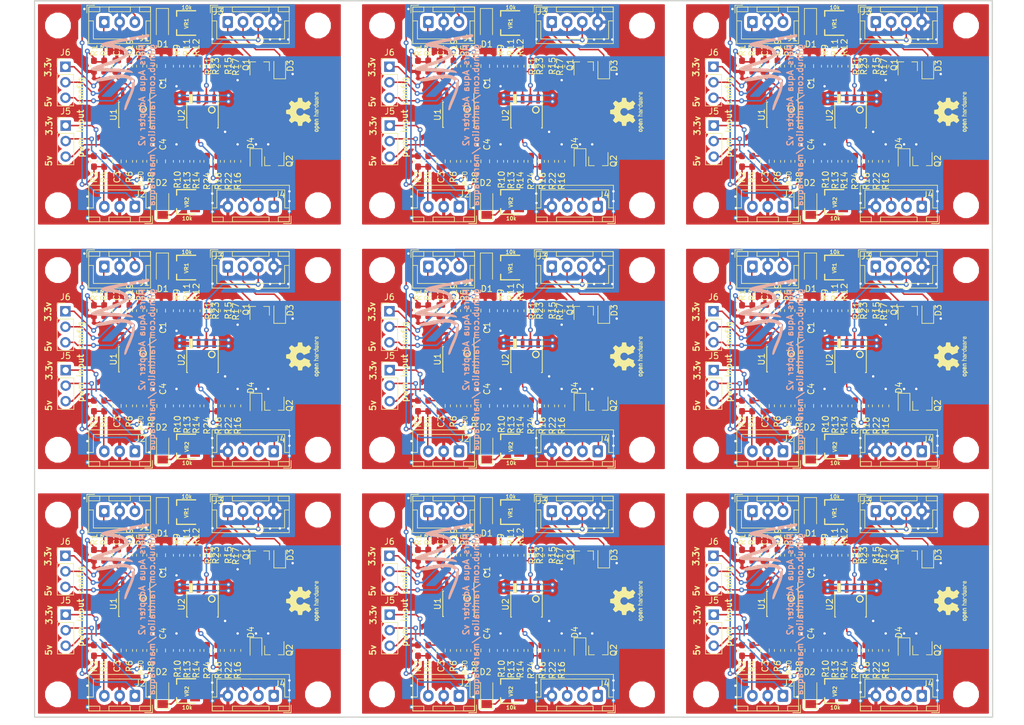
<source format=kicad_pcb>
(kicad_pcb (version 20171130) (host pcbnew "(5.0.1)-3")
  (layers (0 F.Cu signal) (31 B.Cu signal) (34 B.Paste user) (35 F.Paste user) (36 B.SilkS user) (37 F.SilkS user) (38 B.Mask user) (39 F.Mask user) (44 Edge.Cuts user))
  (net 0 "")
  (net 1 +12V)
  (net 2 GND)
  (net 3 "Net-(C2-Pad1)")
  (net 4 "Net-(C3-Pad1)")
  (net 5 "Net-(D1-Pad1)")
  (net 6 "Net-(D2-Pad1)")
  (net 7 /ch2_input)
  (net 8 /ch1_input)
  (net 9 /ch1_enable)
  (net 10 /ch1_output)
  (net 11 /ch2_output)
  (net 12 /ch2_enable)
  (net 13 "Net-(R11-Pad2)")
  (net 14 "Net-(R11-Pad1)")
  (net 15 "Net-(R13-Pad1)")
  (net 16 "Net-(R13-Pad2)")
  (net 17 "Net-(R15-Pad2)")
  (net 18 "Net-(R16-Pad2)")
  (net 19 "Net-(VR1-Pad1)")
  (net 20 "Net-(VR2-Pad1)")
  (net 21 "Net-(D3-Pad2)")
  (net 22 "Net-(D4-Pad2)")
  (net 23 "Net-(J5-Pad1)")
  (net 24 "Net-(J5-Pad2)")
  (net 25 "Net-(J6-Pad1)")
  (net 26 "Net-(J6-Pad2)")
  (net 27 "Net-(J6-Pad3)")
  (net 28 "Net-(J5-Pad3)")
  (net 29 "Net-(Q2-Pad1)")
  (net 30 "Net-(Q1-Pad1)")
  (net 31 "Net-(R21-Pad2)")
  (net 32 "Net-(R22-Pad2)")
  (module MountingHole:MountingHole_3.2mm_M3 (layer F.Cu) (at 177.77368 109.46526)
    (fp_text reference REF** hide)
    (fp_text value MountingHole_3.2mm_M3)
    (pad 1 np_thru_hole circle (at 0 0) (size 3.2 3.2) (drill 3.2) (layers *.Cu *.Mask))
  )
  (module MountingHole:MountingHole_3.2mm_M3 (layer F.Cu) (at 124.77368 109.46526)
    (fp_text reference REF** hide)
    (fp_text value MountingHole_3.2mm_M3)
    (pad 1 np_thru_hole circle (at 0 0) (size 3.2 3.2) (drill 3.2) (layers *.Cu *.Mask))
  )
  (module MountingHole:MountingHole_3.2mm_M3 (layer F.Cu) (at 71.77368 109.46526)
    (fp_text reference REF** hide)
    (fp_text value MountingHole_3.2mm_M3)
    (pad 1 np_thru_hole circle (at 0 0) (size 3.2 3.2) (drill 3.2) (layers *.Cu *.Mask))
  )
  (module MountingHole:MountingHole_3.2mm_M3 (layer F.Cu) (at 177.77368 69.46526)
    (fp_text reference REF** hide)
    (fp_text value MountingHole_3.2mm_M3)
    (pad 1 np_thru_hole circle (at 0 0) (size 3.2 3.2) (drill 3.2) (layers *.Cu *.Mask))
  )
  (module MountingHole:MountingHole_3.2mm_M3 (layer F.Cu) (at 124.77368 69.46526)
    (fp_text reference REF** hide)
    (fp_text value MountingHole_3.2mm_M3)
    (pad 1 np_thru_hole circle (at 0 0) (size 3.2 3.2) (drill 3.2) (layers *.Cu *.Mask))
  )
  (module MountingHole:MountingHole_3.2mm_M3 (layer F.Cu) (at 71.77368 69.46526)
    (fp_text reference REF** hide)
    (fp_text value MountingHole_3.2mm_M3)
    (pad 1 np_thru_hole circle (at 0 0) (size 3.2 3.2) (drill 3.2) (layers *.Cu *.Mask))
  )
  (module MountingHole:MountingHole_3.2mm_M3 (layer F.Cu) (at 177.77368 29.46526)
    (fp_text reference REF** hide)
    (fp_text value MountingHole_3.2mm_M3)
    (pad 1 np_thru_hole circle (at 0 0) (size 3.2 3.2) (drill 3.2) (layers *.Cu *.Mask))
  )
  (module MountingHole:MountingHole_3.2mm_M3 (layer F.Cu) (at 124.77368 29.46526)
    (fp_text reference REF** hide)
    (fp_text value MountingHole_3.2mm_M3)
    (pad 1 np_thru_hole circle (at 0 0) (size 3.2 3.2) (drill 3.2) (layers *.Cu *.Mask))
  )
  (module Capacitor_SMD:C_0805_2012Metric (layer F.Cu) (at 144.87076 116.10068 90)
    (fp_text reference C2 (at 2.59174 -0.00786 90) (layer F.SilkS))
    (fp_text value 4.7uF)
    (pad 1 smd roundrect (at -0.9375 0 90) (size 0.975 1.4) (layers F.Cu F.Paste F.Mask) (net 3 "Net-(C2-Pad1)"))
    (pad 2 smd roundrect (at 0.9375 0 90) (size 0.975 1.4) (layers F.Cu F.Paste F.Mask) (net 2 GND))
  )
  (module Capacitor_SMD:C_0805_2012Metric (layer F.Cu) (at 91.87076 116.10068 90)
    (fp_text reference C2 (at 2.59174 -0.00786 90) (layer F.SilkS))
    (fp_text value 4.7uF)
    (pad 1 smd roundrect (at -0.9375 0 90) (size 0.975 1.4) (layers F.Cu F.Paste F.Mask) (net 3 "Net-(C2-Pad1)"))
    (pad 2 smd roundrect (at 0.9375 0 90) (size 0.975 1.4) (layers F.Cu F.Paste F.Mask) (net 2 GND))
  )
  (module Capacitor_SMD:C_0805_2012Metric (layer F.Cu) (at 38.87076 116.10068 90)
    (fp_text reference C2 (at 2.59174 -0.00786 90) (layer F.SilkS))
    (fp_text value 4.7uF)
    (pad 1 smd roundrect (at -0.9375 0 90) (size 0.975 1.4) (layers F.Cu F.Paste F.Mask) (net 3 "Net-(C2-Pad1)"))
    (pad 2 smd roundrect (at 0.9375 0 90) (size 0.975 1.4) (layers F.Cu F.Paste F.Mask) (net 2 GND))
  )
  (module Capacitor_SMD:C_0805_2012Metric (layer F.Cu) (at 144.87076 76.10068 90)
    (fp_text reference C2 (at 2.59174 -0.00786 90) (layer F.SilkS))
    (fp_text value 4.7uF)
    (pad 1 smd roundrect (at -0.9375 0 90) (size 0.975 1.4) (layers F.Cu F.Paste F.Mask) (net 3 "Net-(C2-Pad1)"))
    (pad 2 smd roundrect (at 0.9375 0 90) (size 0.975 1.4) (layers F.Cu F.Paste F.Mask) (net 2 GND))
  )
  (module Capacitor_SMD:C_0805_2012Metric (layer F.Cu) (at 91.87076 76.10068 90)
    (fp_text reference C2 (at 2.59174 -0.00786 90) (layer F.SilkS))
    (fp_text value 4.7uF)
    (pad 1 smd roundrect (at -0.9375 0 90) (size 0.975 1.4) (layers F.Cu F.Paste F.Mask) (net 3 "Net-(C2-Pad1)"))
    (pad 2 smd roundrect (at 0.9375 0 90) (size 0.975 1.4) (layers F.Cu F.Paste F.Mask) (net 2 GND))
  )
  (module Capacitor_SMD:C_0805_2012Metric (layer F.Cu) (at 38.87076 76.10068 90)
    (fp_text reference C2 (at 2.59174 -0.00786 90) (layer F.SilkS))
    (fp_text value 4.7uF)
    (pad 1 smd roundrect (at -0.9375 0 90) (size 0.975 1.4) (layers F.Cu F.Paste F.Mask) (net 3 "Net-(C2-Pad1)"))
    (pad 2 smd roundrect (at 0.9375 0 90) (size 0.975 1.4) (layers F.Cu F.Paste F.Mask) (net 2 GND))
  )
  (module Capacitor_SMD:C_0805_2012Metric (layer F.Cu) (at 144.87076 36.10068 90)
    (fp_text reference C2 (at 2.59174 -0.00786 90) (layer F.SilkS))
    (fp_text value 4.7uF)
    (pad 1 smd roundrect (at -0.9375 0 90) (size 0.975 1.4) (layers F.Cu F.Paste F.Mask) (net 3 "Net-(C2-Pad1)"))
    (pad 2 smd roundrect (at 0.9375 0 90) (size 0.975 1.4) (layers F.Cu F.Paste F.Mask) (net 2 GND))
  )
  (module Capacitor_SMD:C_0805_2012Metric (layer F.Cu) (at 91.87076 36.10068 90)
    (fp_text reference C2 (at 2.59174 -0.00786 90) (layer F.SilkS))
    (fp_text value 4.7uF)
    (pad 1 smd roundrect (at -0.9375 0 90) (size 0.975 1.4) (layers F.Cu F.Paste F.Mask) (net 3 "Net-(C2-Pad1)"))
    (pad 2 smd roundrect (at 0.9375 0 90) (size 0.975 1.4) (layers F.Cu F.Paste F.Mask) (net 2 GND))
  )
  (module Package_TO_SOT_SMD:SOT-23 (layer F.Cu) (at 168.237 116.16628 90)
    (fp_text reference Q1 (at 0.27686 -2.21742 90) (layer F.SilkS))
    (fp_text value Q_PNP_BEC)
    (pad 3 smd rect (at 1 0 90) (size 0.9 0.8) (layers F.Cu F.Paste F.Mask) (net 9 /ch1_enable))
    (pad 2 smd rect (at -1 0.95 90) (size 0.9 0.8) (layers F.Cu F.Paste F.Mask) (net 1 +12V))
    (pad 1 smd rect (at -1 -0.95 90) (size 0.9 0.8) (layers F.Cu F.Paste F.Mask) (net 30 "Net-(Q1-Pad1)"))
  )
  (module Package_TO_SOT_SMD:SOT-23 (layer F.Cu) (at 115.237 116.16628 90)
    (fp_text reference Q1 (at 0.27686 -2.21742 90) (layer F.SilkS))
    (fp_text value Q_PNP_BEC)
    (pad 3 smd rect (at 1 0 90) (size 0.9 0.8) (layers F.Cu F.Paste F.Mask) (net 9 /ch1_enable))
    (pad 2 smd rect (at -1 0.95 90) (size 0.9 0.8) (layers F.Cu F.Paste F.Mask) (net 1 +12V))
    (pad 1 smd rect (at -1 -0.95 90) (size 0.9 0.8) (layers F.Cu F.Paste F.Mask) (net 30 "Net-(Q1-Pad1)"))
  )
  (module Package_TO_SOT_SMD:SOT-23 (layer F.Cu) (at 62.237 116.16628 90)
    (fp_text reference Q1 (at 0.27686 -2.21742 90) (layer F.SilkS))
    (fp_text value Q_PNP_BEC)
    (pad 3 smd rect (at 1 0 90) (size 0.9 0.8) (layers F.Cu F.Paste F.Mask) (net 9 /ch1_enable))
    (pad 2 smd rect (at -1 0.95 90) (size 0.9 0.8) (layers F.Cu F.Paste F.Mask) (net 1 +12V))
    (pad 1 smd rect (at -1 -0.95 90) (size 0.9 0.8) (layers F.Cu F.Paste F.Mask) (net 30 "Net-(Q1-Pad1)"))
  )
  (module Package_TO_SOT_SMD:SOT-23 (layer F.Cu) (at 168.237 76.16628 90)
    (fp_text reference Q1 (at 0.27686 -2.21742 90) (layer F.SilkS))
    (fp_text value Q_PNP_BEC)
    (pad 3 smd rect (at 1 0 90) (size 0.9 0.8) (layers F.Cu F.Paste F.Mask) (net 9 /ch1_enable))
    (pad 2 smd rect (at -1 0.95 90) (size 0.9 0.8) (layers F.Cu F.Paste F.Mask) (net 1 +12V))
    (pad 1 smd rect (at -1 -0.95 90) (size 0.9 0.8) (layers F.Cu F.Paste F.Mask) (net 30 "Net-(Q1-Pad1)"))
  )
  (module Package_TO_SOT_SMD:SOT-23 (layer F.Cu) (at 115.237 76.16628 90)
    (fp_text reference Q1 (at 0.27686 -2.21742 90) (layer F.SilkS))
    (fp_text value Q_PNP_BEC)
    (pad 3 smd rect (at 1 0 90) (size 0.9 0.8) (layers F.Cu F.Paste F.Mask) (net 9 /ch1_enable))
    (pad 2 smd rect (at -1 0.95 90) (size 0.9 0.8) (layers F.Cu F.Paste F.Mask) (net 1 +12V))
    (pad 1 smd rect (at -1 -0.95 90) (size 0.9 0.8) (layers F.Cu F.Paste F.Mask) (net 30 "Net-(Q1-Pad1)"))
  )
  (module Package_TO_SOT_SMD:SOT-23 (layer F.Cu) (at 62.237 76.16628 90)
    (fp_text reference Q1 (at 0.27686 -2.21742 90) (layer F.SilkS))
    (fp_text value Q_PNP_BEC)
    (pad 3 smd rect (at 1 0 90) (size 0.9 0.8) (layers F.Cu F.Paste F.Mask) (net 9 /ch1_enable))
    (pad 2 smd rect (at -1 0.95 90) (size 0.9 0.8) (layers F.Cu F.Paste F.Mask) (net 1 +12V))
    (pad 1 smd rect (at -1 -0.95 90) (size 0.9 0.8) (layers F.Cu F.Paste F.Mask) (net 30 "Net-(Q1-Pad1)"))
  )
  (module Package_TO_SOT_SMD:SOT-23 (layer F.Cu) (at 168.237 36.16628 90)
    (fp_text reference Q1 (at 0.27686 -2.21742 90) (layer F.SilkS))
    (fp_text value Q_PNP_BEC)
    (pad 3 smd rect (at 1 0 90) (size 0.9 0.8) (layers F.Cu F.Paste F.Mask) (net 9 /ch1_enable))
    (pad 2 smd rect (at -1 0.95 90) (size 0.9 0.8) (layers F.Cu F.Paste F.Mask) (net 1 +12V))
    (pad 1 smd rect (at -1 -0.95 90) (size 0.9 0.8) (layers F.Cu F.Paste F.Mask) (net 30 "Net-(Q1-Pad1)"))
  )
  (module Package_TO_SOT_SMD:SOT-23 (layer F.Cu) (at 115.237 36.16628 90)
    (fp_text reference Q1 (at 0.27686 -2.21742 90) (layer F.SilkS))
    (fp_text value Q_PNP_BEC)
    (pad 3 smd rect (at 1 0 90) (size 0.9 0.8) (layers F.Cu F.Paste F.Mask) (net 9 /ch1_enable))
    (pad 2 smd rect (at -1 0.95 90) (size 0.9 0.8) (layers F.Cu F.Paste F.Mask) (net 1 +12V))
    (pad 1 smd rect (at -1 -0.95 90) (size 0.9 0.8) (layers F.Cu F.Paste F.Mask) (net 30 "Net-(Q1-Pad1)"))
  )
  (module Resistor_SMD:R_0603_1608Metric_Pad1.05x0.95mm_HandSolder (layer F.Cu) (at 159.631998 116.11628 270)
    (fp_text reference R23 (at 0 -1.43 270) (layer F.SilkS))
    (fp_text value 1M)
    (pad 2 smd roundrect (at 0.875 0 270) (size 1.05 0.95) (layers F.Cu F.Paste F.Mask) (net 13 "Net-(R11-Pad2)"))
    (pad 1 smd roundrect (at -0.875 0 270) (size 1.05 0.95) (layers F.Cu F.Paste F.Mask) (net 31 "Net-(R21-Pad2)"))
  )
  (module Resistor_SMD:R_0603_1608Metric_Pad1.05x0.95mm_HandSolder (layer F.Cu) (at 106.631998 116.11628 270)
    (fp_text reference R23 (at 0 -1.43 270) (layer F.SilkS))
    (fp_text value 1M)
    (pad 2 smd roundrect (at 0.875 0 270) (size 1.05 0.95) (layers F.Cu F.Paste F.Mask) (net 13 "Net-(R11-Pad2)"))
    (pad 1 smd roundrect (at -0.875 0 270) (size 1.05 0.95) (layers F.Cu F.Paste F.Mask) (net 31 "Net-(R21-Pad2)"))
  )
  (module Resistor_SMD:R_0603_1608Metric_Pad1.05x0.95mm_HandSolder (layer F.Cu) (at 53.631998 116.11628 270)
    (fp_text reference R23 (at 0 -1.43 270) (layer F.SilkS))
    (fp_text value 1M)
    (pad 2 smd roundrect (at 0.875 0 270) (size 1.05 0.95) (layers F.Cu F.Paste F.Mask) (net 13 "Net-(R11-Pad2)"))
    (pad 1 smd roundrect (at -0.875 0 270) (size 1.05 0.95) (layers F.Cu F.Paste F.Mask) (net 31 "Net-(R21-Pad2)"))
  )
  (module Resistor_SMD:R_0603_1608Metric_Pad1.05x0.95mm_HandSolder (layer F.Cu) (at 159.631998 76.11628 270)
    (fp_text reference R23 (at 0 -1.43 270) (layer F.SilkS))
    (fp_text value 1M)
    (pad 2 smd roundrect (at 0.875 0 270) (size 1.05 0.95) (layers F.Cu F.Paste F.Mask) (net 13 "Net-(R11-Pad2)"))
    (pad 1 smd roundrect (at -0.875 0 270) (size 1.05 0.95) (layers F.Cu F.Paste F.Mask) (net 31 "Net-(R21-Pad2)"))
  )
  (module Resistor_SMD:R_0603_1608Metric_Pad1.05x0.95mm_HandSolder (layer F.Cu) (at 106.631998 76.11628 270)
    (fp_text reference R23 (at 0 -1.43 270) (layer F.SilkS))
    (fp_text value 1M)
    (pad 2 smd roundrect (at 0.875 0 270) (size 1.05 0.95) (layers F.Cu F.Paste F.Mask) (net 13 "Net-(R11-Pad2)"))
    (pad 1 smd roundrect (at -0.875 0 270) (size 1.05 0.95) (layers F.Cu F.Paste F.Mask) (net 31 "Net-(R21-Pad2)"))
  )
  (module Resistor_SMD:R_0603_1608Metric_Pad1.05x0.95mm_HandSolder (layer F.Cu) (at 53.631998 76.11628 270)
    (fp_text reference R23 (at 0 -1.43 270) (layer F.SilkS))
    (fp_text value 1M)
    (pad 2 smd roundrect (at 0.875 0 270) (size 1.05 0.95) (layers F.Cu F.Paste F.Mask) (net 13 "Net-(R11-Pad2)"))
    (pad 1 smd roundrect (at -0.875 0 270) (size 1.05 0.95) (layers F.Cu F.Paste F.Mask) (net 31 "Net-(R21-Pad2)"))
  )
  (module Resistor_SMD:R_0603_1608Metric_Pad1.05x0.95mm_HandSolder (layer F.Cu) (at 159.631998 36.11628 270)
    (fp_text reference R23 (at 0 -1.43 270) (layer F.SilkS))
    (fp_text value 1M)
    (pad 2 smd roundrect (at 0.875 0 270) (size 1.05 0.95) (layers F.Cu F.Paste F.Mask) (net 13 "Net-(R11-Pad2)"))
    (pad 1 smd roundrect (at -0.875 0 270) (size 1.05 0.95) (layers F.Cu F.Paste F.Mask) (net 31 "Net-(R21-Pad2)"))
  )
  (module Resistor_SMD:R_0603_1608Metric_Pad1.05x0.95mm_HandSolder (layer F.Cu) (at 106.631998 36.11628 270)
    (fp_text reference R23 (at 0 -1.43 270) (layer F.SilkS))
    (fp_text value 1M)
    (pad 2 smd roundrect (at 0.875 0 270) (size 1.05 0.95) (layers F.Cu F.Paste F.Mask) (net 13 "Net-(R11-Pad2)"))
    (pad 1 smd roundrect (at -0.875 0 270) (size 1.05 0.95) (layers F.Cu F.Paste F.Mask) (net 31 "Net-(R21-Pad2)"))
  )
  (module Capacitor_SMD:C_0805_2012Metric (layer F.Cu) (at 152.132 116.10068 90)
    (fp_text reference C1 (at -2.80086 0.28372 90) (layer F.SilkS))
    (fp_text value 0.1uF)
    (pad 2 smd roundrect (at 0.9375 0 90) (size 0.975 1.4) (layers F.Cu F.Paste F.Mask) (net 2 GND))
    (pad 1 smd roundrect (at -0.9375 0 90) (size 0.975 1.4) (layers F.Cu F.Paste F.Mask) (net 1 +12V))
  )
  (module Capacitor_SMD:C_0805_2012Metric (layer F.Cu) (at 99.132 116.10068 90)
    (fp_text reference C1 (at -2.80086 0.28372 90) (layer F.SilkS))
    (fp_text value 0.1uF)
    (pad 2 smd roundrect (at 0.9375 0 90) (size 0.975 1.4) (layers F.Cu F.Paste F.Mask) (net 2 GND))
    (pad 1 smd roundrect (at -0.9375 0 90) (size 0.975 1.4) (layers F.Cu F.Paste F.Mask) (net 1 +12V))
  )
  (module Capacitor_SMD:C_0805_2012Metric (layer F.Cu) (at 46.132 116.10068 90)
    (fp_text reference C1 (at -2.80086 0.28372 90) (layer F.SilkS))
    (fp_text value 0.1uF)
    (pad 2 smd roundrect (at 0.9375 0 90) (size 0.975 1.4) (layers F.Cu F.Paste F.Mask) (net 2 GND))
    (pad 1 smd roundrect (at -0.9375 0 90) (size 0.975 1.4) (layers F.Cu F.Paste F.Mask) (net 1 +12V))
  )
  (module Capacitor_SMD:C_0805_2012Metric (layer F.Cu) (at 152.132 76.10068 90)
    (fp_text reference C1 (at -2.80086 0.28372 90) (layer F.SilkS))
    (fp_text value 0.1uF)
    (pad 2 smd roundrect (at 0.9375 0 90) (size 0.975 1.4) (layers F.Cu F.Paste F.Mask) (net 2 GND))
    (pad 1 smd roundrect (at -0.9375 0 90) (size 0.975 1.4) (layers F.Cu F.Paste F.Mask) (net 1 +12V))
  )
  (module Capacitor_SMD:C_0805_2012Metric (layer F.Cu) (at 99.132 76.10068 90)
    (fp_text reference C1 (at -2.80086 0.28372 90) (layer F.SilkS))
    (fp_text value 0.1uF)
    (pad 2 smd roundrect (at 0.9375 0 90) (size 0.975 1.4) (layers F.Cu F.Paste F.Mask) (net 2 GND))
    (pad 1 smd roundrect (at -0.9375 0 90) (size 0.975 1.4) (layers F.Cu F.Paste F.Mask) (net 1 +12V))
  )
  (module Capacitor_SMD:C_0805_2012Metric (layer F.Cu) (at 46.132 76.10068 90)
    (fp_text reference C1 (at -2.80086 0.28372 90) (layer F.SilkS))
    (fp_text value 0.1uF)
    (pad 2 smd roundrect (at 0.9375 0 90) (size 0.975 1.4) (layers F.Cu F.Paste F.Mask) (net 2 GND))
    (pad 1 smd roundrect (at -0.9375 0 90) (size 0.975 1.4) (layers F.Cu F.Paste F.Mask) (net 1 +12V))
  )
  (module Capacitor_SMD:C_0805_2012Metric (layer F.Cu) (at 152.132 36.10068 90)
    (fp_text reference C1 (at -2.80086 0.28372 90) (layer F.SilkS))
    (fp_text value 0.1uF)
    (pad 2 smd roundrect (at 0.9375 0 90) (size 0.975 1.4) (layers F.Cu F.Paste F.Mask) (net 2 GND))
    (pad 1 smd roundrect (at -0.9375 0 90) (size 0.975 1.4) (layers F.Cu F.Paste F.Mask) (net 1 +12V))
  )
  (module Capacitor_SMD:C_0805_2012Metric (layer F.Cu) (at 99.132 36.10068 90)
    (fp_text reference C1 (at -2.80086 0.28372 90) (layer F.SilkS))
    (fp_text value 0.1uF)
    (pad 2 smd roundrect (at 0.9375 0 90) (size 0.975 1.4) (layers F.Cu F.Paste F.Mask) (net 2 GND))
    (pad 1 smd roundrect (at -0.9375 0 90) (size 0.975 1.4) (layers F.Cu F.Paste F.Mask) (net 1 +12V))
  )
  (module Connector_PinHeader_2.54mm:PinHeader_1x03_P2.54mm_Vertical (layer F.Cu) (at 136.46312 116.20134)
    (fp_text reference J6 (at 0 -2.33) (layer F.SilkS))
    (fp_text value Conn_01x03)
    (pad 3 thru_hole oval (at 0 5.08) (size 1.7 1.7) (drill 1) (layers *.Cu *.Mask) (net 27 "Net-(J6-Pad3)"))
    (pad 2 thru_hole oval (at 0 2.54) (size 1.7 1.7) (drill 1) (layers *.Cu *.Mask) (net 26 "Net-(J6-Pad2)"))
    (pad 1 thru_hole rect (at 0 0) (size 1.7 1.7) (drill 1) (layers *.Cu *.Mask) (net 25 "Net-(J6-Pad1)"))
  )
  (module Connector_PinHeader_2.54mm:PinHeader_1x03_P2.54mm_Vertical (layer F.Cu) (at 83.46312 116.20134)
    (fp_text reference J6 (at 0 -2.33) (layer F.SilkS))
    (fp_text value Conn_01x03)
    (pad 3 thru_hole oval (at 0 5.08) (size 1.7 1.7) (drill 1) (layers *.Cu *.Mask) (net 27 "Net-(J6-Pad3)"))
    (pad 2 thru_hole oval (at 0 2.54) (size 1.7 1.7) (drill 1) (layers *.Cu *.Mask) (net 26 "Net-(J6-Pad2)"))
    (pad 1 thru_hole rect (at 0 0) (size 1.7 1.7) (drill 1) (layers *.Cu *.Mask) (net 25 "Net-(J6-Pad1)"))
  )
  (module Connector_PinHeader_2.54mm:PinHeader_1x03_P2.54mm_Vertical (layer F.Cu) (at 30.46312 116.20134)
    (fp_text reference J6 (at 0 -2.33) (layer F.SilkS))
    (fp_text value Conn_01x03)
    (pad 3 thru_hole oval (at 0 5.08) (size 1.7 1.7) (drill 1) (layers *.Cu *.Mask) (net 27 "Net-(J6-Pad3)"))
    (pad 2 thru_hole oval (at 0 2.54) (size 1.7 1.7) (drill 1) (layers *.Cu *.Mask) (net 26 "Net-(J6-Pad2)"))
    (pad 1 thru_hole rect (at 0 0) (size 1.7 1.7) (drill 1) (layers *.Cu *.Mask) (net 25 "Net-(J6-Pad1)"))
  )
  (module Connector_PinHeader_2.54mm:PinHeader_1x03_P2.54mm_Vertical (layer F.Cu) (at 136.46312 76.20134)
    (fp_text reference J6 (at 0 -2.33) (layer F.SilkS))
    (fp_text value Conn_01x03)
    (pad 3 thru_hole oval (at 0 5.08) (size 1.7 1.7) (drill 1) (layers *.Cu *.Mask) (net 27 "Net-(J6-Pad3)"))
    (pad 2 thru_hole oval (at 0 2.54) (size 1.7 1.7) (drill 1) (layers *.Cu *.Mask) (net 26 "Net-(J6-Pad2)"))
    (pad 1 thru_hole rect (at 0 0) (size 1.7 1.7) (drill 1) (layers *.Cu *.Mask) (net 25 "Net-(J6-Pad1)"))
  )
  (module Connector_PinHeader_2.54mm:PinHeader_1x03_P2.54mm_Vertical (layer F.Cu) (at 83.46312 76.20134)
    (fp_text reference J6 (at 0 -2.33) (layer F.SilkS))
    (fp_text value Conn_01x03)
    (pad 3 thru_hole oval (at 0 5.08) (size 1.7 1.7) (drill 1) (layers *.Cu *.Mask) (net 27 "Net-(J6-Pad3)"))
    (pad 2 thru_hole oval (at 0 2.54) (size 1.7 1.7) (drill 1) (layers *.Cu *.Mask) (net 26 "Net-(J6-Pad2)"))
    (pad 1 thru_hole rect (at 0 0) (size 1.7 1.7) (drill 1) (layers *.Cu *.Mask) (net 25 "Net-(J6-Pad1)"))
  )
  (module Connector_PinHeader_2.54mm:PinHeader_1x03_P2.54mm_Vertical (layer F.Cu) (at 30.46312 76.20134)
    (fp_text reference J6 (at 0 -2.33) (layer F.SilkS))
    (fp_text value Conn_01x03)
    (pad 3 thru_hole oval (at 0 5.08) (size 1.7 1.7) (drill 1) (layers *.Cu *.Mask) (net 27 "Net-(J6-Pad3)"))
    (pad 2 thru_hole oval (at 0 2.54) (size 1.7 1.7) (drill 1) (layers *.Cu *.Mask) (net 26 "Net-(J6-Pad2)"))
    (pad 1 thru_hole rect (at 0 0) (size 1.7 1.7) (drill 1) (layers *.Cu *.Mask) (net 25 "Net-(J6-Pad1)"))
  )
  (module Connector_PinHeader_2.54mm:PinHeader_1x03_P2.54mm_Vertical (layer F.Cu) (at 136.46312 36.20134)
    (fp_text reference J6 (at 0 -2.33) (layer F.SilkS))
    (fp_text value Conn_01x03)
    (pad 3 thru_hole oval (at 0 5.08) (size 1.7 1.7) (drill 1) (layers *.Cu *.Mask) (net 27 "Net-(J6-Pad3)"))
    (pad 2 thru_hole oval (at 0 2.54) (size 1.7 1.7) (drill 1) (layers *.Cu *.Mask) (net 26 "Net-(J6-Pad2)"))
    (pad 1 thru_hole rect (at 0 0) (size 1.7 1.7) (drill 1) (layers *.Cu *.Mask) (net 25 "Net-(J6-Pad1)"))
  )
  (module Connector_PinHeader_2.54mm:PinHeader_1x03_P2.54mm_Vertical (layer F.Cu) (at 83.46312 36.20134)
    (fp_text reference J6 (at 0 -2.33) (layer F.SilkS))
    (fp_text value Conn_01x03)
    (pad 3 thru_hole oval (at 0 5.08) (size 1.7 1.7) (drill 1) (layers *.Cu *.Mask) (net 27 "Net-(J6-Pad3)"))
    (pad 2 thru_hole oval (at 0 2.54) (size 1.7 1.7) (drill 1) (layers *.Cu *.Mask) (net 26 "Net-(J6-Pad2)"))
    (pad 1 thru_hole rect (at 0 0) (size 1.7 1.7) (drill 1) (layers *.Cu *.Mask) (net 25 "Net-(J6-Pad1)"))
  )
  (module Connector_PinHeader_2.54mm:PinHeader_1x03_P2.54mm_Vertical (layer F.Cu) (at 136.50376 125.8254)
    (fp_text reference J5 (at 0 -2.33) (layer F.SilkS))
    (fp_text value Conn_01x03)
    (pad 3 thru_hole oval (at 0 5.08) (size 1.7 1.7) (drill 1) (layers *.Cu *.Mask) (net 28 "Net-(J5-Pad3)"))
    (pad 2 thru_hole oval (at 0 2.54) (size 1.7 1.7) (drill 1) (layers *.Cu *.Mask) (net 24 "Net-(J5-Pad2)"))
    (pad 1 thru_hole rect (at 0 0) (size 1.7 1.7) (drill 1) (layers *.Cu *.Mask) (net 23 "Net-(J5-Pad1)"))
  )
  (module Connector_PinHeader_2.54mm:PinHeader_1x03_P2.54mm_Vertical (layer F.Cu) (at 83.50376 125.8254)
    (fp_text reference J5 (at 0 -2.33) (layer F.SilkS))
    (fp_text value Conn_01x03)
    (pad 3 thru_hole oval (at 0 5.08) (size 1.7 1.7) (drill 1) (layers *.Cu *.Mask) (net 28 "Net-(J5-Pad3)"))
    (pad 2 thru_hole oval (at 0 2.54) (size 1.7 1.7) (drill 1) (layers *.Cu *.Mask) (net 24 "Net-(J5-Pad2)"))
    (pad 1 thru_hole rect (at 0 0) (size 1.7 1.7) (drill 1) (layers *.Cu *.Mask) (net 23 "Net-(J5-Pad1)"))
  )
  (module Connector_PinHeader_2.54mm:PinHeader_1x03_P2.54mm_Vertical (layer F.Cu) (at 30.50376 125.8254)
    (fp_text reference J5 (at 0 -2.33) (layer F.SilkS))
    (fp_text value Conn_01x03)
    (pad 3 thru_hole oval (at 0 5.08) (size 1.7 1.7) (drill 1) (layers *.Cu *.Mask) (net 28 "Net-(J5-Pad3)"))
    (pad 2 thru_hole oval (at 0 2.54) (size 1.7 1.7) (drill 1) (layers *.Cu *.Mask) (net 24 "Net-(J5-Pad2)"))
    (pad 1 thru_hole rect (at 0 0) (size 1.7 1.7) (drill 1) (layers *.Cu *.Mask) (net 23 "Net-(J5-Pad1)"))
  )
  (module Connector_PinHeader_2.54mm:PinHeader_1x03_P2.54mm_Vertical (layer F.Cu) (at 136.50376 85.8254)
    (fp_text reference J5 (at 0 -2.33) (layer F.SilkS))
    (fp_text value Conn_01x03)
    (pad 3 thru_hole oval (at 0 5.08) (size 1.7 1.7) (drill 1) (layers *.Cu *.Mask) (net 28 "Net-(J5-Pad3)"))
    (pad 2 thru_hole oval (at 0 2.54) (size 1.7 1.7) (drill 1) (layers *.Cu *.Mask) (net 24 "Net-(J5-Pad2)"))
    (pad 1 thru_hole rect (at 0 0) (size 1.7 1.7) (drill 1) (layers *.Cu *.Mask) (net 23 "Net-(J5-Pad1)"))
  )
  (module Connector_PinHeader_2.54mm:PinHeader_1x03_P2.54mm_Vertical (layer F.Cu) (at 83.50376 85.8254)
    (fp_text reference J5 (at 0 -2.33) (layer F.SilkS))
    (fp_text value Conn_01x03)
    (pad 3 thru_hole oval (at 0 5.08) (size 1.7 1.7) (drill 1) (layers *.Cu *.Mask) (net 28 "Net-(J5-Pad3)"))
    (pad 2 thru_hole oval (at 0 2.54) (size 1.7 1.7) (drill 1) (layers *.Cu *.Mask) (net 24 "Net-(J5-Pad2)"))
    (pad 1 thru_hole rect (at 0 0) (size 1.7 1.7) (drill 1) (layers *.Cu *.Mask) (net 23 "Net-(J5-Pad1)"))
  )
  (module Connector_PinHeader_2.54mm:PinHeader_1x03_P2.54mm_Vertical (layer F.Cu) (at 30.50376 85.8254)
    (fp_text reference J5 (at 0 -2.33) (layer F.SilkS))
    (fp_text value Conn_01x03)
    (pad 3 thru_hole oval (at 0 5.08) (size 1.7 1.7) (drill 1) (layers *.Cu *.Mask) (net 28 "Net-(J5-Pad3)"))
    (pad 2 thru_hole oval (at 0 2.54) (size 1.7 1.7) (drill 1) (layers *.Cu *.Mask) (net 24 "Net-(J5-Pad2)"))
    (pad 1 thru_hole rect (at 0 0) (size 1.7 1.7) (drill 1) (layers *.Cu *.Mask) (net 23 "Net-(J5-Pad1)"))
  )
  (module Connector_PinHeader_2.54mm:PinHeader_1x03_P2.54mm_Vertical (layer F.Cu) (at 136.50376 45.8254)
    (fp_text reference J5 (at 0 -2.33) (layer F.SilkS))
    (fp_text value Conn_01x03)
    (pad 3 thru_hole oval (at 0 5.08) (size 1.7 1.7) (drill 1) (layers *.Cu *.Mask) (net 28 "Net-(J5-Pad3)"))
    (pad 2 thru_hole oval (at 0 2.54) (size 1.7 1.7) (drill 1) (layers *.Cu *.Mask) (net 24 "Net-(J5-Pad2)"))
    (pad 1 thru_hole rect (at 0 0) (size 1.7 1.7) (drill 1) (layers *.Cu *.Mask) (net 23 "Net-(J5-Pad1)"))
  )
  (module Connector_PinHeader_2.54mm:PinHeader_1x03_P2.54mm_Vertical (layer F.Cu) (at 83.50376 45.8254)
    (fp_text reference J5 (at 0 -2.33) (layer F.SilkS))
    (fp_text value Conn_01x03)
    (pad 3 thru_hole oval (at 0 5.08) (size 1.7 1.7) (drill 1) (layers *.Cu *.Mask) (net 28 "Net-(J5-Pad3)"))
    (pad 2 thru_hole oval (at 0 2.54) (size 1.7 1.7) (drill 1) (layers *.Cu *.Mask) (net 24 "Net-(J5-Pad2)"))
    (pad 1 thru_hole rect (at 0 0) (size 1.7 1.7) (drill 1) (layers *.Cu *.Mask) (net 23 "Net-(J5-Pad1)"))
  )
  (module Resistor_SMD:R_0603_1608Metric_Pad1.05x0.95mm_HandSolder (layer F.Cu) (at 146.93514 116.10068 270)
    (fp_text reference R19 (at -3.03878 -0.05882 270) (layer F.SilkS))
    (fp_text value 100k)
    (pad 1 smd roundrect (at -0.875 0 270) (size 1.05 0.95) (layers F.Cu F.Paste F.Mask) (net 25 "Net-(J6-Pad1)"))
    (pad 2 smd roundrect (at 0.875 0 270) (size 1.05 0.95) (layers F.Cu F.Paste F.Mask) (net 27 "Net-(J6-Pad3)"))
  )
  (module Resistor_SMD:R_0603_1608Metric_Pad1.05x0.95mm_HandSolder (layer F.Cu) (at 93.93514 116.10068 270)
    (fp_text reference R19 (at -3.03878 -0.05882 270) (layer F.SilkS))
    (fp_text value 100k)
    (pad 1 smd roundrect (at -0.875 0 270) (size 1.05 0.95) (layers F.Cu F.Paste F.Mask) (net 25 "Net-(J6-Pad1)"))
    (pad 2 smd roundrect (at 0.875 0 270) (size 1.05 0.95) (layers F.Cu F.Paste F.Mask) (net 27 "Net-(J6-Pad3)"))
  )
  (module Resistor_SMD:R_0603_1608Metric_Pad1.05x0.95mm_HandSolder (layer F.Cu) (at 40.93514 116.10068 270)
    (fp_text reference R19 (at -3.03878 -0.05882 270) (layer F.SilkS))
    (fp_text value 100k)
    (pad 1 smd roundrect (at -0.875 0 270) (size 1.05 0.95) (layers F.Cu F.Paste F.Mask) (net 25 "Net-(J6-Pad1)"))
    (pad 2 smd roundrect (at 0.875 0 270) (size 1.05 0.95) (layers F.Cu F.Paste F.Mask) (net 27 "Net-(J6-Pad3)"))
  )
  (module Resistor_SMD:R_0603_1608Metric_Pad1.05x0.95mm_HandSolder (layer F.Cu) (at 146.93514 76.10068 270)
    (fp_text reference R19 (at -3.03878 -0.05882 270) (layer F.SilkS))
    (fp_text value 100k)
    (pad 1 smd roundrect (at -0.875 0 270) (size 1.05 0.95) (layers F.Cu F.Paste F.Mask) (net 25 "Net-(J6-Pad1)"))
    (pad 2 smd roundrect (at 0.875 0 270) (size 1.05 0.95) (layers F.Cu F.Paste F.Mask) (net 27 "Net-(J6-Pad3)"))
  )
  (module Resistor_SMD:R_0603_1608Metric_Pad1.05x0.95mm_HandSolder (layer F.Cu) (at 93.93514 76.10068 270)
    (fp_text reference R19 (at -3.03878 -0.05882 270) (layer F.SilkS))
    (fp_text value 100k)
    (pad 1 smd roundrect (at -0.875 0 270) (size 1.05 0.95) (layers F.Cu F.Paste F.Mask) (net 25 "Net-(J6-Pad1)"))
    (pad 2 smd roundrect (at 0.875 0 270) (size 1.05 0.95) (layers F.Cu F.Paste F.Mask) (net 27 "Net-(J6-Pad3)"))
  )
  (module Resistor_SMD:R_0603_1608Metric_Pad1.05x0.95mm_HandSolder (layer F.Cu) (at 40.93514 76.10068 270)
    (fp_text reference R19 (at -3.03878 -0.05882 270) (layer F.SilkS))
    (fp_text value 100k)
    (pad 1 smd roundrect (at -0.875 0 270) (size 1.05 0.95) (layers F.Cu F.Paste F.Mask) (net 25 "Net-(J6-Pad1)"))
    (pad 2 smd roundrect (at 0.875 0 270) (size 1.05 0.95) (layers F.Cu F.Paste F.Mask) (net 27 "Net-(J6-Pad3)"))
  )
  (module Resistor_SMD:R_0603_1608Metric_Pad1.05x0.95mm_HandSolder (layer F.Cu) (at 146.93514 36.10068 270)
    (fp_text reference R19 (at -3.03878 -0.05882 270) (layer F.SilkS))
    (fp_text value 100k)
    (pad 1 smd roundrect (at -0.875 0 270) (size 1.05 0.95) (layers F.Cu F.Paste F.Mask) (net 25 "Net-(J6-Pad1)"))
    (pad 2 smd roundrect (at 0.875 0 270) (size 1.05 0.95) (layers F.Cu F.Paste F.Mask) (net 27 "Net-(J6-Pad3)"))
  )
  (module Resistor_SMD:R_0603_1608Metric_Pad1.05x0.95mm_HandSolder (layer F.Cu) (at 93.93514 36.10068 270)
    (fp_text reference R19 (at -3.03878 -0.05882 270) (layer F.SilkS))
    (fp_text value 100k)
    (pad 1 smd roundrect (at -0.875 0 270) (size 1.05 0.95) (layers F.Cu F.Paste F.Mask) (net 25 "Net-(J6-Pad1)"))
    (pad 2 smd roundrect (at 0.875 0 270) (size 1.05 0.95) (layers F.Cu F.Paste F.Mask) (net 27 "Net-(J6-Pad3)"))
  )
  (module Package_TO_SOT_SMD:SOT-23 (layer F.Cu) (at 170.632 131.62654 270)
    (fp_text reference Q2 (at 0 -2.5 270) (layer F.SilkS))
    (fp_text value Q_PNP_BEC)
    (pad 3 smd rect (at 1 0 270) (size 0.9 0.8) (layers F.Cu F.Paste F.Mask) (net 12 /ch2_enable))
    (pad 2 smd rect (at -1 0.95 270) (size 0.9 0.8) (layers F.Cu F.Paste F.Mask) (net 1 +12V))
    (pad 1 smd rect (at -1 -0.95 270) (size 0.9 0.8) (layers F.Cu F.Paste F.Mask) (net 29 "Net-(Q2-Pad1)"))
  )
  (module Package_TO_SOT_SMD:SOT-23 (layer F.Cu) (at 117.632 131.62654 270)
    (fp_text reference Q2 (at 0 -2.5 270) (layer F.SilkS))
    (fp_text value Q_PNP_BEC)
    (pad 3 smd rect (at 1 0 270) (size 0.9 0.8) (layers F.Cu F.Paste F.Mask) (net 12 /ch2_enable))
    (pad 2 smd rect (at -1 0.95 270) (size 0.9 0.8) (layers F.Cu F.Paste F.Mask) (net 1 +12V))
    (pad 1 smd rect (at -1 -0.95 270) (size 0.9 0.8) (layers F.Cu F.Paste F.Mask) (net 29 "Net-(Q2-Pad1)"))
  )
  (module Package_TO_SOT_SMD:SOT-23 (layer F.Cu) (at 64.632 131.62654 270)
    (fp_text reference Q2 (at 0 -2.5 270) (layer F.SilkS))
    (fp_text value Q_PNP_BEC)
    (pad 3 smd rect (at 1 0 270) (size 0.9 0.8) (layers F.Cu F.Paste F.Mask) (net 12 /ch2_enable))
    (pad 2 smd rect (at -1 0.95 270) (size 0.9 0.8) (layers F.Cu F.Paste F.Mask) (net 1 +12V))
    (pad 1 smd rect (at -1 -0.95 270) (size 0.9 0.8) (layers F.Cu F.Paste F.Mask) (net 29 "Net-(Q2-Pad1)"))
  )
  (module Package_TO_SOT_SMD:SOT-23 (layer F.Cu) (at 170.632 91.62654 270)
    (fp_text reference Q2 (at 0 -2.5 270) (layer F.SilkS))
    (fp_text value Q_PNP_BEC)
    (pad 3 smd rect (at 1 0 270) (size 0.9 0.8) (layers F.Cu F.Paste F.Mask) (net 12 /ch2_enable))
    (pad 2 smd rect (at -1 0.95 270) (size 0.9 0.8) (layers F.Cu F.Paste F.Mask) (net 1 +12V))
    (pad 1 smd rect (at -1 -0.95 270) (size 0.9 0.8) (layers F.Cu F.Paste F.Mask) (net 29 "Net-(Q2-Pad1)"))
  )
  (module Package_TO_SOT_SMD:SOT-23 (layer F.Cu) (at 117.632 91.62654 270)
    (fp_text reference Q2 (at 0 -2.5 270) (layer F.SilkS))
    (fp_text value Q_PNP_BEC)
    (pad 3 smd rect (at 1 0 270) (size 0.9 0.8) (layers F.Cu F.Paste F.Mask) (net 12 /ch2_enable))
    (pad 2 smd rect (at -1 0.95 270) (size 0.9 0.8) (layers F.Cu F.Paste F.Mask) (net 1 +12V))
    (pad 1 smd rect (at -1 -0.95 270) (size 0.9 0.8) (layers F.Cu F.Paste F.Mask) (net 29 "Net-(Q2-Pad1)"))
  )
  (module Package_TO_SOT_SMD:SOT-23 (layer F.Cu) (at 64.632 91.62654 270)
    (fp_text reference Q2 (at 0 -2.5 270) (layer F.SilkS))
    (fp_text value Q_PNP_BEC)
    (pad 3 smd rect (at 1 0 270) (size 0.9 0.8) (layers F.Cu F.Paste F.Mask) (net 12 /ch2_enable))
    (pad 2 smd rect (at -1 0.95 270) (size 0.9 0.8) (layers F.Cu F.Paste F.Mask) (net 1 +12V))
    (pad 1 smd rect (at -1 -0.95 270) (size 0.9 0.8) (layers F.Cu F.Paste F.Mask) (net 29 "Net-(Q2-Pad1)"))
  )
  (module Package_TO_SOT_SMD:SOT-23 (layer F.Cu) (at 170.632 51.62654 270)
    (fp_text reference Q2 (at 0 -2.5 270) (layer F.SilkS))
    (fp_text value Q_PNP_BEC)
    (pad 3 smd rect (at 1 0 270) (size 0.9 0.8) (layers F.Cu F.Paste F.Mask) (net 12 /ch2_enable))
    (pad 2 smd rect (at -1 0.95 270) (size 0.9 0.8) (layers F.Cu F.Paste F.Mask) (net 1 +12V))
    (pad 1 smd rect (at -1 -0.95 270) (size 0.9 0.8) (layers F.Cu F.Paste F.Mask) (net 29 "Net-(Q2-Pad1)"))
  )
  (module Package_TO_SOT_SMD:SOT-23 (layer F.Cu) (at 117.632 51.62654 270)
    (fp_text reference Q2 (at 0 -2.5 270) (layer F.SilkS))
    (fp_text value Q_PNP_BEC)
    (pad 3 smd rect (at 1 0 270) (size 0.9 0.8) (layers F.Cu F.Paste F.Mask) (net 12 /ch2_enable))
    (pad 2 smd rect (at -1 0.95 270) (size 0.9 0.8) (layers F.Cu F.Paste F.Mask) (net 1 +12V))
    (pad 1 smd rect (at -1 -0.95 270) (size 0.9 0.8) (layers F.Cu F.Paste F.Mask) (net 29 "Net-(Q2-Pad1)"))
  )
  (module Resistor_SMD:R_0603_1608Metric_Pad1.05x0.95mm_HandSolder (layer F.Cu) (at 159.631998 131.67654 90)
    (fp_text reference R24 (at -3.225 0.000002 90) (layer F.SilkS))
    (fp_text value 1M)
    (pad 1 smd roundrect (at -0.875 0 90) (size 1.05 0.95) (layers F.Cu F.Paste F.Mask) (net 32 "Net-(R22-Pad2)"))
    (pad 2 smd roundrect (at 0.875 0 90) (size 1.05 0.95) (layers F.Cu F.Paste F.Mask) (net 16 "Net-(R13-Pad2)"))
  )
  (module Resistor_SMD:R_0603_1608Metric_Pad1.05x0.95mm_HandSolder (layer F.Cu) (at 106.631998 131.67654 90)
    (fp_text reference R24 (at -3.225 0.000002 90) (layer F.SilkS))
    (fp_text value 1M)
    (pad 1 smd roundrect (at -0.875 0 90) (size 1.05 0.95) (layers F.Cu F.Paste F.Mask) (net 32 "Net-(R22-Pad2)"))
    (pad 2 smd roundrect (at 0.875 0 90) (size 1.05 0.95) (layers F.Cu F.Paste F.Mask) (net 16 "Net-(R13-Pad2)"))
  )
  (module Resistor_SMD:R_0603_1608Metric_Pad1.05x0.95mm_HandSolder (layer F.Cu) (at 53.631998 131.67654 90)
    (fp_text reference R24 (at -3.225 0.000002 90) (layer F.SilkS))
    (fp_text value 1M)
    (pad 1 smd roundrect (at -0.875 0 90) (size 1.05 0.95) (layers F.Cu F.Paste F.Mask) (net 32 "Net-(R22-Pad2)"))
    (pad 2 smd roundrect (at 0.875 0 90) (size 1.05 0.95) (layers F.Cu F.Paste F.Mask) (net 16 "Net-(R13-Pad2)"))
  )
  (module Resistor_SMD:R_0603_1608Metric_Pad1.05x0.95mm_HandSolder (layer F.Cu) (at 159.631998 91.67654 90)
    (fp_text reference R24 (at -3.225 0.000002 90) (layer F.SilkS))
    (fp_text value 1M)
    (pad 1 smd roundrect (at -0.875 0 90) (size 1.05 0.95) (layers F.Cu F.Paste F.Mask) (net 32 "Net-(R22-Pad2)"))
    (pad 2 smd roundrect (at 0.875 0 90) (size 1.05 0.95) (layers F.Cu F.Paste F.Mask) (net 16 "Net-(R13-Pad2)"))
  )
  (module Resistor_SMD:R_0603_1608Metric_Pad1.05x0.95mm_HandSolder (layer F.Cu) (at 106.631998 91.67654 90)
    (fp_text reference R24 (at -3.225 0.000002 90) (layer F.SilkS))
    (fp_text value 1M)
    (pad 1 smd roundrect (at -0.875 0 90) (size 1.05 0.95) (layers F.Cu F.Paste F.Mask) (net 32 "Net-(R22-Pad2)"))
    (pad 2 smd roundrect (at 0.875 0 90) (size 1.05 0.95) (layers F.Cu F.Paste F.Mask) (net 16 "Net-(R13-Pad2)"))
  )
  (module Resistor_SMD:R_0603_1608Metric_Pad1.05x0.95mm_HandSolder (layer F.Cu) (at 53.631998 91.67654 90)
    (fp_text reference R24 (at -3.225 0.000002 90) (layer F.SilkS))
    (fp_text value 1M)
    (pad 1 smd roundrect (at -0.875 0 90) (size 1.05 0.95) (layers F.Cu F.Paste F.Mask) (net 32 "Net-(R22-Pad2)"))
    (pad 2 smd roundrect (at 0.875 0 90) (size 1.05 0.95) (layers F.Cu F.Paste F.Mask) (net 16 "Net-(R13-Pad2)"))
  )
  (module Resistor_SMD:R_0603_1608Metric_Pad1.05x0.95mm_HandSolder (layer F.Cu) (at 159.631998 51.67654 90)
    (fp_text reference R24 (at -3.225 0.000002 90) (layer F.SilkS))
    (fp_text value 1M)
    (pad 1 smd roundrect (at -0.875 0 90) (size 1.05 0.95) (layers F.Cu F.Paste F.Mask) (net 32 "Net-(R22-Pad2)"))
    (pad 2 smd roundrect (at 0.875 0 90) (size 1.05 0.95) (layers F.Cu F.Paste F.Mask) (net 16 "Net-(R13-Pad2)"))
  )
  (module Resistor_SMD:R_0603_1608Metric_Pad1.05x0.95mm_HandSolder (layer F.Cu) (at 106.631998 51.67654 90)
    (fp_text reference R24 (at -3.225 0.000002 90) (layer F.SilkS))
    (fp_text value 1M)
    (pad 1 smd roundrect (at -0.875 0 90) (size 1.05 0.95) (layers F.Cu F.Paste F.Mask) (net 32 "Net-(R22-Pad2)"))
    (pad 2 smd roundrect (at 0.875 0 90) (size 1.05 0.95) (layers F.Cu F.Paste F.Mask) (net 16 "Net-(R13-Pad2)"))
  )
  (module Resistor_SMD:R_0603_1608Metric_Pad1.05x0.95mm_HandSolder (layer F.Cu) (at 161.298664 116.11628 90)
    (fp_text reference R21 (at 0 -1.43 90) (layer F.SilkS))
    (fp_text value 1M)
    (pad 1 smd roundrect (at -0.875 0 90) (size 1.05 0.95) (layers F.Cu F.Paste F.Mask) (net 17 "Net-(R15-Pad2)"))
    (pad 2 smd roundrect (at 0.875 0 90) (size 1.05 0.95) (layers F.Cu F.Paste F.Mask) (net 31 "Net-(R21-Pad2)"))
  )
  (module Resistor_SMD:R_0603_1608Metric_Pad1.05x0.95mm_HandSolder (layer F.Cu) (at 108.298664 116.11628 90)
    (fp_text reference R21 (at 0 -1.43 90) (layer F.SilkS))
    (fp_text value 1M)
    (pad 1 smd roundrect (at -0.875 0 90) (size 1.05 0.95) (layers F.Cu F.Paste F.Mask) (net 17 "Net-(R15-Pad2)"))
    (pad 2 smd roundrect (at 0.875 0 90) (size 1.05 0.95) (layers F.Cu F.Paste F.Mask) (net 31 "Net-(R21-Pad2)"))
  )
  (module Resistor_SMD:R_0603_1608Metric_Pad1.05x0.95mm_HandSolder (layer F.Cu) (at 55.298664 116.11628 90)
    (fp_text reference R21 (at 0 -1.43 90) (layer F.SilkS))
    (fp_text value 1M)
    (pad 1 smd roundrect (at -0.875 0 90) (size 1.05 0.95) (layers F.Cu F.Paste F.Mask) (net 17 "Net-(R15-Pad2)"))
    (pad 2 smd roundrect (at 0.875 0 90) (size 1.05 0.95) (layers F.Cu F.Paste F.Mask) (net 31 "Net-(R21-Pad2)"))
  )
  (module Resistor_SMD:R_0603_1608Metric_Pad1.05x0.95mm_HandSolder (layer F.Cu) (at 161.298664 76.11628 90)
    (fp_text reference R21 (at 0 -1.43 90) (layer F.SilkS))
    (fp_text value 1M)
    (pad 1 smd roundrect (at -0.875 0 90) (size 1.05 0.95) (layers F.Cu F.Paste F.Mask) (net 17 "Net-(R15-Pad2)"))
    (pad 2 smd roundrect (at 0.875 0 90) (size 1.05 0.95) (layers F.Cu F.Paste F.Mask) (net 31 "Net-(R21-Pad2)"))
  )
  (module Resistor_SMD:R_0603_1608Metric_Pad1.05x0.95mm_HandSolder (layer F.Cu) (at 108.298664 76.11628 90)
    (fp_text reference R21 (at 0 -1.43 90) (layer F.SilkS))
    (fp_text value 1M)
    (pad 1 smd roundrect (at -0.875 0 90) (size 1.05 0.95) (layers F.Cu F.Paste F.Mask) (net 17 "Net-(R15-Pad2)"))
    (pad 2 smd roundrect (at 0.875 0 90) (size 1.05 0.95) (layers F.Cu F.Paste F.Mask) (net 31 "Net-(R21-Pad2)"))
  )
  (module Resistor_SMD:R_0603_1608Metric_Pad1.05x0.95mm_HandSolder (layer F.Cu) (at 55.298664 76.11628 90)
    (fp_text reference R21 (at 0 -1.43 90) (layer F.SilkS))
    (fp_text value 1M)
    (pad 1 smd roundrect (at -0.875 0 90) (size 1.05 0.95) (layers F.Cu F.Paste F.Mask) (net 17 "Net-(R15-Pad2)"))
    (pad 2 smd roundrect (at 0.875 0 90) (size 1.05 0.95) (layers F.Cu F.Paste F.Mask) (net 31 "Net-(R21-Pad2)"))
  )
  (module Resistor_SMD:R_0603_1608Metric_Pad1.05x0.95mm_HandSolder (layer F.Cu) (at 161.298664 36.11628 90)
    (fp_text reference R21 (at 0 -1.43 90) (layer F.SilkS))
    (fp_text value 1M)
    (pad 1 smd roundrect (at -0.875 0 90) (size 1.05 0.95) (layers F.Cu F.Paste F.Mask) (net 17 "Net-(R15-Pad2)"))
    (pad 2 smd roundrect (at 0.875 0 90) (size 1.05 0.95) (layers F.Cu F.Paste F.Mask) (net 31 "Net-(R21-Pad2)"))
  )
  (module Resistor_SMD:R_0603_1608Metric_Pad1.05x0.95mm_HandSolder (layer F.Cu) (at 108.298664 36.11628 90)
    (fp_text reference R21 (at 0 -1.43 90) (layer F.SilkS))
    (fp_text value 1M)
    (pad 1 smd roundrect (at -0.875 0 90) (size 1.05 0.95) (layers F.Cu F.Paste F.Mask) (net 17 "Net-(R15-Pad2)"))
    (pad 2 smd roundrect (at 0.875 0 90) (size 1.05 0.95) (layers F.Cu F.Paste F.Mask) (net 31 "Net-(R21-Pad2)"))
  )
  (module Package_SO:SOIC-8_3.9x4.9mm_P1.27mm (layer F.Cu) (at 147.75342 124.05834 270)
    (fp_text reference U1 (at -0.0084 3.42392 270) (layer F.SilkS))
    (fp_text value LM358)
    (pad 8 smd rect (at 2.7 -1.905 270) (size 1.55 0.6) (layers F.Cu F.Paste F.Mask) (net 1 +12V))
    (pad 7 smd rect (at 2.7 -0.635 270) (size 1.55 0.6) (layers F.Cu F.Paste F.Mask) (net 11 /ch2_output))
    (pad 6 smd rect (at 2.7 0.635 270) (size 1.55 0.6) (layers F.Cu F.Paste F.Mask) (net 28 "Net-(J5-Pad3)"))
    (pad 5 smd rect (at 2.7 1.905 270) (size 1.55 0.6) (layers F.Cu F.Paste F.Mask) (net 4 "Net-(C3-Pad1)"))
    (pad 4 smd rect (at -2.7 1.905 270) (size 1.55 0.6) (layers F.Cu F.Paste F.Mask) (net 2 GND))
    (pad 3 smd rect (at -2.7 0.635 270) (size 1.55 0.6) (layers F.Cu F.Paste F.Mask) (net 3 "Net-(C2-Pad1)"))
    (pad 2 smd rect (at -2.7 -0.635 270) (size 1.55 0.6) (layers F.Cu F.Paste F.Mask) (net 27 "Net-(J6-Pad3)"))
    (pad 1 smd rect (at -2.7 -1.905 270) (size 1.55 0.6) (layers F.Cu F.Paste F.Mask) (net 10 /ch1_output))
  )
  (module Package_SO:SOIC-8_3.9x4.9mm_P1.27mm (layer F.Cu) (at 94.75342 124.05834 270)
    (fp_text reference U1 (at -0.0084 3.42392 270) (layer F.SilkS))
    (fp_text value LM358)
    (pad 8 smd rect (at 2.7 -1.905 270) (size 1.55 0.6) (layers F.Cu F.Paste F.Mask) (net 1 +12V))
    (pad 7 smd rect (at 2.7 -0.635 270) (size 1.55 0.6) (layers F.Cu F.Paste F.Mask) (net 11 /ch2_output))
    (pad 6 smd rect (at 2.7 0.635 270) (size 1.55 0.6) (layers F.Cu F.Paste F.Mask) (net 28 "Net-(J5-Pad3)"))
    (pad 5 smd rect (at 2.7 1.905 270) (size 1.55 0.6) (layers F.Cu F.Paste F.Mask) (net 4 "Net-(C3-Pad1)"))
    (pad 4 smd rect (at -2.7 1.905 270) (size 1.55 0.6) (layers F.Cu F.Paste F.Mask) (net 2 GND))
    (pad 3 smd rect (at -2.7 0.635 270) (size 1.55 0.6) (layers F.Cu F.Paste F.Mask) (net 3 "Net-(C2-Pad1)"))
    (pad 2 smd rect (at -2.7 -0.635 270) (size 1.55 0.6) (layers F.Cu F.Paste F.Mask) (net 27 "Net-(J6-Pad3)"))
    (pad 1 smd rect (at -2.7 -1.905 270) (size 1.55 0.6) (layers F.Cu F.Paste F.Mask) (net 10 /ch1_output))
  )
  (module Package_SO:SOIC-8_3.9x4.9mm_P1.27mm (layer F.Cu) (at 41.75342 124.05834 270)
    (fp_text reference U1 (at -0.0084 3.42392 270) (layer F.SilkS))
    (fp_text value LM358)
    (pad 8 smd rect (at 2.7 -1.905 270) (size 1.55 0.6) (layers F.Cu F.Paste F.Mask) (net 1 +12V))
    (pad 7 smd rect (at 2.7 -0.635 270) (size 1.55 0.6) (layers F.Cu F.Paste F.Mask) (net 11 /ch2_output))
    (pad 6 smd rect (at 2.7 0.635 270) (size 1.55 0.6) (layers F.Cu F.Paste F.Mask) (net 28 "Net-(J5-Pad3)"))
    (pad 5 smd rect (at 2.7 1.905 270) (size 1.55 0.6) (layers F.Cu F.Paste F.Mask) (net 4 "Net-(C3-Pad1)"))
    (pad 4 smd rect (at -2.7 1.905 270) (size 1.55 0.6) (layers F.Cu F.Paste F.Mask) (net 2 GND))
    (pad 3 smd rect (at -2.7 0.635 270) (size 1.55 0.6) (layers F.Cu F.Paste F.Mask) (net 3 "Net-(C2-Pad1)"))
    (pad 2 smd rect (at -2.7 -0.635 270) (size 1.55 0.6) (layers F.Cu F.Paste F.Mask) (net 27 "Net-(J6-Pad3)"))
    (pad 1 smd rect (at -2.7 -1.905 270) (size 1.55 0.6) (layers F.Cu F.Paste F.Mask) (net 10 /ch1_output))
  )
  (module Package_SO:SOIC-8_3.9x4.9mm_P1.27mm (layer F.Cu) (at 147.75342 84.05834 270)
    (fp_text reference U1 (at -0.0084 3.42392 270) (layer F.SilkS))
    (fp_text value LM358)
    (pad 8 smd rect (at 2.7 -1.905 270) (size 1.55 0.6) (layers F.Cu F.Paste F.Mask) (net 1 +12V))
    (pad 7 smd rect (at 2.7 -0.635 270) (size 1.55 0.6) (layers F.Cu F.Paste F.Mask) (net 11 /ch2_output))
    (pad 6 smd rect (at 2.7 0.635 270) (size 1.55 0.6) (layers F.Cu F.Paste F.Mask) (net 28 "Net-(J5-Pad3)"))
    (pad 5 smd rect (at 2.7 1.905 270) (size 1.55 0.6) (layers F.Cu F.Paste F.Mask) (net 4 "Net-(C3-Pad1)"))
    (pad 4 smd rect (at -2.7 1.905 270) (size 1.55 0.6) (layers F.Cu F.Paste F.Mask) (net 2 GND))
    (pad 3 smd rect (at -2.7 0.635 270) (size 1.55 0.6) (layers F.Cu F.Paste F.Mask) (net 3 "Net-(C2-Pad1)"))
    (pad 2 smd rect (at -2.7 -0.635 270) (size 1.55 0.6) (layers F.Cu F.Paste F.Mask) (net 27 "Net-(J6-Pad3)"))
    (pad 1 smd rect (at -2.7 -1.905 270) (size 1.55 0.6) (layers F.Cu F.Paste F.Mask) (net 10 /ch1_output))
  )
  (module Package_SO:SOIC-8_3.9x4.9mm_P1.27mm (layer F.Cu) (at 94.75342 84.05834 270)
    (fp_text reference U1 (at -0.0084 3.42392 270) (layer F.SilkS))
    (fp_text value LM358)
    (pad 8 smd rect (at 2.7 -1.905 270) (size 1.55 0.6) (layers F.Cu F.Paste F.Mask) (net 1 +12V))
    (pad 7 smd rect (at 2.7 -0.635 270) (size 1.55 0.6) (layers F.Cu F.Paste F.Mask) (net 11 /ch2_output))
    (pad 6 smd rect (at 2.7 0.635 270) (size 1.55 0.6) (layers F.Cu F.Paste F.Mask) (net 28 "Net-(J5-Pad3)"))
    (pad 5 smd rect (at 2.7 1.905 270) (size 1.55 0.6) (layers F.Cu F.Paste F.Mask) (net 4 "Net-(C3-Pad1)"))
    (pad 4 smd rect (at -2.7 1.905 270) (size 1.55 0.6) (layers F.Cu F.Paste F.Mask) (net 2 GND))
    (pad 3 smd rect (at -2.7 0.635 270) (size 1.55 0.6) (layers F.Cu F.Paste F.Mask) (net 3 "Net-(C2-Pad1)"))
    (pad 2 smd rect (at -2.7 -0.635 270) (size 1.55 0.6) (layers F.Cu F.Paste F.Mask) (net 27 "Net-(J6-Pad3)"))
    (pad 1 smd rect (at -2.7 -1.905 270) (size 1.55 0.6) (layers F.Cu F.Paste F.Mask) (net 10 /ch1_output))
  )
  (module Package_SO:SOIC-8_3.9x4.9mm_P1.27mm (layer F.Cu) (at 41.75342 84.05834 270)
    (fp_text reference U1 (at -0.0084 3.42392 270) (layer F.SilkS))
    (fp_text value LM358)
    (pad 8 smd rect (at 2.7 -1.905 270) (size 1.55 0.6) (layers F.Cu F.Paste F.Mask) (net 1 +12V))
    (pad 7 smd rect (at 2.7 -0.635 270) (size 1.55 0.6) (layers F.Cu F.Paste F.Mask) (net 11 /ch2_output))
    (pad 6 smd rect (at 2.7 0.635 270) (size 1.55 0.6) (layers F.Cu F.Paste F.Mask) (net 28 "Net-(J5-Pad3)"))
    (pad 5 smd rect (at 2.7 1.905 270) (size 1.55 0.6) (layers F.Cu F.Paste F.Mask) (net 4 "Net-(C3-Pad1)"))
    (pad 4 smd rect (at -2.7 1.905 270) (size 1.55 0.6) (layers F.Cu F.Paste F.Mask) (net 2 GND))
    (pad 3 smd rect (at -2.7 0.635 270) (size 1.55 0.6) (layers F.Cu F.Paste F.Mask) (net 3 "Net-(C2-Pad1)"))
    (pad 2 smd rect (at -2.7 -0.635 270) (size 1.55 0.6) (layers F.Cu F.Paste F.Mask) (net 27 "Net-(J6-Pad3)"))
    (pad 1 smd rect (at -2.7 -1.905 270) (size 1.55 0.6) (layers F.Cu F.Paste F.Mask) (net 10 /ch1_output))
  )
  (module Package_SO:SOIC-8_3.9x4.9mm_P1.27mm (layer F.Cu) (at 147.75342 44.05834 270)
    (fp_text reference U1 (at -0.0084 3.42392 270) (layer F.SilkS))
    (fp_text value LM358)
    (pad 8 smd rect (at 2.7 -1.905 270) (size 1.55 0.6) (layers F.Cu F.Paste F.Mask) (net 1 +12V))
    (pad 7 smd rect (at 2.7 -0.635 270) (size 1.55 0.6) (layers F.Cu F.Paste F.Mask) (net 11 /ch2_output))
    (pad 6 smd rect (at 2.7 0.635 270) (size 1.55 0.6) (layers F.Cu F.Paste F.Mask) (net 28 "Net-(J5-Pad3)"))
    (pad 5 smd rect (at 2.7 1.905 270) (size 1.55 0.6) (layers F.Cu F.Paste F.Mask) (net 4 "Net-(C3-Pad1)"))
    (pad 4 smd rect (at -2.7 1.905 270) (size 1.55 0.6) (layers F.Cu F.Paste F.Mask) (net 2 GND))
    (pad 3 smd rect (at -2.7 0.635 270) (size 1.55 0.6) (layers F.Cu F.Paste F.Mask) (net 3 "Net-(C2-Pad1)"))
    (pad 2 smd rect (at -2.7 -0.635 270) (size 1.55 0.6) (layers F.Cu F.Paste F.Mask) (net 27 "Net-(J6-Pad3)"))
    (pad 1 smd rect (at -2.7 -1.905 270) (size 1.55 0.6) (layers F.Cu F.Paste F.Mask) (net 10 /ch1_output))
  )
  (module Package_SO:SOIC-8_3.9x4.9mm_P1.27mm (layer F.Cu) (at 94.75342 44.05834 270)
    (fp_text reference U1 (at -0.0084 3.42392 270) (layer F.SilkS))
    (fp_text value LM358)
    (pad 8 smd rect (at 2.7 -1.905 270) (size 1.55 0.6) (layers F.Cu F.Paste F.Mask) (net 1 +12V))
    (pad 7 smd rect (at 2.7 -0.635 270) (size 1.55 0.6) (layers F.Cu F.Paste F.Mask) (net 11 /ch2_output))
    (pad 6 smd rect (at 2.7 0.635 270) (size 1.55 0.6) (layers F.Cu F.Paste F.Mask) (net 28 "Net-(J5-Pad3)"))
    (pad 5 smd rect (at 2.7 1.905 270) (size 1.55 0.6) (layers F.Cu F.Paste F.Mask) (net 4 "Net-(C3-Pad1)"))
    (pad 4 smd rect (at -2.7 1.905 270) (size 1.55 0.6) (layers F.Cu F.Paste F.Mask) (net 2 GND))
    (pad 3 smd rect (at -2.7 0.635 270) (size 1.55 0.6) (layers F.Cu F.Paste F.Mask) (net 3 "Net-(C2-Pad1)"))
    (pad 2 smd rect (at -2.7 -0.635 270) (size 1.55 0.6) (layers F.Cu F.Paste F.Mask) (net 27 "Net-(J6-Pad3)"))
    (pad 1 smd rect (at -2.7 -1.905 270) (size 1.55 0.6) (layers F.Cu F.Paste F.Mask) (net 10 /ch1_output))
  )
  (module Resistor_SMD:R_0603_1608Metric_Pad1.05x0.95mm_HandSolder (layer F.Cu) (at 161.298664 131.67654 270)
    (fp_text reference R22 (at 3.225 -1.833336 270) (layer F.SilkS))
    (fp_text value 1M)
    (pad 2 smd roundrect (at 0.875 0 270) (size 1.05 0.95) (layers F.Cu F.Paste F.Mask) (net 32 "Net-(R22-Pad2)"))
    (pad 1 smd roundrect (at -0.875 0 270) (size 1.05 0.95) (layers F.Cu F.Paste F.Mask) (net 18 "Net-(R16-Pad2)"))
  )
  (module Resistor_SMD:R_0603_1608Metric_Pad1.05x0.95mm_HandSolder (layer F.Cu) (at 108.298664 131.67654 270)
    (fp_text reference R22 (at 3.225 -1.833336 270) (layer F.SilkS))
    (fp_text value 1M)
    (pad 2 smd roundrect (at 0.875 0 270) (size 1.05 0.95) (layers F.Cu F.Paste F.Mask) (net 32 "Net-(R22-Pad2)"))
    (pad 1 smd roundrect (at -0.875 0 270) (size 1.05 0.95) (layers F.Cu F.Paste F.Mask) (net 18 "Net-(R16-Pad2)"))
  )
  (module Resistor_SMD:R_0603_1608Metric_Pad1.05x0.95mm_HandSolder (layer F.Cu) (at 55.298664 131.67654 270)
    (fp_text reference R22 (at 3.225 -1.833336 270) (layer F.SilkS))
    (fp_text value 1M)
    (pad 2 smd roundrect (at 0.875 0 270) (size 1.05 0.95) (layers F.Cu F.Paste F.Mask) (net 32 "Net-(R22-Pad2)"))
    (pad 1 smd roundrect (at -0.875 0 270) (size 1.05 0.95) (layers F.Cu F.Paste F.Mask) (net 18 "Net-(R16-Pad2)"))
  )
  (module Resistor_SMD:R_0603_1608Metric_Pad1.05x0.95mm_HandSolder (layer F.Cu) (at 161.298664 91.67654 270)
    (fp_text reference R22 (at 3.225 -1.833336 270) (layer F.SilkS))
    (fp_text value 1M)
    (pad 2 smd roundrect (at 0.875 0 270) (size 1.05 0.95) (layers F.Cu F.Paste F.Mask) (net 32 "Net-(R22-Pad2)"))
    (pad 1 smd roundrect (at -0.875 0 270) (size 1.05 0.95) (layers F.Cu F.Paste F.Mask) (net 18 "Net-(R16-Pad2)"))
  )
  (module Resistor_SMD:R_0603_1608Metric_Pad1.05x0.95mm_HandSolder (layer F.Cu) (at 108.298664 91.67654 270)
    (fp_text reference R22 (at 3.225 -1.833336 270) (layer F.SilkS))
    (fp_text value 1M)
    (pad 2 smd roundrect (at 0.875 0 270) (size 1.05 0.95) (layers F.Cu F.Paste F.Mask) (net 32 "Net-(R22-Pad2)"))
    (pad 1 smd roundrect (at -0.875 0 270) (size 1.05 0.95) (layers F.Cu F.Paste F.Mask) (net 18 "Net-(R16-Pad2)"))
  )
  (module Resistor_SMD:R_0603_1608Metric_Pad1.05x0.95mm_HandSolder (layer F.Cu) (at 55.298664 91.67654 270)
    (fp_text reference R22 (at 3.225 -1.833336 270) (layer F.SilkS))
    (fp_text value 1M)
    (pad 2 smd roundrect (at 0.875 0 270) (size 1.05 0.95) (layers F.Cu F.Paste F.Mask) (net 32 "Net-(R22-Pad2)"))
    (pad 1 smd roundrect (at -0.875 0 270) (size 1.05 0.95) (layers F.Cu F.Paste F.Mask) (net 18 "Net-(R16-Pad2)"))
  )
  (module Resistor_SMD:R_0603_1608Metric_Pad1.05x0.95mm_HandSolder (layer F.Cu) (at 161.298664 51.67654 270)
    (fp_text reference R22 (at 3.225 -1.833336 270) (layer F.SilkS))
    (fp_text value 1M)
    (pad 2 smd roundrect (at 0.875 0 270) (size 1.05 0.95) (layers F.Cu F.Paste F.Mask) (net 32 "Net-(R22-Pad2)"))
    (pad 1 smd roundrect (at -0.875 0 270) (size 1.05 0.95) (layers F.Cu F.Paste F.Mask) (net 18 "Net-(R16-Pad2)"))
  )
  (module Resistor_SMD:R_0603_1608Metric_Pad1.05x0.95mm_HandSolder (layer F.Cu) (at 108.298664 51.67654 270)
    (fp_text reference R22 (at 3.225 -1.833336 270) (layer F.SilkS))
    (fp_text value 1M)
    (pad 2 smd roundrect (at 0.875 0 270) (size 1.05 0.95) (layers F.Cu F.Paste F.Mask) (net 32 "Net-(R22-Pad2)"))
    (pad 1 smd roundrect (at -0.875 0 270) (size 1.05 0.95) (layers F.Cu F.Paste F.Mask) (net 18 "Net-(R16-Pad2)"))
  )
  (module Capacitor_SMD:C_0805_2012Metric (layer F.Cu) (at 144.87076 131.67654 270)
    (fp_text reference C3 (at 2.59944 -0.04294 270) (layer F.SilkS))
    (fp_text value 4.7uF)
    (pad 2 smd roundrect (at 0.9375 0 270) (size 0.975 1.4) (layers F.Cu F.Paste F.Mask) (net 2 GND))
    (pad 1 smd roundrect (at -0.9375 0 270) (size 0.975 1.4) (layers F.Cu F.Paste F.Mask) (net 4 "Net-(C3-Pad1)"))
  )
  (module Capacitor_SMD:C_0805_2012Metric (layer F.Cu) (at 91.87076 131.67654 270)
    (fp_text reference C3 (at 2.59944 -0.04294 270) (layer F.SilkS))
    (fp_text value 4.7uF)
    (pad 2 smd roundrect (at 0.9375 0 270) (size 0.975 1.4) (layers F.Cu F.Paste F.Mask) (net 2 GND))
    (pad 1 smd roundrect (at -0.9375 0 270) (size 0.975 1.4) (layers F.Cu F.Paste F.Mask) (net 4 "Net-(C3-Pad1)"))
  )
  (module Capacitor_SMD:C_0805_2012Metric (layer F.Cu) (at 38.87076 131.67654 270)
    (fp_text reference C3 (at 2.59944 -0.04294 270) (layer F.SilkS))
    (fp_text value 4.7uF)
    (pad 2 smd roundrect (at 0.9375 0 270) (size 0.975 1.4) (layers F.Cu F.Paste F.Mask) (net 2 GND))
    (pad 1 smd roundrect (at -0.9375 0 270) (size 0.975 1.4) (layers F.Cu F.Paste F.Mask) (net 4 "Net-(C3-Pad1)"))
  )
  (module Capacitor_SMD:C_0805_2012Metric (layer F.Cu) (at 144.87076 91.67654 270)
    (fp_text reference C3 (at 2.59944 -0.04294 270) (layer F.SilkS))
    (fp_text value 4.7uF)
    (pad 2 smd roundrect (at 0.9375 0 270) (size 0.975 1.4) (layers F.Cu F.Paste F.Mask) (net 2 GND))
    (pad 1 smd roundrect (at -0.9375 0 270) (size 0.975 1.4) (layers F.Cu F.Paste F.Mask) (net 4 "Net-(C3-Pad1)"))
  )
  (module Capacitor_SMD:C_0805_2012Metric (layer F.Cu) (at 91.87076 91.67654 270)
    (fp_text reference C3 (at 2.59944 -0.04294 270) (layer F.SilkS))
    (fp_text value 4.7uF)
    (pad 2 smd roundrect (at 0.9375 0 270) (size 0.975 1.4) (layers F.Cu F.Paste F.Mask) (net 2 GND))
    (pad 1 smd roundrect (at -0.9375 0 270) (size 0.975 1.4) (layers F.Cu F.Paste F.Mask) (net 4 "Net-(C3-Pad1)"))
  )
  (module Capacitor_SMD:C_0805_2012Metric (layer F.Cu) (at 38.87076 91.67654 270)
    (fp_text reference C3 (at 2.59944 -0.04294 270) (layer F.SilkS))
    (fp_text value 4.7uF)
    (pad 2 smd roundrect (at 0.9375 0 270) (size 0.975 1.4) (layers F.Cu F.Paste F.Mask) (net 2 GND))
    (pad 1 smd roundrect (at -0.9375 0 270) (size 0.975 1.4) (layers F.Cu F.Paste F.Mask) (net 4 "Net-(C3-Pad1)"))
  )
  (module Capacitor_SMD:C_0805_2012Metric (layer F.Cu) (at 144.87076 51.67654 270)
    (fp_text reference C3 (at 2.59944 -0.04294 270) (layer F.SilkS))
    (fp_text value 4.7uF)
    (pad 2 smd roundrect (at 0.9375 0 270) (size 0.975 1.4) (layers F.Cu F.Paste F.Mask) (net 2 GND))
    (pad 1 smd roundrect (at -0.9375 0 270) (size 0.975 1.4) (layers F.Cu F.Paste F.Mask) (net 4 "Net-(C3-Pad1)"))
  )
  (module Capacitor_SMD:C_0805_2012Metric (layer F.Cu) (at 91.87076 51.67654 270)
    (fp_text reference C3 (at 2.59944 -0.04294 270) (layer F.SilkS))
    (fp_text value 4.7uF)
    (pad 2 smd roundrect (at 0.9375 0 270) (size 0.975 1.4) (layers F.Cu F.Paste F.Mask) (net 2 GND))
    (pad 1 smd roundrect (at -0.9375 0 270) (size 0.975 1.4) (layers F.Cu F.Paste F.Mask) (net 4 "Net-(C3-Pad1)"))
  )
  (module ml_logo:ML_Logo (layer B.Cu) (at 145.33026 117.12336 270)
    (fp_text reference G*** hide)
    (fp_text value LOGO hide)
  )
  (module ml_logo:ML_Logo (layer B.Cu) (at 92.33026 117.12336 270)
    (fp_text reference G*** hide)
    (fp_text value LOGO hide)
  )
  (module ml_logo:ML_Logo (layer B.Cu) (at 39.33026 117.12336 270)
    (fp_text reference G*** hide)
    (fp_text value LOGO hide)
  )
  (module ml_logo:ML_Logo (layer B.Cu) (at 145.33026 77.12336 270)
    (fp_text reference G*** hide)
    (fp_text value LOGO hide)
  )
  (module ml_logo:ML_Logo (layer B.Cu) (at 92.33026 77.12336 270)
    (fp_text reference G*** hide)
    (fp_text value LOGO hide)
  )
  (module ml_logo:ML_Logo (layer B.Cu) (at 39.33026 77.12336 270)
    (fp_text reference G*** hide)
    (fp_text value LOGO hide)
  )
  (module ml_logo:ML_Logo (layer B.Cu) (at 145.33026 37.12336 270)
    (fp_text reference G*** hide)
    (fp_text value LOGO hide)
  )
  (module ml_logo:ML_Logo (layer B.Cu) (at 92.33026 37.12336 270)
    (fp_text reference G*** hide)
    (fp_text value LOGO hide)
  )
  (module Capacitor_SMD:C_0805_2012Metric (layer F.Cu) (at 152.132 131.67654 270)
    (fp_text reference C4 (at -2.775 -0.28372 270) (layer F.SilkS))
    (fp_text value 0.1uF)
    (pad 1 smd roundrect (at -0.9375 0 270) (size 0.975 1.4) (layers F.Cu F.Paste F.Mask) (net 1 +12V))
    (pad 2 smd roundrect (at 0.9375 0 270) (size 0.975 1.4) (layers F.Cu F.Paste F.Mask) (net 2 GND))
  )
  (module Capacitor_SMD:C_0805_2012Metric (layer F.Cu) (at 99.132 131.67654 270)
    (fp_text reference C4 (at -2.775 -0.28372 270) (layer F.SilkS))
    (fp_text value 0.1uF)
    (pad 1 smd roundrect (at -0.9375 0 270) (size 0.975 1.4) (layers F.Cu F.Paste F.Mask) (net 1 +12V))
    (pad 2 smd roundrect (at 0.9375 0 270) (size 0.975 1.4) (layers F.Cu F.Paste F.Mask) (net 2 GND))
  )
  (module Capacitor_SMD:C_0805_2012Metric (layer F.Cu) (at 46.132 131.67654 270)
    (fp_text reference C4 (at -2.775 -0.28372 270) (layer F.SilkS))
    (fp_text value 0.1uF)
    (pad 1 smd roundrect (at -0.9375 0 270) (size 0.975 1.4) (layers F.Cu F.Paste F.Mask) (net 1 +12V))
    (pad 2 smd roundrect (at 0.9375 0 270) (size 0.975 1.4) (layers F.Cu F.Paste F.Mask) (net 2 GND))
  )
  (module Capacitor_SMD:C_0805_2012Metric (layer F.Cu) (at 152.132 91.67654 270)
    (fp_text reference C4 (at -2.775 -0.28372 270) (layer F.SilkS))
    (fp_text value 0.1uF)
    (pad 1 smd roundrect (at -0.9375 0 270) (size 0.975 1.4) (layers F.Cu F.Paste F.Mask) (net 1 +12V))
    (pad 2 smd roundrect (at 0.9375 0 270) (size 0.975 1.4) (layers F.Cu F.Paste F.Mask) (net 2 GND))
  )
  (module Capacitor_SMD:C_0805_2012Metric (layer F.Cu) (at 99.132 91.67654 270)
    (fp_text reference C4 (at -2.775 -0.28372 270) (layer F.SilkS))
    (fp_text value 0.1uF)
    (pad 1 smd roundrect (at -0.9375 0 270) (size 0.975 1.4) (layers F.Cu F.Paste F.Mask) (net 1 +12V))
    (pad 2 smd roundrect (at 0.9375 0 270) (size 0.975 1.4) (layers F.Cu F.Paste F.Mask) (net 2 GND))
  )
  (module Capacitor_SMD:C_0805_2012Metric (layer F.Cu) (at 46.132 91.67654 270)
    (fp_text reference C4 (at -2.775 -0.28372 270) (layer F.SilkS))
    (fp_text value 0.1uF)
    (pad 1 smd roundrect (at -0.9375 0 270) (size 0.975 1.4) (layers F.Cu F.Paste F.Mask) (net 1 +12V))
    (pad 2 smd roundrect (at 0.9375 0 270) (size 0.975 1.4) (layers F.Cu F.Paste F.Mask) (net 2 GND))
  )
  (module Capacitor_SMD:C_0805_2012Metric (layer F.Cu) (at 152.132 51.67654 270)
    (fp_text reference C4 (at -2.775 -0.28372 270) (layer F.SilkS))
    (fp_text value 0.1uF)
    (pad 1 smd roundrect (at -0.9375 0 270) (size 0.975 1.4) (layers F.Cu F.Paste F.Mask) (net 1 +12V))
    (pad 2 smd roundrect (at 0.9375 0 270) (size 0.975 1.4) (layers F.Cu F.Paste F.Mask) (net 2 GND))
  )
  (module Capacitor_SMD:C_0805_2012Metric (layer F.Cu) (at 99.132 51.67654 270)
    (fp_text reference C4 (at -2.775 -0.28372 270) (layer F.SilkS))
    (fp_text value 0.1uF)
    (pad 1 smd roundrect (at -0.9375 0 270) (size 0.975 1.4) (layers F.Cu F.Paste F.Mask) (net 1 +12V))
    (pad 2 smd roundrect (at 0.9375 0 270) (size 0.975 1.4) (layers F.Cu F.Paste F.Mask) (net 2 GND))
  )
  (module Resistor_SMD:R_0603_1608Metric_Pad1.05x0.95mm_HandSolder (layer F.Cu) (at 148.60952 131.67654 90)
    (fp_text reference R20 (at -2.72136 0.20308 90) (layer F.SilkS) (effects (font (size 0.8 0.8) (thickness 0.1))))
    (fp_text value 100k)
    (pad 2 smd roundrect (at 0.875 0 90) (size 1.05 0.95) (layers F.Cu F.Paste F.Mask) (net 28 "Net-(J5-Pad3)"))
    (pad 1 smd roundrect (at -0.875 0 90) (size 1.05 0.95) (layers F.Cu F.Paste F.Mask) (net 23 "Net-(J5-Pad1)"))
  )
  (module Resistor_SMD:R_0603_1608Metric_Pad1.05x0.95mm_HandSolder (layer F.Cu) (at 95.60952 131.67654 90)
    (fp_text reference R20 (at -2.72136 0.20308 90) (layer F.SilkS) (effects (font (size 0.8 0.8) (thickness 0.1))))
    (fp_text value 100k)
    (pad 2 smd roundrect (at 0.875 0 90) (size 1.05 0.95) (layers F.Cu F.Paste F.Mask) (net 28 "Net-(J5-Pad3)"))
    (pad 1 smd roundrect (at -0.875 0 90) (size 1.05 0.95) (layers F.Cu F.Paste F.Mask) (net 23 "Net-(J5-Pad1)"))
  )
  (module Resistor_SMD:R_0603_1608Metric_Pad1.05x0.95mm_HandSolder (layer F.Cu) (at 42.60952 131.67654 90)
    (fp_text reference R20 (at -2.72136 0.20308 90) (layer F.SilkS) (effects (font (size 0.8 0.8) (thickness 0.1))))
    (fp_text value 100k)
    (pad 2 smd roundrect (at 0.875 0 90) (size 1.05 0.95) (layers F.Cu F.Paste F.Mask) (net 28 "Net-(J5-Pad3)"))
    (pad 1 smd roundrect (at -0.875 0 90) (size 1.05 0.95) (layers F.Cu F.Paste F.Mask) (net 23 "Net-(J5-Pad1)"))
  )
  (module Resistor_SMD:R_0603_1608Metric_Pad1.05x0.95mm_HandSolder (layer F.Cu) (at 148.60952 91.67654 90)
    (fp_text reference R20 (at -2.72136 0.20308 90) (layer F.SilkS) (effects (font (size 0.8 0.8) (thickness 0.1))))
    (fp_text value 100k)
    (pad 2 smd roundrect (at 0.875 0 90) (size 1.05 0.95) (layers F.Cu F.Paste F.Mask) (net 28 "Net-(J5-Pad3)"))
    (pad 1 smd roundrect (at -0.875 0 90) (size 1.05 0.95) (layers F.Cu F.Paste F.Mask) (net 23 "Net-(J5-Pad1)"))
  )
  (module Resistor_SMD:R_0603_1608Metric_Pad1.05x0.95mm_HandSolder (layer F.Cu) (at 95.60952 91.67654 90)
    (fp_text reference R20 (at -2.72136 0.20308 90) (layer F.SilkS) (effects (font (size 0.8 0.8) (thickness 0.1))))
    (fp_text value 100k)
    (pad 2 smd roundrect (at 0.875 0 90) (size 1.05 0.95) (layers F.Cu F.Paste F.Mask) (net 28 "Net-(J5-Pad3)"))
    (pad 1 smd roundrect (at -0.875 0 90) (size 1.05 0.95) (layers F.Cu F.Paste F.Mask) (net 23 "Net-(J5-Pad1)"))
  )
  (module Resistor_SMD:R_0603_1608Metric_Pad1.05x0.95mm_HandSolder (layer F.Cu) (at 42.60952 91.67654 90)
    (fp_text reference R20 (at -2.72136 0.20308 90) (layer F.SilkS) (effects (font (size 0.8 0.8) (thickness 0.1))))
    (fp_text value 100k)
    (pad 2 smd roundrect (at 0.875 0 90) (size 1.05 0.95) (layers F.Cu F.Paste F.Mask) (net 28 "Net-(J5-Pad3)"))
    (pad 1 smd roundrect (at -0.875 0 90) (size 1.05 0.95) (layers F.Cu F.Paste F.Mask) (net 23 "Net-(J5-Pad1)"))
  )
  (module Resistor_SMD:R_0603_1608Metric_Pad1.05x0.95mm_HandSolder (layer F.Cu) (at 148.60952 51.67654 90)
    (fp_text reference R20 (at -2.72136 0.20308 90) (layer F.SilkS) (effects (font (size 0.8 0.8) (thickness 0.1))))
    (fp_text value 100k)
    (pad 2 smd roundrect (at 0.875 0 90) (size 1.05 0.95) (layers F.Cu F.Paste F.Mask) (net 28 "Net-(J5-Pad3)"))
    (pad 1 smd roundrect (at -0.875 0 90) (size 1.05 0.95) (layers F.Cu F.Paste F.Mask) (net 23 "Net-(J5-Pad1)"))
  )
  (module Resistor_SMD:R_0603_1608Metric_Pad1.05x0.95mm_HandSolder (layer F.Cu) (at 95.60952 51.67654 90)
    (fp_text reference R20 (at -2.72136 0.20308 90) (layer F.SilkS) (effects (font (size 0.8 0.8) (thickness 0.1))))
    (fp_text value 100k)
    (pad 2 smd roundrect (at 0.875 0 90) (size 1.05 0.95) (layers F.Cu F.Paste F.Mask) (net 28 "Net-(J5-Pad3)"))
    (pad 1 smd roundrect (at -0.875 0 90) (size 1.05 0.95) (layers F.Cu F.Paste F.Mask) (net 23 "Net-(J5-Pad1)"))
  )
  (module Resistor_SMD:R_0603_1608Metric_Pad1.05x0.95mm_HandSolder (layer F.Cu) (at 157.965332 116.11628 90)
    (fp_text reference R12 (at 3.075 -0.1 90) (layer F.SilkS))
    (fp_text value 20k)
    (pad 2 smd roundrect (at 0.875 0 90) (size 1.05 0.95) (layers F.Cu F.Paste F.Mask) (net 2 GND))
    (pad 1 smd roundrect (at -0.875 0 90) (size 1.05 0.95) (layers F.Cu F.Paste F.Mask) (net 13 "Net-(R11-Pad2)"))
  )
  (module Resistor_SMD:R_0603_1608Metric_Pad1.05x0.95mm_HandSolder (layer F.Cu) (at 104.965332 116.11628 90)
    (fp_text reference R12 (at 3.075 -0.1 90) (layer F.SilkS))
    (fp_text value 20k)
    (pad 2 smd roundrect (at 0.875 0 90) (size 1.05 0.95) (layers F.Cu F.Paste F.Mask) (net 2 GND))
    (pad 1 smd roundrect (at -0.875 0 90) (size 1.05 0.95) (layers F.Cu F.Paste F.Mask) (net 13 "Net-(R11-Pad2)"))
  )
  (module Resistor_SMD:R_0603_1608Metric_Pad1.05x0.95mm_HandSolder (layer F.Cu) (at 51.965332 116.11628 90)
    (fp_text reference R12 (at 3.075 -0.1 90) (layer F.SilkS))
    (fp_text value 20k)
    (pad 2 smd roundrect (at 0.875 0 90) (size 1.05 0.95) (layers F.Cu F.Paste F.Mask) (net 2 GND))
    (pad 1 smd roundrect (at -0.875 0 90) (size 1.05 0.95) (layers F.Cu F.Paste F.Mask) (net 13 "Net-(R11-Pad2)"))
  )
  (module Resistor_SMD:R_0603_1608Metric_Pad1.05x0.95mm_HandSolder (layer F.Cu) (at 157.965332 76.11628 90)
    (fp_text reference R12 (at 3.075 -0.1 90) (layer F.SilkS))
    (fp_text value 20k)
    (pad 2 smd roundrect (at 0.875 0 90) (size 1.05 0.95) (layers F.Cu F.Paste F.Mask) (net 2 GND))
    (pad 1 smd roundrect (at -0.875 0 90) (size 1.05 0.95) (layers F.Cu F.Paste F.Mask) (net 13 "Net-(R11-Pad2)"))
  )
  (module Resistor_SMD:R_0603_1608Metric_Pad1.05x0.95mm_HandSolder (layer F.Cu) (at 104.965332 76.11628 90)
    (fp_text reference R12 (at 3.075 -0.1 90) (layer F.SilkS))
    (fp_text value 20k)
    (pad 2 smd roundrect (at 0.875 0 90) (size 1.05 0.95) (layers F.Cu F.Paste F.Mask) (net 2 GND))
    (pad 1 smd roundrect (at -0.875 0 90) (size 1.05 0.95) (layers F.Cu F.Paste F.Mask) (net 13 "Net-(R11-Pad2)"))
  )
  (module Resistor_SMD:R_0603_1608Metric_Pad1.05x0.95mm_HandSolder (layer F.Cu) (at 51.965332 76.11628 90)
    (fp_text reference R12 (at 3.075 -0.1 90) (layer F.SilkS))
    (fp_text value 20k)
    (pad 2 smd roundrect (at 0.875 0 90) (size 1.05 0.95) (layers F.Cu F.Paste F.Mask) (net 2 GND))
    (pad 1 smd roundrect (at -0.875 0 90) (size 1.05 0.95) (layers F.Cu F.Paste F.Mask) (net 13 "Net-(R11-Pad2)"))
  )
  (module Resistor_SMD:R_0603_1608Metric_Pad1.05x0.95mm_HandSolder (layer F.Cu) (at 157.965332 36.11628 90)
    (fp_text reference R12 (at 3.075 -0.1 90) (layer F.SilkS))
    (fp_text value 20k)
    (pad 2 smd roundrect (at 0.875 0 90) (size 1.05 0.95) (layers F.Cu F.Paste F.Mask) (net 2 GND))
    (pad 1 smd roundrect (at -0.875 0 90) (size 1.05 0.95) (layers F.Cu F.Paste F.Mask) (net 13 "Net-(R11-Pad2)"))
  )
  (module Resistor_SMD:R_0603_1608Metric_Pad1.05x0.95mm_HandSolder (layer F.Cu) (at 104.965332 36.11628 90)
    (fp_text reference R12 (at 3.075 -0.1 90) (layer F.SilkS))
    (fp_text value 20k)
    (pad 2 smd roundrect (at 0.875 0 90) (size 1.05 0.95) (layers F.Cu F.Paste F.Mask) (net 2 GND))
    (pad 1 smd roundrect (at -0.875 0 90) (size 1.05 0.95) (layers F.Cu F.Paste F.Mask) (net 13 "Net-(R11-Pad2)"))
  )
  (module Resistor_SMD:R_0603_1608Metric_Pad1.05x0.95mm_HandSolder (layer F.Cu) (at 156.298666 116.11628 270)
    (fp_text reference R11 (at -3.075 0 270) (layer F.SilkS))
    (fp_text value 39k)
    (pad 1 smd roundrect (at -0.875 0 270) (size 1.05 0.95) (layers F.Cu F.Paste F.Mask) (net 14 "Net-(R11-Pad1)"))
    (pad 2 smd roundrect (at 0.875 0 270) (size 1.05 0.95) (layers F.Cu F.Paste F.Mask) (net 13 "Net-(R11-Pad2)"))
  )
  (module Resistor_SMD:R_0603_1608Metric_Pad1.05x0.95mm_HandSolder (layer F.Cu) (at 103.298666 116.11628 270)
    (fp_text reference R11 (at -3.075 0 270) (layer F.SilkS))
    (fp_text value 39k)
    (pad 1 smd roundrect (at -0.875 0 270) (size 1.05 0.95) (layers F.Cu F.Paste F.Mask) (net 14 "Net-(R11-Pad1)"))
    (pad 2 smd roundrect (at 0.875 0 270) (size 1.05 0.95) (layers F.Cu F.Paste F.Mask) (net 13 "Net-(R11-Pad2)"))
  )
  (module Resistor_SMD:R_0603_1608Metric_Pad1.05x0.95mm_HandSolder (layer F.Cu) (at 50.298666 116.11628 270)
    (fp_text reference R11 (at -3.075 0 270) (layer F.SilkS))
    (fp_text value 39k)
    (pad 1 smd roundrect (at -0.875 0 270) (size 1.05 0.95) (layers F.Cu F.Paste F.Mask) (net 14 "Net-(R11-Pad1)"))
    (pad 2 smd roundrect (at 0.875 0 270) (size 1.05 0.95) (layers F.Cu F.Paste F.Mask) (net 13 "Net-(R11-Pad2)"))
  )
  (module Resistor_SMD:R_0603_1608Metric_Pad1.05x0.95mm_HandSolder (layer F.Cu) (at 156.298666 76.11628 270)
    (fp_text reference R11 (at -3.075 0 270) (layer F.SilkS))
    (fp_text value 39k)
    (pad 1 smd roundrect (at -0.875 0 270) (size 1.05 0.95) (layers F.Cu F.Paste F.Mask) (net 14 "Net-(R11-Pad1)"))
    (pad 2 smd roundrect (at 0.875 0 270) (size 1.05 0.95) (layers F.Cu F.Paste F.Mask) (net 13 "Net-(R11-Pad2)"))
  )
  (module Resistor_SMD:R_0603_1608Metric_Pad1.05x0.95mm_HandSolder (layer F.Cu) (at 103.298666 76.11628 270)
    (fp_text reference R11 (at -3.075 0 270) (layer F.SilkS))
    (fp_text value 39k)
    (pad 1 smd roundrect (at -0.875 0 270) (size 1.05 0.95) (layers F.Cu F.Paste F.Mask) (net 14 "Net-(R11-Pad1)"))
    (pad 2 smd roundrect (at 0.875 0 270) (size 1.05 0.95) (layers F.Cu F.Paste F.Mask) (net 13 "Net-(R11-Pad2)"))
  )
  (module Resistor_SMD:R_0603_1608Metric_Pad1.05x0.95mm_HandSolder (layer F.Cu) (at 50.298666 76.11628 270)
    (fp_text reference R11 (at -3.075 0 270) (layer F.SilkS))
    (fp_text value 39k)
    (pad 1 smd roundrect (at -0.875 0 270) (size 1.05 0.95) (layers F.Cu F.Paste F.Mask) (net 14 "Net-(R11-Pad1)"))
    (pad 2 smd roundrect (at 0.875 0 270) (size 1.05 0.95) (layers F.Cu F.Paste F.Mask) (net 13 "Net-(R11-Pad2)"))
  )
  (module Resistor_SMD:R_0603_1608Metric_Pad1.05x0.95mm_HandSolder (layer F.Cu) (at 156.298666 36.11628 270)
    (fp_text reference R11 (at -3.075 0 270) (layer F.SilkS))
    (fp_text value 39k)
    (pad 1 smd roundrect (at -0.875 0 270) (size 1.05 0.95) (layers F.Cu F.Paste F.Mask) (net 14 "Net-(R11-Pad1)"))
    (pad 2 smd roundrect (at 0.875 0 270) (size 1.05 0.95) (layers F.Cu F.Paste F.Mask) (net 13 "Net-(R11-Pad2)"))
  )
  (module Resistor_SMD:R_0603_1608Metric_Pad1.05x0.95mm_HandSolder (layer F.Cu) (at 103.298666 36.11628 270)
    (fp_text reference R11 (at -3.075 0 270) (layer F.SilkS))
    (fp_text value 39k)
    (pad 1 smd roundrect (at -0.875 0 270) (size 1.05 0.95) (layers F.Cu F.Paste F.Mask) (net 14 "Net-(R11-Pad1)"))
    (pad 2 smd roundrect (at 0.875 0 270) (size 1.05 0.95) (layers F.Cu F.Paste F.Mask) (net 13 "Net-(R11-Pad2)"))
  )
  (module Resistor_SMD:R_0603_1608Metric_Pad1.05x0.95mm_HandSolder (layer F.Cu) (at 154.632 116.11628 90)
    (fp_text reference R9 (at 2.625 0.05 90) (layer F.SilkS))
    (fp_text value 10k)
    (pad 2 smd roundrect (at 0.875 0 90) (size 1.05 0.95) (layers F.Cu F.Paste F.Mask) (net 5 "Net-(D1-Pad1)"))
    (pad 1 smd roundrect (at -0.875 0 90) (size 1.05 0.95) (layers F.Cu F.Paste F.Mask) (net 1 +12V))
  )
  (module Resistor_SMD:R_0603_1608Metric_Pad1.05x0.95mm_HandSolder (layer F.Cu) (at 101.632 116.11628 90)
    (fp_text reference R9 (at 2.625 0.05 90) (layer F.SilkS))
    (fp_text value 10k)
    (pad 2 smd roundrect (at 0.875 0 90) (size 1.05 0.95) (layers F.Cu F.Paste F.Mask) (net 5 "Net-(D1-Pad1)"))
    (pad 1 smd roundrect (at -0.875 0 90) (size 1.05 0.95) (layers F.Cu F.Paste F.Mask) (net 1 +12V))
  )
  (module Resistor_SMD:R_0603_1608Metric_Pad1.05x0.95mm_HandSolder (layer F.Cu) (at 48.632 116.11628 90)
    (fp_text reference R9 (at 2.625 0.05 90) (layer F.SilkS))
    (fp_text value 10k)
    (pad 2 smd roundrect (at 0.875 0 90) (size 1.05 0.95) (layers F.Cu F.Paste F.Mask) (net 5 "Net-(D1-Pad1)"))
    (pad 1 smd roundrect (at -0.875 0 90) (size 1.05 0.95) (layers F.Cu F.Paste F.Mask) (net 1 +12V))
  )
  (module Resistor_SMD:R_0603_1608Metric_Pad1.05x0.95mm_HandSolder (layer F.Cu) (at 154.632 76.11628 90)
    (fp_text reference R9 (at 2.625 0.05 90) (layer F.SilkS))
    (fp_text value 10k)
    (pad 2 smd roundrect (at 0.875 0 90) (size 1.05 0.95) (layers F.Cu F.Paste F.Mask) (net 5 "Net-(D1-Pad1)"))
    (pad 1 smd roundrect (at -0.875 0 90) (size 1.05 0.95) (layers F.Cu F.Paste F.Mask) (net 1 +12V))
  )
  (module Resistor_SMD:R_0603_1608Metric_Pad1.05x0.95mm_HandSolder (layer F.Cu) (at 101.632 76.11628 90)
    (fp_text reference R9 (at 2.625 0.05 90) (layer F.SilkS))
    (fp_text value 10k)
    (pad 2 smd roundrect (at 0.875 0 90) (size 1.05 0.95) (layers F.Cu F.Paste F.Mask) (net 5 "Net-(D1-Pad1)"))
    (pad 1 smd roundrect (at -0.875 0 90) (size 1.05 0.95) (layers F.Cu F.Paste F.Mask) (net 1 +12V))
  )
  (module Resistor_SMD:R_0603_1608Metric_Pad1.05x0.95mm_HandSolder (layer F.Cu) (at 48.632 76.11628 90)
    (fp_text reference R9 (at 2.625 0.05 90) (layer F.SilkS))
    (fp_text value 10k)
    (pad 2 smd roundrect (at 0.875 0 90) (size 1.05 0.95) (layers F.Cu F.Paste F.Mask) (net 5 "Net-(D1-Pad1)"))
    (pad 1 smd roundrect (at -0.875 0 90) (size 1.05 0.95) (layers F.Cu F.Paste F.Mask) (net 1 +12V))
  )
  (module Resistor_SMD:R_0603_1608Metric_Pad1.05x0.95mm_HandSolder (layer F.Cu) (at 154.632 36.11628 90)
    (fp_text reference R9 (at 2.625 0.05 90) (layer F.SilkS))
    (fp_text value 10k)
    (pad 2 smd roundrect (at 0.875 0 90) (size 1.05 0.95) (layers F.Cu F.Paste F.Mask) (net 5 "Net-(D1-Pad1)"))
    (pad 1 smd roundrect (at -0.875 0 90) (size 1.05 0.95) (layers F.Cu F.Paste F.Mask) (net 1 +12V))
  )
  (module Resistor_SMD:R_0603_1608Metric_Pad1.05x0.95mm_HandSolder (layer F.Cu) (at 101.632 36.11628 90)
    (fp_text reference R9 (at 2.625 0.05 90) (layer F.SilkS))
    (fp_text value 10k)
    (pad 2 smd roundrect (at 0.875 0 90) (size 1.05 0.95) (layers F.Cu F.Paste F.Mask) (net 5 "Net-(D1-Pad1)"))
    (pad 1 smd roundrect (at -0.875 0 90) (size 1.05 0.95) (layers F.Cu F.Paste F.Mask) (net 1 +12V))
  )
  (module Resistor_SMD:R_0603_1608Metric_Pad1.05x0.95mm_HandSolder (layer F.Cu) (at 150.2839 131.67654 90)
    (fp_text reference R8 (at -2.63246 0.23558 90) (layer F.SilkS))
    (fp_text value 100k)
    (pad 2 smd roundrect (at 0.875 0 90) (size 1.05 0.95) (layers F.Cu F.Paste F.Mask) (net 11 /ch2_output))
    (pad 1 smd roundrect (at -0.875 0 90) (size 1.05 0.95) (layers F.Cu F.Paste F.Mask) (net 24 "Net-(J5-Pad2)"))
  )
  (module Resistor_SMD:R_0603_1608Metric_Pad1.05x0.95mm_HandSolder (layer F.Cu) (at 97.2839 131.67654 90)
    (fp_text reference R8 (at -2.63246 0.23558 90) (layer F.SilkS))
    (fp_text value 100k)
    (pad 2 smd roundrect (at 0.875 0 90) (size 1.05 0.95) (layers F.Cu F.Paste F.Mask) (net 11 /ch2_output))
    (pad 1 smd roundrect (at -0.875 0 90) (size 1.05 0.95) (layers F.Cu F.Paste F.Mask) (net 24 "Net-(J5-Pad2)"))
  )
  (module Resistor_SMD:R_0603_1608Metric_Pad1.05x0.95mm_HandSolder (layer F.Cu) (at 44.2839 131.67654 90)
    (fp_text reference R8 (at -2.63246 0.23558 90) (layer F.SilkS))
    (fp_text value 100k)
    (pad 2 smd roundrect (at 0.875 0 90) (size 1.05 0.95) (layers F.Cu F.Paste F.Mask) (net 11 /ch2_output))
    (pad 1 smd roundrect (at -0.875 0 90) (size 1.05 0.95) (layers F.Cu F.Paste F.Mask) (net 24 "Net-(J5-Pad2)"))
  )
  (module Resistor_SMD:R_0603_1608Metric_Pad1.05x0.95mm_HandSolder (layer F.Cu) (at 150.2839 91.67654 90)
    (fp_text reference R8 (at -2.63246 0.23558 90) (layer F.SilkS))
    (fp_text value 100k)
    (pad 2 smd roundrect (at 0.875 0 90) (size 1.05 0.95) (layers F.Cu F.Paste F.Mask) (net 11 /ch2_output))
    (pad 1 smd roundrect (at -0.875 0 90) (size 1.05 0.95) (layers F.Cu F.Paste F.Mask) (net 24 "Net-(J5-Pad2)"))
  )
  (module Resistor_SMD:R_0603_1608Metric_Pad1.05x0.95mm_HandSolder (layer F.Cu) (at 97.2839 91.67654 90)
    (fp_text reference R8 (at -2.63246 0.23558 90) (layer F.SilkS))
    (fp_text value 100k)
    (pad 2 smd roundrect (at 0.875 0 90) (size 1.05 0.95) (layers F.Cu F.Paste F.Mask) (net 11 /ch2_output))
    (pad 1 smd roundrect (at -0.875 0 90) (size 1.05 0.95) (layers F.Cu F.Paste F.Mask) (net 24 "Net-(J5-Pad2)"))
  )
  (module Resistor_SMD:R_0603_1608Metric_Pad1.05x0.95mm_HandSolder (layer F.Cu) (at 44.2839 91.67654 90)
    (fp_text reference R8 (at -2.63246 0.23558 90) (layer F.SilkS))
    (fp_text value 100k)
    (pad 2 smd roundrect (at 0.875 0 90) (size 1.05 0.95) (layers F.Cu F.Paste F.Mask) (net 11 /ch2_output))
    (pad 1 smd roundrect (at -0.875 0 90) (size 1.05 0.95) (layers F.Cu F.Paste F.Mask) (net 24 "Net-(J5-Pad2)"))
  )
  (module Resistor_SMD:R_0603_1608Metric_Pad1.05x0.95mm_HandSolder (layer F.Cu) (at 150.2839 51.67654 90)
    (fp_text reference R8 (at -2.63246 0.23558 90) (layer F.SilkS))
    (fp_text value 100k)
    (pad 2 smd roundrect (at 0.875 0 90) (size 1.05 0.95) (layers F.Cu F.Paste F.Mask) (net 11 /ch2_output))
    (pad 1 smd roundrect (at -0.875 0 90) (size 1.05 0.95) (layers F.Cu F.Paste F.Mask) (net 24 "Net-(J5-Pad2)"))
  )
  (module Resistor_SMD:R_0603_1608Metric_Pad1.05x0.95mm_HandSolder (layer F.Cu) (at 97.2839 51.67654 90)
    (fp_text reference R8 (at -2.63246 0.23558 90) (layer F.SilkS))
    (fp_text value 100k)
    (pad 2 smd roundrect (at 0.875 0 90) (size 1.05 0.95) (layers F.Cu F.Paste F.Mask) (net 11 /ch2_output))
    (pad 1 smd roundrect (at -0.875 0 90) (size 1.05 0.95) (layers F.Cu F.Paste F.Mask) (net 24 "Net-(J5-Pad2)"))
  )
  (module Resistor_SMD:R_0603_1608Metric_Pad1.05x0.95mm_HandSolder (layer F.Cu) (at 162.96533 131.67654 270)
    (fp_text reference R18 (at 3.225 1.4859 270) (layer F.SilkS))
    (fp_text value 10k)
    (pad 1 smd roundrect (at -0.875 0 270) (size 1.05 0.95) (layers F.Cu F.Paste F.Mask) (net 29 "Net-(Q2-Pad1)"))
    (pad 2 smd roundrect (at 0.875 0 270) (size 1.05 0.95) (layers F.Cu F.Paste F.Mask) (net 18 "Net-(R16-Pad2)"))
  )
  (module Resistor_SMD:R_0603_1608Metric_Pad1.05x0.95mm_HandSolder (layer F.Cu) (at 109.96533 131.67654 270)
    (fp_text reference R18 (at 3.225 1.4859 270) (layer F.SilkS))
    (fp_text value 10k)
    (pad 1 smd roundrect (at -0.875 0 270) (size 1.05 0.95) (layers F.Cu F.Paste F.Mask) (net 29 "Net-(Q2-Pad1)"))
    (pad 2 smd roundrect (at 0.875 0 270) (size 1.05 0.95) (layers F.Cu F.Paste F.Mask) (net 18 "Net-(R16-Pad2)"))
  )
  (module Resistor_SMD:R_0603_1608Metric_Pad1.05x0.95mm_HandSolder (layer F.Cu) (at 56.96533 131.67654 270)
    (fp_text reference R18 (at 3.225 1.4859 270) (layer F.SilkS))
    (fp_text value 10k)
    (pad 1 smd roundrect (at -0.875 0 270) (size 1.05 0.95) (layers F.Cu F.Paste F.Mask) (net 29 "Net-(Q2-Pad1)"))
    (pad 2 smd roundrect (at 0.875 0 270) (size 1.05 0.95) (layers F.Cu F.Paste F.Mask) (net 18 "Net-(R16-Pad2)"))
  )
  (module Resistor_SMD:R_0603_1608Metric_Pad1.05x0.95mm_HandSolder (layer F.Cu) (at 162.96533 91.67654 270)
    (fp_text reference R18 (at 3.225 1.4859 270) (layer F.SilkS))
    (fp_text value 10k)
    (pad 1 smd roundrect (at -0.875 0 270) (size 1.05 0.95) (layers F.Cu F.Paste F.Mask) (net 29 "Net-(Q2-Pad1)"))
    (pad 2 smd roundrect (at 0.875 0 270) (size 1.05 0.95) (layers F.Cu F.Paste F.Mask) (net 18 "Net-(R16-Pad2)"))
  )
  (module Resistor_SMD:R_0603_1608Metric_Pad1.05x0.95mm_HandSolder (layer F.Cu) (at 109.96533 91.67654 270)
    (fp_text reference R18 (at 3.225 1.4859 270) (layer F.SilkS))
    (fp_text value 10k)
    (pad 1 smd roundrect (at -0.875 0 270) (size 1.05 0.95) (layers F.Cu F.Paste F.Mask) (net 29 "Net-(Q2-Pad1)"))
    (pad 2 smd roundrect (at 0.875 0 270) (size 1.05 0.95) (layers F.Cu F.Paste F.Mask) (net 18 "Net-(R16-Pad2)"))
  )
  (module Resistor_SMD:R_0603_1608Metric_Pad1.05x0.95mm_HandSolder (layer F.Cu) (at 56.96533 91.67654 270)
    (fp_text reference R18 (at 3.225 1.4859 270) (layer F.SilkS))
    (fp_text value 10k)
    (pad 1 smd roundrect (at -0.875 0 270) (size 1.05 0.95) (layers F.Cu F.Paste F.Mask) (net 29 "Net-(Q2-Pad1)"))
    (pad 2 smd roundrect (at 0.875 0 270) (size 1.05 0.95) (layers F.Cu F.Paste F.Mask) (net 18 "Net-(R16-Pad2)"))
  )
  (module Resistor_SMD:R_0603_1608Metric_Pad1.05x0.95mm_HandSolder (layer F.Cu) (at 162.96533 51.67654 270)
    (fp_text reference R18 (at 3.225 1.4859 270) (layer F.SilkS))
    (fp_text value 10k)
    (pad 1 smd roundrect (at -0.875 0 270) (size 1.05 0.95) (layers F.Cu F.Paste F.Mask) (net 29 "Net-(Q2-Pad1)"))
    (pad 2 smd roundrect (at 0.875 0 270) (size 1.05 0.95) (layers F.Cu F.Paste F.Mask) (net 18 "Net-(R16-Pad2)"))
  )
  (module Resistor_SMD:R_0603_1608Metric_Pad1.05x0.95mm_HandSolder (layer F.Cu) (at 109.96533 51.67654 270)
    (fp_text reference R18 (at 3.225 1.4859 270) (layer F.SilkS))
    (fp_text value 10k)
    (pad 1 smd roundrect (at -0.875 0 270) (size 1.05 0.95) (layers F.Cu F.Paste F.Mask) (net 29 "Net-(Q2-Pad1)"))
    (pad 2 smd roundrect (at 0.875 0 270) (size 1.05 0.95) (layers F.Cu F.Paste F.Mask) (net 18 "Net-(R16-Pad2)"))
  )
  (module Resistor_SMD:R_0603_1608Metric_Pad1.05x0.95mm_HandSolder (layer F.Cu) (at 150.2839 116.10068 270)
    (fp_text reference R7 (at -2.525 -0.1 270) (layer F.SilkS))
    (fp_text value 100k)
    (pad 1 smd roundrect (at -0.875 0 270) (size 1.05 0.95) (layers F.Cu F.Paste F.Mask) (net 26 "Net-(J6-Pad2)"))
    (pad 2 smd roundrect (at 0.875 0 270) (size 1.05 0.95) (layers F.Cu F.Paste F.Mask) (net 10 /ch1_output))
  )
  (module Resistor_SMD:R_0603_1608Metric_Pad1.05x0.95mm_HandSolder (layer F.Cu) (at 97.2839 116.10068 270)
    (fp_text reference R7 (at -2.525 -0.1 270) (layer F.SilkS))
    (fp_text value 100k)
    (pad 1 smd roundrect (at -0.875 0 270) (size 1.05 0.95) (layers F.Cu F.Paste F.Mask) (net 26 "Net-(J6-Pad2)"))
    (pad 2 smd roundrect (at 0.875 0 270) (size 1.05 0.95) (layers F.Cu F.Paste F.Mask) (net 10 /ch1_output))
  )
  (module Resistor_SMD:R_0603_1608Metric_Pad1.05x0.95mm_HandSolder (layer F.Cu) (at 44.2839 116.10068 270)
    (fp_text reference R7 (at -2.525 -0.1 270) (layer F.SilkS))
    (fp_text value 100k)
    (pad 1 smd roundrect (at -0.875 0 270) (size 1.05 0.95) (layers F.Cu F.Paste F.Mask) (net 26 "Net-(J6-Pad2)"))
    (pad 2 smd roundrect (at 0.875 0 270) (size 1.05 0.95) (layers F.Cu F.Paste F.Mask) (net 10 /ch1_output))
  )
  (module Resistor_SMD:R_0603_1608Metric_Pad1.05x0.95mm_HandSolder (layer F.Cu) (at 150.2839 76.10068 270)
    (fp_text reference R7 (at -2.525 -0.1 270) (layer F.SilkS))
    (fp_text value 100k)
    (pad 1 smd roundrect (at -0.875 0 270) (size 1.05 0.95) (layers F.Cu F.Paste F.Mask) (net 26 "Net-(J6-Pad2)"))
    (pad 2 smd roundrect (at 0.875 0 270) (size 1.05 0.95) (layers F.Cu F.Paste F.Mask) (net 10 /ch1_output))
  )
  (module Resistor_SMD:R_0603_1608Metric_Pad1.05x0.95mm_HandSolder (layer F.Cu) (at 97.2839 76.10068 270)
    (fp_text reference R7 (at -2.525 -0.1 270) (layer F.SilkS))
    (fp_text value 100k)
    (pad 1 smd roundrect (at -0.875 0 270) (size 1.05 0.95) (layers F.Cu F.Paste F.Mask) (net 26 "Net-(J6-Pad2)"))
    (pad 2 smd roundrect (at 0.875 0 270) (size 1.05 0.95) (layers F.Cu F.Paste F.Mask) (net 10 /ch1_output))
  )
  (module Resistor_SMD:R_0603_1608Metric_Pad1.05x0.95mm_HandSolder (layer F.Cu) (at 44.2839 76.10068 270)
    (fp_text reference R7 (at -2.525 -0.1 270) (layer F.SilkS))
    (fp_text value 100k)
    (pad 1 smd roundrect (at -0.875 0 270) (size 1.05 0.95) (layers F.Cu F.Paste F.Mask) (net 26 "Net-(J6-Pad2)"))
    (pad 2 smd roundrect (at 0.875 0 270) (size 1.05 0.95) (layers F.Cu F.Paste F.Mask) (net 10 /ch1_output))
  )
  (module Resistor_SMD:R_0603_1608Metric_Pad1.05x0.95mm_HandSolder (layer F.Cu) (at 150.2839 36.10068 270)
    (fp_text reference R7 (at -2.525 -0.1 270) (layer F.SilkS))
    (fp_text value 100k)
    (pad 1 smd roundrect (at -0.875 0 270) (size 1.05 0.95) (layers F.Cu F.Paste F.Mask) (net 26 "Net-(J6-Pad2)"))
    (pad 2 smd roundrect (at 0.875 0 270) (size 1.05 0.95) (layers F.Cu F.Paste F.Mask) (net 10 /ch1_output))
  )
  (module Resistor_SMD:R_0603_1608Metric_Pad1.05x0.95mm_HandSolder (layer F.Cu) (at 97.2839 36.10068 270)
    (fp_text reference R7 (at -2.525 -0.1 270) (layer F.SilkS))
    (fp_text value 100k)
    (pad 1 smd roundrect (at -0.875 0 270) (size 1.05 0.95) (layers F.Cu F.Paste F.Mask) (net 26 "Net-(J6-Pad2)"))
    (pad 2 smd roundrect (at 0.875 0 270) (size 1.05 0.95) (layers F.Cu F.Paste F.Mask) (net 10 /ch1_output))
  )
  (module Resistor_SMD:R_0603_1608Metric_Pad1.05x0.95mm_HandSolder (layer F.Cu) (at 146.93514 131.67654 270)
    (fp_text reference R6 (at 2.56134 0.00722 270) (layer F.SilkS))
    (fp_text value 100k)
    (pad 1 smd roundrect (at -0.875 0 270) (size 1.05 0.95) (layers F.Cu F.Paste F.Mask) (net 28 "Net-(J5-Pad3)"))
    (pad 2 smd roundrect (at 0.875 0 270) (size 1.05 0.95) (layers F.Cu F.Paste F.Mask) (net 2 GND))
  )
  (module Resistor_SMD:R_0603_1608Metric_Pad1.05x0.95mm_HandSolder (layer F.Cu) (at 93.93514 131.67654 270)
    (fp_text reference R6 (at 2.56134 0.00722 270) (layer F.SilkS))
    (fp_text value 100k)
    (pad 1 smd roundrect (at -0.875 0 270) (size 1.05 0.95) (layers F.Cu F.Paste F.Mask) (net 28 "Net-(J5-Pad3)"))
    (pad 2 smd roundrect (at 0.875 0 270) (size 1.05 0.95) (layers F.Cu F.Paste F.Mask) (net 2 GND))
  )
  (module Resistor_SMD:R_0603_1608Metric_Pad1.05x0.95mm_HandSolder (layer F.Cu) (at 40.93514 131.67654 270)
    (fp_text reference R6 (at 2.56134 0.00722 270) (layer F.SilkS))
    (fp_text value 100k)
    (pad 1 smd roundrect (at -0.875 0 270) (size 1.05 0.95) (layers F.Cu F.Paste F.Mask) (net 28 "Net-(J5-Pad3)"))
    (pad 2 smd roundrect (at 0.875 0 270) (size 1.05 0.95) (layers F.Cu F.Paste F.Mask) (net 2 GND))
  )
  (module Resistor_SMD:R_0603_1608Metric_Pad1.05x0.95mm_HandSolder (layer F.Cu) (at 146.93514 91.67654 270)
    (fp_text reference R6 (at 2.56134 0.00722 270) (layer F.SilkS))
    (fp_text value 100k)
    (pad 1 smd roundrect (at -0.875 0 270) (size 1.05 0.95) (layers F.Cu F.Paste F.Mask) (net 28 "Net-(J5-Pad3)"))
    (pad 2 smd roundrect (at 0.875 0 270) (size 1.05 0.95) (layers F.Cu F.Paste F.Mask) (net 2 GND))
  )
  (module Resistor_SMD:R_0603_1608Metric_Pad1.05x0.95mm_HandSolder (layer F.Cu) (at 93.93514 91.67654 270)
    (fp_text reference R6 (at 2.56134 0.00722 270) (layer F.SilkS))
    (fp_text value 100k)
    (pad 1 smd roundrect (at -0.875 0 270) (size 1.05 0.95) (layers F.Cu F.Paste F.Mask) (net 28 "Net-(J5-Pad3)"))
    (pad 2 smd roundrect (at 0.875 0 270) (size 1.05 0.95) (layers F.Cu F.Paste F.Mask) (net 2 GND))
  )
  (module Resistor_SMD:R_0603_1608Metric_Pad1.05x0.95mm_HandSolder (layer F.Cu) (at 40.93514 91.67654 270)
    (fp_text reference R6 (at 2.56134 0.00722 270) (layer F.SilkS))
    (fp_text value 100k)
    (pad 1 smd roundrect (at -0.875 0 270) (size 1.05 0.95) (layers F.Cu F.Paste F.Mask) (net 28 "Net-(J5-Pad3)"))
    (pad 2 smd roundrect (at 0.875 0 270) (size 1.05 0.95) (layers F.Cu F.Paste F.Mask) (net 2 GND))
  )
  (module Resistor_SMD:R_0603_1608Metric_Pad1.05x0.95mm_HandSolder (layer F.Cu) (at 146.93514 51.67654 270)
    (fp_text reference R6 (at 2.56134 0.00722 270) (layer F.SilkS))
    (fp_text value 100k)
    (pad 1 smd roundrect (at -0.875 0 270) (size 1.05 0.95) (layers F.Cu F.Paste F.Mask) (net 28 "Net-(J5-Pad3)"))
    (pad 2 smd roundrect (at 0.875 0 270) (size 1.05 0.95) (layers F.Cu F.Paste F.Mask) (net 2 GND))
  )
  (module Resistor_SMD:R_0603_1608Metric_Pad1.05x0.95mm_HandSolder (layer F.Cu) (at 93.93514 51.67654 270)
    (fp_text reference R6 (at 2.56134 0.00722 270) (layer F.SilkS))
    (fp_text value 100k)
    (pad 1 smd roundrect (at -0.875 0 270) (size 1.05 0.95) (layers F.Cu F.Paste F.Mask) (net 28 "Net-(J5-Pad3)"))
    (pad 2 smd roundrect (at 0.875 0 270) (size 1.05 0.95) (layers F.Cu F.Paste F.Mask) (net 2 GND))
  )
  (module Symbol:OSHW-Logo2_7.3x6mm_SilkScreen (layer F.Cu) (at 175.3175 123.5902 90)
    (fp_text reference REF** hide)
    (fp_text value OSHW hide)
  )
  (module Symbol:OSHW-Logo2_7.3x6mm_SilkScreen (layer F.Cu) (at 122.3175 123.5902 90)
    (fp_text reference REF** hide)
    (fp_text value OSHW hide)
  )
  (module Symbol:OSHW-Logo2_7.3x6mm_SilkScreen (layer F.Cu) (at 69.3175 123.5902 90)
    (fp_text reference REF** hide)
    (fp_text value OSHW hide)
  )
  (module Symbol:OSHW-Logo2_7.3x6mm_SilkScreen (layer F.Cu) (at 175.3175 83.5902 90)
    (fp_text reference REF** hide)
    (fp_text value OSHW hide)
  )
  (module Symbol:OSHW-Logo2_7.3x6mm_SilkScreen (layer F.Cu) (at 122.3175 83.5902 90)
    (fp_text reference REF** hide)
    (fp_text value OSHW hide)
  )
  (module Symbol:OSHW-Logo2_7.3x6mm_SilkScreen (layer F.Cu) (at 69.3175 83.5902 90)
    (fp_text reference REF** hide)
    (fp_text value OSHW hide)
  )
  (module Symbol:OSHW-Logo2_7.3x6mm_SilkScreen (layer F.Cu) (at 175.3175 43.5902 90)
    (fp_text reference REF** hide)
    (fp_text value OSHW hide)
  )
  (module Symbol:OSHW-Logo2_7.3x6mm_SilkScreen (layer F.Cu) (at 122.3175 43.5902 90)
    (fp_text reference REF** hide)
    (fp_text value OSHW hide)
  )
  (module Diode_SMD:D_0805_2012Metric_Pad1.15x1.40mm_HandSolder (layer F.Cu) (at 167.632 131.47654 270)
    (fp_text reference D4 (at -2.775 0.85 270) (layer F.SilkS))
    (fp_text value D_Schottky)
    (pad 1 smd roundrect (at -1.025 0 270) (size 1.15 1.4) (layers F.Cu F.Paste F.Mask) (roundrect_rratio 0.217391) (net 1 +12V))
    (pad 2 smd roundrect (at 1.025 0 270) (size 1.15 1.4) (layers F.Cu F.Paste F.Mask) (roundrect_rratio 0.217391) (net 22 "Net-(D4-Pad2)"))
  )
  (module Diode_SMD:D_0805_2012Metric_Pad1.15x1.40mm_HandSolder (layer F.Cu) (at 114.632 131.47654 270)
    (fp_text reference D4 (at -2.775 0.85 270) (layer F.SilkS))
    (fp_text value D_Schottky)
    (pad 1 smd roundrect (at -1.025 0 270) (size 1.15 1.4) (layers F.Cu F.Paste F.Mask) (roundrect_rratio 0.217391) (net 1 +12V))
    (pad 2 smd roundrect (at 1.025 0 270) (size 1.15 1.4) (layers F.Cu F.Paste F.Mask) (roundrect_rratio 0.217391) (net 22 "Net-(D4-Pad2)"))
  )
  (module Diode_SMD:D_0805_2012Metric_Pad1.15x1.40mm_HandSolder (layer F.Cu) (at 61.632 131.47654 270)
    (fp_text reference D4 (at -2.775 0.85 270) (layer F.SilkS))
    (fp_text value D_Schottky)
    (pad 1 smd roundrect (at -1.025 0 270) (size 1.15 1.4) (layers F.Cu F.Paste F.Mask) (roundrect_rratio 0.217391) (net 1 +12V))
    (pad 2 smd roundrect (at 1.025 0 270) (size 1.15 1.4) (layers F.Cu F.Paste F.Mask) (roundrect_rratio 0.217391) (net 22 "Net-(D4-Pad2)"))
  )
  (module Diode_SMD:D_0805_2012Metric_Pad1.15x1.40mm_HandSolder (layer F.Cu) (at 167.632 91.47654 270)
    (fp_text reference D4 (at -2.775 0.85 270) (layer F.SilkS))
    (fp_text value D_Schottky)
    (pad 1 smd roundrect (at -1.025 0 270) (size 1.15 1.4) (layers F.Cu F.Paste F.Mask) (roundrect_rratio 0.217391) (net 1 +12V))
    (pad 2 smd roundrect (at 1.025 0 270) (size 1.15 1.4) (layers F.Cu F.Paste F.Mask) (roundrect_rratio 0.217391) (net 22 "Net-(D4-Pad2)"))
  )
  (module Diode_SMD:D_0805_2012Metric_Pad1.15x1.40mm_HandSolder (layer F.Cu) (at 114.632 91.47654 270)
    (fp_text reference D4 (at -2.775 0.85 270) (layer F.SilkS))
    (fp_text value D_Schottky)
    (pad 1 smd roundrect (at -1.025 0 270) (size 1.15 1.4) (layers F.Cu F.Paste F.Mask) (roundrect_rratio 0.217391) (net 1 +12V))
    (pad 2 smd roundrect (at 1.025 0 270) (size 1.15 1.4) (layers F.Cu F.Paste F.Mask) (roundrect_rratio 0.217391) (net 22 "Net-(D4-Pad2)"))
  )
  (module Diode_SMD:D_0805_2012Metric_Pad1.15x1.40mm_HandSolder (layer F.Cu) (at 61.632 91.47654 270)
    (fp_text reference D4 (at -2.775 0.85 270) (layer F.SilkS))
    (fp_text value D_Schottky)
    (pad 1 smd roundrect (at -1.025 0 270) (size 1.15 1.4) (layers F.Cu F.Paste F.Mask) (roundrect_rratio 0.217391) (net 1 +12V))
    (pad 2 smd roundrect (at 1.025 0 270) (size 1.15 1.4) (layers F.Cu F.Paste F.Mask) (roundrect_rratio 0.217391) (net 22 "Net-(D4-Pad2)"))
  )
  (module Diode_SMD:D_0805_2012Metric_Pad1.15x1.40mm_HandSolder (layer F.Cu) (at 167.632 51.47654 270)
    (fp_text reference D4 (at -2.775 0.85 270) (layer F.SilkS))
    (fp_text value D_Schottky)
    (pad 1 smd roundrect (at -1.025 0 270) (size 1.15 1.4) (layers F.Cu F.Paste F.Mask) (roundrect_rratio 0.217391) (net 1 +12V))
    (pad 2 smd roundrect (at 1.025 0 270) (size 1.15 1.4) (layers F.Cu F.Paste F.Mask) (roundrect_rratio 0.217391) (net 22 "Net-(D4-Pad2)"))
  )
  (module Diode_SMD:D_0805_2012Metric_Pad1.15x1.40mm_HandSolder (layer F.Cu) (at 114.632 51.47654 270)
    (fp_text reference D4 (at -2.775 0.85 270) (layer F.SilkS))
    (fp_text value D_Schottky)
    (pad 1 smd roundrect (at -1.025 0 270) (size 1.15 1.4) (layers F.Cu F.Paste F.Mask) (roundrect_rratio 0.217391) (net 1 +12V))
    (pad 2 smd roundrect (at 1.025 0 270) (size 1.15 1.4) (layers F.Cu F.Paste F.Mask) (roundrect_rratio 0.217391) (net 22 "Net-(D4-Pad2)"))
  )
  (module Diode_SMD:D_0805_2012Metric_Pad1.15x1.40mm_HandSolder (layer F.Cu) (at 171.51574 116.31628 90)
    (fp_text reference D3 (at 0.27062 1.71704 90) (layer F.SilkS))
    (fp_text value D_Schottky)
    (pad 2 smd roundrect (at 1.025 0 90) (size 1.15 1.4) (layers F.Cu F.Paste F.Mask) (roundrect_rratio 0.217391) (net 21 "Net-(D3-Pad2)"))
    (pad 1 smd roundrect (at -1.025 0 90) (size 1.15 1.4) (layers F.Cu F.Paste F.Mask) (roundrect_rratio 0.217391) (net 1 +12V))
  )
  (module Diode_SMD:D_0805_2012Metric_Pad1.15x1.40mm_HandSolder (layer F.Cu) (at 118.51574 116.31628 90)
    (fp_text reference D3 (at 0.27062 1.71704 90) (layer F.SilkS))
    (fp_text value D_Schottky)
    (pad 2 smd roundrect (at 1.025 0 90) (size 1.15 1.4) (layers F.Cu F.Paste F.Mask) (roundrect_rratio 0.217391) (net 21 "Net-(D3-Pad2)"))
    (pad 1 smd roundrect (at -1.025 0 90) (size 1.15 1.4) (layers F.Cu F.Paste F.Mask) (roundrect_rratio 0.217391) (net 1 +12V))
  )
  (module Diode_SMD:D_0805_2012Metric_Pad1.15x1.40mm_HandSolder (layer F.Cu) (at 65.51574 116.31628 90)
    (fp_text reference D3 (at 0.27062 1.71704 90) (layer F.SilkS))
    (fp_text value D_Schottky)
    (pad 2 smd roundrect (at 1.025 0 90) (size 1.15 1.4) (layers F.Cu F.Paste F.Mask) (roundrect_rratio 0.217391) (net 21 "Net-(D3-Pad2)"))
    (pad 1 smd roundrect (at -1.025 0 90) (size 1.15 1.4) (layers F.Cu F.Paste F.Mask) (roundrect_rratio 0.217391) (net 1 +12V))
  )
  (module Diode_SMD:D_0805_2012Metric_Pad1.15x1.40mm_HandSolder (layer F.Cu) (at 171.51574 76.31628 90)
    (fp_text reference D3 (at 0.27062 1.71704 90) (layer F.SilkS))
    (fp_text value D_Schottky)
    (pad 2 smd roundrect (at 1.025 0 90) (size 1.15 1.4) (layers F.Cu F.Paste F.Mask) (roundrect_rratio 0.217391) (net 21 "Net-(D3-Pad2)"))
    (pad 1 smd roundrect (at -1.025 0 90) (size 1.15 1.4) (layers F.Cu F.Paste F.Mask) (roundrect_rratio 0.217391) (net 1 +12V))
  )
  (module Diode_SMD:D_0805_2012Metric_Pad1.15x1.40mm_HandSolder (layer F.Cu) (at 118.51574 76.31628 90)
    (fp_text reference D3 (at 0.27062 1.71704 90) (layer F.SilkS))
    (fp_text value D_Schottky)
    (pad 2 smd roundrect (at 1.025 0 90) (size 1.15 1.4) (layers F.Cu F.Paste F.Mask) (roundrect_rratio 0.217391) (net 21 "Net-(D3-Pad2)"))
    (pad 1 smd roundrect (at -1.025 0 90) (size 1.15 1.4) (layers F.Cu F.Paste F.Mask) (roundrect_rratio 0.217391) (net 1 +12V))
  )
  (module Diode_SMD:D_0805_2012Metric_Pad1.15x1.40mm_HandSolder (layer F.Cu) (at 65.51574 76.31628 90)
    (fp_text reference D3 (at 0.27062 1.71704 90) (layer F.SilkS))
    (fp_text value D_Schottky)
    (pad 2 smd roundrect (at 1.025 0 90) (size 1.15 1.4) (layers F.Cu F.Paste F.Mask) (roundrect_rratio 0.217391) (net 21 "Net-(D3-Pad2)"))
    (pad 1 smd roundrect (at -1.025 0 90) (size 1.15 1.4) (layers F.Cu F.Paste F.Mask) (roundrect_rratio 0.217391) (net 1 +12V))
  )
  (module Diode_SMD:D_0805_2012Metric_Pad1.15x1.40mm_HandSolder (layer F.Cu) (at 171.51574 36.31628 90)
    (fp_text reference D3 (at 0.27062 1.71704 90) (layer F.SilkS))
    (fp_text value D_Schottky)
    (pad 2 smd roundrect (at 1.025 0 90) (size 1.15 1.4) (layers F.Cu F.Paste F.Mask) (roundrect_rratio 0.217391) (net 21 "Net-(D3-Pad2)"))
    (pad 1 smd roundrect (at -1.025 0 90) (size 1.15 1.4) (layers F.Cu F.Paste F.Mask) (roundrect_rratio 0.217391) (net 1 +12V))
  )
  (module Diode_SMD:D_0805_2012Metric_Pad1.15x1.40mm_HandSolder (layer F.Cu) (at 118.51574 36.31628 90)
    (fp_text reference D3 (at 0.27062 1.71704 90) (layer F.SilkS))
    (fp_text value D_Schottky)
    (pad 2 smd roundrect (at 1.025 0 90) (size 1.15 1.4) (layers F.Cu F.Paste F.Mask) (roundrect_rratio 0.217391) (net 21 "Net-(D3-Pad2)"))
    (pad 1 smd roundrect (at -1.025 0 90) (size 1.15 1.4) (layers F.Cu F.Paste F.Mask) (roundrect_rratio 0.217391) (net 1 +12V))
  )
  (module Resistors:TRIMPOT-SMD-3MM-OPEN (layer F.Cu) (at 156.25186 109.05154 90)
    (fp_text reference VR1 (at -0.09368 0.01056 270) (layer F.SilkS) (effects (font (size 0.6096 0.6096) (thickness 0.127))))
    (fp_text value 10k (at 2.5276 0.05374 180) (layer F.SilkS) (effects (font (size 0.6096 0.6096) (thickness 0.127))))
    (pad 1 smd rect (at -1.15316 1.41986 90) (size 1.08966 1.6002) (layers F.Cu F.Paste F.Mask) (net 19 "Net-(VR1-Pad1)"))
    (pad 2 smd rect (at 0 -1.41986 90) (size 1.6002 1.6002) (layers F.Cu F.Paste F.Mask) (net 5 "Net-(D1-Pad1)"))
    (pad 3 smd rect (at 1.15316 1.41986 90) (size 1.08966 1.6002) (layers F.Cu F.Paste F.Mask) (net 14 "Net-(R11-Pad1)"))
  )
  (module Resistors:TRIMPOT-SMD-3MM-OPEN (layer F.Cu) (at 103.25186 109.05154 90)
    (fp_text reference VR1 (at -0.09368 0.01056 270) (layer F.SilkS) (effects (font (size 0.6096 0.6096) (thickness 0.127))))
    (fp_text value 10k (at 2.5276 0.05374 180) (layer F.SilkS) (effects (font (size 0.6096 0.6096) (thickness 0.127))))
    (pad 1 smd rect (at -1.15316 1.41986 90) (size 1.08966 1.6002) (layers F.Cu F.Paste F.Mask) (net 19 "Net-(VR1-Pad1)"))
    (pad 2 smd rect (at 0 -1.41986 90) (size 1.6002 1.6002) (layers F.Cu F.Paste F.Mask) (net 5 "Net-(D1-Pad1)"))
    (pad 3 smd rect (at 1.15316 1.41986 90) (size 1.08966 1.6002) (layers F.Cu F.Paste F.Mask) (net 14 "Net-(R11-Pad1)"))
  )
  (module Resistors:TRIMPOT-SMD-3MM-OPEN (layer F.Cu) (at 50.25186 109.05154 90)
    (fp_text reference VR1 (at -0.09368 0.01056 270) (layer F.SilkS) (effects (font (size 0.6096 0.6096) (thickness 0.127))))
    (fp_text value 10k (at 2.5276 0.05374 180) (layer F.SilkS) (effects (font (size 0.6096 0.6096) (thickness 0.127))))
    (pad 1 smd rect (at -1.15316 1.41986 90) (size 1.08966 1.6002) (layers F.Cu F.Paste F.Mask) (net 19 "Net-(VR1-Pad1)"))
    (pad 2 smd rect (at 0 -1.41986 90) (size 1.6002 1.6002) (layers F.Cu F.Paste F.Mask) (net 5 "Net-(D1-Pad1)"))
    (pad 3 smd rect (at 1.15316 1.41986 90) (size 1.08966 1.6002) (layers F.Cu F.Paste F.Mask) (net 14 "Net-(R11-Pad1)"))
  )
  (module Resistors:TRIMPOT-SMD-3MM-OPEN (layer F.Cu) (at 156.25186 69.05154 90)
    (fp_text reference VR1 (at -0.09368 0.01056 270) (layer F.SilkS) (effects (font (size 0.6096 0.6096) (thickness 0.127))))
    (fp_text value 10k (at 2.5276 0.05374 180) (layer F.SilkS) (effects (font (size 0.6096 0.6096) (thickness 0.127))))
    (pad 1 smd rect (at -1.15316 1.41986 90) (size 1.08966 1.6002) (layers F.Cu F.Paste F.Mask) (net 19 "Net-(VR1-Pad1)"))
    (pad 2 smd rect (at 0 -1.41986 90) (size 1.6002 1.6002) (layers F.Cu F.Paste F.Mask) (net 5 "Net-(D1-Pad1)"))
    (pad 3 smd rect (at 1.15316 1.41986 90) (size 1.08966 1.6002) (layers F.Cu F.Paste F.Mask) (net 14 "Net-(R11-Pad1)"))
  )
  (module Resistors:TRIMPOT-SMD-3MM-OPEN (layer F.Cu) (at 103.25186 69.05154 90)
    (fp_text reference VR1 (at -0.09368 0.01056 270) (layer F.SilkS) (effects (font (size 0.6096 0.6096) (thickness 0.127))))
    (fp_text value 10k (at 2.5276 0.05374 180) (layer F.SilkS) (effects (font (size 0.6096 0.6096) (thickness 0.127))))
    (pad 1 smd rect (at -1.15316 1.41986 90) (size 1.08966 1.6002) (layers F.Cu F.Paste F.Mask) (net 19 "Net-(VR1-Pad1)"))
    (pad 2 smd rect (at 0 -1.41986 90) (size 1.6002 1.6002) (layers F.Cu F.Paste F.Mask) (net 5 "Net-(D1-Pad1)"))
    (pad 3 smd rect (at 1.15316 1.41986 90) (size 1.08966 1.6002) (layers F.Cu F.Paste F.Mask) (net 14 "Net-(R11-Pad1)"))
  )
  (module Resistors:TRIMPOT-SMD-3MM-OPEN (layer F.Cu) (at 50.25186 69.05154 90)
    (fp_text reference VR1 (at -0.09368 0.01056 270) (layer F.SilkS) (effects (font (size 0.6096 0.6096) (thickness 0.127))))
    (fp_text value 10k (at 2.5276 0.05374 180) (layer F.SilkS) (effects (font (size 0.6096 0.6096) (thickness 0.127))))
    (pad 1 smd rect (at -1.15316 1.41986 90) (size 1.08966 1.6002) (layers F.Cu F.Paste F.Mask) (net 19 "Net-(VR1-Pad1)"))
    (pad 2 smd rect (at 0 -1.41986 90) (size 1.6002 1.6002) (layers F.Cu F.Paste F.Mask) (net 5 "Net-(D1-Pad1)"))
    (pad 3 smd rect (at 1.15316 1.41986 90) (size 1.08966 1.6002) (layers F.Cu F.Paste F.Mask) (net 14 "Net-(R11-Pad1)"))
  )
  (module Resistors:TRIMPOT-SMD-3MM-OPEN (layer F.Cu) (at 156.25186 29.05154 90)
    (fp_text reference VR1 (at -0.09368 0.01056 270) (layer F.SilkS) (effects (font (size 0.6096 0.6096) (thickness 0.127))))
    (fp_text value 10k (at 2.5276 0.05374 180) (layer F.SilkS) (effects (font (size 0.6096 0.6096) (thickness 0.127))))
    (pad 1 smd rect (at -1.15316 1.41986 90) (size 1.08966 1.6002) (layers F.Cu F.Paste F.Mask) (net 19 "Net-(VR1-Pad1)"))
    (pad 2 smd rect (at 0 -1.41986 90) (size 1.6002 1.6002) (layers F.Cu F.Paste F.Mask) (net 5 "Net-(D1-Pad1)"))
    (pad 3 smd rect (at 1.15316 1.41986 90) (size 1.08966 1.6002) (layers F.Cu F.Paste F.Mask) (net 14 "Net-(R11-Pad1)"))
  )
  (module Resistors:TRIMPOT-SMD-3MM-OPEN (layer F.Cu) (at 103.25186 29.05154 90)
    (fp_text reference VR1 (at -0.09368 0.01056 270) (layer F.SilkS) (effects (font (size 0.6096 0.6096) (thickness 0.127))))
    (fp_text value 10k (at 2.5276 0.05374 180) (layer F.SilkS) (effects (font (size 0.6096 0.6096) (thickness 0.127))))
    (pad 1 smd rect (at -1.15316 1.41986 90) (size 1.08966 1.6002) (layers F.Cu F.Paste F.Mask) (net 19 "Net-(VR1-Pad1)"))
    (pad 2 smd rect (at 0 -1.41986 90) (size 1.6002 1.6002) (layers F.Cu F.Paste F.Mask) (net 5 "Net-(D1-Pad1)"))
    (pad 3 smd rect (at 1.15316 1.41986 90) (size 1.08966 1.6002) (layers F.Cu F.Paste F.Mask) (net 14 "Net-(R11-Pad1)"))
  )
  (module Diode_SMD:D_MiniMELF (layer F.Cu) (at 152.32828 109.22396 270)
    (fp_text reference D1 (at 3.3 -0.05) (layer F.SilkS))
    (fp_text value 3v3)
    (pad 2 smd rect (at 1.75 0 270) (size 1.3 1.7) (layers F.Cu F.Paste F.Mask) (net 2 GND))
    (pad 1 smd rect (at -1.75 0 270) (size 1.3 1.7) (layers F.Cu F.Paste F.Mask) (net 5 "Net-(D1-Pad1)"))
  )
  (module Diode_SMD:D_MiniMELF (layer F.Cu) (at 99.32828 109.22396 270)
    (fp_text reference D1 (at 3.3 -0.05) (layer F.SilkS))
    (fp_text value 3v3)
    (pad 2 smd rect (at 1.75 0 270) (size 1.3 1.7) (layers F.Cu F.Paste F.Mask) (net 2 GND))
    (pad 1 smd rect (at -1.75 0 270) (size 1.3 1.7) (layers F.Cu F.Paste F.Mask) (net 5 "Net-(D1-Pad1)"))
  )
  (module Diode_SMD:D_MiniMELF (layer F.Cu) (at 46.32828 109.22396 270)
    (fp_text reference D1 (at 3.3 -0.05) (layer F.SilkS))
    (fp_text value 3v3)
    (pad 2 smd rect (at 1.75 0 270) (size 1.3 1.7) (layers F.Cu F.Paste F.Mask) (net 2 GND))
    (pad 1 smd rect (at -1.75 0 270) (size 1.3 1.7) (layers F.Cu F.Paste F.Mask) (net 5 "Net-(D1-Pad1)"))
  )
  (module Diode_SMD:D_MiniMELF (layer F.Cu) (at 152.32828 69.22396 270)
    (fp_text reference D1 (at 3.3 -0.05) (layer F.SilkS))
    (fp_text value 3v3)
    (pad 2 smd rect (at 1.75 0 270) (size 1.3 1.7) (layers F.Cu F.Paste F.Mask) (net 2 GND))
    (pad 1 smd rect (at -1.75 0 270) (size 1.3 1.7) (layers F.Cu F.Paste F.Mask) (net 5 "Net-(D1-Pad1)"))
  )
  (module Diode_SMD:D_MiniMELF (layer F.Cu) (at 99.32828 69.22396 270)
    (fp_text reference D1 (at 3.3 -0.05) (layer F.SilkS))
    (fp_text value 3v3)
    (pad 2 smd rect (at 1.75 0 270) (size 1.3 1.7) (layers F.Cu F.Paste F.Mask) (net 2 GND))
    (pad 1 smd rect (at -1.75 0 270) (size 1.3 1.7) (layers F.Cu F.Paste F.Mask) (net 5 "Net-(D1-Pad1)"))
  )
  (module Diode_SMD:D_MiniMELF (layer F.Cu) (at 46.32828 69.22396 270)
    (fp_text reference D1 (at 3.3 -0.05) (layer F.SilkS))
    (fp_text value 3v3)
    (pad 2 smd rect (at 1.75 0 270) (size 1.3 1.7) (layers F.Cu F.Paste F.Mask) (net 2 GND))
    (pad 1 smd rect (at -1.75 0 270) (size 1.3 1.7) (layers F.Cu F.Paste F.Mask) (net 5 "Net-(D1-Pad1)"))
  )
  (module Diode_SMD:D_MiniMELF (layer F.Cu) (at 152.32828 29.22396 270)
    (fp_text reference D1 (at 3.3 -0.05) (layer F.SilkS))
    (fp_text value 3v3)
    (pad 2 smd rect (at 1.75 0 270) (size 1.3 1.7) (layers F.Cu F.Paste F.Mask) (net 2 GND))
    (pad 1 smd rect (at -1.75 0 270) (size 1.3 1.7) (layers F.Cu F.Paste F.Mask) (net 5 "Net-(D1-Pad1)"))
  )
  (module Diode_SMD:D_MiniMELF (layer F.Cu) (at 99.32828 29.22396 270)
    (fp_text reference D1 (at 3.3 -0.05) (layer F.SilkS))
    (fp_text value 3v3)
    (pad 2 smd rect (at 1.75 0 270) (size 1.3 1.7) (layers F.Cu F.Paste F.Mask) (net 2 GND))
    (pad 1 smd rect (at -1.75 0 270) (size 1.3 1.7) (layers F.Cu F.Paste F.Mask) (net 5 "Net-(D1-Pad1)"))
  )
  (module Resistors:TRIMPOT-SMD-3MM-OPEN (layer F.Cu) (at 156.25186 138.3095 90)
    (fp_text reference VR2 (at -0.06096 0.08422 90) (layer F.SilkS) (effects (font (size 0.6096 0.6096) (thickness 0.127))))
    (fp_text value 10k (at -2.71526 0.13248) (layer F.SilkS) (effects (font (size 0.6096 0.6096) (thickness 0.127))))
    (pad 3 smd rect (at 1.15316 1.41986 90) (size 1.08966 1.6002) (layers F.Cu F.Paste F.Mask) (net 15 "Net-(R13-Pad1)"))
    (pad 2 smd rect (at 0 -1.41986 90) (size 1.6002 1.6002) (layers F.Cu F.Paste F.Mask) (net 6 "Net-(D2-Pad1)"))
    (pad 1 smd rect (at -1.15316 1.41986 90) (size 1.08966 1.6002) (layers F.Cu F.Paste F.Mask) (net 20 "Net-(VR2-Pad1)"))
  )
  (module Resistors:TRIMPOT-SMD-3MM-OPEN (layer F.Cu) (at 103.25186 138.3095 90)
    (fp_text reference VR2 (at -0.06096 0.08422 90) (layer F.SilkS) (effects (font (size 0.6096 0.6096) (thickness 0.127))))
    (fp_text value 10k (at -2.71526 0.13248) (layer F.SilkS) (effects (font (size 0.6096 0.6096) (thickness 0.127))))
    (pad 3 smd rect (at 1.15316 1.41986 90) (size 1.08966 1.6002) (layers F.Cu F.Paste F.Mask) (net 15 "Net-(R13-Pad1)"))
    (pad 2 smd rect (at 0 -1.41986 90) (size 1.6002 1.6002) (layers F.Cu F.Paste F.Mask) (net 6 "Net-(D2-Pad1)"))
    (pad 1 smd rect (at -1.15316 1.41986 90) (size 1.08966 1.6002) (layers F.Cu F.Paste F.Mask) (net 20 "Net-(VR2-Pad1)"))
  )
  (module Resistors:TRIMPOT-SMD-3MM-OPEN (layer F.Cu) (at 50.25186 138.3095 90)
    (fp_text reference VR2 (at -0.06096 0.08422 90) (layer F.SilkS) (effects (font (size 0.6096 0.6096) (thickness 0.127))))
    (fp_text value 10k (at -2.71526 0.13248) (layer F.SilkS) (effects (font (size 0.6096 0.6096) (thickness 0.127))))
    (pad 3 smd rect (at 1.15316 1.41986 90) (size 1.08966 1.6002) (layers F.Cu F.Paste F.Mask) (net 15 "Net-(R13-Pad1)"))
    (pad 2 smd rect (at 0 -1.41986 90) (size 1.6002 1.6002) (layers F.Cu F.Paste F.Mask) (net 6 "Net-(D2-Pad1)"))
    (pad 1 smd rect (at -1.15316 1.41986 90) (size 1.08966 1.6002) (layers F.Cu F.Paste F.Mask) (net 20 "Net-(VR2-Pad1)"))
  )
  (module Resistors:TRIMPOT-SMD-3MM-OPEN (layer F.Cu) (at 156.25186 98.3095 90)
    (fp_text reference VR2 (at -0.06096 0.08422 90) (layer F.SilkS) (effects (font (size 0.6096 0.6096) (thickness 0.127))))
    (fp_text value 10k (at -2.71526 0.13248) (layer F.SilkS) (effects (font (size 0.6096 0.6096) (thickness 0.127))))
    (pad 3 smd rect (at 1.15316 1.41986 90) (size 1.08966 1.6002) (layers F.Cu F.Paste F.Mask) (net 15 "Net-(R13-Pad1)"))
    (pad 2 smd rect (at 0 -1.41986 90) (size 1.6002 1.6002) (layers F.Cu F.Paste F.Mask) (net 6 "Net-(D2-Pad1)"))
    (pad 1 smd rect (at -1.15316 1.41986 90) (size 1.08966 1.6002) (layers F.Cu F.Paste F.Mask) (net 20 "Net-(VR2-Pad1)"))
  )
  (module Resistors:TRIMPOT-SMD-3MM-OPEN (layer F.Cu) (at 103.25186 98.3095 90)
    (fp_text reference VR2 (at -0.06096 0.08422 90) (layer F.SilkS) (effects (font (size 0.6096 0.6096) (thickness 0.127))))
    (fp_text value 10k (at -2.71526 0.13248) (layer F.SilkS) (effects (font (size 0.6096 0.6096) (thickness 0.127))))
    (pad 3 smd rect (at 1.15316 1.41986 90) (size 1.08966 1.6002) (layers F.Cu F.Paste F.Mask) (net 15 "Net-(R13-Pad1)"))
    (pad 2 smd rect (at 0 -1.41986 90) (size 1.6002 1.6002) (layers F.Cu F.Paste F.Mask) (net 6 "Net-(D2-Pad1)"))
    (pad 1 smd rect (at -1.15316 1.41986 90) (size 1.08966 1.6002) (layers F.Cu F.Paste F.Mask) (net 20 "Net-(VR2-Pad1)"))
  )
  (module Resistors:TRIMPOT-SMD-3MM-OPEN (layer F.Cu) (at 50.25186 98.3095 90)
    (fp_text reference VR2 (at -0.06096 0.08422 90) (layer F.SilkS) (effects (font (size 0.6096 0.6096) (thickness 0.127))))
    (fp_text value 10k (at -2.71526 0.13248) (layer F.SilkS) (effects (font (size 0.6096 0.6096) (thickness 0.127))))
    (pad 3 smd rect (at 1.15316 1.41986 90) (size 1.08966 1.6002) (layers F.Cu F.Paste F.Mask) (net 15 "Net-(R13-Pad1)"))
    (pad 2 smd rect (at 0 -1.41986 90) (size 1.6002 1.6002) (layers F.Cu F.Paste F.Mask) (net 6 "Net-(D2-Pad1)"))
    (pad 1 smd rect (at -1.15316 1.41986 90) (size 1.08966 1.6002) (layers F.Cu F.Paste F.Mask) (net 20 "Net-(VR2-Pad1)"))
  )
  (module Resistors:TRIMPOT-SMD-3MM-OPEN (layer F.Cu) (at 156.25186 58.3095 90)
    (fp_text reference VR2 (at -0.06096 0.08422 90) (layer F.SilkS) (effects (font (size 0.6096 0.6096) (thickness 0.127))))
    (fp_text value 10k (at -2.71526 0.13248) (layer F.SilkS) (effects (font (size 0.6096 0.6096) (thickness 0.127))))
    (pad 3 smd rect (at 1.15316 1.41986 90) (size 1.08966 1.6002) (layers F.Cu F.Paste F.Mask) (net 15 "Net-(R13-Pad1)"))
    (pad 2 smd rect (at 0 -1.41986 90) (size 1.6002 1.6002) (layers F.Cu F.Paste F.Mask) (net 6 "Net-(D2-Pad1)"))
    (pad 1 smd rect (at -1.15316 1.41986 90) (size 1.08966 1.6002) (layers F.Cu F.Paste F.Mask) (net 20 "Net-(VR2-Pad1)"))
  )
  (module Resistors:TRIMPOT-SMD-3MM-OPEN (layer F.Cu) (at 103.25186 58.3095 90)
    (fp_text reference VR2 (at -0.06096 0.08422 90) (layer F.SilkS) (effects (font (size 0.6096 0.6096) (thickness 0.127))))
    (fp_text value 10k (at -2.71526 0.13248) (layer F.SilkS) (effects (font (size 0.6096 0.6096) (thickness 0.127))))
    (pad 3 smd rect (at 1.15316 1.41986 90) (size 1.08966 1.6002) (layers F.Cu F.Paste F.Mask) (net 15 "Net-(R13-Pad1)"))
    (pad 2 smd rect (at 0 -1.41986 90) (size 1.6002 1.6002) (layers F.Cu F.Paste F.Mask) (net 6 "Net-(D2-Pad1)"))
    (pad 1 smd rect (at -1.15316 1.41986 90) (size 1.08966 1.6002) (layers F.Cu F.Paste F.Mask) (net 20 "Net-(VR2-Pad1)"))
  )
  (module Resistor_SMD:R_0603_1608Metric_Pad1.05x0.95mm_HandSolder (layer F.Cu) (at 162.96533 116.11628 90)
    (fp_text reference R17 (at -0.1257 1.37668 -90) (layer F.SilkS))
    (fp_text value 10k)
    (pad 2 smd roundrect (at 0.875 0 90) (size 1.05 0.95) (layers F.Cu F.Paste F.Mask) (net 17 "Net-(R15-Pad2)"))
    (pad 1 smd roundrect (at -0.875 0 90) (size 1.05 0.95) (layers F.Cu F.Paste F.Mask) (net 30 "Net-(Q1-Pad1)"))
  )
  (module Resistor_SMD:R_0603_1608Metric_Pad1.05x0.95mm_HandSolder (layer F.Cu) (at 109.96533 116.11628 90)
    (fp_text reference R17 (at -0.1257 1.37668 -90) (layer F.SilkS))
    (fp_text value 10k)
    (pad 2 smd roundrect (at 0.875 0 90) (size 1.05 0.95) (layers F.Cu F.Paste F.Mask) (net 17 "Net-(R15-Pad2)"))
    (pad 1 smd roundrect (at -0.875 0 90) (size 1.05 0.95) (layers F.Cu F.Paste F.Mask) (net 30 "Net-(Q1-Pad1)"))
  )
  (module Resistor_SMD:R_0603_1608Metric_Pad1.05x0.95mm_HandSolder (layer F.Cu) (at 56.96533 116.11628 90)
    (fp_text reference R17 (at -0.1257 1.37668 -90) (layer F.SilkS))
    (fp_text value 10k)
    (pad 2 smd roundrect (at 0.875 0 90) (size 1.05 0.95) (layers F.Cu F.Paste F.Mask) (net 17 "Net-(R15-Pad2)"))
    (pad 1 smd roundrect (at -0.875 0 90) (size 1.05 0.95) (layers F.Cu F.Paste F.Mask) (net 30 "Net-(Q1-Pad1)"))
  )
  (module Resistor_SMD:R_0603_1608Metric_Pad1.05x0.95mm_HandSolder (layer F.Cu) (at 162.96533 76.11628 90)
    (fp_text reference R17 (at -0.1257 1.37668 -90) (layer F.SilkS))
    (fp_text value 10k)
    (pad 2 smd roundrect (at 0.875 0 90) (size 1.05 0.95) (layers F.Cu F.Paste F.Mask) (net 17 "Net-(R15-Pad2)"))
    (pad 1 smd roundrect (at -0.875 0 90) (size 1.05 0.95) (layers F.Cu F.Paste F.Mask) (net 30 "Net-(Q1-Pad1)"))
  )
  (module Resistor_SMD:R_0603_1608Metric_Pad1.05x0.95mm_HandSolder (layer F.Cu) (at 109.96533 76.11628 90)
    (fp_text reference R17 (at -0.1257 1.37668 -90) (layer F.SilkS))
    (fp_text value 10k)
    (pad 2 smd roundrect (at 0.875 0 90) (size 1.05 0.95) (layers F.Cu F.Paste F.Mask) (net 17 "Net-(R15-Pad2)"))
    (pad 1 smd roundrect (at -0.875 0 90) (size 1.05 0.95) (layers F.Cu F.Paste F.Mask) (net 30 "Net-(Q1-Pad1)"))
  )
  (module Resistor_SMD:R_0603_1608Metric_Pad1.05x0.95mm_HandSolder (layer F.Cu) (at 56.96533 76.11628 90)
    (fp_text reference R17 (at -0.1257 1.37668 -90) (layer F.SilkS))
    (fp_text value 10k)
    (pad 2 smd roundrect (at 0.875 0 90) (size 1.05 0.95) (layers F.Cu F.Paste F.Mask) (net 17 "Net-(R15-Pad2)"))
    (pad 1 smd roundrect (at -0.875 0 90) (size 1.05 0.95) (layers F.Cu F.Paste F.Mask) (net 30 "Net-(Q1-Pad1)"))
  )
  (module Resistor_SMD:R_0603_1608Metric_Pad1.05x0.95mm_HandSolder (layer F.Cu) (at 162.96533 36.11628 90)
    (fp_text reference R17 (at -0.1257 1.37668 -90) (layer F.SilkS))
    (fp_text value 10k)
    (pad 2 smd roundrect (at 0.875 0 90) (size 1.05 0.95) (layers F.Cu F.Paste F.Mask) (net 17 "Net-(R15-Pad2)"))
    (pad 1 smd roundrect (at -0.875 0 90) (size 1.05 0.95) (layers F.Cu F.Paste F.Mask) (net 30 "Net-(Q1-Pad1)"))
  )
  (module Resistor_SMD:R_0603_1608Metric_Pad1.05x0.95mm_HandSolder (layer F.Cu) (at 109.96533 36.11628 90)
    (fp_text reference R17 (at -0.1257 1.37668 -90) (layer F.SilkS))
    (fp_text value 10k)
    (pad 2 smd roundrect (at 0.875 0 90) (size 1.05 0.95) (layers F.Cu F.Paste F.Mask) (net 17 "Net-(R15-Pad2)"))
    (pad 1 smd roundrect (at -0.875 0 90) (size 1.05 0.95) (layers F.Cu F.Paste F.Mask) (net 30 "Net-(Q1-Pad1)"))
  )
  (module Resistor_SMD:R_0603_1608Metric_Pad1.05x0.95mm_HandSolder (layer F.Cu) (at 164.632 116.11628 90)
    (fp_text reference R15 (at 0.03686 -1.50876 -90) (layer F.SilkS))
    (fp_text value 18k)
    (pad 1 smd roundrect (at -0.875 0 90) (size 1.05 0.95) (layers F.Cu F.Paste F.Mask) (net 1 +12V))
    (pad 2 smd roundrect (at 0.875 0 90) (size 1.05 0.95) (layers F.Cu F.Paste F.Mask) (net 17 "Net-(R15-Pad2)"))
  )
  (module Resistor_SMD:R_0603_1608Metric_Pad1.05x0.95mm_HandSolder (layer F.Cu) (at 111.632 116.11628 90)
    (fp_text reference R15 (at 0.03686 -1.50876 -90) (layer F.SilkS))
    (fp_text value 18k)
    (pad 1 smd roundrect (at -0.875 0 90) (size 1.05 0.95) (layers F.Cu F.Paste F.Mask) (net 1 +12V))
    (pad 2 smd roundrect (at 0.875 0 90) (size 1.05 0.95) (layers F.Cu F.Paste F.Mask) (net 17 "Net-(R15-Pad2)"))
  )
  (module Resistor_SMD:R_0603_1608Metric_Pad1.05x0.95mm_HandSolder (layer F.Cu) (at 58.632 116.11628 90)
    (fp_text reference R15 (at 0.03686 -1.50876 -90) (layer F.SilkS))
    (fp_text value 18k)
    (pad 1 smd roundrect (at -0.875 0 90) (size 1.05 0.95) (layers F.Cu F.Paste F.Mask) (net 1 +12V))
    (pad 2 smd roundrect (at 0.875 0 90) (size 1.05 0.95) (layers F.Cu F.Paste F.Mask) (net 17 "Net-(R15-Pad2)"))
  )
  (module Resistor_SMD:R_0603_1608Metric_Pad1.05x0.95mm_HandSolder (layer F.Cu) (at 164.632 76.11628 90)
    (fp_text reference R15 (at 0.03686 -1.50876 -90) (layer F.SilkS))
    (fp_text value 18k)
    (pad 1 smd roundrect (at -0.875 0 90) (size 1.05 0.95) (layers F.Cu F.Paste F.Mask) (net 1 +12V))
    (pad 2 smd roundrect (at 0.875 0 90) (size 1.05 0.95) (layers F.Cu F.Paste F.Mask) (net 17 "Net-(R15-Pad2)"))
  )
  (module Resistor_SMD:R_0603_1608Metric_Pad1.05x0.95mm_HandSolder (layer F.Cu) (at 111.632 76.11628 90)
    (fp_text reference R15 (at 0.03686 -1.50876 -90) (layer F.SilkS))
    (fp_text value 18k)
    (pad 1 smd roundrect (at -0.875 0 90) (size 1.05 0.95) (layers F.Cu F.Paste F.Mask) (net 1 +12V))
    (pad 2 smd roundrect (at 0.875 0 90) (size 1.05 0.95) (layers F.Cu F.Paste F.Mask) (net 17 "Net-(R15-Pad2)"))
  )
  (module Resistor_SMD:R_0603_1608Metric_Pad1.05x0.95mm_HandSolder (layer F.Cu) (at 58.632 76.11628 90)
    (fp_text reference R15 (at 0.03686 -1.50876 -90) (layer F.SilkS))
    (fp_text value 18k)
    (pad 1 smd roundrect (at -0.875 0 90) (size 1.05 0.95) (layers F.Cu F.Paste F.Mask) (net 1 +12V))
    (pad 2 smd roundrect (at 0.875 0 90) (size 1.05 0.95) (layers F.Cu F.Paste F.Mask) (net 17 "Net-(R15-Pad2)"))
  )
  (module Resistor_SMD:R_0603_1608Metric_Pad1.05x0.95mm_HandSolder (layer F.Cu) (at 164.632 36.11628 90)
    (fp_text reference R15 (at 0.03686 -1.50876 -90) (layer F.SilkS))
    (fp_text value 18k)
    (pad 1 smd roundrect (at -0.875 0 90) (size 1.05 0.95) (layers F.Cu F.Paste F.Mask) (net 1 +12V))
    (pad 2 smd roundrect (at 0.875 0 90) (size 1.05 0.95) (layers F.Cu F.Paste F.Mask) (net 17 "Net-(R15-Pad2)"))
  )
  (module Resistor_SMD:R_0603_1608Metric_Pad1.05x0.95mm_HandSolder (layer F.Cu) (at 111.632 36.11628 90)
    (fp_text reference R15 (at 0.03686 -1.50876 -90) (layer F.SilkS))
    (fp_text value 18k)
    (pad 1 smd roundrect (at -0.875 0 90) (size 1.05 0.95) (layers F.Cu F.Paste F.Mask) (net 1 +12V))
    (pad 2 smd roundrect (at 0.875 0 90) (size 1.05 0.95) (layers F.Cu F.Paste F.Mask) (net 17 "Net-(R15-Pad2)"))
  )
  (module Resistor_SMD:R_0603_1608Metric_Pad1.05x0.95mm_HandSolder (layer F.Cu) (at 157.965332 131.67654 270)
    (fp_text reference R14 (at 3.09982 0.10668 270) (layer F.SilkS))
    (fp_text value 20k)
    (pad 1 smd roundrect (at -0.875 0 270) (size 1.05 0.95) (layers F.Cu F.Paste F.Mask) (net 16 "Net-(R13-Pad2)"))
    (pad 2 smd roundrect (at 0.875 0 270) (size 1.05 0.95) (layers F.Cu F.Paste F.Mask) (net 2 GND))
  )
  (module Resistor_SMD:R_0603_1608Metric_Pad1.05x0.95mm_HandSolder (layer F.Cu) (at 104.965332 131.67654 270)
    (fp_text reference R14 (at 3.09982 0.10668 270) (layer F.SilkS))
    (fp_text value 20k)
    (pad 1 smd roundrect (at -0.875 0 270) (size 1.05 0.95) (layers F.Cu F.Paste F.Mask) (net 16 "Net-(R13-Pad2)"))
    (pad 2 smd roundrect (at 0.875 0 270) (size 1.05 0.95) (layers F.Cu F.Paste F.Mask) (net 2 GND))
  )
  (module Resistor_SMD:R_0603_1608Metric_Pad1.05x0.95mm_HandSolder (layer F.Cu) (at 51.965332 131.67654 270)
    (fp_text reference R14 (at 3.09982 0.10668 270) (layer F.SilkS))
    (fp_text value 20k)
    (pad 1 smd roundrect (at -0.875 0 270) (size 1.05 0.95) (layers F.Cu F.Paste F.Mask) (net 16 "Net-(R13-Pad2)"))
    (pad 2 smd roundrect (at 0.875 0 270) (size 1.05 0.95) (layers F.Cu F.Paste F.Mask) (net 2 GND))
  )
  (module Resistor_SMD:R_0603_1608Metric_Pad1.05x0.95mm_HandSolder (layer F.Cu) (at 157.965332 91.67654 270)
    (fp_text reference R14 (at 3.09982 0.10668 270) (layer F.SilkS))
    (fp_text value 20k)
    (pad 1 smd roundrect (at -0.875 0 270) (size 1.05 0.95) (layers F.Cu F.Paste F.Mask) (net 16 "Net-(R13-Pad2)"))
    (pad 2 smd roundrect (at 0.875 0 270) (size 1.05 0.95) (layers F.Cu F.Paste F.Mask) (net 2 GND))
  )
  (module Resistor_SMD:R_0603_1608Metric_Pad1.05x0.95mm_HandSolder (layer F.Cu) (at 104.965332 91.67654 270)
    (fp_text reference R14 (at 3.09982 0.10668 270) (layer F.SilkS))
    (fp_text value 20k)
    (pad 1 smd roundrect (at -0.875 0 270) (size 1.05 0.95) (layers F.Cu F.Paste F.Mask) (net 16 "Net-(R13-Pad2)"))
    (pad 2 smd roundrect (at 0.875 0 270) (size 1.05 0.95) (layers F.Cu F.Paste F.Mask) (net 2 GND))
  )
  (module Resistor_SMD:R_0603_1608Metric_Pad1.05x0.95mm_HandSolder (layer F.Cu) (at 51.965332 91.67654 270)
    (fp_text reference R14 (at 3.09982 0.10668 270) (layer F.SilkS))
    (fp_text value 20k)
    (pad 1 smd roundrect (at -0.875 0 270) (size 1.05 0.95) (layers F.Cu F.Paste F.Mask) (net 16 "Net-(R13-Pad2)"))
    (pad 2 smd roundrect (at 0.875 0 270) (size 1.05 0.95) (layers F.Cu F.Paste F.Mask) (net 2 GND))
  )
  (module Resistor_SMD:R_0603_1608Metric_Pad1.05x0.95mm_HandSolder (layer F.Cu) (at 157.965332 51.67654 270)
    (fp_text reference R14 (at 3.09982 0.10668 270) (layer F.SilkS))
    (fp_text value 20k)
    (pad 1 smd roundrect (at -0.875 0 270) (size 1.05 0.95) (layers F.Cu F.Paste F.Mask) (net 16 "Net-(R13-Pad2)"))
    (pad 2 smd roundrect (at 0.875 0 270) (size 1.05 0.95) (layers F.Cu F.Paste F.Mask) (net 2 GND))
  )
  (module Resistor_SMD:R_0603_1608Metric_Pad1.05x0.95mm_HandSolder (layer F.Cu) (at 104.965332 51.67654 270)
    (fp_text reference R14 (at 3.09982 0.10668 270) (layer F.SilkS))
    (fp_text value 20k)
    (pad 1 smd roundrect (at -0.875 0 270) (size 1.05 0.95) (layers F.Cu F.Paste F.Mask) (net 16 "Net-(R13-Pad2)"))
    (pad 2 smd roundrect (at 0.875 0 270) (size 1.05 0.95) (layers F.Cu F.Paste F.Mask) (net 2 GND))
  )
  (module Resistor_SMD:R_0603_1608Metric_Pad1.05x0.95mm_HandSolder (layer F.Cu) (at 154.632 131.67654 270)
    (fp_text reference R10 (at 2.9906 -0.1651 90) (layer F.SilkS))
    (fp_text value 10k)
    (pad 1 smd roundrect (at -0.875 0 270) (size 1.05 0.95) (layers F.Cu F.Paste F.Mask) (net 1 +12V))
    (pad 2 smd roundrect (at 0.875 0 270) (size 1.05 0.95) (layers F.Cu F.Paste F.Mask) (net 6 "Net-(D2-Pad1)"))
  )
  (module Resistor_SMD:R_0603_1608Metric_Pad1.05x0.95mm_HandSolder (layer F.Cu) (at 101.632 131.67654 270)
    (fp_text reference R10 (at 2.9906 -0.1651 90) (layer F.SilkS))
    (fp_text value 10k)
    (pad 1 smd roundrect (at -0.875 0 270) (size 1.05 0.95) (layers F.Cu F.Paste F.Mask) (net 1 +12V))
    (pad 2 smd roundrect (at 0.875 0 270) (size 1.05 0.95) (layers F.Cu F.Paste F.Mask) (net 6 "Net-(D2-Pad1)"))
  )
  (module Resistor_SMD:R_0603_1608Metric_Pad1.05x0.95mm_HandSolder (layer F.Cu) (at 48.632 131.67654 270)
    (fp_text reference R10 (at 2.9906 -0.1651 90) (layer F.SilkS))
    (fp_text value 10k)
    (pad 1 smd roundrect (at -0.875 0 270) (size 1.05 0.95) (layers F.Cu F.Paste F.Mask) (net 1 +12V))
    (pad 2 smd roundrect (at 0.875 0 270) (size 1.05 0.95) (layers F.Cu F.Paste F.Mask) (net 6 "Net-(D2-Pad1)"))
  )
  (module Resistor_SMD:R_0603_1608Metric_Pad1.05x0.95mm_HandSolder (layer F.Cu) (at 154.632 91.67654 270)
    (fp_text reference R10 (at 2.9906 -0.1651 90) (layer F.SilkS))
    (fp_text value 10k)
    (pad 1 smd roundrect (at -0.875 0 270) (size 1.05 0.95) (layers F.Cu F.Paste F.Mask) (net 1 +12V))
    (pad 2 smd roundrect (at 0.875 0 270) (size 1.05 0.95) (layers F.Cu F.Paste F.Mask) (net 6 "Net-(D2-Pad1)"))
  )
  (module Resistor_SMD:R_0603_1608Metric_Pad1.05x0.95mm_HandSolder (layer F.Cu) (at 101.632 91.67654 270)
    (fp_text reference R10 (at 2.9906 -0.1651 90) (layer F.SilkS))
    (fp_text value 10k)
    (pad 1 smd roundrect (at -0.875 0 270) (size 1.05 0.95) (layers F.Cu F.Paste F.Mask) (net 1 +12V))
    (pad 2 smd roundrect (at 0.875 0 270) (size 1.05 0.95) (layers F.Cu F.Paste F.Mask) (net 6 "Net-(D2-Pad1)"))
  )
  (module Resistor_SMD:R_0603_1608Metric_Pad1.05x0.95mm_HandSolder (layer F.Cu) (at 48.632 91.67654 270)
    (fp_text reference R10 (at 2.9906 -0.1651 90) (layer F.SilkS))
    (fp_text value 10k)
    (pad 1 smd roundrect (at -0.875 0 270) (size 1.05 0.95) (layers F.Cu F.Paste F.Mask) (net 1 +12V))
    (pad 2 smd roundrect (at 0.875 0 270) (size 1.05 0.95) (layers F.Cu F.Paste F.Mask) (net 6 "Net-(D2-Pad1)"))
  )
  (module Resistor_SMD:R_0603_1608Metric_Pad1.05x0.95mm_HandSolder (layer F.Cu) (at 154.632 51.67654 270)
    (fp_text reference R10 (at 2.9906 -0.1651 90) (layer F.SilkS))
    (fp_text value 10k)
    (pad 1 smd roundrect (at -0.875 0 270) (size 1.05 0.95) (layers F.Cu F.Paste F.Mask) (net 1 +12V))
    (pad 2 smd roundrect (at 0.875 0 270) (size 1.05 0.95) (layers F.Cu F.Paste F.Mask) (net 6 "Net-(D2-Pad1)"))
  )
  (module Resistor_SMD:R_0603_1608Metric_Pad1.05x0.95mm_HandSolder (layer F.Cu) (at 101.632 51.67654 270)
    (fp_text reference R10 (at 2.9906 -0.1651 90) (layer F.SilkS))
    (fp_text value 10k)
    (pad 1 smd roundrect (at -0.875 0 270) (size 1.05 0.95) (layers F.Cu F.Paste F.Mask) (net 1 +12V))
    (pad 2 smd roundrect (at 0.875 0 270) (size 1.05 0.95) (layers F.Cu F.Paste F.Mask) (net 6 "Net-(D2-Pad1)"))
  )
  (module Resistor_SMD:R_0603_1608Metric_Pad1.05x0.95mm_HandSolder (layer F.Cu) (at 156.298666 131.67654 90)
    (fp_text reference R13 (at -3.09982 0.07592 90) (layer F.SilkS))
    (fp_text value 39k)
    (pad 2 smd roundrect (at 0.875 0 90) (size 1.05 0.95) (layers F.Cu F.Paste F.Mask) (net 16 "Net-(R13-Pad2)"))
    (pad 1 smd roundrect (at -0.875 0 90) (size 1.05 0.95) (layers F.Cu F.Paste F.Mask) (net 15 "Net-(R13-Pad1)"))
  )
  (module Resistor_SMD:R_0603_1608Metric_Pad1.05x0.95mm_HandSolder (layer F.Cu) (at 103.298666 131.67654 90)
    (fp_text reference R13 (at -3.09982 0.07592 90) (layer F.SilkS))
    (fp_text value 39k)
    (pad 2 smd roundrect (at 0.875 0 90) (size 1.05 0.95) (layers F.Cu F.Paste F.Mask) (net 16 "Net-(R13-Pad2)"))
    (pad 1 smd roundrect (at -0.875 0 90) (size 1.05 0.95) (layers F.Cu F.Paste F.Mask) (net 15 "Net-(R13-Pad1)"))
  )
  (module Resistor_SMD:R_0603_1608Metric_Pad1.05x0.95mm_HandSolder (layer F.Cu) (at 50.298666 131.67654 90)
    (fp_text reference R13 (at -3.09982 0.07592 90) (layer F.SilkS))
    (fp_text value 39k)
    (pad 2 smd roundrect (at 0.875 0 90) (size 1.05 0.95) (layers F.Cu F.Paste F.Mask) (net 16 "Net-(R13-Pad2)"))
    (pad 1 smd roundrect (at -0.875 0 90) (size 1.05 0.95) (layers F.Cu F.Paste F.Mask) (net 15 "Net-(R13-Pad1)"))
  )
  (module Resistor_SMD:R_0603_1608Metric_Pad1.05x0.95mm_HandSolder (layer F.Cu) (at 156.298666 91.67654 90)
    (fp_text reference R13 (at -3.09982 0.07592 90) (layer F.SilkS))
    (fp_text value 39k)
    (pad 2 smd roundrect (at 0.875 0 90) (size 1.05 0.95) (layers F.Cu F.Paste F.Mask) (net 16 "Net-(R13-Pad2)"))
    (pad 1 smd roundrect (at -0.875 0 90) (size 1.05 0.95) (layers F.Cu F.Paste F.Mask) (net 15 "Net-(R13-Pad1)"))
  )
  (module Resistor_SMD:R_0603_1608Metric_Pad1.05x0.95mm_HandSolder (layer F.Cu) (at 103.298666 91.67654 90)
    (fp_text reference R13 (at -3.09982 0.07592 90) (layer F.SilkS))
    (fp_text value 39k)
    (pad 2 smd roundrect (at 0.875 0 90) (size 1.05 0.95) (layers F.Cu F.Paste F.Mask) (net 16 "Net-(R13-Pad2)"))
    (pad 1 smd roundrect (at -0.875 0 90) (size 1.05 0.95) (layers F.Cu F.Paste F.Mask) (net 15 "Net-(R13-Pad1)"))
  )
  (module Resistor_SMD:R_0603_1608Metric_Pad1.05x0.95mm_HandSolder (layer F.Cu) (at 50.298666 91.67654 90)
    (fp_text reference R13 (at -3.09982 0.07592 90) (layer F.SilkS))
    (fp_text value 39k)
    (pad 2 smd roundrect (at 0.875 0 90) (size 1.05 0.95) (layers F.Cu F.Paste F.Mask) (net 16 "Net-(R13-Pad2)"))
    (pad 1 smd roundrect (at -0.875 0 90) (size 1.05 0.95) (layers F.Cu F.Paste F.Mask) (net 15 "Net-(R13-Pad1)"))
  )
  (module Resistor_SMD:R_0603_1608Metric_Pad1.05x0.95mm_HandSolder (layer F.Cu) (at 156.298666 51.67654 90)
    (fp_text reference R13 (at -3.09982 0.07592 90) (layer F.SilkS))
    (fp_text value 39k)
    (pad 2 smd roundrect (at 0.875 0 90) (size 1.05 0.95) (layers F.Cu F.Paste F.Mask) (net 16 "Net-(R13-Pad2)"))
    (pad 1 smd roundrect (at -0.875 0 90) (size 1.05 0.95) (layers F.Cu F.Paste F.Mask) (net 15 "Net-(R13-Pad1)"))
  )
  (module Resistor_SMD:R_0603_1608Metric_Pad1.05x0.95mm_HandSolder (layer F.Cu) (at 103.298666 51.67654 90)
    (fp_text reference R13 (at -3.09982 0.07592 90) (layer F.SilkS))
    (fp_text value 39k)
    (pad 2 smd roundrect (at 0.875 0 90) (size 1.05 0.95) (layers F.Cu F.Paste F.Mask) (net 16 "Net-(R13-Pad2)"))
    (pad 1 smd roundrect (at -0.875 0 90) (size 1.05 0.95) (layers F.Cu F.Paste F.Mask) (net 15 "Net-(R13-Pad1)"))
  )
  (module Resistor_SMD:R_0603_1608Metric_Pad1.05x0.95mm_HandSolder (layer F.Cu) (at 141.132 116.10068 270)
    (fp_text reference R1 (at -2.575 -0.03302 270) (layer F.SilkS))
    (fp_text value 330k)
    (pad 1 smd roundrect (at -0.875 0 270) (size 1.05 0.95) (layers F.Cu F.Paste F.Mask) (net 8 /ch1_input))
    (pad 2 smd roundrect (at 0.875 0 270) (size 1.05 0.95) (layers F.Cu F.Paste F.Mask) (net 2 GND))
  )
  (module Resistor_SMD:R_0603_1608Metric_Pad1.05x0.95mm_HandSolder (layer F.Cu) (at 88.132 116.10068 270)
    (fp_text reference R1 (at -2.575 -0.03302 270) (layer F.SilkS))
    (fp_text value 330k)
    (pad 1 smd roundrect (at -0.875 0 270) (size 1.05 0.95) (layers F.Cu F.Paste F.Mask) (net 8 /ch1_input))
    (pad 2 smd roundrect (at 0.875 0 270) (size 1.05 0.95) (layers F.Cu F.Paste F.Mask) (net 2 GND))
  )
  (module Resistor_SMD:R_0603_1608Metric_Pad1.05x0.95mm_HandSolder (layer F.Cu) (at 35.132 116.10068 270)
    (fp_text reference R1 (at -2.575 -0.03302 270) (layer F.SilkS))
    (fp_text value 330k)
    (pad 1 smd roundrect (at -0.875 0 270) (size 1.05 0.95) (layers F.Cu F.Paste F.Mask) (net 8 /ch1_input))
    (pad 2 smd roundrect (at 0.875 0 270) (size 1.05 0.95) (layers F.Cu F.Paste F.Mask) (net 2 GND))
  )
  (module Resistor_SMD:R_0603_1608Metric_Pad1.05x0.95mm_HandSolder (layer F.Cu) (at 141.132 76.10068 270)
    (fp_text reference R1 (at -2.575 -0.03302 270) (layer F.SilkS))
    (fp_text value 330k)
    (pad 1 smd roundrect (at -0.875 0 270) (size 1.05 0.95) (layers F.Cu F.Paste F.Mask) (net 8 /ch1_input))
    (pad 2 smd roundrect (at 0.875 0 270) (size 1.05 0.95) (layers F.Cu F.Paste F.Mask) (net 2 GND))
  )
  (module Resistor_SMD:R_0603_1608Metric_Pad1.05x0.95mm_HandSolder (layer F.Cu) (at 88.132 76.10068 270)
    (fp_text reference R1 (at -2.575 -0.03302 270) (layer F.SilkS))
    (fp_text value 330k)
    (pad 1 smd roundrect (at -0.875 0 270) (size 1.05 0.95) (layers F.Cu F.Paste F.Mask) (net 8 /ch1_input))
    (pad 2 smd roundrect (at 0.875 0 270) (size 1.05 0.95) (layers F.Cu F.Paste F.Mask) (net 2 GND))
  )
  (module Resistor_SMD:R_0603_1608Metric_Pad1.05x0.95mm_HandSolder (layer F.Cu) (at 35.132 76.10068 270)
    (fp_text reference R1 (at -2.575 -0.03302 270) (layer F.SilkS))
    (fp_text value 330k)
    (pad 1 smd roundrect (at -0.875 0 270) (size 1.05 0.95) (layers F.Cu F.Paste F.Mask) (net 8 /ch1_input))
    (pad 2 smd roundrect (at 0.875 0 270) (size 1.05 0.95) (layers F.Cu F.Paste F.Mask) (net 2 GND))
  )
  (module Resistor_SMD:R_0603_1608Metric_Pad1.05x0.95mm_HandSolder (layer F.Cu) (at 141.132 36.10068 270)
    (fp_text reference R1 (at -2.575 -0.03302 270) (layer F.SilkS))
    (fp_text value 330k)
    (pad 1 smd roundrect (at -0.875 0 270) (size 1.05 0.95) (layers F.Cu F.Paste F.Mask) (net 8 /ch1_input))
    (pad 2 smd roundrect (at 0.875 0 270) (size 1.05 0.95) (layers F.Cu F.Paste F.Mask) (net 2 GND))
  )
  (module Resistor_SMD:R_0603_1608Metric_Pad1.05x0.95mm_HandSolder (layer F.Cu) (at 88.132 36.10068 270)
    (fp_text reference R1 (at -2.575 -0.03302 270) (layer F.SilkS))
    (fp_text value 330k)
    (pad 1 smd roundrect (at -0.875 0 270) (size 1.05 0.95) (layers F.Cu F.Paste F.Mask) (net 8 /ch1_input))
    (pad 2 smd roundrect (at 0.875 0 270) (size 1.05 0.95) (layers F.Cu F.Paste F.Mask) (net 2 GND))
  )
  (module Connector_JST:JST_XH_B03B-XH-A_1x03_P2.50mm_Vertical (layer F.Cu) (at 142.832 108.90154)
    (fp_text reference J1 (at 6.6 2.6) (layer F.SilkS))
    (fp_text value Conn_01x03)
    (pad 1 thru_hole roundrect (at 0 0) (size 1.7 1.95) (drill 0.95) (layers *.Cu *.Mask) (roundrect_rratio 0.147059) (net 8 /ch1_input))
    (pad 2 thru_hole oval (at 2.5 0) (size 1.7 1.95) (drill 0.95) (layers *.Cu *.Mask) (net 2 GND))
    (pad 3 thru_hole oval (at 5 0) (size 1.7 1.95) (drill 0.95) (layers *.Cu *.Mask) (net 7 /ch2_input))
  )
  (module Connector_JST:JST_XH_B03B-XH-A_1x03_P2.50mm_Vertical (layer F.Cu) (at 89.832 108.90154)
    (fp_text reference J1 (at 6.6 2.6) (layer F.SilkS))
    (fp_text value Conn_01x03)
    (pad 1 thru_hole roundrect (at 0 0) (size 1.7 1.95) (drill 0.95) (layers *.Cu *.Mask) (roundrect_rratio 0.147059) (net 8 /ch1_input))
    (pad 2 thru_hole oval (at 2.5 0) (size 1.7 1.95) (drill 0.95) (layers *.Cu *.Mask) (net 2 GND))
    (pad 3 thru_hole oval (at 5 0) (size 1.7 1.95) (drill 0.95) (layers *.Cu *.Mask) (net 7 /ch2_input))
  )
  (module Connector_JST:JST_XH_B03B-XH-A_1x03_P2.50mm_Vertical (layer F.Cu) (at 36.832 108.90154)
    (fp_text reference J1 (at 6.6 2.6) (layer F.SilkS))
    (fp_text value Conn_01x03)
    (pad 1 thru_hole roundrect (at 0 0) (size 1.7 1.95) (drill 0.95) (layers *.Cu *.Mask) (roundrect_rratio 0.147059) (net 8 /ch1_input))
    (pad 2 thru_hole oval (at 2.5 0) (size 1.7 1.95) (drill 0.95) (layers *.Cu *.Mask) (net 2 GND))
    (pad 3 thru_hole oval (at 5 0) (size 1.7 1.95) (drill 0.95) (layers *.Cu *.Mask) (net 7 /ch2_input))
  )
  (module Connector_JST:JST_XH_B03B-XH-A_1x03_P2.50mm_Vertical (layer F.Cu) (at 142.832 68.90154)
    (fp_text reference J1 (at 6.6 2.6) (layer F.SilkS))
    (fp_text value Conn_01x03)
    (pad 1 thru_hole roundrect (at 0 0) (size 1.7 1.95) (drill 0.95) (layers *.Cu *.Mask) (roundrect_rratio 0.147059) (net 8 /ch1_input))
    (pad 2 thru_hole oval (at 2.5 0) (size 1.7 1.95) (drill 0.95) (layers *.Cu *.Mask) (net 2 GND))
    (pad 3 thru_hole oval (at 5 0) (size 1.7 1.95) (drill 0.95) (layers *.Cu *.Mask) (net 7 /ch2_input))
  )
  (module Connector_JST:JST_XH_B03B-XH-A_1x03_P2.50mm_Vertical (layer F.Cu) (at 89.832 68.90154)
    (fp_text reference J1 (at 6.6 2.6) (layer F.SilkS))
    (fp_text value Conn_01x03)
    (pad 1 thru_hole roundrect (at 0 0) (size 1.7 1.95) (drill 0.95) (layers *.Cu *.Mask) (roundrect_rratio 0.147059) (net 8 /ch1_input))
    (pad 2 thru_hole oval (at 2.5 0) (size 1.7 1.95) (drill 0.95) (layers *.Cu *.Mask) (net 2 GND))
    (pad 3 thru_hole oval (at 5 0) (size 1.7 1.95) (drill 0.95) (layers *.Cu *.Mask) (net 7 /ch2_input))
  )
  (module Connector_JST:JST_XH_B03B-XH-A_1x03_P2.50mm_Vertical (layer F.Cu) (at 36.832 68.90154)
    (fp_text reference J1 (at 6.6 2.6) (layer F.SilkS))
    (fp_text value Conn_01x03)
    (pad 1 thru_hole roundrect (at 0 0) (size 1.7 1.95) (drill 0.95) (layers *.Cu *.Mask) (roundrect_rratio 0.147059) (net 8 /ch1_input))
    (pad 2 thru_hole oval (at 2.5 0) (size 1.7 1.95) (drill 0.95) (layers *.Cu *.Mask) (net 2 GND))
    (pad 3 thru_hole oval (at 5 0) (size 1.7 1.95) (drill 0.95) (layers *.Cu *.Mask) (net 7 /ch2_input))
  )
  (module Connector_JST:JST_XH_B03B-XH-A_1x03_P2.50mm_Vertical (layer F.Cu) (at 142.832 28.90154)
    (fp_text reference J1 (at 6.6 2.6) (layer F.SilkS))
    (fp_text value Conn_01x03)
    (pad 1 thru_hole roundrect (at 0 0) (size 1.7 1.95) (drill 0.95) (layers *.Cu *.Mask) (roundrect_rratio 0.147059) (net 8 /ch1_input))
    (pad 2 thru_hole oval (at 2.5 0) (size 1.7 1.95) (drill 0.95) (layers *.Cu *.Mask) (net 2 GND))
    (pad 3 thru_hole oval (at 5 0) (size 1.7 1.95) (drill 0.95) (layers *.Cu *.Mask) (net 7 /ch2_input))
  )
  (module Connector_JST:JST_XH_B03B-XH-A_1x03_P2.50mm_Vertical (layer F.Cu) (at 89.832 28.90154)
    (fp_text reference J1 (at 6.6 2.6) (layer F.SilkS))
    (fp_text value Conn_01x03)
    (pad 1 thru_hole roundrect (at 0 0) (size 1.7 1.95) (drill 0.95) (layers *.Cu *.Mask) (roundrect_rratio 0.147059) (net 8 /ch1_input))
    (pad 2 thru_hole oval (at 2.5 0) (size 1.7 1.95) (drill 0.95) (layers *.Cu *.Mask) (net 2 GND))
    (pad 3 thru_hole oval (at 5 0) (size 1.7 1.95) (drill 0.95) (layers *.Cu *.Mask) (net 7 /ch2_input))
  )
  (module Resistor_SMD:R_0603_1608Metric_Pad1.05x0.95mm_HandSolder (layer F.Cu) (at 148.60952 116.10068 90)
    (fp_text reference R5 (at 2.525 0.05 90) (layer F.SilkS))
    (fp_text value 100k)
    (pad 2 smd roundrect (at 0.875 0 90) (size 1.05 0.95) (layers F.Cu F.Paste F.Mask) (net 2 GND))
    (pad 1 smd roundrect (at -0.875 0 90) (size 1.05 0.95) (layers F.Cu F.Paste F.Mask) (net 27 "Net-(J6-Pad3)"))
  )
  (module Resistor_SMD:R_0603_1608Metric_Pad1.05x0.95mm_HandSolder (layer F.Cu) (at 95.60952 116.10068 90)
    (fp_text reference R5 (at 2.525 0.05 90) (layer F.SilkS))
    (fp_text value 100k)
    (pad 2 smd roundrect (at 0.875 0 90) (size 1.05 0.95) (layers F.Cu F.Paste F.Mask) (net 2 GND))
    (pad 1 smd roundrect (at -0.875 0 90) (size 1.05 0.95) (layers F.Cu F.Paste F.Mask) (net 27 "Net-(J6-Pad3)"))
  )
  (module Resistor_SMD:R_0603_1608Metric_Pad1.05x0.95mm_HandSolder (layer F.Cu) (at 42.60952 116.10068 90)
    (fp_text reference R5 (at 2.525 0.05 90) (layer F.SilkS))
    (fp_text value 100k)
    (pad 2 smd roundrect (at 0.875 0 90) (size 1.05 0.95) (layers F.Cu F.Paste F.Mask) (net 2 GND))
    (pad 1 smd roundrect (at -0.875 0 90) (size 1.05 0.95) (layers F.Cu F.Paste F.Mask) (net 27 "Net-(J6-Pad3)"))
  )
  (module Resistor_SMD:R_0603_1608Metric_Pad1.05x0.95mm_HandSolder (layer F.Cu) (at 148.60952 76.10068 90)
    (fp_text reference R5 (at 2.525 0.05 90) (layer F.SilkS))
    (fp_text value 100k)
    (pad 2 smd roundrect (at 0.875 0 90) (size 1.05 0.95) (layers F.Cu F.Paste F.Mask) (net 2 GND))
    (pad 1 smd roundrect (at -0.875 0 90) (size 1.05 0.95) (layers F.Cu F.Paste F.Mask) (net 27 "Net-(J6-Pad3)"))
  )
  (module Resistor_SMD:R_0603_1608Metric_Pad1.05x0.95mm_HandSolder (layer F.Cu) (at 95.60952 76.10068 90)
    (fp_text reference R5 (at 2.525 0.05 90) (layer F.SilkS))
    (fp_text value 100k)
    (pad 2 smd roundrect (at 0.875 0 90) (size 1.05 0.95) (layers F.Cu F.Paste F.Mask) (net 2 GND))
    (pad 1 smd roundrect (at -0.875 0 90) (size 1.05 0.95) (layers F.Cu F.Paste F.Mask) (net 27 "Net-(J6-Pad3)"))
  )
  (module Resistor_SMD:R_0603_1608Metric_Pad1.05x0.95mm_HandSolder (layer F.Cu) (at 42.60952 76.10068 90)
    (fp_text reference R5 (at 2.525 0.05 90) (layer F.SilkS))
    (fp_text value 100k)
    (pad 2 smd roundrect (at 0.875 0 90) (size 1.05 0.95) (layers F.Cu F.Paste F.Mask) (net 2 GND))
    (pad 1 smd roundrect (at -0.875 0 90) (size 1.05 0.95) (layers F.Cu F.Paste F.Mask) (net 27 "Net-(J6-Pad3)"))
  )
  (module Resistor_SMD:R_0603_1608Metric_Pad1.05x0.95mm_HandSolder (layer F.Cu) (at 148.60952 36.10068 90)
    (fp_text reference R5 (at 2.525 0.05 90) (layer F.SilkS))
    (fp_text value 100k)
    (pad 2 smd roundrect (at 0.875 0 90) (size 1.05 0.95) (layers F.Cu F.Paste F.Mask) (net 2 GND))
    (pad 1 smd roundrect (at -0.875 0 90) (size 1.05 0.95) (layers F.Cu F.Paste F.Mask) (net 27 "Net-(J6-Pad3)"))
  )
  (module Resistor_SMD:R_0603_1608Metric_Pad1.05x0.95mm_HandSolder (layer F.Cu) (at 95.60952 36.10068 90)
    (fp_text reference R5 (at 2.525 0.05 90) (layer F.SilkS))
    (fp_text value 100k)
    (pad 2 smd roundrect (at 0.875 0 90) (size 1.05 0.95) (layers F.Cu F.Paste F.Mask) (net 2 GND))
    (pad 1 smd roundrect (at -0.875 0 90) (size 1.05 0.95) (layers F.Cu F.Paste F.Mask) (net 27 "Net-(J6-Pad3)"))
  )
  (module Resistor_SMD:R_0603_1608Metric_Pad1.05x0.95mm_HandSolder (layer F.Cu) (at 142.80638 116.10068 90)
    (fp_text reference R3 (at 2.575 0 90) (layer F.SilkS))
    (fp_text value 20k)
    (pad 2 smd roundrect (at 0.875 0 90) (size 1.05 0.95) (layers F.Cu F.Paste F.Mask) (net 8 /ch1_input))
    (pad 1 smd roundrect (at -0.875 0 90) (size 1.05 0.95) (layers F.Cu F.Paste F.Mask) (net 3 "Net-(C2-Pad1)"))
  )
  (module Resistor_SMD:R_0603_1608Metric_Pad1.05x0.95mm_HandSolder (layer F.Cu) (at 89.80638 116.10068 90)
    (fp_text reference R3 (at 2.575 0 90) (layer F.SilkS))
    (fp_text value 20k)
    (pad 2 smd roundrect (at 0.875 0 90) (size 1.05 0.95) (layers F.Cu F.Paste F.Mask) (net 8 /ch1_input))
    (pad 1 smd roundrect (at -0.875 0 90) (size 1.05 0.95) (layers F.Cu F.Paste F.Mask) (net 3 "Net-(C2-Pad1)"))
  )
  (module Resistor_SMD:R_0603_1608Metric_Pad1.05x0.95mm_HandSolder (layer F.Cu) (at 36.80638 116.10068 90)
    (fp_text reference R3 (at 2.575 0 90) (layer F.SilkS))
    (fp_text value 20k)
    (pad 2 smd roundrect (at 0.875 0 90) (size 1.05 0.95) (layers F.Cu F.Paste F.Mask) (net 8 /ch1_input))
    (pad 1 smd roundrect (at -0.875 0 90) (size 1.05 0.95) (layers F.Cu F.Paste F.Mask) (net 3 "Net-(C2-Pad1)"))
  )
  (module Resistor_SMD:R_0603_1608Metric_Pad1.05x0.95mm_HandSolder (layer F.Cu) (at 142.80638 76.10068 90)
    (fp_text reference R3 (at 2.575 0 90) (layer F.SilkS))
    (fp_text value 20k)
    (pad 2 smd roundrect (at 0.875 0 90) (size 1.05 0.95) (layers F.Cu F.Paste F.Mask) (net 8 /ch1_input))
    (pad 1 smd roundrect (at -0.875 0 90) (size 1.05 0.95) (layers F.Cu F.Paste F.Mask) (net 3 "Net-(C2-Pad1)"))
  )
  (module Resistor_SMD:R_0603_1608Metric_Pad1.05x0.95mm_HandSolder (layer F.Cu) (at 89.80638 76.10068 90)
    (fp_text reference R3 (at 2.575 0 90) (layer F.SilkS))
    (fp_text value 20k)
    (pad 2 smd roundrect (at 0.875 0 90) (size 1.05 0.95) (layers F.Cu F.Paste F.Mask) (net 8 /ch1_input))
    (pad 1 smd roundrect (at -0.875 0 90) (size 1.05 0.95) (layers F.Cu F.Paste F.Mask) (net 3 "Net-(C2-Pad1)"))
  )
  (module Resistor_SMD:R_0603_1608Metric_Pad1.05x0.95mm_HandSolder (layer F.Cu) (at 36.80638 76.10068 90)
    (fp_text reference R3 (at 2.575 0 90) (layer F.SilkS))
    (fp_text value 20k)
    (pad 2 smd roundrect (at 0.875 0 90) (size 1.05 0.95) (layers F.Cu F.Paste F.Mask) (net 8 /ch1_input))
    (pad 1 smd roundrect (at -0.875 0 90) (size 1.05 0.95) (layers F.Cu F.Paste F.Mask) (net 3 "Net-(C2-Pad1)"))
  )
  (module Resistor_SMD:R_0603_1608Metric_Pad1.05x0.95mm_HandSolder (layer F.Cu) (at 142.80638 36.10068 90)
    (fp_text reference R3 (at 2.575 0 90) (layer F.SilkS))
    (fp_text value 20k)
    (pad 2 smd roundrect (at 0.875 0 90) (size 1.05 0.95) (layers F.Cu F.Paste F.Mask) (net 8 /ch1_input))
    (pad 1 smd roundrect (at -0.875 0 90) (size 1.05 0.95) (layers F.Cu F.Paste F.Mask) (net 3 "Net-(C2-Pad1)"))
  )
  (module Resistor_SMD:R_0603_1608Metric_Pad1.05x0.95mm_HandSolder (layer F.Cu) (at 89.80638 36.10068 90)
    (fp_text reference R3 (at 2.575 0 90) (layer F.SilkS))
    (fp_text value 20k)
    (pad 2 smd roundrect (at 0.875 0 90) (size 1.05 0.95) (layers F.Cu F.Paste F.Mask) (net 8 /ch1_input))
    (pad 1 smd roundrect (at -0.875 0 90) (size 1.05 0.95) (layers F.Cu F.Paste F.Mask) (net 3 "Net-(C2-Pad1)"))
  )
  (module MountingHole:MountingHole_3.2mm_M3 (layer F.Cu) (at 135.24646 138.85814)
    (fp_text reference REF** hide)
    (fp_text value MountingHole_3.2mm_M3)
    (pad 1 np_thru_hole circle (at 0 0) (size 3.2 3.2) (drill 3.2) (layers *.Cu *.Mask))
  )
  (module MountingHole:MountingHole_3.2mm_M3 (layer F.Cu) (at 82.24646 138.85814)
    (fp_text reference REF** hide)
    (fp_text value MountingHole_3.2mm_M3)
    (pad 1 np_thru_hole circle (at 0 0) (size 3.2 3.2) (drill 3.2) (layers *.Cu *.Mask))
  )
  (module MountingHole:MountingHole_3.2mm_M3 (layer F.Cu) (at 29.24646 138.85814)
    (fp_text reference REF** hide)
    (fp_text value MountingHole_3.2mm_M3)
    (pad 1 np_thru_hole circle (at 0 0) (size 3.2 3.2) (drill 3.2) (layers *.Cu *.Mask))
  )
  (module MountingHole:MountingHole_3.2mm_M3 (layer F.Cu) (at 135.24646 98.85814)
    (fp_text reference REF** hide)
    (fp_text value MountingHole_3.2mm_M3)
    (pad 1 np_thru_hole circle (at 0 0) (size 3.2 3.2) (drill 3.2) (layers *.Cu *.Mask))
  )
  (module MountingHole:MountingHole_3.2mm_M3 (layer F.Cu) (at 82.24646 98.85814)
    (fp_text reference REF** hide)
    (fp_text value MountingHole_3.2mm_M3)
    (pad 1 np_thru_hole circle (at 0 0) (size 3.2 3.2) (drill 3.2) (layers *.Cu *.Mask))
  )
  (module MountingHole:MountingHole_3.2mm_M3 (layer F.Cu) (at 29.24646 98.85814)
    (fp_text reference REF** hide)
    (fp_text value MountingHole_3.2mm_M3)
    (pad 1 np_thru_hole circle (at 0 0) (size 3.2 3.2) (drill 3.2) (layers *.Cu *.Mask))
  )
  (module MountingHole:MountingHole_3.2mm_M3 (layer F.Cu) (at 135.24646 58.85814)
    (fp_text reference REF** hide)
    (fp_text value MountingHole_3.2mm_M3)
    (pad 1 np_thru_hole circle (at 0 0) (size 3.2 3.2) (drill 3.2) (layers *.Cu *.Mask))
  )
  (module MountingHole:MountingHole_3.2mm_M3 (layer F.Cu) (at 82.24646 58.85814)
    (fp_text reference REF** hide)
    (fp_text value MountingHole_3.2mm_M3)
    (pad 1 np_thru_hole circle (at 0 0) (size 3.2 3.2) (drill 3.2) (layers *.Cu *.Mask))
  )
  (module Connector_JST:JST_XH_B04B-XH-A_1x04_P2.50mm_Vertical (layer F.Cu) (at 170.532 139.10154 180)
    (fp_text reference J4 (at -1.05 1.95 180) (layer F.SilkS))
    (fp_text value Conn_01x04)
    (pad 1 thru_hole roundrect (at 0 0 180) (size 1.7 1.95) (drill 0.95) (layers *.Cu *.Mask) (roundrect_rratio 0.147059) (net 12 /ch2_enable))
    (pad 2 thru_hole oval (at 2.5 0 180) (size 1.7 1.95) (drill 0.95) (layers *.Cu *.Mask) (net 22 "Net-(D4-Pad2)"))
    (pad 3 thru_hole oval (at 5 0 180) (size 1.7 1.95) (drill 0.95) (layers *.Cu *.Mask) (net 11 /ch2_output))
    (pad 4 thru_hole oval (at 7.5 0 180) (size 1.7 1.95) (drill 0.95) (layers *.Cu *.Mask) (net 2 GND))
  )
  (module Connector_JST:JST_XH_B04B-XH-A_1x04_P2.50mm_Vertical (layer F.Cu) (at 117.532 139.10154 180)
    (fp_text reference J4 (at -1.05 1.95 180) (layer F.SilkS))
    (fp_text value Conn_01x04)
    (pad 1 thru_hole roundrect (at 0 0 180) (size 1.7 1.95) (drill 0.95) (layers *.Cu *.Mask) (roundrect_rratio 0.147059) (net 12 /ch2_enable))
    (pad 2 thru_hole oval (at 2.5 0 180) (size 1.7 1.95) (drill 0.95) (layers *.Cu *.Mask) (net 22 "Net-(D4-Pad2)"))
    (pad 3 thru_hole oval (at 5 0 180) (size 1.7 1.95) (drill 0.95) (layers *.Cu *.Mask) (net 11 /ch2_output))
    (pad 4 thru_hole oval (at 7.5 0 180) (size 1.7 1.95) (drill 0.95) (layers *.Cu *.Mask) (net 2 GND))
  )
  (module Connector_JST:JST_XH_B04B-XH-A_1x04_P2.50mm_Vertical (layer F.Cu) (at 64.532 139.10154 180)
    (fp_text reference J4 (at -1.05 1.95 180) (layer F.SilkS))
    (fp_text value Conn_01x04)
    (pad 1 thru_hole roundrect (at 0 0 180) (size 1.7 1.95) (drill 0.95) (layers *.Cu *.Mask) (roundrect_rratio 0.147059) (net 12 /ch2_enable))
    (pad 2 thru_hole oval (at 2.5 0 180) (size 1.7 1.95) (drill 0.95) (layers *.Cu *.Mask) (net 22 "Net-(D4-Pad2)"))
    (pad 3 thru_hole oval (at 5 0 180) (size 1.7 1.95) (drill 0.95) (layers *.Cu *.Mask) (net 11 /ch2_output))
    (pad 4 thru_hole oval (at 7.5 0 180) (size 1.7 1.95) (drill 0.95) (layers *.Cu *.Mask) (net 2 GND))
  )
  (module Connector_JST:JST_XH_B04B-XH-A_1x04_P2.50mm_Vertical (layer F.Cu) (at 170.532 99.10154 180)
    (fp_text reference J4 (at -1.05 1.95 180) (layer F.SilkS))
    (fp_text value Conn_01x04)
    (pad 1 thru_hole roundrect (at 0 0 180) (size 1.7 1.95) (drill 0.95) (layers *.Cu *.Mask) (roundrect_rratio 0.147059) (net 12 /ch2_enable))
    (pad 2 thru_hole oval (at 2.5 0 180) (size 1.7 1.95) (drill 0.95) (layers *.Cu *.Mask) (net 22 "Net-(D4-Pad2)"))
    (pad 3 thru_hole oval (at 5 0 180) (size 1.7 1.95) (drill 0.95) (layers *.Cu *.Mask) (net 11 /ch2_output))
    (pad 4 thru_hole oval (at 7.5 0 180) (size 1.7 1.95) (drill 0.95) (layers *.Cu *.Mask) (net 2 GND))
  )
  (module Connector_JST:JST_XH_B04B-XH-A_1x04_P2.50mm_Vertical (layer F.Cu) (at 117.532 99.10154 180)
    (fp_text reference J4 (at -1.05 1.95 180) (layer F.SilkS))
    (fp_text value Conn_01x04)
    (pad 1 thru_hole roundrect (at 0 0 180) (size 1.7 1.95) (drill 0.95) (layers *.Cu *.Mask) (roundrect_rratio 0.147059) (net 12 /ch2_enable))
    (pad 2 thru_hole oval (at 2.5 0 180) (size 1.7 1.95) (drill 0.95) (layers *.Cu *.Mask) (net 22 "Net-(D4-Pad2)"))
    (pad 3 thru_hole oval (at 5 0 180) (size 1.7 1.95) (drill 0.95) (layers *.Cu *.Mask) (net 11 /ch2_output))
    (pad 4 thru_hole oval (at 7.5 0 180) (size 1.7 1.95) (drill 0.95) (layers *.Cu *.Mask) (net 2 GND))
  )
  (module Connector_JST:JST_XH_B04B-XH-A_1x04_P2.50mm_Vertical (layer F.Cu) (at 64.532 99.10154 180)
    (fp_text reference J4 (at -1.05 1.95 180) (layer F.SilkS))
    (fp_text value Conn_01x04)
    (pad 1 thru_hole roundrect (at 0 0 180) (size 1.7 1.95) (drill 0.95) (layers *.Cu *.Mask) (roundrect_rratio 0.147059) (net 12 /ch2_enable))
    (pad 2 thru_hole oval (at 2.5 0 180) (size 1.7 1.95) (drill 0.95) (layers *.Cu *.Mask) (net 22 "Net-(D4-Pad2)"))
    (pad 3 thru_hole oval (at 5 0 180) (size 1.7 1.95) (drill 0.95) (layers *.Cu *.Mask) (net 11 /ch2_output))
    (pad 4 thru_hole oval (at 7.5 0 180) (size 1.7 1.95) (drill 0.95) (layers *.Cu *.Mask) (net 2 GND))
  )
  (module Connector_JST:JST_XH_B04B-XH-A_1x04_P2.50mm_Vertical (layer F.Cu) (at 170.532 59.10154 180)
    (fp_text reference J4 (at -1.05 1.95 180) (layer F.SilkS))
    (fp_text value Conn_01x04)
    (pad 1 thru_hole roundrect (at 0 0 180) (size 1.7 1.95) (drill 0.95) (layers *.Cu *.Mask) (roundrect_rratio 0.147059) (net 12 /ch2_enable))
    (pad 2 thru_hole oval (at 2.5 0 180) (size 1.7 1.95) (drill 0.95) (layers *.Cu *.Mask) (net 22 "Net-(D4-Pad2)"))
    (pad 3 thru_hole oval (at 5 0 180) (size 1.7 1.95) (drill 0.95) (layers *.Cu *.Mask) (net 11 /ch2_output))
    (pad 4 thru_hole oval (at 7.5 0 180) (size 1.7 1.95) (drill 0.95) (layers *.Cu *.Mask) (net 2 GND))
  )
  (module Connector_JST:JST_XH_B04B-XH-A_1x04_P2.50mm_Vertical (layer F.Cu) (at 117.532 59.10154 180)
    (fp_text reference J4 (at -1.05 1.95 180) (layer F.SilkS))
    (fp_text value Conn_01x04)
    (pad 1 thru_hole roundrect (at 0 0 180) (size 1.7 1.95) (drill 0.95) (layers *.Cu *.Mask) (roundrect_rratio 0.147059) (net 12 /ch2_enable))
    (pad 2 thru_hole oval (at 2.5 0 180) (size 1.7 1.95) (drill 0.95) (layers *.Cu *.Mask) (net 22 "Net-(D4-Pad2)"))
    (pad 3 thru_hole oval (at 5 0 180) (size 1.7 1.95) (drill 0.95) (layers *.Cu *.Mask) (net 11 /ch2_output))
    (pad 4 thru_hole oval (at 7.5 0 180) (size 1.7 1.95) (drill 0.95) (layers *.Cu *.Mask) (net 2 GND))
  )
  (module MountingHole:MountingHole_3.2mm_M3 (layer F.Cu) (at 177.77368 138.85814)
    (fp_text reference REF** hide)
    (fp_text value MountingHole_3.2mm_M3)
    (pad 1 np_thru_hole circle (at 0 0) (size 3.2 3.2) (drill 3.2) (layers *.Cu *.Mask))
  )
  (module MountingHole:MountingHole_3.2mm_M3 (layer F.Cu) (at 124.77368 138.85814)
    (fp_text reference REF** hide)
    (fp_text value MountingHole_3.2mm_M3)
    (pad 1 np_thru_hole circle (at 0 0) (size 3.2 3.2) (drill 3.2) (layers *.Cu *.Mask))
  )
  (module MountingHole:MountingHole_3.2mm_M3 (layer F.Cu) (at 71.77368 138.85814)
    (fp_text reference REF** hide)
    (fp_text value MountingHole_3.2mm_M3)
    (pad 1 np_thru_hole circle (at 0 0) (size 3.2 3.2) (drill 3.2) (layers *.Cu *.Mask))
  )
  (module MountingHole:MountingHole_3.2mm_M3 (layer F.Cu) (at 177.77368 98.85814)
    (fp_text reference REF** hide)
    (fp_text value MountingHole_3.2mm_M3)
    (pad 1 np_thru_hole circle (at 0 0) (size 3.2 3.2) (drill 3.2) (layers *.Cu *.Mask))
  )
  (module MountingHole:MountingHole_3.2mm_M3 (layer F.Cu) (at 124.77368 98.85814)
    (fp_text reference REF** hide)
    (fp_text value MountingHole_3.2mm_M3)
    (pad 1 np_thru_hole circle (at 0 0) (size 3.2 3.2) (drill 3.2) (layers *.Cu *.Mask))
  )
  (module MountingHole:MountingHole_3.2mm_M3 (layer F.Cu) (at 71.77368 98.85814)
    (fp_text reference REF** hide)
    (fp_text value MountingHole_3.2mm_M3)
    (pad 1 np_thru_hole circle (at 0 0) (size 3.2 3.2) (drill 3.2) (layers *.Cu *.Mask))
  )
  (module MountingHole:MountingHole_3.2mm_M3 (layer F.Cu) (at 177.77368 58.85814)
    (fp_text reference REF** hide)
    (fp_text value MountingHole_3.2mm_M3)
    (pad 1 np_thru_hole circle (at 0 0) (size 3.2 3.2) (drill 3.2) (layers *.Cu *.Mask))
  )
  (module MountingHole:MountingHole_3.2mm_M3 (layer F.Cu) (at 124.77368 58.85814)
    (fp_text reference REF** hide)
    (fp_text value MountingHole_3.2mm_M3)
    (pad 1 np_thru_hole circle (at 0 0) (size 3.2 3.2) (drill 3.2) (layers *.Cu *.Mask))
  )
  (module MountingHole:MountingHole_3.2mm_M3 (layer F.Cu) (at 135.24646 109.46526)
    (fp_text reference REF** hide)
    (fp_text value MountingHole_3.2mm_M3)
    (pad 1 np_thru_hole circle (at 0 0) (size 3.2 3.2) (drill 3.2) (layers *.Cu *.Mask))
  )
  (module MountingHole:MountingHole_3.2mm_M3 (layer F.Cu) (at 82.24646 109.46526)
    (fp_text reference REF** hide)
    (fp_text value MountingHole_3.2mm_M3)
    (pad 1 np_thru_hole circle (at 0 0) (size 3.2 3.2) (drill 3.2) (layers *.Cu *.Mask))
  )
  (module MountingHole:MountingHole_3.2mm_M3 (layer F.Cu) (at 29.24646 109.46526)
    (fp_text reference REF** hide)
    (fp_text value MountingHole_3.2mm_M3)
    (pad 1 np_thru_hole circle (at 0 0) (size 3.2 3.2) (drill 3.2) (layers *.Cu *.Mask))
  )
  (module MountingHole:MountingHole_3.2mm_M3 (layer F.Cu) (at 135.24646 69.46526)
    (fp_text reference REF** hide)
    (fp_text value MountingHole_3.2mm_M3)
    (pad 1 np_thru_hole circle (at 0 0) (size 3.2 3.2) (drill 3.2) (layers *.Cu *.Mask))
  )
  (module MountingHole:MountingHole_3.2mm_M3 (layer F.Cu) (at 82.24646 69.46526)
    (fp_text reference REF** hide)
    (fp_text value MountingHole_3.2mm_M3)
    (pad 1 np_thru_hole circle (at 0 0) (size 3.2 3.2) (drill 3.2) (layers *.Cu *.Mask))
  )
  (module MountingHole:MountingHole_3.2mm_M3 (layer F.Cu) (at 29.24646 69.46526)
    (fp_text reference REF** hide)
    (fp_text value MountingHole_3.2mm_M3)
    (pad 1 np_thru_hole circle (at 0 0) (size 3.2 3.2) (drill 3.2) (layers *.Cu *.Mask))
  )
  (module MountingHole:MountingHole_3.2mm_M3 (layer F.Cu) (at 135.24646 29.46526)
    (fp_text reference REF** hide)
    (fp_text value MountingHole_3.2mm_M3)
    (pad 1 np_thru_hole circle (at 0 0) (size 3.2 3.2) (drill 3.2) (layers *.Cu *.Mask))
  )
  (module MountingHole:MountingHole_3.2mm_M3 (layer F.Cu) (at 82.24646 29.46526)
    (fp_text reference REF** hide)
    (fp_text value MountingHole_3.2mm_M3)
    (pad 1 np_thru_hole circle (at 0 0) (size 3.2 3.2) (drill 3.2) (layers *.Cu *.Mask))
  )
  (module Resistor_SMD:R_0603_1608Metric_Pad1.05x0.95mm_HandSolder (layer F.Cu) (at 142.80638 131.67654 270)
    (fp_text reference R4 (at 2.59712 0.00762 270) (layer F.SilkS))
    (fp_text value 20k)
    (pad 1 smd roundrect (at -0.875 0 270) (size 1.05 0.95) (layers F.Cu F.Paste F.Mask) (net 4 "Net-(C3-Pad1)"))
    (pad 2 smd roundrect (at 0.875 0 270) (size 1.05 0.95) (layers F.Cu F.Paste F.Mask) (net 7 /ch2_input))
  )
  (module Resistor_SMD:R_0603_1608Metric_Pad1.05x0.95mm_HandSolder (layer F.Cu) (at 89.80638 131.67654 270)
    (fp_text reference R4 (at 2.59712 0.00762 270) (layer F.SilkS))
    (fp_text value 20k)
    (pad 1 smd roundrect (at -0.875 0 270) (size 1.05 0.95) (layers F.Cu F.Paste F.Mask) (net 4 "Net-(C3-Pad1)"))
    (pad 2 smd roundrect (at 0.875 0 270) (size 1.05 0.95) (layers F.Cu F.Paste F.Mask) (net 7 /ch2_input))
  )
  (module Resistor_SMD:R_0603_1608Metric_Pad1.05x0.95mm_HandSolder (layer F.Cu) (at 36.80638 131.67654 270)
    (fp_text reference R4 (at 2.59712 0.00762 270) (layer F.SilkS))
    (fp_text value 20k)
    (pad 1 smd roundrect (at -0.875 0 270) (size 1.05 0.95) (layers F.Cu F.Paste F.Mask) (net 4 "Net-(C3-Pad1)"))
    (pad 2 smd roundrect (at 0.875 0 270) (size 1.05 0.95) (layers F.Cu F.Paste F.Mask) (net 7 /ch2_input))
  )
  (module Resistor_SMD:R_0603_1608Metric_Pad1.05x0.95mm_HandSolder (layer F.Cu) (at 142.80638 91.67654 270)
    (fp_text reference R4 (at 2.59712 0.00762 270) (layer F.SilkS))
    (fp_text value 20k)
    (pad 1 smd roundrect (at -0.875 0 270) (size 1.05 0.95) (layers F.Cu F.Paste F.Mask) (net 4 "Net-(C3-Pad1)"))
    (pad 2 smd roundrect (at 0.875 0 270) (size 1.05 0.95) (layers F.Cu F.Paste F.Mask) (net 7 /ch2_input))
  )
  (module Resistor_SMD:R_0603_1608Metric_Pad1.05x0.95mm_HandSolder (layer F.Cu) (at 89.80638 91.67654 270)
    (fp_text reference R4 (at 2.59712 0.00762 270) (layer F.SilkS))
    (fp_text value 20k)
    (pad 1 smd roundrect (at -0.875 0 270) (size 1.05 0.95) (layers F.Cu F.Paste F.Mask) (net 4 "Net-(C3-Pad1)"))
    (pad 2 smd roundrect (at 0.875 0 270) (size 1.05 0.95) (layers F.Cu F.Paste F.Mask) (net 7 /ch2_input))
  )
  (module Resistor_SMD:R_0603_1608Metric_Pad1.05x0.95mm_HandSolder (layer F.Cu) (at 36.80638 91.67654 270)
    (fp_text reference R4 (at 2.59712 0.00762 270) (layer F.SilkS))
    (fp_text value 20k)
    (pad 1 smd roundrect (at -0.875 0 270) (size 1.05 0.95) (layers F.Cu F.Paste F.Mask) (net 4 "Net-(C3-Pad1)"))
    (pad 2 smd roundrect (at 0.875 0 270) (size 1.05 0.95) (layers F.Cu F.Paste F.Mask) (net 7 /ch2_input))
  )
  (module Resistor_SMD:R_0603_1608Metric_Pad1.05x0.95mm_HandSolder (layer F.Cu) (at 142.80638 51.67654 270)
    (fp_text reference R4 (at 2.59712 0.00762 270) (layer F.SilkS))
    (fp_text value 20k)
    (pad 1 smd roundrect (at -0.875 0 270) (size 1.05 0.95) (layers F.Cu F.Paste F.Mask) (net 4 "Net-(C3-Pad1)"))
    (pad 2 smd roundrect (at 0.875 0 270) (size 1.05 0.95) (layers F.Cu F.Paste F.Mask) (net 7 /ch2_input))
  )
  (module Resistor_SMD:R_0603_1608Metric_Pad1.05x0.95mm_HandSolder (layer F.Cu) (at 89.80638 51.67654 270)
    (fp_text reference R4 (at 2.59712 0.00762 270) (layer F.SilkS))
    (fp_text value 20k)
    (pad 1 smd roundrect (at -0.875 0 270) (size 1.05 0.95) (layers F.Cu F.Paste F.Mask) (net 4 "Net-(C3-Pad1)"))
    (pad 2 smd roundrect (at 0.875 0 270) (size 1.05 0.95) (layers F.Cu F.Paste F.Mask) (net 7 /ch2_input))
  )
  (module Resistor_SMD:R_0603_1608Metric_Pad1.05x0.95mm_HandSolder (layer F.Cu) (at 141.132 131.67654 90)
    (fp_text reference R2 (at -2.57686 0.00762 90) (layer F.SilkS))
    (fp_text value 330k)
    (pad 2 smd roundrect (at 0.875 0 90) (size 1.05 0.95) (layers F.Cu F.Paste F.Mask) (net 2 GND))
    (pad 1 smd roundrect (at -0.875 0 90) (size 1.05 0.95) (layers F.Cu F.Paste F.Mask) (net 7 /ch2_input))
  )
  (module Resistor_SMD:R_0603_1608Metric_Pad1.05x0.95mm_HandSolder (layer F.Cu) (at 88.132 131.67654 90)
    (fp_text reference R2 (at -2.57686 0.00762 90) (layer F.SilkS))
    (fp_text value 330k)
    (pad 2 smd roundrect (at 0.875 0 90) (size 1.05 0.95) (layers F.Cu F.Paste F.Mask) (net 2 GND))
    (pad 1 smd roundrect (at -0.875 0 90) (size 1.05 0.95) (layers F.Cu F.Paste F.Mask) (net 7 /ch2_input))
  )
  (module Resistor_SMD:R_0603_1608Metric_Pad1.05x0.95mm_HandSolder (layer F.Cu) (at 35.132 131.67654 90)
    (fp_text reference R2 (at -2.57686 0.00762 90) (layer F.SilkS))
    (fp_text value 330k)
    (pad 2 smd roundrect (at 0.875 0 90) (size 1.05 0.95) (layers F.Cu F.Paste F.Mask) (net 2 GND))
    (pad 1 smd roundrect (at -0.875 0 90) (size 1.05 0.95) (layers F.Cu F.Paste F.Mask) (net 7 /ch2_input))
  )
  (module Resistor_SMD:R_0603_1608Metric_Pad1.05x0.95mm_HandSolder (layer F.Cu) (at 141.132 91.67654 90)
    (fp_text reference R2 (at -2.57686 0.00762 90) (layer F.SilkS))
    (fp_text value 330k)
    (pad 2 smd roundrect (at 0.875 0 90) (size 1.05 0.95) (layers F.Cu F.Paste F.Mask) (net 2 GND))
    (pad 1 smd roundrect (at -0.875 0 90) (size 1.05 0.95) (layers F.Cu F.Paste F.Mask) (net 7 /ch2_input))
  )
  (module Resistor_SMD:R_0603_1608Metric_Pad1.05x0.95mm_HandSolder (layer F.Cu) (at 88.132 91.67654 90)
    (fp_text reference R2 (at -2.57686 0.00762 90) (layer F.SilkS))
    (fp_text value 330k)
    (pad 2 smd roundrect (at 0.875 0 90) (size 1.05 0.95) (layers F.Cu F.Paste F.Mask) (net 2 GND))
    (pad 1 smd roundrect (at -0.875 0 90) (size 1.05 0.95) (layers F.Cu F.Paste F.Mask) (net 7 /ch2_input))
  )
  (module Resistor_SMD:R_0603_1608Metric_Pad1.05x0.95mm_HandSolder (layer F.Cu) (at 35.132 91.67654 90)
    (fp_text reference R2 (at -2.57686 0.00762 90) (layer F.SilkS))
    (fp_text value 330k)
    (pad 2 smd roundrect (at 0.875 0 90) (size 1.05 0.95) (layers F.Cu F.Paste F.Mask) (net 2 GND))
    (pad 1 smd roundrect (at -0.875 0 90) (size 1.05 0.95) (layers F.Cu F.Paste F.Mask) (net 7 /ch2_input))
  )
  (module Resistor_SMD:R_0603_1608Metric_Pad1.05x0.95mm_HandSolder (layer F.Cu) (at 141.132 51.67654 90)
    (fp_text reference R2 (at -2.57686 0.00762 90) (layer F.SilkS))
    (fp_text value 330k)
    (pad 2 smd roundrect (at 0.875 0 90) (size 1.05 0.95) (layers F.Cu F.Paste F.Mask) (net 2 GND))
    (pad 1 smd roundrect (at -0.875 0 90) (size 1.05 0.95) (layers F.Cu F.Paste F.Mask) (net 7 /ch2_input))
  )
  (module Resistor_SMD:R_0603_1608Metric_Pad1.05x0.95mm_HandSolder (layer F.Cu) (at 88.132 51.67654 90)
    (fp_text reference R2 (at -2.57686 0.00762 90) (layer F.SilkS))
    (fp_text value 330k)
    (pad 2 smd roundrect (at 0.875 0 90) (size 1.05 0.95) (layers F.Cu F.Paste F.Mask) (net 2 GND))
    (pad 1 smd roundrect (at -0.875 0 90) (size 1.05 0.95) (layers F.Cu F.Paste F.Mask) (net 7 /ch2_input))
  )
  (module Resistor_SMD:R_0603_1608Metric_Pad1.05x0.95mm_HandSolder (layer F.Cu) (at 164.632 131.67654 270)
    (fp_text reference R16 (at 3.225 0 270) (layer F.SilkS))
    (fp_text value 18k)
    (pad 2 smd roundrect (at 0.875 0 270) (size 1.05 0.95) (layers F.Cu F.Paste F.Mask) (net 18 "Net-(R16-Pad2)"))
    (pad 1 smd roundrect (at -0.875 0 270) (size 1.05 0.95) (layers F.Cu F.Paste F.Mask) (net 1 +12V))
  )
  (module Resistor_SMD:R_0603_1608Metric_Pad1.05x0.95mm_HandSolder (layer F.Cu) (at 111.632 131.67654 270)
    (fp_text reference R16 (at 3.225 0 270) (layer F.SilkS))
    (fp_text value 18k)
    (pad 2 smd roundrect (at 0.875 0 270) (size 1.05 0.95) (layers F.Cu F.Paste F.Mask) (net 18 "Net-(R16-Pad2)"))
    (pad 1 smd roundrect (at -0.875 0 270) (size 1.05 0.95) (layers F.Cu F.Paste F.Mask) (net 1 +12V))
  )
  (module Resistor_SMD:R_0603_1608Metric_Pad1.05x0.95mm_HandSolder (layer F.Cu) (at 58.632 131.67654 270)
    (fp_text reference R16 (at 3.225 0 270) (layer F.SilkS))
    (fp_text value 18k)
    (pad 2 smd roundrect (at 0.875 0 270) (size 1.05 0.95) (layers F.Cu F.Paste F.Mask) (net 18 "Net-(R16-Pad2)"))
    (pad 1 smd roundrect (at -0.875 0 270) (size 1.05 0.95) (layers F.Cu F.Paste F.Mask) (net 1 +12V))
  )
  (module Resistor_SMD:R_0603_1608Metric_Pad1.05x0.95mm_HandSolder (layer F.Cu) (at 164.632 91.67654 270)
    (fp_text reference R16 (at 3.225 0 270) (layer F.SilkS))
    (fp_text value 18k)
    (pad 2 smd roundrect (at 0.875 0 270) (size 1.05 0.95) (layers F.Cu F.Paste F.Mask) (net 18 "Net-(R16-Pad2)"))
    (pad 1 smd roundrect (at -0.875 0 270) (size 1.05 0.95) (layers F.Cu F.Paste F.Mask) (net 1 +12V))
  )
  (module Resistor_SMD:R_0603_1608Metric_Pad1.05x0.95mm_HandSolder (layer F.Cu) (at 111.632 91.67654 270)
    (fp_text reference R16 (at 3.225 0 270) (layer F.SilkS))
    (fp_text value 18k)
    (pad 2 smd roundrect (at 0.875 0 270) (size 1.05 0.95) (layers F.Cu F.Paste F.Mask) (net 18 "Net-(R16-Pad2)"))
    (pad 1 smd roundrect (at -0.875 0 270) (size 1.05 0.95) (layers F.Cu F.Paste F.Mask) (net 1 +12V))
  )
  (module Resistor_SMD:R_0603_1608Metric_Pad1.05x0.95mm_HandSolder (layer F.Cu) (at 58.632 91.67654 270)
    (fp_text reference R16 (at 3.225 0 270) (layer F.SilkS))
    (fp_text value 18k)
    (pad 2 smd roundrect (at 0.875 0 270) (size 1.05 0.95) (layers F.Cu F.Paste F.Mask) (net 18 "Net-(R16-Pad2)"))
    (pad 1 smd roundrect (at -0.875 0 270) (size 1.05 0.95) (layers F.Cu F.Paste F.Mask) (net 1 +12V))
  )
  (module Resistor_SMD:R_0603_1608Metric_Pad1.05x0.95mm_HandSolder (layer F.Cu) (at 164.632 51.67654 270)
    (fp_text reference R16 (at 3.225 0 270) (layer F.SilkS))
    (fp_text value 18k)
    (pad 2 smd roundrect (at 0.875 0 270) (size 1.05 0.95) (layers F.Cu F.Paste F.Mask) (net 18 "Net-(R16-Pad2)"))
    (pad 1 smd roundrect (at -0.875 0 270) (size 1.05 0.95) (layers F.Cu F.Paste F.Mask) (net 1 +12V))
  )
  (module Resistor_SMD:R_0603_1608Metric_Pad1.05x0.95mm_HandSolder (layer F.Cu) (at 111.632 51.67654 270)
    (fp_text reference R16 (at 3.225 0 270) (layer F.SilkS))
    (fp_text value 18k)
    (pad 2 smd roundrect (at 0.875 0 270) (size 1.05 0.95) (layers F.Cu F.Paste F.Mask) (net 18 "Net-(R16-Pad2)"))
    (pad 1 smd roundrect (at -0.875 0 270) (size 1.05 0.95) (layers F.Cu F.Paste F.Mask) (net 1 +12V))
  )
  (module Connector_JST:JST_XH_B04B-XH-A_1x04_P2.50mm_Vertical (layer F.Cu) (at 163.01436 108.90154)
    (fp_text reference J3 (at -1.55 -1.7) (layer F.SilkS))
    (fp_text value Conn_01x04)
    (pad 4 thru_hole oval (at 7.5 0) (size 1.7 1.95) (drill 0.95) (layers *.Cu *.Mask) (net 2 GND))
    (pad 3 thru_hole oval (at 5 0) (size 1.7 1.95) (drill 0.95) (layers *.Cu *.Mask) (net 10 /ch1_output))
    (pad 2 thru_hole oval (at 2.5 0) (size 1.7 1.95) (drill 0.95) (layers *.Cu *.Mask) (net 21 "Net-(D3-Pad2)"))
    (pad 1 thru_hole roundrect (at 0 0) (size 1.7 1.95) (drill 0.95) (layers *.Cu *.Mask) (roundrect_rratio 0.147059) (net 9 /ch1_enable))
  )
  (module Connector_JST:JST_XH_B04B-XH-A_1x04_P2.50mm_Vertical (layer F.Cu) (at 110.01436 108.90154)
    (fp_text reference J3 (at -1.55 -1.7) (layer F.SilkS))
    (fp_text value Conn_01x04)
    (pad 4 thru_hole oval (at 7.5 0) (size 1.7 1.95) (drill 0.95) (layers *.Cu *.Mask) (net 2 GND))
    (pad 3 thru_hole oval (at 5 0) (size 1.7 1.95) (drill 0.95) (layers *.Cu *.Mask) (net 10 /ch1_output))
    (pad 2 thru_hole oval (at 2.5 0) (size 1.7 1.95) (drill 0.95) (layers *.Cu *.Mask) (net 21 "Net-(D3-Pad2)"))
    (pad 1 thru_hole roundrect (at 0 0) (size 1.7 1.95) (drill 0.95) (layers *.Cu *.Mask) (roundrect_rratio 0.147059) (net 9 /ch1_enable))
  )
  (module Connector_JST:JST_XH_B04B-XH-A_1x04_P2.50mm_Vertical (layer F.Cu) (at 57.01436 108.90154)
    (fp_text reference J3 (at -1.55 -1.7) (layer F.SilkS))
    (fp_text value Conn_01x04)
    (pad 4 thru_hole oval (at 7.5 0) (size 1.7 1.95) (drill 0.95) (layers *.Cu *.Mask) (net 2 GND))
    (pad 3 thru_hole oval (at 5 0) (size 1.7 1.95) (drill 0.95) (layers *.Cu *.Mask) (net 10 /ch1_output))
    (pad 2 thru_hole oval (at 2.5 0) (size 1.7 1.95) (drill 0.95) (layers *.Cu *.Mask) (net 21 "Net-(D3-Pad2)"))
    (pad 1 thru_hole roundrect (at 0 0) (size 1.7 1.95) (drill 0.95) (layers *.Cu *.Mask) (roundrect_rratio 0.147059) (net 9 /ch1_enable))
  )
  (module Connector_JST:JST_XH_B04B-XH-A_1x04_P2.50mm_Vertical (layer F.Cu) (at 163.01436 68.90154)
    (fp_text reference J3 (at -1.55 -1.7) (layer F.SilkS))
    (fp_text value Conn_01x04)
    (pad 4 thru_hole oval (at 7.5 0) (size 1.7 1.95) (drill 0.95) (layers *.Cu *.Mask) (net 2 GND))
    (pad 3 thru_hole oval (at 5 0) (size 1.7 1.95) (drill 0.95) (layers *.Cu *.Mask) (net 10 /ch1_output))
    (pad 2 thru_hole oval (at 2.5 0) (size 1.7 1.95) (drill 0.95) (layers *.Cu *.Mask) (net 21 "Net-(D3-Pad2)"))
    (pad 1 thru_hole roundrect (at 0 0) (size 1.7 1.95) (drill 0.95) (layers *.Cu *.Mask) (roundrect_rratio 0.147059) (net 9 /ch1_enable))
  )
  (module Connector_JST:JST_XH_B04B-XH-A_1x04_P2.50mm_Vertical (layer F.Cu) (at 110.01436 68.90154)
    (fp_text reference J3 (at -1.55 -1.7) (layer F.SilkS))
    (fp_text value Conn_01x04)
    (pad 4 thru_hole oval (at 7.5 0) (size 1.7 1.95) (drill 0.95) (layers *.Cu *.Mask) (net 2 GND))
    (pad 3 thru_hole oval (at 5 0) (size 1.7 1.95) (drill 0.95) (layers *.Cu *.Mask) (net 10 /ch1_output))
    (pad 2 thru_hole oval (at 2.5 0) (size 1.7 1.95) (drill 0.95) (layers *.Cu *.Mask) (net 21 "Net-(D3-Pad2)"))
    (pad 1 thru_hole roundrect (at 0 0) (size 1.7 1.95) (drill 0.95) (layers *.Cu *.Mask) (roundrect_rratio 0.147059) (net 9 /ch1_enable))
  )
  (module Connector_JST:JST_XH_B04B-XH-A_1x04_P2.50mm_Vertical (layer F.Cu) (at 57.01436 68.90154)
    (fp_text reference J3 (at -1.55 -1.7) (layer F.SilkS))
    (fp_text value Conn_01x04)
    (pad 4 thru_hole oval (at 7.5 0) (size 1.7 1.95) (drill 0.95) (layers *.Cu *.Mask) (net 2 GND))
    (pad 3 thru_hole oval (at 5 0) (size 1.7 1.95) (drill 0.95) (layers *.Cu *.Mask) (net 10 /ch1_output))
    (pad 2 thru_hole oval (at 2.5 0) (size 1.7 1.95) (drill 0.95) (layers *.Cu *.Mask) (net 21 "Net-(D3-Pad2)"))
    (pad 1 thru_hole roundrect (at 0 0) (size 1.7 1.95) (drill 0.95) (layers *.Cu *.Mask) (roundrect_rratio 0.147059) (net 9 /ch1_enable))
  )
  (module Connector_JST:JST_XH_B04B-XH-A_1x04_P2.50mm_Vertical (layer F.Cu) (at 163.01436 28.90154)
    (fp_text reference J3 (at -1.55 -1.7) (layer F.SilkS))
    (fp_text value Conn_01x04)
    (pad 4 thru_hole oval (at 7.5 0) (size 1.7 1.95) (drill 0.95) (layers *.Cu *.Mask) (net 2 GND))
    (pad 3 thru_hole oval (at 5 0) (size 1.7 1.95) (drill 0.95) (layers *.Cu *.Mask) (net 10 /ch1_output))
    (pad 2 thru_hole oval (at 2.5 0) (size 1.7 1.95) (drill 0.95) (layers *.Cu *.Mask) (net 21 "Net-(D3-Pad2)"))
    (pad 1 thru_hole roundrect (at 0 0) (size 1.7 1.95) (drill 0.95) (layers *.Cu *.Mask) (roundrect_rratio 0.147059) (net 9 /ch1_enable))
  )
  (module Connector_JST:JST_XH_B04B-XH-A_1x04_P2.50mm_Vertical (layer F.Cu) (at 110.01436 28.90154)
    (fp_text reference J3 (at -1.55 -1.7) (layer F.SilkS))
    (fp_text value Conn_01x04)
    (pad 4 thru_hole oval (at 7.5 0) (size 1.7 1.95) (drill 0.95) (layers *.Cu *.Mask) (net 2 GND))
    (pad 3 thru_hole oval (at 5 0) (size 1.7 1.95) (drill 0.95) (layers *.Cu *.Mask) (net 10 /ch1_output))
    (pad 2 thru_hole oval (at 2.5 0) (size 1.7 1.95) (drill 0.95) (layers *.Cu *.Mask) (net 21 "Net-(D3-Pad2)"))
    (pad 1 thru_hole roundrect (at 0 0) (size 1.7 1.95) (drill 0.95) (layers *.Cu *.Mask) (roundrect_rratio 0.147059) (net 9 /ch1_enable))
  )
  (module Diode_SMD:D_MiniMELF (layer F.Cu) (at 152.36828 138.69056 90)
    (fp_text reference D2 (at 3.5 -0.2 -180) (layer F.SilkS))
    (fp_text value 3v3)
    (pad 1 smd rect (at -1.75 0 90) (size 1.3 1.7) (layers F.Cu F.Paste F.Mask) (net 6 "Net-(D2-Pad1)"))
    (pad 2 smd rect (at 1.75 0 90) (size 1.3 1.7) (layers F.Cu F.Paste F.Mask) (net 2 GND))
  )
  (module Diode_SMD:D_MiniMELF (layer F.Cu) (at 99.36828 138.69056 90)
    (fp_text reference D2 (at 3.5 -0.2 -180) (layer F.SilkS))
    (fp_text value 3v3)
    (pad 1 smd rect (at -1.75 0 90) (size 1.3 1.7) (layers F.Cu F.Paste F.Mask) (net 6 "Net-(D2-Pad1)"))
    (pad 2 smd rect (at 1.75 0 90) (size 1.3 1.7) (layers F.Cu F.Paste F.Mask) (net 2 GND))
  )
  (module Diode_SMD:D_MiniMELF (layer F.Cu) (at 46.36828 138.69056 90)
    (fp_text reference D2 (at 3.5 -0.2 -180) (layer F.SilkS))
    (fp_text value 3v3)
    (pad 1 smd rect (at -1.75 0 90) (size 1.3 1.7) (layers F.Cu F.Paste F.Mask) (net 6 "Net-(D2-Pad1)"))
    (pad 2 smd rect (at 1.75 0 90) (size 1.3 1.7) (layers F.Cu F.Paste F.Mask) (net 2 GND))
  )
  (module Diode_SMD:D_MiniMELF (layer F.Cu) (at 152.36828 98.69056 90)
    (fp_text reference D2 (at 3.5 -0.2 -180) (layer F.SilkS))
    (fp_text value 3v3)
    (pad 1 smd rect (at -1.75 0 90) (size 1.3 1.7) (layers F.Cu F.Paste F.Mask) (net 6 "Net-(D2-Pad1)"))
    (pad 2 smd rect (at 1.75 0 90) (size 1.3 1.7) (layers F.Cu F.Paste F.Mask) (net 2 GND))
  )
  (module Diode_SMD:D_MiniMELF (layer F.Cu) (at 99.36828 98.69056 90)
    (fp_text reference D2 (at 3.5 -0.2 -180) (layer F.SilkS))
    (fp_text value 3v3)
    (pad 1 smd rect (at -1.75 0 90) (size 1.3 1.7) (layers F.Cu F.Paste F.Mask) (net 6 "Net-(D2-Pad1)"))
    (pad 2 smd rect (at 1.75 0 90) (size 1.3 1.7) (layers F.Cu F.Paste F.Mask) (net 2 GND))
  )
  (module Diode_SMD:D_MiniMELF (layer F.Cu) (at 46.36828 98.69056 90)
    (fp_text reference D2 (at 3.5 -0.2 -180) (layer F.SilkS))
    (fp_text value 3v3)
    (pad 1 smd rect (at -1.75 0 90) (size 1.3 1.7) (layers F.Cu F.Paste F.Mask) (net 6 "Net-(D2-Pad1)"))
    (pad 2 smd rect (at 1.75 0 90) (size 1.3 1.7) (layers F.Cu F.Paste F.Mask) (net 2 GND))
  )
  (module Diode_SMD:D_MiniMELF (layer F.Cu) (at 152.36828 58.69056 90)
    (fp_text reference D2 (at 3.5 -0.2 -180) (layer F.SilkS))
    (fp_text value 3v3)
    (pad 1 smd rect (at -1.75 0 90) (size 1.3 1.7) (layers F.Cu F.Paste F.Mask) (net 6 "Net-(D2-Pad1)"))
    (pad 2 smd rect (at 1.75 0 90) (size 1.3 1.7) (layers F.Cu F.Paste F.Mask) (net 2 GND))
  )
  (module Diode_SMD:D_MiniMELF (layer F.Cu) (at 99.36828 58.69056 90)
    (fp_text reference D2 (at 3.5 -0.2 -180) (layer F.SilkS))
    (fp_text value 3v3)
    (pad 1 smd rect (at -1.75 0 90) (size 1.3 1.7) (layers F.Cu F.Paste F.Mask) (net 6 "Net-(D2-Pad1)"))
    (pad 2 smd rect (at 1.75 0 90) (size 1.3 1.7) (layers F.Cu F.Paste F.Mask) (net 2 GND))
  )
  (module Package_SO:SOIC-8_3.9x4.9mm_P1.27mm (layer F.Cu) (at 158.882 124.15154 270)
    (fp_text reference U2 (at 0 3.42222 270) (layer F.SilkS))
    (fp_text value LM393)
    (pad 1 smd rect (at -2.7 -1.905 270) (size 1.55 0.6) (layers F.Cu F.Paste F.Mask) (net 17 "Net-(R15-Pad2)"))
    (pad 2 smd rect (at -2.7 -0.635 270) (size 1.55 0.6) (layers F.Cu F.Paste F.Mask) (net 10 /ch1_output))
    (pad 3 smd rect (at -2.7 0.635 270) (size 1.55 0.6) (layers F.Cu F.Paste F.Mask) (net 13 "Net-(R11-Pad2)"))
    (pad 4 smd rect (at -2.7 1.905 270) (size 1.55 0.6) (layers F.Cu F.Paste F.SilkS F.Mask) (net 2 GND))
    (pad 5 smd rect (at 2.7 1.905 270) (size 1.55 0.6) (layers F.Cu F.Paste F.Mask) (net 16 "Net-(R13-Pad2)"))
    (pad 6 smd rect (at 2.7 0.635 270) (size 1.55 0.6) (layers F.Cu F.Paste F.Mask) (net 11 /ch2_output))
    (pad 7 smd rect (at 2.7 -0.635 270) (size 1.55 0.6) (layers F.Cu F.Paste F.Mask) (net 18 "Net-(R16-Pad2)"))
    (pad 8 smd rect (at 2.7 -1.905 270) (size 1.55 0.6) (layers F.Cu F.Paste F.Mask) (net 1 +12V))
  )
  (module Package_SO:SOIC-8_3.9x4.9mm_P1.27mm (layer F.Cu) (at 105.882 124.15154 270)
    (fp_text reference U2 (at 0 3.42222 270) (layer F.SilkS))
    (fp_text value LM393)
    (pad 1 smd rect (at -2.7 -1.905 270) (size 1.55 0.6) (layers F.Cu F.Paste F.Mask) (net 17 "Net-(R15-Pad2)"))
    (pad 2 smd rect (at -2.7 -0.635 270) (size 1.55 0.6) (layers F.Cu F.Paste F.Mask) (net 10 /ch1_output))
    (pad 3 smd rect (at -2.7 0.635 270) (size 1.55 0.6) (layers F.Cu F.Paste F.Mask) (net 13 "Net-(R11-Pad2)"))
    (pad 4 smd rect (at -2.7 1.905 270) (size 1.55 0.6) (layers F.Cu F.Paste F.SilkS F.Mask) (net 2 GND))
    (pad 5 smd rect (at 2.7 1.905 270) (size 1.55 0.6) (layers F.Cu F.Paste F.Mask) (net 16 "Net-(R13-Pad2)"))
    (pad 6 smd rect (at 2.7 0.635 270) (size 1.55 0.6) (layers F.Cu F.Paste F.Mask) (net 11 /ch2_output))
    (pad 7 smd rect (at 2.7 -0.635 270) (size 1.55 0.6) (layers F.Cu F.Paste F.Mask) (net 18 "Net-(R16-Pad2)"))
    (pad 8 smd rect (at 2.7 -1.905 270) (size 1.55 0.6) (layers F.Cu F.Paste F.Mask) (net 1 +12V))
  )
  (module Package_SO:SOIC-8_3.9x4.9mm_P1.27mm (layer F.Cu) (at 52.882 124.15154 270)
    (fp_text reference U2 (at 0 3.42222 270) (layer F.SilkS))
    (fp_text value LM393)
    (pad 1 smd rect (at -2.7 -1.905 270) (size 1.55 0.6) (layers F.Cu F.Paste F.Mask) (net 17 "Net-(R15-Pad2)"))
    (pad 2 smd rect (at -2.7 -0.635 270) (size 1.55 0.6) (layers F.Cu F.Paste F.Mask) (net 10 /ch1_output))
    (pad 3 smd rect (at -2.7 0.635 270) (size 1.55 0.6) (layers F.Cu F.Paste F.Mask) (net 13 "Net-(R11-Pad2)"))
    (pad 4 smd rect (at -2.7 1.905 270) (size 1.55 0.6) (layers F.Cu F.Paste F.SilkS F.Mask) (net 2 GND))
    (pad 5 smd rect (at 2.7 1.905 270) (size 1.55 0.6) (layers F.Cu F.Paste F.Mask) (net 16 "Net-(R13-Pad2)"))
    (pad 6 smd rect (at 2.7 0.635 270) (size 1.55 0.6) (layers F.Cu F.Paste F.Mask) (net 11 /ch2_output))
    (pad 7 smd rect (at 2.7 -0.635 270) (size 1.55 0.6) (layers F.Cu F.Paste F.Mask) (net 18 "Net-(R16-Pad2)"))
    (pad 8 smd rect (at 2.7 -1.905 270) (size 1.55 0.6) (layers F.Cu F.Paste F.Mask) (net 1 +12V))
  )
  (module Package_SO:SOIC-8_3.9x4.9mm_P1.27mm (layer F.Cu) (at 158.882 84.15154 270)
    (fp_text reference U2 (at 0 3.42222 270) (layer F.SilkS))
    (fp_text value LM393)
    (pad 1 smd rect (at -2.7 -1.905 270) (size 1.55 0.6) (layers F.Cu F.Paste F.Mask) (net 17 "Net-(R15-Pad2)"))
    (pad 2 smd rect (at -2.7 -0.635 270) (size 1.55 0.6) (layers F.Cu F.Paste F.Mask) (net 10 /ch1_output))
    (pad 3 smd rect (at -2.7 0.635 270) (size 1.55 0.6) (layers F.Cu F.Paste F.Mask) (net 13 "Net-(R11-Pad2)"))
    (pad 4 smd rect (at -2.7 1.905 270) (size 1.55 0.6) (layers F.Cu F.Paste F.SilkS F.Mask) (net 2 GND))
    (pad 5 smd rect (at 2.7 1.905 270) (size 1.55 0.6) (layers F.Cu F.Paste F.Mask) (net 16 "Net-(R13-Pad2)"))
    (pad 6 smd rect (at 2.7 0.635 270) (size 1.55 0.6) (layers F.Cu F.Paste F.Mask) (net 11 /ch2_output))
    (pad 7 smd rect (at 2.7 -0.635 270) (size 1.55 0.6) (layers F.Cu F.Paste F.Mask) (net 18 "Net-(R16-Pad2)"))
    (pad 8 smd rect (at 2.7 -1.905 270) (size 1.55 0.6) (layers F.Cu F.Paste F.Mask) (net 1 +12V))
  )
  (module Package_SO:SOIC-8_3.9x4.9mm_P1.27mm (layer F.Cu) (at 105.882 84.15154 270)
    (fp_text reference U2 (at 0 3.42222 270) (layer F.SilkS))
    (fp_text value LM393)
    (pad 1 smd rect (at -2.7 -1.905 270) (size 1.55 0.6) (layers F.Cu F.Paste F.Mask) (net 17 "Net-(R15-Pad2)"))
    (pad 2 smd rect (at -2.7 -0.635 270) (size 1.55 0.6) (layers F.Cu F.Paste F.Mask) (net 10 /ch1_output))
    (pad 3 smd rect (at -2.7 0.635 270) (size 1.55 0.6) (layers F.Cu F.Paste F.Mask) (net 13 "Net-(R11-Pad2)"))
    (pad 4 smd rect (at -2.7 1.905 270) (size 1.55 0.6) (layers F.Cu F.Paste F.SilkS F.Mask) (net 2 GND))
    (pad 5 smd rect (at 2.7 1.905 270) (size 1.55 0.6) (layers F.Cu F.Paste F.Mask) (net 16 "Net-(R13-Pad2)"))
    (pad 6 smd rect (at 2.7 0.635 270) (size 1.55 0.6) (layers F.Cu F.Paste F.Mask) (net 11 /ch2_output))
    (pad 7 smd rect (at 2.7 -0.635 270) (size 1.55 0.6) (layers F.Cu F.Paste F.Mask) (net 18 "Net-(R16-Pad2)"))
    (pad 8 smd rect (at 2.7 -1.905 270) (size 1.55 0.6) (layers F.Cu F.Paste F.Mask) (net 1 +12V))
  )
  (module Package_SO:SOIC-8_3.9x4.9mm_P1.27mm (layer F.Cu) (at 52.882 84.15154 270)
    (fp_text reference U2 (at 0 3.42222 270) (layer F.SilkS))
    (fp_text value LM393)
    (pad 1 smd rect (at -2.7 -1.905 270) (size 1.55 0.6) (layers F.Cu F.Paste F.Mask) (net 17 "Net-(R15-Pad2)"))
    (pad 2 smd rect (at -2.7 -0.635 270) (size 1.55 0.6) (layers F.Cu F.Paste F.Mask) (net 10 /ch1_output))
    (pad 3 smd rect (at -2.7 0.635 270) (size 1.55 0.6) (layers F.Cu F.Paste F.Mask) (net 13 "Net-(R11-Pad2)"))
    (pad 4 smd rect (at -2.7 1.905 270) (size 1.55 0.6) (layers F.Cu F.Paste F.SilkS F.Mask) (net 2 GND))
    (pad 5 smd rect (at 2.7 1.905 270) (size 1.55 0.6) (layers F.Cu F.Paste F.Mask) (net 16 "Net-(R13-Pad2)"))
    (pad 6 smd rect (at 2.7 0.635 270) (size 1.55 0.6) (layers F.Cu F.Paste F.Mask) (net 11 /ch2_output))
    (pad 7 smd rect (at 2.7 -0.635 270) (size 1.55 0.6) (layers F.Cu F.Paste F.Mask) (net 18 "Net-(R16-Pad2)"))
    (pad 8 smd rect (at 2.7 -1.905 270) (size 1.55 0.6) (layers F.Cu F.Paste F.Mask) (net 1 +12V))
  )
  (module Package_SO:SOIC-8_3.9x4.9mm_P1.27mm (layer F.Cu) (at 158.882 44.15154 270)
    (fp_text reference U2 (at 0 3.42222 270) (layer F.SilkS))
    (fp_text value LM393)
    (pad 1 smd rect (at -2.7 -1.905 270) (size 1.55 0.6) (layers F.Cu F.Paste F.Mask) (net 17 "Net-(R15-Pad2)"))
    (pad 2 smd rect (at -2.7 -0.635 270) (size 1.55 0.6) (layers F.Cu F.Paste F.Mask) (net 10 /ch1_output))
    (pad 3 smd rect (at -2.7 0.635 270) (size 1.55 0.6) (layers F.Cu F.Paste F.Mask) (net 13 "Net-(R11-Pad2)"))
    (pad 4 smd rect (at -2.7 1.905 270) (size 1.55 0.6) (layers F.Cu F.Paste F.SilkS F.Mask) (net 2 GND))
    (pad 5 smd rect (at 2.7 1.905 270) (size 1.55 0.6) (layers F.Cu F.Paste F.Mask) (net 16 "Net-(R13-Pad2)"))
    (pad 6 smd rect (at 2.7 0.635 270) (size 1.55 0.6) (layers F.Cu F.Paste F.Mask) (net 11 /ch2_output))
    (pad 7 smd rect (at 2.7 -0.635 270) (size 1.55 0.6) (layers F.Cu F.Paste F.Mask) (net 18 "Net-(R16-Pad2)"))
    (pad 8 smd rect (at 2.7 -1.905 270) (size 1.55 0.6) (layers F.Cu F.Paste F.Mask) (net 1 +12V))
  )
  (module Package_SO:SOIC-8_3.9x4.9mm_P1.27mm (layer F.Cu) (at 105.882 44.15154 270)
    (fp_text reference U2 (at 0 3.42222 270) (layer F.SilkS))
    (fp_text value LM393)
    (pad 1 smd rect (at -2.7 -1.905 270) (size 1.55 0.6) (layers F.Cu F.Paste F.Mask) (net 17 "Net-(R15-Pad2)"))
    (pad 2 smd rect (at -2.7 -0.635 270) (size 1.55 0.6) (layers F.Cu F.Paste F.Mask) (net 10 /ch1_output))
    (pad 3 smd rect (at -2.7 0.635 270) (size 1.55 0.6) (layers F.Cu F.Paste F.Mask) (net 13 "Net-(R11-Pad2)"))
    (pad 4 smd rect (at -2.7 1.905 270) (size 1.55 0.6) (layers F.Cu F.Paste F.SilkS F.Mask) (net 2 GND))
    (pad 5 smd rect (at 2.7 1.905 270) (size 1.55 0.6) (layers F.Cu F.Paste F.Mask) (net 16 "Net-(R13-Pad2)"))
    (pad 6 smd rect (at 2.7 0.635 270) (size 1.55 0.6) (layers F.Cu F.Paste F.Mask) (net 11 /ch2_output))
    (pad 7 smd rect (at 2.7 -0.635 270) (size 1.55 0.6) (layers F.Cu F.Paste F.Mask) (net 18 "Net-(R16-Pad2)"))
    (pad 8 smd rect (at 2.7 -1.905 270) (size 1.55 0.6) (layers F.Cu F.Paste F.Mask) (net 1 +12V))
  )
  (module Connector_JST:JST_XH_B03B-XH-A_1x03_P2.50mm_Vertical (layer F.Cu) (at 147.832 139.10154 180)
    (fp_text reference J2 (at -0.9 2.05 180) (layer F.SilkS))
    (fp_text value Conn_01x03)
    (pad 3 thru_hole oval (at 5 0 180) (size 1.7 1.95) (drill 0.95) (layers *.Cu *.Mask) (net 7 /ch2_input))
    (pad 2 thru_hole oval (at 2.5 0 180) (size 1.7 1.95) (drill 0.95) (layers *.Cu *.Mask) (net 2 GND))
    (pad 1 thru_hole roundrect (at 0 0 180) (size 1.7 1.95) (drill 0.95) (layers *.Cu *.Mask) (roundrect_rratio 0.147059) (net 8 /ch1_input))
  )
  (module Connector_JST:JST_XH_B03B-XH-A_1x03_P2.50mm_Vertical (layer F.Cu) (at 94.832 139.10154 180)
    (fp_text reference J2 (at -0.9 2.05 180) (layer F.SilkS))
    (fp_text value Conn_01x03)
    (pad 3 thru_hole oval (at 5 0 180) (size 1.7 1.95) (drill 0.95) (layers *.Cu *.Mask) (net 7 /ch2_input))
    (pad 2 thru_hole oval (at 2.5 0 180) (size 1.7 1.95) (drill 0.95) (layers *.Cu *.Mask) (net 2 GND))
    (pad 1 thru_hole roundrect (at 0 0 180) (size 1.7 1.95) (drill 0.95) (layers *.Cu *.Mask) (roundrect_rratio 0.147059) (net 8 /ch1_input))
  )
  (module Connector_JST:JST_XH_B03B-XH-A_1x03_P2.50mm_Vertical (layer F.Cu) (at 41.832 139.10154 180)
    (fp_text reference J2 (at -0.9 2.05 180) (layer F.SilkS))
    (fp_text value Conn_01x03)
    (pad 3 thru_hole oval (at 5 0 180) (size 1.7 1.95) (drill 0.95) (layers *.Cu *.Mask) (net 7 /ch2_input))
    (pad 2 thru_hole oval (at 2.5 0 180) (size 1.7 1.95) (drill 0.95) (layers *.Cu *.Mask) (net 2 GND))
    (pad 1 thru_hole roundrect (at 0 0 180) (size 1.7 1.95) (drill 0.95) (layers *.Cu *.Mask) (roundrect_rratio 0.147059) (net 8 /ch1_input))
  )
  (module Connector_JST:JST_XH_B03B-XH-A_1x03_P2.50mm_Vertical (layer F.Cu) (at 147.832 99.10154 180)
    (fp_text reference J2 (at -0.9 2.05 180) (layer F.SilkS))
    (fp_text value Conn_01x03)
    (pad 3 thru_hole oval (at 5 0 180) (size 1.7 1.95) (drill 0.95) (layers *.Cu *.Mask) (net 7 /ch2_input))
    (pad 2 thru_hole oval (at 2.5 0 180) (size 1.7 1.95) (drill 0.95) (layers *.Cu *.Mask) (net 2 GND))
    (pad 1 thru_hole roundrect (at 0 0 180) (size 1.7 1.95) (drill 0.95) (layers *.Cu *.Mask) (roundrect_rratio 0.147059) (net 8 /ch1_input))
  )
  (module Connector_JST:JST_XH_B03B-XH-A_1x03_P2.50mm_Vertical (layer F.Cu) (at 94.832 99.10154 180)
    (fp_text reference J2 (at -0.9 2.05 180) (layer F.SilkS))
    (fp_text value Conn_01x03)
    (pad 3 thru_hole oval (at 5 0 180) (size 1.7 1.95) (drill 0.95) (layers *.Cu *.Mask) (net 7 /ch2_input))
    (pad 2 thru_hole oval (at 2.5 0 180) (size 1.7 1.95) (drill 0.95) (layers *.Cu *.Mask) (net 2 GND))
    (pad 1 thru_hole roundrect (at 0 0 180) (size 1.7 1.95) (drill 0.95) (layers *.Cu *.Mask) (roundrect_rratio 0.147059) (net 8 /ch1_input))
  )
  (module Connector_JST:JST_XH_B03B-XH-A_1x03_P2.50mm_Vertical (layer F.Cu) (at 41.832 99.10154 180)
    (fp_text reference J2 (at -0.9 2.05 180) (layer F.SilkS))
    (fp_text value Conn_01x03)
    (pad 3 thru_hole oval (at 5 0 180) (size 1.7 1.95) (drill 0.95) (layers *.Cu *.Mask) (net 7 /ch2_input))
    (pad 2 thru_hole oval (at 2.5 0 180) (size 1.7 1.95) (drill 0.95) (layers *.Cu *.Mask) (net 2 GND))
    (pad 1 thru_hole roundrect (at 0 0 180) (size 1.7 1.95) (drill 0.95) (layers *.Cu *.Mask) (roundrect_rratio 0.147059) (net 8 /ch1_input))
  )
  (module Connector_JST:JST_XH_B03B-XH-A_1x03_P2.50mm_Vertical (layer F.Cu) (at 147.832 59.10154 180)
    (fp_text reference J2 (at -0.9 2.05 180) (layer F.SilkS))
    (fp_text value Conn_01x03)
    (pad 3 thru_hole oval (at 5 0 180) (size 1.7 1.95) (drill 0.95) (layers *.Cu *.Mask) (net 7 /ch2_input))
    (pad 2 thru_hole oval (at 2.5 0 180) (size 1.7 1.95) (drill 0.95) (layers *.Cu *.Mask) (net 2 GND))
    (pad 1 thru_hole roundrect (at 0 0 180) (size 1.7 1.95) (drill 0.95) (layers *.Cu *.Mask) (roundrect_rratio 0.147059) (net 8 /ch1_input))
  )
  (module Connector_JST:JST_XH_B03B-XH-A_1x03_P2.50mm_Vertical (layer F.Cu) (at 94.832 59.10154 180)
    (fp_text reference J2 (at -0.9 2.05 180) (layer F.SilkS))
    (fp_text value Conn_01x03)
    (pad 3 thru_hole oval (at 5 0 180) (size 1.7 1.95) (drill 0.95) (layers *.Cu *.Mask) (net 7 /ch2_input))
    (pad 2 thru_hole oval (at 2.5 0 180) (size 1.7 1.95) (drill 0.95) (layers *.Cu *.Mask) (net 2 GND))
    (pad 1 thru_hole roundrect (at 0 0 180) (size 1.7 1.95) (drill 0.95) (layers *.Cu *.Mask) (roundrect_rratio 0.147059) (net 8 /ch1_input))
  )
  (module Package_SO:SOIC-8_3.9x4.9mm_P1.27mm (layer F.Cu) (at 52.882 44.15154 270)
    (fp_text reference U2 (at 0 3.42222 270) (layer F.SilkS))
    (fp_text value LM393)
    (pad 8 smd rect (at 2.7 -1.905 270) (size 1.55 0.6) (layers F.Cu F.Paste F.Mask) (net 1 +12V))
    (pad 7 smd rect (at 2.7 -0.635 270) (size 1.55 0.6) (layers F.Cu F.Paste F.Mask) (net 18 "Net-(R16-Pad2)"))
    (pad 6 smd rect (at 2.7 0.635 270) (size 1.55 0.6) (layers F.Cu F.Paste F.Mask) (net 11 /ch2_output))
    (pad 5 smd rect (at 2.7 1.905 270) (size 1.55 0.6) (layers F.Cu F.Paste F.Mask) (net 16 "Net-(R13-Pad2)"))
    (pad 4 smd rect (at -2.7 1.905 270) (size 1.55 0.6) (layers F.Cu F.Paste F.SilkS F.Mask) (net 2 GND))
    (pad 3 smd rect (at -2.7 0.635 270) (size 1.55 0.6) (layers F.Cu F.Paste F.Mask) (net 13 "Net-(R11-Pad2)"))
    (pad 2 smd rect (at -2.7 -0.635 270) (size 1.55 0.6) (layers F.Cu F.Paste F.Mask) (net 10 /ch1_output))
    (pad 1 smd rect (at -2.7 -1.905 270) (size 1.55 0.6) (layers F.Cu F.Paste F.Mask) (net 17 "Net-(R15-Pad2)"))
  )
  (module MountingHole:MountingHole_3.2mm_M3 (layer F.Cu) (at 29.24646 29.46526)
    (fp_text reference REF** hide)
    (fp_text value MountingHole_3.2mm_M3)
    (pad 1 np_thru_hole circle (at 0 0) (size 3.2 3.2) (drill 3.2) (layers *.Cu *.Mask))
  )
  (module MountingHole:MountingHole_3.2mm_M3 (layer F.Cu) (at 29.24646 58.85814)
    (fp_text reference REF** hide)
    (fp_text value MountingHole_3.2mm_M3)
    (pad 1 np_thru_hole circle (at 0 0) (size 3.2 3.2) (drill 3.2) (layers *.Cu *.Mask))
  )
  (module MountingHole:MountingHole_3.2mm_M3 (layer F.Cu) (at 71.77368 58.85814)
    (fp_text reference REF** hide)
    (fp_text value MountingHole_3.2mm_M3)
    (pad 1 np_thru_hole circle (at 0 0) (size 3.2 3.2) (drill 3.2) (layers *.Cu *.Mask))
  )
  (module Resistor_SMD:R_0603_1608Metric_Pad1.05x0.95mm_HandSolder (layer F.Cu) (at 58.632 51.67654 270)
    (fp_text reference R16 (at 3.225 0 270) (layer F.SilkS))
    (fp_text value 18k)
    (pad 1 smd roundrect (at -0.875 0 270) (size 1.05 0.95) (layers F.Cu F.Paste F.Mask) (net 1 +12V))
    (pad 2 smd roundrect (at 0.875 0 270) (size 1.05 0.95) (layers F.Cu F.Paste F.Mask) (net 18 "Net-(R16-Pad2)"))
  )
  (module Diode_SMD:D_MiniMELF (layer F.Cu) (at 46.36828 58.69056 90)
    (fp_text reference D2 (at 3.5 -0.2 -180) (layer F.SilkS))
    (fp_text value 3v3)
    (pad 2 smd rect (at 1.75 0 90) (size 1.3 1.7) (layers F.Cu F.Paste F.Mask) (net 2 GND))
    (pad 1 smd rect (at -1.75 0 90) (size 1.3 1.7) (layers F.Cu F.Paste F.Mask) (net 6 "Net-(D2-Pad1)"))
  )
  (module Connector_JST:JST_XH_B03B-XH-A_1x03_P2.50mm_Vertical (layer F.Cu) (at 41.832 59.10154 180)
    (fp_text reference J2 (at -0.9 2.05 180) (layer F.SilkS))
    (fp_text value Conn_01x03)
    (pad 1 thru_hole roundrect (at 0 0 180) (size 1.7 1.95) (drill 0.95) (layers *.Cu *.Mask) (roundrect_rratio 0.147059) (net 8 /ch1_input))
    (pad 2 thru_hole oval (at 2.5 0 180) (size 1.7 1.95) (drill 0.95) (layers *.Cu *.Mask) (net 2 GND))
    (pad 3 thru_hole oval (at 5 0 180) (size 1.7 1.95) (drill 0.95) (layers *.Cu *.Mask) (net 7 /ch2_input))
  )
  (module Connector_JST:JST_XH_B03B-XH-A_1x03_P2.50mm_Vertical (layer F.Cu) (at 36.832 28.90154)
    (fp_text reference J1 (at 6.6 2.6) (layer F.SilkS))
    (fp_text value Conn_01x03)
    (pad 3 thru_hole oval (at 5 0) (size 1.7 1.95) (drill 0.95) (layers *.Cu *.Mask) (net 7 /ch2_input))
    (pad 2 thru_hole oval (at 2.5 0) (size 1.7 1.95) (drill 0.95) (layers *.Cu *.Mask) (net 2 GND))
    (pad 1 thru_hole roundrect (at 0 0) (size 1.7 1.95) (drill 0.95) (layers *.Cu *.Mask) (roundrect_rratio 0.147059) (net 8 /ch1_input))
  )
  (module Connector_JST:JST_XH_B04B-XH-A_1x04_P2.50mm_Vertical (layer F.Cu) (at 57.01436 28.90154)
    (fp_text reference J3 (at -1.55 -1.7) (layer F.SilkS))
    (fp_text value Conn_01x04)
    (pad 1 thru_hole roundrect (at 0 0) (size 1.7 1.95) (drill 0.95) (layers *.Cu *.Mask) (roundrect_rratio 0.147059) (net 9 /ch1_enable))
    (pad 2 thru_hole oval (at 2.5 0) (size 1.7 1.95) (drill 0.95) (layers *.Cu *.Mask) (net 21 "Net-(D3-Pad2)"))
    (pad 3 thru_hole oval (at 5 0) (size 1.7 1.95) (drill 0.95) (layers *.Cu *.Mask) (net 10 /ch1_output))
    (pad 4 thru_hole oval (at 7.5 0) (size 1.7 1.95) (drill 0.95) (layers *.Cu *.Mask) (net 2 GND))
  )
  (module Connector_JST:JST_XH_B04B-XH-A_1x04_P2.50mm_Vertical (layer F.Cu) (at 64.532 59.10154 180)
    (fp_text reference J4 (at -1.05 1.95 180) (layer F.SilkS))
    (fp_text value Conn_01x04)
    (pad 4 thru_hole oval (at 7.5 0 180) (size 1.7 1.95) (drill 0.95) (layers *.Cu *.Mask) (net 2 GND))
    (pad 3 thru_hole oval (at 5 0 180) (size 1.7 1.95) (drill 0.95) (layers *.Cu *.Mask) (net 11 /ch2_output))
    (pad 2 thru_hole oval (at 2.5 0 180) (size 1.7 1.95) (drill 0.95) (layers *.Cu *.Mask) (net 22 "Net-(D4-Pad2)"))
    (pad 1 thru_hole roundrect (at 0 0 180) (size 1.7 1.95) (drill 0.95) (layers *.Cu *.Mask) (roundrect_rratio 0.147059) (net 12 /ch2_enable))
  )
  (module Resistor_SMD:R_0603_1608Metric_Pad1.05x0.95mm_HandSolder (layer F.Cu) (at 35.132 36.10068 270)
    (fp_text reference R1 (at -2.575 -0.03302 270) (layer F.SilkS))
    (fp_text value 330k)
    (pad 2 smd roundrect (at 0.875 0 270) (size 1.05 0.95) (layers F.Cu F.Paste F.Mask) (net 2 GND))
    (pad 1 smd roundrect (at -0.875 0 270) (size 1.05 0.95) (layers F.Cu F.Paste F.Mask) (net 8 /ch1_input))
  )
  (module Resistor_SMD:R_0603_1608Metric_Pad1.05x0.95mm_HandSolder (layer F.Cu) (at 35.132 51.67654 90)
    (fp_text reference R2 (at -2.57686 0.00762 90) (layer F.SilkS))
    (fp_text value 330k)
    (pad 1 smd roundrect (at -0.875 0 90) (size 1.05 0.95) (layers F.Cu F.Paste F.Mask) (net 7 /ch2_input))
    (pad 2 smd roundrect (at 0.875 0 90) (size 1.05 0.95) (layers F.Cu F.Paste F.Mask) (net 2 GND))
  )
  (module Resistor_SMD:R_0603_1608Metric_Pad1.05x0.95mm_HandSolder (layer F.Cu) (at 36.80638 36.10068 90)
    (fp_text reference R3 (at 2.575 0 90) (layer F.SilkS))
    (fp_text value 20k)
    (pad 1 smd roundrect (at -0.875 0 90) (size 1.05 0.95) (layers F.Cu F.Paste F.Mask) (net 3 "Net-(C2-Pad1)"))
    (pad 2 smd roundrect (at 0.875 0 90) (size 1.05 0.95) (layers F.Cu F.Paste F.Mask) (net 8 /ch1_input))
  )
  (module Resistor_SMD:R_0603_1608Metric_Pad1.05x0.95mm_HandSolder (layer F.Cu) (at 36.80638 51.67654 270)
    (fp_text reference R4 (at 2.59712 0.00762 270) (layer F.SilkS))
    (fp_text value 20k)
    (pad 2 smd roundrect (at 0.875 0 270) (size 1.05 0.95) (layers F.Cu F.Paste F.Mask) (net 7 /ch2_input))
    (pad 1 smd roundrect (at -0.875 0 270) (size 1.05 0.95) (layers F.Cu F.Paste F.Mask) (net 4 "Net-(C3-Pad1)"))
  )
  (module Resistor_SMD:R_0603_1608Metric_Pad1.05x0.95mm_HandSolder (layer F.Cu) (at 42.60952 36.10068 90)
    (fp_text reference R5 (at 2.525 0.05 90) (layer F.SilkS))
    (fp_text value 100k)
    (pad 1 smd roundrect (at -0.875 0 90) (size 1.05 0.95) (layers F.Cu F.Paste F.Mask) (net 27 "Net-(J6-Pad3)"))
    (pad 2 smd roundrect (at 0.875 0 90) (size 1.05 0.95) (layers F.Cu F.Paste F.Mask) (net 2 GND))
  )
  (module Resistor_SMD:R_0603_1608Metric_Pad1.05x0.95mm_HandSolder (layer F.Cu) (at 40.93514 51.67654 270)
    (fp_text reference R6 (at 2.56134 0.00722 270) (layer F.SilkS))
    (fp_text value 100k)
    (pad 2 smd roundrect (at 0.875 0 270) (size 1.05 0.95) (layers F.Cu F.Paste F.Mask) (net 2 GND))
    (pad 1 smd roundrect (at -0.875 0 270) (size 1.05 0.95) (layers F.Cu F.Paste F.Mask) (net 28 "Net-(J5-Pad3)"))
  )
  (module Resistor_SMD:R_0603_1608Metric_Pad1.05x0.95mm_HandSolder (layer F.Cu) (at 44.2839 36.10068 270)
    (fp_text reference R7 (at -2.525 -0.1 270) (layer F.SilkS))
    (fp_text value 100k)
    (pad 2 smd roundrect (at 0.875 0 270) (size 1.05 0.95) (layers F.Cu F.Paste F.Mask) (net 10 /ch1_output))
    (pad 1 smd roundrect (at -0.875 0 270) (size 1.05 0.95) (layers F.Cu F.Paste F.Mask) (net 26 "Net-(J6-Pad2)"))
  )
  (module Resistor_SMD:R_0603_1608Metric_Pad1.05x0.95mm_HandSolder (layer F.Cu) (at 44.2839 51.67654 90)
    (fp_text reference R8 (at -2.63246 0.23558 90) (layer F.SilkS))
    (fp_text value 100k)
    (pad 1 smd roundrect (at -0.875 0 90) (size 1.05 0.95) (layers F.Cu F.Paste F.Mask) (net 24 "Net-(J5-Pad2)"))
    (pad 2 smd roundrect (at 0.875 0 90) (size 1.05 0.95) (layers F.Cu F.Paste F.Mask) (net 11 /ch2_output))
  )
  (module Resistor_SMD:R_0603_1608Metric_Pad1.05x0.95mm_HandSolder (layer F.Cu) (at 48.632 36.11628 90)
    (fp_text reference R9 (at 2.625 0.05 90) (layer F.SilkS))
    (fp_text value 10k)
    (pad 1 smd roundrect (at -0.875 0 90) (size 1.05 0.95) (layers F.Cu F.Paste F.Mask) (net 1 +12V))
    (pad 2 smd roundrect (at 0.875 0 90) (size 1.05 0.95) (layers F.Cu F.Paste F.Mask) (net 5 "Net-(D1-Pad1)"))
  )
  (module Resistor_SMD:R_0603_1608Metric_Pad1.05x0.95mm_HandSolder (layer F.Cu) (at 48.632 51.67654 270)
    (fp_text reference R10 (at 2.9906 -0.1651 90) (layer F.SilkS))
    (fp_text value 10k)
    (pad 2 smd roundrect (at 0.875 0 270) (size 1.05 0.95) (layers F.Cu F.Paste F.Mask) (net 6 "Net-(D2-Pad1)"))
    (pad 1 smd roundrect (at -0.875 0 270) (size 1.05 0.95) (layers F.Cu F.Paste F.Mask) (net 1 +12V))
  )
  (module Resistor_SMD:R_0603_1608Metric_Pad1.05x0.95mm_HandSolder (layer F.Cu) (at 50.298666 36.11628 270)
    (fp_text reference R11 (at -3.075 0 270) (layer F.SilkS))
    (fp_text value 39k)
    (pad 2 smd roundrect (at 0.875 0 270) (size 1.05 0.95) (layers F.Cu F.Paste F.Mask) (net 13 "Net-(R11-Pad2)"))
    (pad 1 smd roundrect (at -0.875 0 270) (size 1.05 0.95) (layers F.Cu F.Paste F.Mask) (net 14 "Net-(R11-Pad1)"))
  )
  (module Resistor_SMD:R_0603_1608Metric_Pad1.05x0.95mm_HandSolder (layer F.Cu) (at 51.965332 36.11628 90)
    (fp_text reference R12 (at 3.075 -0.1 90) (layer F.SilkS))
    (fp_text value 20k)
    (pad 1 smd roundrect (at -0.875 0 90) (size 1.05 0.95) (layers F.Cu F.Paste F.Mask) (net 13 "Net-(R11-Pad2)"))
    (pad 2 smd roundrect (at 0.875 0 90) (size 1.05 0.95) (layers F.Cu F.Paste F.Mask) (net 2 GND))
  )
  (module Resistor_SMD:R_0603_1608Metric_Pad1.05x0.95mm_HandSolder (layer F.Cu) (at 50.298666 51.67654 90)
    (fp_text reference R13 (at -3.09982 0.07592 90) (layer F.SilkS))
    (fp_text value 39k)
    (pad 1 smd roundrect (at -0.875 0 90) (size 1.05 0.95) (layers F.Cu F.Paste F.Mask) (net 15 "Net-(R13-Pad1)"))
    (pad 2 smd roundrect (at 0.875 0 90) (size 1.05 0.95) (layers F.Cu F.Paste F.Mask) (net 16 "Net-(R13-Pad2)"))
  )
  (module Resistor_SMD:R_0603_1608Metric_Pad1.05x0.95mm_HandSolder (layer F.Cu) (at 51.965332 51.67654 270)
    (fp_text reference R14 (at 3.09982 0.10668 270) (layer F.SilkS))
    (fp_text value 20k)
    (pad 2 smd roundrect (at 0.875 0 270) (size 1.05 0.95) (layers F.Cu F.Paste F.Mask) (net 2 GND))
    (pad 1 smd roundrect (at -0.875 0 270) (size 1.05 0.95) (layers F.Cu F.Paste F.Mask) (net 16 "Net-(R13-Pad2)"))
  )
  (module Resistor_SMD:R_0603_1608Metric_Pad1.05x0.95mm_HandSolder (layer F.Cu) (at 58.632 36.11628 90)
    (fp_text reference R15 (at 0.03686 -1.50876 -90) (layer F.SilkS))
    (fp_text value 18k)
    (pad 2 smd roundrect (at 0.875 0 90) (size 1.05 0.95) (layers F.Cu F.Paste F.Mask) (net 17 "Net-(R15-Pad2)"))
    (pad 1 smd roundrect (at -0.875 0 90) (size 1.05 0.95) (layers F.Cu F.Paste F.Mask) (net 1 +12V))
  )
  (module Resistor_SMD:R_0603_1608Metric_Pad1.05x0.95mm_HandSolder (layer F.Cu) (at 56.96533 36.11628 90)
    (fp_text reference R17 (at -0.1257 1.37668 -90) (layer F.SilkS))
    (fp_text value 10k)
    (pad 1 smd roundrect (at -0.875 0 90) (size 1.05 0.95) (layers F.Cu F.Paste F.Mask) (net 30 "Net-(Q1-Pad1)"))
    (pad 2 smd roundrect (at 0.875 0 90) (size 1.05 0.95) (layers F.Cu F.Paste F.Mask) (net 17 "Net-(R15-Pad2)"))
  )
  (module Resistor_SMD:R_0603_1608Metric_Pad1.05x0.95mm_HandSolder (layer F.Cu) (at 56.96533 51.67654 270)
    (fp_text reference R18 (at 3.225 1.4859 270) (layer F.SilkS))
    (fp_text value 10k)
    (pad 2 smd roundrect (at 0.875 0 270) (size 1.05 0.95) (layers F.Cu F.Paste F.Mask) (net 18 "Net-(R16-Pad2)"))
    (pad 1 smd roundrect (at -0.875 0 270) (size 1.05 0.95) (layers F.Cu F.Paste F.Mask) (net 29 "Net-(Q2-Pad1)"))
  )
  (module Resistors:TRIMPOT-SMD-3MM-OPEN (layer F.Cu) (at 50.25186 29.05154 90)
    (fp_text reference VR1 (at -0.09368 0.01056 270) (layer F.SilkS) (effects (font (size 0.6096 0.6096) (thickness 0.127))))
    (fp_text value 10k (at 2.5276 0.05374 180) (layer F.SilkS) (effects (font (size 0.6096 0.6096) (thickness 0.127))))
    (pad 3 smd rect (at 1.15316 1.41986 90) (size 1.08966 1.6002) (layers F.Cu F.Paste F.Mask) (net 14 "Net-(R11-Pad1)"))
    (pad 2 smd rect (at 0 -1.41986 90) (size 1.6002 1.6002) (layers F.Cu F.Paste F.Mask) (net 5 "Net-(D1-Pad1)"))
    (pad 1 smd rect (at -1.15316 1.41986 90) (size 1.08966 1.6002) (layers F.Cu F.Paste F.Mask) (net 19 "Net-(VR1-Pad1)"))
  )
  (module Resistors:TRIMPOT-SMD-3MM-OPEN (layer F.Cu) (at 50.25186 58.3095 90)
    (fp_text reference VR2 (at -0.06096 0.08422 90) (layer F.SilkS) (effects (font (size 0.6096 0.6096) (thickness 0.127))))
    (fp_text value 10k (at -2.71526 0.13248) (layer F.SilkS) (effects (font (size 0.6096 0.6096) (thickness 0.127))))
    (pad 1 smd rect (at -1.15316 1.41986 90) (size 1.08966 1.6002) (layers F.Cu F.Paste F.Mask) (net 20 "Net-(VR2-Pad1)"))
    (pad 2 smd rect (at 0 -1.41986 90) (size 1.6002 1.6002) (layers F.Cu F.Paste F.Mask) (net 6 "Net-(D2-Pad1)"))
    (pad 3 smd rect (at 1.15316 1.41986 90) (size 1.08966 1.6002) (layers F.Cu F.Paste F.Mask) (net 15 "Net-(R13-Pad1)"))
  )
  (module Diode_SMD:D_MiniMELF (layer F.Cu) (at 46.32828 29.22396 270)
    (fp_text reference D1 (at 3.3 -0.05) (layer F.SilkS))
    (fp_text value 3v3)
    (pad 1 smd rect (at -1.75 0 270) (size 1.3 1.7) (layers F.Cu F.Paste F.Mask) (net 5 "Net-(D1-Pad1)"))
    (pad 2 smd rect (at 1.75 0 270) (size 1.3 1.7) (layers F.Cu F.Paste F.Mask) (net 2 GND))
  )
  (module Diode_SMD:D_0805_2012Metric_Pad1.15x1.40mm_HandSolder (layer F.Cu) (at 65.51574 36.31628 90)
    (fp_text reference D3 (at 0.27062 1.71704 90) (layer F.SilkS))
    (fp_text value D_Schottky)
    (pad 1 smd roundrect (at -1.025 0 90) (size 1.15 1.4) (layers F.Cu F.Paste F.Mask) (roundrect_rratio 0.217391) (net 1 +12V))
    (pad 2 smd roundrect (at 1.025 0 90) (size 1.15 1.4) (layers F.Cu F.Paste F.Mask) (roundrect_rratio 0.217391) (net 21 "Net-(D3-Pad2)"))
  )
  (module Diode_SMD:D_0805_2012Metric_Pad1.15x1.40mm_HandSolder (layer F.Cu) (at 61.632 51.47654 270)
    (fp_text reference D4 (at -2.775 0.85 270) (layer F.SilkS))
    (fp_text value D_Schottky)
    (pad 2 smd roundrect (at 1.025 0 270) (size 1.15 1.4) (layers F.Cu F.Paste F.Mask) (roundrect_rratio 0.217391) (net 22 "Net-(D4-Pad2)"))
    (pad 1 smd roundrect (at -1.025 0 270) (size 1.15 1.4) (layers F.Cu F.Paste F.Mask) (roundrect_rratio 0.217391) (net 1 +12V))
  )
  (module Symbol:OSHW-Logo2_7.3x6mm_SilkScreen (layer F.Cu) (at 69.3175 43.5902 90)
    (fp_text reference REF** hide)
    (fp_text value OSHW hide)
  )
  (module Package_SO:SOIC-8_3.9x4.9mm_P1.27mm (layer F.Cu) (at 41.75342 44.05834 270)
    (fp_text reference U1 (at -0.0084 3.42392 270) (layer F.SilkS))
    (fp_text value LM358)
    (pad 1 smd rect (at -2.7 -1.905 270) (size 1.55 0.6) (layers F.Cu F.Paste F.Mask) (net 10 /ch1_output))
    (pad 2 smd rect (at -2.7 -0.635 270) (size 1.55 0.6) (layers F.Cu F.Paste F.Mask) (net 27 "Net-(J6-Pad3)"))
    (pad 3 smd rect (at -2.7 0.635 270) (size 1.55 0.6) (layers F.Cu F.Paste F.Mask) (net 3 "Net-(C2-Pad1)"))
    (pad 4 smd rect (at -2.7 1.905 270) (size 1.55 0.6) (layers F.Cu F.Paste F.Mask) (net 2 GND))
    (pad 5 smd rect (at 2.7 1.905 270) (size 1.55 0.6) (layers F.Cu F.Paste F.Mask) (net 4 "Net-(C3-Pad1)"))
    (pad 6 smd rect (at 2.7 0.635 270) (size 1.55 0.6) (layers F.Cu F.Paste F.Mask) (net 28 "Net-(J5-Pad3)"))
    (pad 7 smd rect (at 2.7 -0.635 270) (size 1.55 0.6) (layers F.Cu F.Paste F.Mask) (net 11 /ch2_output))
    (pad 8 smd rect (at 2.7 -1.905 270) (size 1.55 0.6) (layers F.Cu F.Paste F.Mask) (net 1 +12V))
  )
  (module ml_logo:ML_Logo (layer B.Cu) (at 39.33026 37.12336 270)
    (fp_text reference G*** hide)
    (fp_text value LOGO hide)
  )
  (module MountingHole:MountingHole_3.2mm_M3 (layer F.Cu) (at 71.77368 29.46526)
    (fp_text reference REF** hide)
    (fp_text value MountingHole_3.2mm_M3)
    (pad 1 np_thru_hole circle (at 0 0) (size 3.2 3.2) (drill 3.2) (layers *.Cu *.Mask))
  )
  (module Connector_PinHeader_2.54mm:PinHeader_1x03_P2.54mm_Vertical (layer F.Cu) (at 30.46312 36.20134)
    (fp_text reference J6 (at 0 -2.33) (layer F.SilkS))
    (fp_text value Conn_01x03)
    (pad 1 thru_hole rect (at 0 0) (size 1.7 1.7) (drill 1) (layers *.Cu *.Mask) (net 25 "Net-(J6-Pad1)"))
    (pad 2 thru_hole oval (at 0 2.54) (size 1.7 1.7) (drill 1) (layers *.Cu *.Mask) (net 26 "Net-(J6-Pad2)"))
    (pad 3 thru_hole oval (at 0 5.08) (size 1.7 1.7) (drill 1) (layers *.Cu *.Mask) (net 27 "Net-(J6-Pad3)"))
  )
  (module Resistor_SMD:R_0603_1608Metric_Pad1.05x0.95mm_HandSolder (layer F.Cu) (at 40.93514 36.10068 270)
    (fp_text reference R19 (at -3.03878 -0.05882 270) (layer F.SilkS))
    (fp_text value 100k)
    (pad 2 smd roundrect (at 0.875 0 270) (size 1.05 0.95) (layers F.Cu F.Paste F.Mask) (net 27 "Net-(J6-Pad3)"))
    (pad 1 smd roundrect (at -0.875 0 270) (size 1.05 0.95) (layers F.Cu F.Paste F.Mask) (net 25 "Net-(J6-Pad1)"))
  )
  (module Resistor_SMD:R_0603_1608Metric_Pad1.05x0.95mm_HandSolder (layer F.Cu) (at 42.60952 51.67654 90)
    (fp_text reference R20 (at -2.72136 0.20308 90) (layer F.SilkS) (effects (font (size 0.8 0.8) (thickness 0.1))))
    (fp_text value 100k)
    (pad 1 smd roundrect (at -0.875 0 90) (size 1.05 0.95) (layers F.Cu F.Paste F.Mask) (net 23 "Net-(J5-Pad1)"))
    (pad 2 smd roundrect (at 0.875 0 90) (size 1.05 0.95) (layers F.Cu F.Paste F.Mask) (net 28 "Net-(J5-Pad3)"))
  )
  (module Connector_PinHeader_2.54mm:PinHeader_1x03_P2.54mm_Vertical (layer F.Cu) (at 30.50376 45.8254)
    (fp_text reference J5 (at 0 -2.33) (layer F.SilkS))
    (fp_text value Conn_01x03)
    (pad 1 thru_hole rect (at 0 0) (size 1.7 1.7) (drill 1) (layers *.Cu *.Mask) (net 23 "Net-(J5-Pad1)"))
    (pad 2 thru_hole oval (at 0 2.54) (size 1.7 1.7) (drill 1) (layers *.Cu *.Mask) (net 24 "Net-(J5-Pad2)"))
    (pad 3 thru_hole oval (at 0 5.08) (size 1.7 1.7) (drill 1) (layers *.Cu *.Mask) (net 28 "Net-(J5-Pad3)"))
  )
  (module Package_TO_SOT_SMD:SOT-23 (layer F.Cu) (at 64.632 51.62654 270)
    (fp_text reference Q2 (at 0 -2.5 270) (layer F.SilkS))
    (fp_text value Q_PNP_BEC)
    (pad 1 smd rect (at -1 -0.95 270) (size 0.9 0.8) (layers F.Cu F.Paste F.Mask) (net 29 "Net-(Q2-Pad1)"))
    (pad 2 smd rect (at -1 0.95 270) (size 0.9 0.8) (layers F.Cu F.Paste F.Mask) (net 1 +12V))
    (pad 3 smd rect (at 1 0 270) (size 0.9 0.8) (layers F.Cu F.Paste F.Mask) (net 12 /ch2_enable))
  )
  (module Package_TO_SOT_SMD:SOT-23 (layer F.Cu) (at 62.237 36.16628 90)
    (fp_text reference Q1 (at 0.27686 -2.21742 90) (layer F.SilkS))
    (fp_text value Q_PNP_BEC)
    (pad 1 smd rect (at -1 -0.95 90) (size 0.9 0.8) (layers F.Cu F.Paste F.Mask) (net 30 "Net-(Q1-Pad1)"))
    (pad 2 smd rect (at -1 0.95 90) (size 0.9 0.8) (layers F.Cu F.Paste F.Mask) (net 1 +12V))
    (pad 3 smd rect (at 1 0 90) (size 0.9 0.8) (layers F.Cu F.Paste F.Mask) (net 9 /ch1_enable))
  )
  (module Capacitor_SMD:C_0805_2012Metric (layer F.Cu) (at 46.132 36.10068 90)
    (fp_text reference C1 (at -2.80086 0.28372 90) (layer F.SilkS))
    (fp_text value 0.1uF)
    (pad 1 smd roundrect (at -0.9375 0 90) (size 0.975 1.4) (layers F.Cu F.Paste F.Mask) (net 1 +12V))
    (pad 2 smd roundrect (at 0.9375 0 90) (size 0.975 1.4) (layers F.Cu F.Paste F.Mask) (net 2 GND))
  )
  (module Capacitor_SMD:C_0805_2012Metric (layer F.Cu) (at 38.87076 36.10068 90)
    (fp_text reference C2 (at 2.59174 -0.00786 90) (layer F.SilkS))
    (fp_text value 4.7uF)
    (pad 2 smd roundrect (at 0.9375 0 90) (size 0.975 1.4) (layers F.Cu F.Paste F.Mask) (net 2 GND))
    (pad 1 smd roundrect (at -0.9375 0 90) (size 0.975 1.4) (layers F.Cu F.Paste F.Mask) (net 3 "Net-(C2-Pad1)"))
  )
  (module Capacitor_SMD:C_0805_2012Metric (layer F.Cu) (at 38.87076 51.67654 270)
    (fp_text reference C3 (at 2.59944 -0.04294 270) (layer F.SilkS))
    (fp_text value 4.7uF)
    (pad 1 smd roundrect (at -0.9375 0 270) (size 0.975 1.4) (layers F.Cu F.Paste F.Mask) (net 4 "Net-(C3-Pad1)"))
    (pad 2 smd roundrect (at 0.9375 0 270) (size 0.975 1.4) (layers F.Cu F.Paste F.Mask) (net 2 GND))
  )
  (module Capacitor_SMD:C_0805_2012Metric (layer F.Cu) (at 46.132 51.67654 270)
    (fp_text reference C4 (at -2.775 -0.28372 270) (layer F.SilkS))
    (fp_text value 0.1uF)
    (pad 2 smd roundrect (at 0.9375 0 270) (size 0.975 1.4) (layers F.Cu F.Paste F.Mask) (net 2 GND))
    (pad 1 smd roundrect (at -0.9375 0 270) (size 0.975 1.4) (layers F.Cu F.Paste F.Mask) (net 1 +12V))
  )
  (module Resistor_SMD:R_0603_1608Metric_Pad1.05x0.95mm_HandSolder (layer F.Cu) (at 55.298664 36.11628 90)
    (fp_text reference R21 (at 0 -1.43 90) (layer F.SilkS))
    (fp_text value 1M)
    (pad 2 smd roundrect (at 0.875 0 90) (size 1.05 0.95) (layers F.Cu F.Paste F.Mask) (net 31 "Net-(R21-Pad2)"))
    (pad 1 smd roundrect (at -0.875 0 90) (size 1.05 0.95) (layers F.Cu F.Paste F.Mask) (net 17 "Net-(R15-Pad2)"))
  )
  (module Resistor_SMD:R_0603_1608Metric_Pad1.05x0.95mm_HandSolder (layer F.Cu) (at 55.298664 51.67654 270)
    (fp_text reference R22 (at 3.225 -1.833336 270) (layer F.SilkS))
    (fp_text value 1M)
    (pad 1 smd roundrect (at -0.875 0 270) (size 1.05 0.95) (layers F.Cu F.Paste F.Mask) (net 18 "Net-(R16-Pad2)"))
    (pad 2 smd roundrect (at 0.875 0 270) (size 1.05 0.95) (layers F.Cu F.Paste F.Mask) (net 32 "Net-(R22-Pad2)"))
  )
  (module Resistor_SMD:R_0603_1608Metric_Pad1.05x0.95mm_HandSolder (layer F.Cu) (at 53.631998 36.11628 270)
    (fp_text reference R23 (at 0 -1.43 270) (layer F.SilkS))
    (fp_text value 1M)
    (pad 1 smd roundrect (at -0.875 0 270) (size 1.05 0.95) (layers F.Cu F.Paste F.Mask) (net 31 "Net-(R21-Pad2)"))
    (pad 2 smd roundrect (at 0.875 0 270) (size 1.05 0.95) (layers F.Cu F.Paste F.Mask) (net 13 "Net-(R11-Pad2)"))
  )
  (module Resistor_SMD:R_0603_1608Metric_Pad1.05x0.95mm_HandSolder (layer F.Cu) (at 53.631998 51.67654 90)
    (fp_text reference R24 (at -3.225 0.000002 90) (layer F.SilkS))
    (fp_text value 1M)
    (pad 2 smd roundrect (at 0.875 0 90) (size 1.05 0.95) (layers F.Cu F.Paste F.Mask) (net 16 "Net-(R13-Pad2)"))
    (pad 1 smd roundrect (at -0.875 0 90) (size 1.05 0.95) (layers F.Cu F.Paste F.Mask) (net 32 "Net-(R22-Pad2)"))
  )
  (gr_line (start 25.41778 25.4381) (end 182.0545 25.38984) (layer Edge.Cuts) (width 0.2))
  (gr_line (start 78.4009 25.40154) (end 129.09168 25.40154) (layer Edge.Cuts) (width 0.15))
  (gr_line (start 131.4009 25.40154) (end 182.09168 25.40154) (layer Edge.Cuts) (width 0.15))
  (gr_line (start 25.4009 25.40154) (end 76.09168 25.40154) (layer Edge.Cuts) (width 0.15))
  (gr_line (start 25.42032 142.57274) (end 25.41524 25.43048) (layer Edge.Cuts) (width 0.2))
  (gr_line (start 182.12562 142.58036) (end 25.42032 142.57274) (layer Edge.Cuts) (width 0.2))
  (gr_line (start 182.0545 25.38984) (end 182.12562 142.58036) (layer Edge.Cuts) (width 0.2))
  (gr_line (start 25.39836 142.6021) (end 25.39836 105.4038) (layer Edge.Cuts) (width 0.15))
  (gr_line (start 25.39836 102.6021) (end 25.39836 65.4038) (layer Edge.Cuts) (width 0.15))
  (gr_line (start 182.09168 142.6021) (end 131.39836 142.6021) (layer Edge.Cuts) (width 0.15))
  (gr_line (start 129.09168 142.6021) (end 78.39836 142.6021) (layer Edge.Cuts) (width 0.15))
  (gr_line (start 76.09168 142.6021) (end 25.39836 142.6021) (layer Edge.Cuts) (width 0.15))
  (gr_circle (center 160.40516 123.24984) (end 160.00516 123.59984) (layer F.SilkS) (width 0.2))
  (gr_circle (center 107.40516 123.24984) (end 107.00516 123.59984) (layer F.SilkS) (width 0.2))
  (gr_circle (center 54.40516 123.24984) (end 54.00516 123.59984) (layer F.SilkS) (width 0.2))
  (gr_circle (center 160.40516 83.24984) (end 160.00516 83.59984) (layer F.SilkS) (width 0.2))
  (gr_circle (center 107.40516 83.24984) (end 107.00516 83.59984) (layer F.SilkS) (width 0.2))
  (gr_circle (center 54.40516 83.24984) (end 54.00516 83.59984) (layer F.SilkS) (width 0.2))
  (gr_circle (center 160.40516 43.24984) (end 160.00516 43.59984) (layer F.SilkS) (width 0.2))
  (gr_circle (center 107.40516 43.24984) (end 107.00516 43.59984) (layer F.SilkS) (width 0.2))
  (gr_line (start 182.09168 105.40126) (end 182.09168 142.6021) (layer Edge.Cuts) (width 0.15))
  (gr_line (start 182.09168 65.40126) (end 182.09168 102.6021) (layer Edge.Cuts) (width 0.15))
  (gr_line (start 182.09168 25.40126) (end 182.09168 62.6021) (layer Edge.Cuts) (width 0.15))
  (gr_circle (center 149.16058 123.12792) (end 148.76058 123.47792) (layer F.SilkS) (width 0.2))
  (gr_circle (center 96.16058 123.12792) (end 95.76058 123.47792) (layer F.SilkS) (width 0.2))
  (gr_circle (center 43.16058 123.12792) (end 42.76058 123.47792) (layer F.SilkS) (width 0.2))
  (gr_circle (center 149.16058 83.12792) (end 148.76058 83.47792) (layer F.SilkS) (width 0.2))
  (gr_circle (center 96.16058 83.12792) (end 95.76058 83.47792) (layer F.SilkS) (width 0.2))
  (gr_circle (center 43.16058 83.12792) (end 42.76058 83.47792) (layer F.SilkS) (width 0.2))
  (gr_circle (center 149.16058 43.12792) (end 148.76058 43.47792) (layer F.SilkS) (width 0.2))
  (gr_circle (center 96.16058 43.12792) (end 95.76058 43.47792) (layer F.SilkS) (width 0.2))
  (gr_text 5v (at 133.66912 121.9265 90) (layer F.SilkS) (effects (font (size 1 1) (thickness 0.2))))
  (gr_text 5v (at 80.66912 121.9265 90) (layer F.SilkS) (effects (font (size 1 1) (thickness 0.2))))
  (gr_text 5v (at 27.66912 121.9265 90) (layer F.SilkS) (effects (font (size 1 1) (thickness 0.2))))
  (gr_text 5v (at 133.66912 81.9265 90) (layer F.SilkS) (effects (font (size 1 1) (thickness 0.2))))
  (gr_text 5v (at 80.66912 81.9265 90) (layer F.SilkS) (effects (font (size 1 1) (thickness 0.2))))
  (gr_text 5v (at 27.66912 81.9265 90) (layer F.SilkS) (effects (font (size 1 1) (thickness 0.2))))
  (gr_text 5v (at 133.66912 41.9265 90) (layer F.SilkS) (effects (font (size 1 1) (thickness 0.2))))
  (gr_text 5v (at 80.66912 41.9265 90) (layer F.SilkS) (effects (font (size 1 1) (thickness 0.2))))
  (gr_text 5v (at 133.74786 131.61406 90) (layer F.SilkS) (effects (font (size 1 1) (thickness 0.2))))
  (gr_text 5v (at 80.74786 131.61406 90) (layer F.SilkS) (effects (font (size 1 1) (thickness 0.2))))
  (gr_text 5v (at 27.74786 131.61406 90) (layer F.SilkS) (effects (font (size 1 1) (thickness 0.2))))
  (gr_text 5v (at 133.74786 91.61406 90) (layer F.SilkS) (effects (font (size 1 1) (thickness 0.2))))
  (gr_text 5v (at 80.74786 91.61406 90) (layer F.SilkS) (effects (font (size 1 1) (thickness 0.2))))
  (gr_text 5v (at 27.74786 91.61406 90) (layer F.SilkS) (effects (font (size 1 1) (thickness 0.2))))
  (gr_text 5v (at 133.74786 51.61406 90) (layer F.SilkS) (effects (font (size 1 1) (thickness 0.2))))
  (gr_text 5v (at 80.74786 51.61406 90) (layer F.SilkS) (effects (font (size 1 1) (thickness 0.2))))
  (gr_text 3.3v (at 133.80628 125.86096 90) (layer F.SilkS) (effects (font (size 1 1) (thickness 0.2))))
  (gr_text 3.3v (at 80.80628 125.86096 90) (layer F.SilkS) (effects (font (size 1 1) (thickness 0.2))))
  (gr_text 3.3v (at 27.80628 125.86096 90) (layer F.SilkS) (effects (font (size 1 1) (thickness 0.2))))
  (gr_text 3.3v (at 133.80628 85.86096 90) (layer F.SilkS) (effects (font (size 1 1) (thickness 0.2))))
  (gr_text 3.3v (at 80.80628 85.86096 90) (layer F.SilkS) (effects (font (size 1 1) (thickness 0.2))))
  (gr_text 3.3v (at 27.80628 85.86096 90) (layer F.SilkS) (effects (font (size 1 1) (thickness 0.2))))
  (gr_text 3.3v (at 133.80628 45.86096 90) (layer F.SilkS) (effects (font (size 1 1) (thickness 0.2))))
  (gr_text 3.3v (at 80.80628 45.86096 90) (layer F.SilkS) (effects (font (size 1 1) (thickness 0.2))))
  (gr_text 3.3v (at 133.61832 116.2623 90) (layer F.SilkS) (effects (font (size 1 1) (thickness 0.2))))
  (gr_text 3.3v (at 80.61832 116.2623 90) (layer F.SilkS) (effects (font (size 1 1) (thickness 0.2))))
  (gr_text 3.3v (at 27.61832 116.2623 90) (layer F.SilkS) (effects (font (size 1 1) (thickness 0.2))))
  (gr_text 3.3v (at 133.61832 76.2623 90) (layer F.SilkS) (effects (font (size 1 1) (thickness 0.2))))
  (gr_text 3.3v (at 80.61832 76.2623 90) (layer F.SilkS) (effects (font (size 1 1) (thickness 0.2))))
  (gr_text 3.3v (at 27.61832 76.2623 90) (layer F.SilkS) (effects (font (size 1 1) (thickness 0.2))))
  (gr_text 3.3v (at 133.61832 36.2623 90) (layer F.SilkS) (effects (font (size 1 1) (thickness 0.2))))
  (gr_text 3.3v (at 80.61832 36.2623 90) (layer F.SilkS) (effects (font (size 1 1) (thickness 0.2))))
  (gr_text "Mars Aqua Adapter v2\ngithub.com/ranthalion/mars-aqua" (at 149.80066 112.38118 90) (layer B.SilkS) (effects (font (size 1 1) (thickness 0.2)) (justify left mirror)))
  (gr_text "Mars Aqua Adapter v2\ngithub.com/ranthalion/mars-aqua" (at 96.80066 112.38118 90) (layer B.SilkS) (effects (font (size 1 1) (thickness 0.2)) (justify left mirror)))
  (gr_text "Mars Aqua Adapter v2\ngithub.com/ranthalion/mars-aqua" (at 43.80066 112.38118 90) (layer B.SilkS) (effects (font (size 1 1) (thickness 0.2)) (justify left mirror)))
  (gr_text "Mars Aqua Adapter v2\ngithub.com/ranthalion/mars-aqua" (at 149.80066 72.38118 90) (layer B.SilkS) (effects (font (size 1 1) (thickness 0.2)) (justify left mirror)))
  (gr_text "Mars Aqua Adapter v2\ngithub.com/ranthalion/mars-aqua" (at 96.80066 72.38118 90) (layer B.SilkS) (effects (font (size 1 1) (thickness 0.2)) (justify left mirror)))
  (gr_text "Mars Aqua Adapter v2\ngithub.com/ranthalion/mars-aqua" (at 43.80066 72.38118 90) (layer B.SilkS) (effects (font (size 1 1) (thickness 0.2)) (justify left mirror)))
  (gr_text "Mars Aqua Adapter v2\ngithub.com/ranthalion/mars-aqua" (at 149.80066 32.38118 90) (layer B.SilkS) (effects (font (size 1 1) (thickness 0.2)) (justify left mirror)))
  (gr_text "Mars Aqua Adapter v2\ngithub.com/ranthalion/mars-aqua" (at 96.80066 32.38118 90) (layer B.SilkS) (effects (font (size 1 1) (thickness 0.2)) (justify left mirror)))
  (gr_text "pwm input config" (at 138.94724 124.44618 90) (layer F.SilkS) (effects (font (size 1 1) (thickness 0.2))))
  (gr_text "pwm input config" (at 85.94724 124.44618 90) (layer F.SilkS) (effects (font (size 1 1) (thickness 0.2))))
  (gr_text "pwm input config" (at 32.94724 124.44618 90) (layer F.SilkS) (effects (font (size 1 1) (thickness 0.2))))
  (gr_text "pwm input config" (at 138.94724 84.44618 90) (layer F.SilkS) (effects (font (size 1 1) (thickness 0.2))))
  (gr_text "pwm input config" (at 85.94724 84.44618 90) (layer F.SilkS) (effects (font (size 1 1) (thickness 0.2))))
  (gr_text "pwm input config" (at 32.94724 84.44618 90) (layer F.SilkS) (effects (font (size 1 1) (thickness 0.2))))
  (gr_text "pwm input config" (at 138.94724 44.44618 90) (layer F.SilkS) (effects (font (size 1 1) (thickness 0.2))))
  (gr_text "pwm input config" (at 85.94724 44.44618 90) (layer F.SilkS) (effects (font (size 1 1) (thickness 0.2))))
  (gr_text "pwm input config" (at 32.94724 44.44618 90) (layer F.SilkS) (effects (font (size 1 1) (thickness 0.2))))
  (gr_text 5v (at 27.66912 41.9265 90) (layer F.SilkS) (effects (font (size 1 1) (thickness 0.2))))
  (gr_text 5v (at 27.74786 51.61406 90) (layer F.SilkS) (effects (font (size 1 1) (thickness 0.2))))
  (gr_text 3.3v (at 27.80628 45.86096 90) (layer F.SilkS) (effects (font (size 1 1) (thickness 0.2))))
  (gr_text 3.3v (at 27.61832 36.2623 90) (layer F.SilkS) (effects (font (size 1 1) (thickness 0.2))))
  (gr_text "Mars Aqua Adapter v2\ngithub.com/ranthalion/mars-aqua" (at 43.80066 32.38118 90) (layer B.SilkS) (effects (font (size 1 1) (thickness 0.2)) (justify left mirror)))
  (gr_circle (center 54.40516 43.24984) (end 54.00516 43.59984) (layer F.SilkS) (width 0.2))
  (gr_circle (center 43.16058 43.12792) (end 42.76058 43.47792) (layer F.SilkS) (width 0.2))
  (gr_line (start 25.39836 62.6021) (end 25.39836 25.4038) (layer Edge.Cuts) (width 0.15))
  (via (at 67.632 37.40154) (size 0.8) (drill 0.4) (layers F.Cu B.Cu) (net 1))
  (segment (start 43.65842 46.75834) (end 43.65842 47.49918) (width 0.25) (layer F.Cu) (net 1))
  (segment (start 43.65842 46.75834) (end 43.65842 47.76342) (width 0.25) (layer F.Cu) (net 1))
  (segment (start 43.65842 47.76342) (end 44.85984 48.96484) (width 0.25) (layer F.Cu) (net 1))
  (segment (start 44.85984 48.96484) (end 45.34752 48.96484) (width 0.25) (layer F.Cu) (net 1))
  (segment (start 46.41078 50.80154) (end 46.34828 50.73904) (width 0.25) (layer F.Cu) (net 1))
  (segment (start 48.5695 50.73904) (end 48.632 50.80154) (width 0.25) (layer F.Cu) (net 1))
  (segment (start 46.34828 50.73904) (end 48.5695 50.73904) (width 0.25) (layer F.Cu) (net 1))
  (segment (start 54.787 46.85154) (end 56.582 46.85154) (width 0.25) (layer F.Cu) (net 1))
  (segment (start 56.582 46.85154) (end 56.582 46.85154) (width 0.25) (layer F.Cu) (net 1))
  (via (at 56.582 46.85154) (size 0.8) (drill 0.4) (layers F.Cu B.Cu) (net 1))
  (via (at 48.632 39.40154) (size 0.8) (drill 0.4) (layers F.Cu B.Cu) (net 1))
  (segment (start 48.632 36.99128) (end 48.632 39.40154) (width 0.25) (layer F.Cu) (net 1))
  (segment (start 46.40416 50.68316) (end 46.34828 50.73904) (width 0.25) (layer F.Cu) (net 1))
  (via (at 46.132 38.90154) (size 0.8) (drill 0.4) (layers F.Cu B.Cu) (net 1))
  (segment (start 46.132 37.03818) (end 46.132 38.90154) (width 0.25) (layer F.Cu) (net 1))
  (segment (start 46.132 49.74932) (end 45.34752 48.96484) (width 0.25) (layer F.Cu) (net 1))
  (segment (start 46.132 50.73904) (end 46.132 49.74932) (width 0.25) (layer F.Cu) (net 1))
  (via (at 48.632 48.90154) (size 0.8) (drill 0.4) (layers F.Cu B.Cu) (net 1))
  (segment (start 48.632 50.80154) (end 48.632 48.90154) (width 0.25) (layer F.Cu) (net 1))
  (via (at 44.85984 48.96484) (size 0.8) (drill 0.4) (layers F.Cu B.Cu) (net 1))
  (via (at 58.632 38.40154) (size 0.8) (drill 0.4) (layers F.Cu B.Cu) (net 1))
  (segment (start 58.632 36.99128) (end 58.632 38.40154) (width 0.25) (layer F.Cu) (net 1))
  (segment (start 65.34074 37.16628) (end 65.51574 37.34128) (width 0.25) (layer F.Cu) (net 1))
  (segment (start 63.187 37.16628) (end 65.34074 37.16628) (width 0.25) (layer F.Cu) (net 1))
  (segment (start 67.57174 37.34128) (end 67.632 37.40154) (width 0.25) (layer F.Cu) (net 1))
  (segment (start 65.51574 37.34128) (end 67.57174 37.34128) (width 0.25) (layer F.Cu) (net 1))
  (via (at 63.632 48.90154) (size 0.8) (drill 0.4) (layers F.Cu B.Cu) (net 1))
  (segment (start 63.682 50.62654) (end 63.682 48.95154) (width 0.25) (layer F.Cu) (net 1))
  (segment (start 63.682 48.95154) (end 63.632 48.90154) (width 0.25) (layer F.Cu) (net 1))
  (via (at 61.632 48.90154) (size 0.8) (drill 0.4) (layers F.Cu B.Cu) (net 1))
  (segment (start 61.632 50.45154) (end 61.632 48.90154) (width 0.25) (layer F.Cu) (net 1))
  (via (at 58.632 48.90154) (size 0.8) (drill 0.4) (layers F.Cu B.Cu) (net 1))
  (segment (start 58.632 50.80154) (end 58.632 48.90154) (width 0.25) (layer F.Cu) (net 1))
  (segment (start 61.807 50.62654) (end 61.632 50.45154) (width 0.25) (layer F.Cu) (net 1))
  (segment (start 63.682 50.62654) (end 61.807 50.62654) (width 0.25) (layer F.Cu) (net 1))
  (via (at 116.632 48.90154) (size 0.8) (drill 0.4) (layers F.Cu B.Cu) (net 1))
  (via (at 169.632 48.90154) (size 0.8) (drill 0.4) (layers F.Cu B.Cu) (net 1))
  (via (at 63.632 88.90154) (size 0.8) (drill 0.4) (layers F.Cu B.Cu) (net 1))
  (via (at 116.632 88.90154) (size 0.8) (drill 0.4) (layers F.Cu B.Cu) (net 1))
  (via (at 169.632 88.90154) (size 0.8) (drill 0.4) (layers F.Cu B.Cu) (net 1))
  (via (at 63.632 128.90154) (size 0.8) (drill 0.4) (layers F.Cu B.Cu) (net 1))
  (via (at 116.632 128.90154) (size 0.8) (drill 0.4) (layers F.Cu B.Cu) (net 1))
  (via (at 169.632 128.90154) (size 0.8) (drill 0.4) (layers F.Cu B.Cu) (net 1))
  (via (at 111.632 38.40154) (size 0.8) (drill 0.4) (layers F.Cu B.Cu) (net 1))
  (via (at 164.632 38.40154) (size 0.8) (drill 0.4) (layers F.Cu B.Cu) (net 1))
  (via (at 58.632 78.40154) (size 0.8) (drill 0.4) (layers F.Cu B.Cu) (net 1))
  (via (at 111.632 78.40154) (size 0.8) (drill 0.4) (layers F.Cu B.Cu) (net 1))
  (via (at 164.632 78.40154) (size 0.8) (drill 0.4) (layers F.Cu B.Cu) (net 1))
  (via (at 58.632 118.40154) (size 0.8) (drill 0.4) (layers F.Cu B.Cu) (net 1))
  (via (at 111.632 118.40154) (size 0.8) (drill 0.4) (layers F.Cu B.Cu) (net 1))
  (via (at 164.632 118.40154) (size 0.8) (drill 0.4) (layers F.Cu B.Cu) (net 1))
  (via (at 97.85984 48.96484) (size 0.8) (drill 0.4) (layers F.Cu B.Cu) (net 1))
  (via (at 150.85984 48.96484) (size 0.8) (drill 0.4) (layers F.Cu B.Cu) (net 1))
  (via (at 44.85984 88.96484) (size 0.8) (drill 0.4) (layers F.Cu B.Cu) (net 1))
  (via (at 97.85984 88.96484) (size 0.8) (drill 0.4) (layers F.Cu B.Cu) (net 1))
  (via (at 150.85984 88.96484) (size 0.8) (drill 0.4) (layers F.Cu B.Cu) (net 1))
  (via (at 44.85984 128.96484) (size 0.8) (drill 0.4) (layers F.Cu B.Cu) (net 1))
  (via (at 97.85984 128.96484) (size 0.8) (drill 0.4) (layers F.Cu B.Cu) (net 1))
  (via (at 150.85984 128.96484) (size 0.8) (drill 0.4) (layers F.Cu B.Cu) (net 1))
  (via (at 120.632 37.40154) (size 0.8) (drill 0.4) (layers F.Cu B.Cu) (net 1))
  (via (at 173.632 37.40154) (size 0.8) (drill 0.4) (layers F.Cu B.Cu) (net 1))
  (via (at 67.632 77.40154) (size 0.8) (drill 0.4) (layers F.Cu B.Cu) (net 1))
  (via (at 120.632 77.40154) (size 0.8) (drill 0.4) (layers F.Cu B.Cu) (net 1))
  (via (at 173.632 77.40154) (size 0.8) (drill 0.4) (layers F.Cu B.Cu) (net 1))
  (via (at 67.632 117.40154) (size 0.8) (drill 0.4) (layers F.Cu B.Cu) (net 1))
  (via (at 120.632 117.40154) (size 0.8) (drill 0.4) (layers F.Cu B.Cu) (net 1))
  (via (at 173.632 117.40154) (size 0.8) (drill 0.4) (layers F.Cu B.Cu) (net 1))
  (via (at 109.582 46.85154) (size 0.8) (drill 0.4) (layers F.Cu B.Cu) (net 1))
  (via (at 162.582 46.85154) (size 0.8) (drill 0.4) (layers F.Cu B.Cu) (net 1))
  (via (at 56.582 86.85154) (size 0.8) (drill 0.4) (layers F.Cu B.Cu) (net 1))
  (via (at 109.582 86.85154) (size 0.8) (drill 0.4) (layers F.Cu B.Cu) (net 1))
  (via (at 162.582 86.85154) (size 0.8) (drill 0.4) (layers F.Cu B.Cu) (net 1))
  (via (at 56.582 126.85154) (size 0.8) (drill 0.4) (layers F.Cu B.Cu) (net 1))
  (via (at 109.582 126.85154) (size 0.8) (drill 0.4) (layers F.Cu B.Cu) (net 1))
  (via (at 162.582 126.85154) (size 0.8) (drill 0.4) (layers F.Cu B.Cu) (net 1))
  (via (at 101.632 39.40154) (size 0.8) (drill 0.4) (layers F.Cu B.Cu) (net 1))
  (via (at 154.632 39.40154) (size 0.8) (drill 0.4) (layers F.Cu B.Cu) (net 1))
  (via (at 48.632 79.40154) (size 0.8) (drill 0.4) (layers F.Cu B.Cu) (net 1))
  (via (at 101.632 79.40154) (size 0.8) (drill 0.4) (layers F.Cu B.Cu) (net 1))
  (via (at 154.632 79.40154) (size 0.8) (drill 0.4) (layers F.Cu B.Cu) (net 1))
  (via (at 48.632 119.40154) (size 0.8) (drill 0.4) (layers F.Cu B.Cu) (net 1))
  (via (at 101.632 119.40154) (size 0.8) (drill 0.4) (layers F.Cu B.Cu) (net 1))
  (via (at 154.632 119.40154) (size 0.8) (drill 0.4) (layers F.Cu B.Cu) (net 1))
  (via (at 99.132 38.90154) (size 0.8) (drill 0.4) (layers F.Cu B.Cu) (net 1))
  (via (at 152.132 38.90154) (size 0.8) (drill 0.4) (layers F.Cu B.Cu) (net 1))
  (via (at 46.132 78.90154) (size 0.8) (drill 0.4) (layers F.Cu B.Cu) (net 1))
  (via (at 99.132 78.90154) (size 0.8) (drill 0.4) (layers F.Cu B.Cu) (net 1))
  (via (at 152.132 78.90154) (size 0.8) (drill 0.4) (layers F.Cu B.Cu) (net 1))
  (via (at 46.132 118.90154) (size 0.8) (drill 0.4) (layers F.Cu B.Cu) (net 1))
  (via (at 99.132 118.90154) (size 0.8) (drill 0.4) (layers F.Cu B.Cu) (net 1))
  (via (at 152.132 118.90154) (size 0.8) (drill 0.4) (layers F.Cu B.Cu) (net 1))
  (via (at 101.632 48.90154) (size 0.8) (drill 0.4) (layers F.Cu B.Cu) (net 1))
  (via (at 154.632 48.90154) (size 0.8) (drill 0.4) (layers F.Cu B.Cu) (net 1))
  (via (at 48.632 88.90154) (size 0.8) (drill 0.4) (layers F.Cu B.Cu) (net 1))
  (via (at 101.632 88.90154) (size 0.8) (drill 0.4) (layers F.Cu B.Cu) (net 1))
  (via (at 154.632 88.90154) (size 0.8) (drill 0.4) (layers F.Cu B.Cu) (net 1))
  (via (at 48.632 128.90154) (size 0.8) (drill 0.4) (layers F.Cu B.Cu) (net 1))
  (via (at 101.632 128.90154) (size 0.8) (drill 0.4) (layers F.Cu B.Cu) (net 1))
  (via (at 154.632 128.90154) (size 0.8) (drill 0.4) (layers F.Cu B.Cu) (net 1))
  (segment (start 96.65842 46.75834) (end 96.65842 47.49918) (width 0.25) (layer F.Cu) (net 1))
  (segment (start 149.65842 46.75834) (end 149.65842 47.49918) (width 0.25) (layer F.Cu) (net 1))
  (segment (start 43.65842 86.75834) (end 43.65842 87.49918) (width 0.25) (layer F.Cu) (net 1))
  (segment (start 96.65842 86.75834) (end 96.65842 87.49918) (width 0.25) (layer F.Cu) (net 1))
  (segment (start 149.65842 86.75834) (end 149.65842 87.49918) (width 0.25) (layer F.Cu) (net 1))
  (segment (start 43.65842 126.75834) (end 43.65842 127.49918) (width 0.25) (layer F.Cu) (net 1))
  (segment (start 96.65842 126.75834) (end 96.65842 127.49918) (width 0.25) (layer F.Cu) (net 1))
  (segment (start 149.65842 126.75834) (end 149.65842 127.49918) (width 0.25) (layer F.Cu) (net 1))
  (segment (start 96.65842 46.75834) (end 96.65842 47.76342) (width 0.25) (layer F.Cu) (net 1))
  (segment (start 149.65842 46.75834) (end 149.65842 47.76342) (width 0.25) (layer F.Cu) (net 1))
  (segment (start 43.65842 86.75834) (end 43.65842 87.76342) (width 0.25) (layer F.Cu) (net 1))
  (segment (start 96.65842 86.75834) (end 96.65842 87.76342) (width 0.25) (layer F.Cu) (net 1))
  (segment (start 149.65842 86.75834) (end 149.65842 87.76342) (width 0.25) (layer F.Cu) (net 1))
  (segment (start 43.65842 126.75834) (end 43.65842 127.76342) (width 0.25) (layer F.Cu) (net 1))
  (segment (start 96.65842 126.75834) (end 96.65842 127.76342) (width 0.25) (layer F.Cu) (net 1))
  (segment (start 149.65842 126.75834) (end 149.65842 127.76342) (width 0.25) (layer F.Cu) (net 1))
  (segment (start 99.132 49.74932) (end 98.34752 48.96484) (width 0.25) (layer F.Cu) (net 1))
  (segment (start 152.132 49.74932) (end 151.34752 48.96484) (width 0.25) (layer F.Cu) (net 1))
  (segment (start 46.132 89.74932) (end 45.34752 88.96484) (width 0.25) (layer F.Cu) (net 1))
  (segment (start 99.132 89.74932) (end 98.34752 88.96484) (width 0.25) (layer F.Cu) (net 1))
  (segment (start 152.132 89.74932) (end 151.34752 88.96484) (width 0.25) (layer F.Cu) (net 1))
  (segment (start 46.132 129.74932) (end 45.34752 128.96484) (width 0.25) (layer F.Cu) (net 1))
  (segment (start 99.132 129.74932) (end 98.34752 128.96484) (width 0.25) (layer F.Cu) (net 1))
  (segment (start 152.132 129.74932) (end 151.34752 128.96484) (width 0.25) (layer F.Cu) (net 1))
  (segment (start 118.51574 37.34128) (end 120.57174 37.34128) (width 0.25) (layer F.Cu) (net 1))
  (segment (start 171.51574 37.34128) (end 173.57174 37.34128) (width 0.25) (layer F.Cu) (net 1))
  (segment (start 65.51574 77.34128) (end 67.57174 77.34128) (width 0.25) (layer F.Cu) (net 1))
  (segment (start 118.51574 77.34128) (end 120.57174 77.34128) (width 0.25) (layer F.Cu) (net 1))
  (segment (start 171.51574 77.34128) (end 173.57174 77.34128) (width 0.25) (layer F.Cu) (net 1))
  (segment (start 65.51574 117.34128) (end 67.57174 117.34128) (width 0.25) (layer F.Cu) (net 1))
  (segment (start 118.51574 117.34128) (end 120.57174 117.34128) (width 0.25) (layer F.Cu) (net 1))
  (segment (start 171.51574 117.34128) (end 173.57174 117.34128) (width 0.25) (layer F.Cu) (net 1))
  (segment (start 116.682 50.62654) (end 116.682 48.95154) (width 0.25) (layer F.Cu) (net 1))
  (segment (start 169.682 50.62654) (end 169.682 48.95154) (width 0.25) (layer F.Cu) (net 1))
  (segment (start 63.682 90.62654) (end 63.682 88.95154) (width 0.25) (layer F.Cu) (net 1))
  (segment (start 116.682 90.62654) (end 116.682 88.95154) (width 0.25) (layer F.Cu) (net 1))
  (segment (start 169.682 90.62654) (end 169.682 88.95154) (width 0.25) (layer F.Cu) (net 1))
  (segment (start 63.682 130.62654) (end 63.682 128.95154) (width 0.25) (layer F.Cu) (net 1))
  (segment (start 116.682 130.62654) (end 116.682 128.95154) (width 0.25) (layer F.Cu) (net 1))
  (segment (start 169.682 130.62654) (end 169.682 128.95154) (width 0.25) (layer F.Cu) (net 1))
  (segment (start 99.132 37.03818) (end 99.132 38.90154) (width 0.25) (layer F.Cu) (net 1))
  (segment (start 152.132 37.03818) (end 152.132 38.90154) (width 0.25) (layer F.Cu) (net 1))
  (segment (start 46.132 77.03818) (end 46.132 78.90154) (width 0.25) (layer F.Cu) (net 1))
  (segment (start 99.132 77.03818) (end 99.132 78.90154) (width 0.25) (layer F.Cu) (net 1))
  (segment (start 152.132 77.03818) (end 152.132 78.90154) (width 0.25) (layer F.Cu) (net 1))
  (segment (start 46.132 117.03818) (end 46.132 118.90154) (width 0.25) (layer F.Cu) (net 1))
  (segment (start 99.132 117.03818) (end 99.132 118.90154) (width 0.25) (layer F.Cu) (net 1))
  (segment (start 152.132 117.03818) (end 152.132 118.90154) (width 0.25) (layer F.Cu) (net 1))
  (segment (start 114.632 50.45154) (end 114.632 48.90154) (width 0.25) (layer F.Cu) (net 1))
  (segment (start 167.632 50.45154) (end 167.632 48.90154) (width 0.25) (layer F.Cu) (net 1))
  (segment (start 61.632 90.45154) (end 61.632 88.90154) (width 0.25) (layer F.Cu) (net 1))
  (segment (start 114.632 90.45154) (end 114.632 88.90154) (width 0.25) (layer F.Cu) (net 1))
  (segment (start 167.632 90.45154) (end 167.632 88.90154) (width 0.25) (layer F.Cu) (net 1))
  (segment (start 61.632 130.45154) (end 61.632 128.90154) (width 0.25) (layer F.Cu) (net 1))
  (segment (start 114.632 130.45154) (end 114.632 128.90154) (width 0.25) (layer F.Cu) (net 1))
  (segment (start 167.632 130.45154) (end 167.632 128.90154) (width 0.25) (layer F.Cu) (net 1))
  (segment (start 96.65842 47.76342) (end 97.85984 48.96484) (width 0.25) (layer F.Cu) (net 1))
  (segment (start 149.65842 47.76342) (end 150.85984 48.96484) (width 0.25) (layer F.Cu) (net 1))
  (segment (start 43.65842 87.76342) (end 44.85984 88.96484) (width 0.25) (layer F.Cu) (net 1))
  (segment (start 96.65842 87.76342) (end 97.85984 88.96484) (width 0.25) (layer F.Cu) (net 1))
  (segment (start 149.65842 87.76342) (end 150.85984 88.96484) (width 0.25) (layer F.Cu) (net 1))
  (segment (start 43.65842 127.76342) (end 44.85984 128.96484) (width 0.25) (layer F.Cu) (net 1))
  (segment (start 96.65842 127.76342) (end 97.85984 128.96484) (width 0.25) (layer F.Cu) (net 1))
  (segment (start 149.65842 127.76342) (end 150.85984 128.96484) (width 0.25) (layer F.Cu) (net 1))
  (segment (start 111.632 36.99128) (end 111.632 38.40154) (width 0.25) (layer F.Cu) (net 1))
  (segment (start 164.632 36.99128) (end 164.632 38.40154) (width 0.25) (layer F.Cu) (net 1))
  (segment (start 58.632 76.99128) (end 58.632 78.40154) (width 0.25) (layer F.Cu) (net 1))
  (segment (start 111.632 76.99128) (end 111.632 78.40154) (width 0.25) (layer F.Cu) (net 1))
  (segment (start 164.632 76.99128) (end 164.632 78.40154) (width 0.25) (layer F.Cu) (net 1))
  (segment (start 58.632 116.99128) (end 58.632 118.40154) (width 0.25) (layer F.Cu) (net 1))
  (segment (start 111.632 116.99128) (end 111.632 118.40154) (width 0.25) (layer F.Cu) (net 1))
  (segment (start 164.632 116.99128) (end 164.632 118.40154) (width 0.25) (layer F.Cu) (net 1))
  (segment (start 118.34074 37.16628) (end 118.51574 37.34128) (width 0.25) (layer F.Cu) (net 1))
  (segment (start 171.34074 37.16628) (end 171.51574 37.34128) (width 0.25) (layer F.Cu) (net 1))
  (segment (start 65.34074 77.16628) (end 65.51574 77.34128) (width 0.25) (layer F.Cu) (net 1))
  (segment (start 118.34074 77.16628) (end 118.51574 77.34128) (width 0.25) (layer F.Cu) (net 1))
  (segment (start 171.34074 77.16628) (end 171.51574 77.34128) (width 0.25) (layer F.Cu) (net 1))
  (segment (start 65.34074 117.16628) (end 65.51574 117.34128) (width 0.25) (layer F.Cu) (net 1))
  (segment (start 118.34074 117.16628) (end 118.51574 117.34128) (width 0.25) (layer F.Cu) (net 1))
  (segment (start 171.34074 117.16628) (end 171.51574 117.34128) (width 0.25) (layer F.Cu) (net 1))
  (segment (start 109.582 46.85154) (end 109.582 46.85154) (width 0.25) (layer F.Cu) (net 1))
  (segment (start 162.582 46.85154) (end 162.582 46.85154) (width 0.25) (layer F.Cu) (net 1))
  (segment (start 56.582 86.85154) (end 56.582 86.85154) (width 0.25) (layer F.Cu) (net 1))
  (segment (start 109.582 86.85154) (end 109.582 86.85154) (width 0.25) (layer F.Cu) (net 1))
  (segment (start 162.582 86.85154) (end 162.582 86.85154) (width 0.25) (layer F.Cu) (net 1))
  (segment (start 56.582 126.85154) (end 56.582 126.85154) (width 0.25) (layer F.Cu) (net 1))
  (segment (start 109.582 126.85154) (end 109.582 126.85154) (width 0.25) (layer F.Cu) (net 1))
  (segment (start 162.582 126.85154) (end 162.582 126.85154) (width 0.25) (layer F.Cu) (net 1))
  (segment (start 116.187 37.16628) (end 118.34074 37.16628) (width 0.25) (layer F.Cu) (net 1))
  (segment (start 169.187 37.16628) (end 171.34074 37.16628) (width 0.25) (layer F.Cu) (net 1))
  (segment (start 63.187 77.16628) (end 65.34074 77.16628) (width 0.25) (layer F.Cu) (net 1))
  (segment (start 116.187 77.16628) (end 118.34074 77.16628) (width 0.25) (layer F.Cu) (net 1))
  (segment (start 169.187 77.16628) (end 171.34074 77.16628) (width 0.25) (layer F.Cu) (net 1))
  (segment (start 63.187 117.16628) (end 65.34074 117.16628) (width 0.25) (layer F.Cu) (net 1))
  (segment (start 116.187 117.16628) (end 118.34074 117.16628) (width 0.25) (layer F.Cu) (net 1))
  (segment (start 169.187 117.16628) (end 171.34074 117.16628) (width 0.25) (layer F.Cu) (net 1))
  (segment (start 120.57174 37.34128) (end 120.632 37.40154) (width 0.25) (layer F.Cu) (net 1))
  (segment (start 173.57174 37.34128) (end 173.632 37.40154) (width 0.25) (layer F.Cu) (net 1))
  (segment (start 67.57174 77.34128) (end 67.632 77.40154) (width 0.25) (layer F.Cu) (net 1))
  (segment (start 120.57174 77.34128) (end 120.632 77.40154) (width 0.25) (layer F.Cu) (net 1))
  (segment (start 173.57174 77.34128) (end 173.632 77.40154) (width 0.25) (layer F.Cu) (net 1))
  (segment (start 67.57174 117.34128) (end 67.632 117.40154) (width 0.25) (layer F.Cu) (net 1))
  (segment (start 120.57174 117.34128) (end 120.632 117.40154) (width 0.25) (layer F.Cu) (net 1))
  (segment (start 173.57174 117.34128) (end 173.632 117.40154) (width 0.25) (layer F.Cu) (net 1))
  (segment (start 111.632 50.80154) (end 111.632 48.90154) (width 0.25) (layer F.Cu) (net 1))
  (segment (start 164.632 50.80154) (end 164.632 48.90154) (width 0.25) (layer F.Cu) (net 1))
  (segment (start 58.632 90.80154) (end 58.632 88.90154) (width 0.25) (layer F.Cu) (net 1))
  (segment (start 111.632 90.80154) (end 111.632 88.90154) (width 0.25) (layer F.Cu) (net 1))
  (segment (start 164.632 90.80154) (end 164.632 88.90154) (width 0.25) (layer F.Cu) (net 1))
  (segment (start 58.632 130.80154) (end 58.632 128.90154) (width 0.25) (layer F.Cu) (net 1))
  (segment (start 111.632 130.80154) (end 111.632 128.90154) (width 0.25) (layer F.Cu) (net 1))
  (segment (start 164.632 130.80154) (end 164.632 128.90154) (width 0.25) (layer F.Cu) (net 1))
  (segment (start 101.632 36.99128) (end 101.632 39.40154) (width 0.25) (layer F.Cu) (net 1))
  (segment (start 154.632 36.99128) (end 154.632 39.40154) (width 0.25) (layer F.Cu) (net 1))
  (segment (start 48.632 76.99128) (end 48.632 79.40154) (width 0.25) (layer F.Cu) (net 1))
  (segment (start 101.632 76.99128) (end 101.632 79.40154) (width 0.25) (layer F.Cu) (net 1))
  (segment (start 154.632 76.99128) (end 154.632 79.40154) (width 0.25) (layer F.Cu) (net 1))
  (segment (start 48.632 116.99128) (end 48.632 119.40154) (width 0.25) (layer F.Cu) (net 1))
  (segment (start 101.632 116.99128) (end 101.632 119.40154) (width 0.25) (layer F.Cu) (net 1))
  (segment (start 154.632 116.99128) (end 154.632 119.40154) (width 0.25) (layer F.Cu) (net 1))
  (segment (start 101.632 50.80154) (end 101.632 48.90154) (width 0.25) (layer F.Cu) (net 1))
  (segment (start 154.632 50.80154) (end 154.632 48.90154) (width 0.25) (layer F.Cu) (net 1))
  (segment (start 48.632 90.80154) (end 48.632 88.90154) (width 0.25) (layer F.Cu) (net 1))
  (segment (start 101.632 90.80154) (end 101.632 88.90154) (width 0.25) (layer F.Cu) (net 1))
  (segment (start 154.632 90.80154) (end 154.632 88.90154) (width 0.25) (layer F.Cu) (net 1))
  (segment (start 48.632 130.80154) (end 48.632 128.90154) (width 0.25) (layer F.Cu) (net 1))
  (segment (start 101.632 130.80154) (end 101.632 128.90154) (width 0.25) (layer F.Cu) (net 1))
  (segment (start 154.632 130.80154) (end 154.632 128.90154) (width 0.25) (layer F.Cu) (net 1))
  (segment (start 114.807 50.62654) (end 114.632 50.45154) (width 0.25) (layer F.Cu) (net 1))
  (segment (start 167.807 50.62654) (end 167.632 50.45154) (width 0.25) (layer F.Cu) (net 1))
  (segment (start 61.807 90.62654) (end 61.632 90.45154) (width 0.25) (layer F.Cu) (net 1))
  (segment (start 114.807 90.62654) (end 114.632 90.45154) (width 0.25) (layer F.Cu) (net 1))
  (segment (start 167.807 90.62654) (end 167.632 90.45154) (width 0.25) (layer F.Cu) (net 1))
  (segment (start 61.807 130.62654) (end 61.632 130.45154) (width 0.25) (layer F.Cu) (net 1))
  (segment (start 114.807 130.62654) (end 114.632 130.45154) (width 0.25) (layer F.Cu) (net 1))
  (segment (start 167.807 130.62654) (end 167.632 130.45154) (width 0.25) (layer F.Cu) (net 1))
  (segment (start 101.5695 50.73904) (end 101.632 50.80154) (width 0.25) (layer F.Cu) (net 1))
  (segment (start 154.5695 50.73904) (end 154.632 50.80154) (width 0.25) (layer F.Cu) (net 1))
  (segment (start 48.5695 90.73904) (end 48.632 90.80154) (width 0.25) (layer F.Cu) (net 1))
  (segment (start 101.5695 90.73904) (end 101.632 90.80154) (width 0.25) (layer F.Cu) (net 1))
  (segment (start 154.5695 90.73904) (end 154.632 90.80154) (width 0.25) (layer F.Cu) (net 1))
  (segment (start 48.5695 130.73904) (end 48.632 130.80154) (width 0.25) (layer F.Cu) (net 1))
  (segment (start 101.5695 130.73904) (end 101.632 130.80154) (width 0.25) (layer F.Cu) (net 1))
  (segment (start 154.5695 130.73904) (end 154.632 130.80154) (width 0.25) (layer F.Cu) (net 1))
  (segment (start 99.34828 50.73904) (end 101.5695 50.73904) (width 0.25) (layer F.Cu) (net 1))
  (segment (start 152.34828 50.73904) (end 154.5695 50.73904) (width 0.25) (layer F.Cu) (net 1))
  (segment (start 46.34828 90.73904) (end 48.5695 90.73904) (width 0.25) (layer F.Cu) (net 1))
  (segment (start 99.34828 90.73904) (end 101.5695 90.73904) (width 0.25) (layer F.Cu) (net 1))
  (segment (start 152.34828 90.73904) (end 154.5695 90.73904) (width 0.25) (layer F.Cu) (net 1))
  (segment (start 46.34828 130.73904) (end 48.5695 130.73904) (width 0.25) (layer F.Cu) (net 1))
  (segment (start 99.34828 130.73904) (end 101.5695 130.73904) (width 0.25) (layer F.Cu) (net 1))
  (segment (start 152.34828 130.73904) (end 154.5695 130.73904) (width 0.25) (layer F.Cu) (net 1))
  (segment (start 107.787 46.85154) (end 109.582 46.85154) (width 0.25) (layer F.Cu) (net 1))
  (segment (start 160.787 46.85154) (end 162.582 46.85154) (width 0.25) (layer F.Cu) (net 1))
  (segment (start 54.787 86.85154) (end 56.582 86.85154) (width 0.25) (layer F.Cu) (net 1))
  (segment (start 107.787 86.85154) (end 109.582 86.85154) (width 0.25) (layer F.Cu) (net 1))
  (segment (start 160.787 86.85154) (end 162.582 86.85154) (width 0.25) (layer F.Cu) (net 1))
  (segment (start 54.787 126.85154) (end 56.582 126.85154) (width 0.25) (layer F.Cu) (net 1))
  (segment (start 107.787 126.85154) (end 109.582 126.85154) (width 0.25) (layer F.Cu) (net 1))
  (segment (start 160.787 126.85154) (end 162.582 126.85154) (width 0.25) (layer F.Cu) (net 1))
  (segment (start 99.132 50.73904) (end 99.132 49.74932) (width 0.25) (layer F.Cu) (net 1))
  (segment (start 152.132 50.73904) (end 152.132 49.74932) (width 0.25) (layer F.Cu) (net 1))
  (segment (start 46.132 90.73904) (end 46.132 89.74932) (width 0.25) (layer F.Cu) (net 1))
  (segment (start 99.132 90.73904) (end 99.132 89.74932) (width 0.25) (layer F.Cu) (net 1))
  (segment (start 152.132 90.73904) (end 152.132 89.74932) (width 0.25) (layer F.Cu) (net 1))
  (segment (start 46.132 130.73904) (end 46.132 129.74932) (width 0.25) (layer F.Cu) (net 1))
  (segment (start 99.132 130.73904) (end 99.132 129.74932) (width 0.25) (layer F.Cu) (net 1))
  (segment (start 152.132 130.73904) (end 152.132 129.74932) (width 0.25) (layer F.Cu) (net 1))
  (segment (start 99.41078 50.80154) (end 99.34828 50.73904) (width 0.25) (layer F.Cu) (net 1))
  (segment (start 152.41078 50.80154) (end 152.34828 50.73904) (width 0.25) (layer F.Cu) (net 1))
  (segment (start 46.41078 90.80154) (end 46.34828 90.73904) (width 0.25) (layer F.Cu) (net 1))
  (segment (start 99.41078 90.80154) (end 99.34828 90.73904) (width 0.25) (layer F.Cu) (net 1))
  (segment (start 152.41078 90.80154) (end 152.34828 90.73904) (width 0.25) (layer F.Cu) (net 1))
  (segment (start 46.41078 130.80154) (end 46.34828 130.73904) (width 0.25) (layer F.Cu) (net 1))
  (segment (start 99.41078 130.80154) (end 99.34828 130.73904) (width 0.25) (layer F.Cu) (net 1))
  (segment (start 152.41078 130.80154) (end 152.34828 130.73904) (width 0.25) (layer F.Cu) (net 1))
  (segment (start 97.85984 48.96484) (end 98.34752 48.96484) (width 0.25) (layer F.Cu) (net 1))
  (segment (start 150.85984 48.96484) (end 151.34752 48.96484) (width 0.25) (layer F.Cu) (net 1))
  (segment (start 44.85984 88.96484) (end 45.34752 88.96484) (width 0.25) (layer F.Cu) (net 1))
  (segment (start 97.85984 88.96484) (end 98.34752 88.96484) (width 0.25) (layer F.Cu) (net 1))
  (segment (start 150.85984 88.96484) (end 151.34752 88.96484) (width 0.25) (layer F.Cu) (net 1))
  (segment (start 44.85984 128.96484) (end 45.34752 128.96484) (width 0.25) (layer F.Cu) (net 1))
  (segment (start 97.85984 128.96484) (end 98.34752 128.96484) (width 0.25) (layer F.Cu) (net 1))
  (segment (start 150.85984 128.96484) (end 151.34752 128.96484) (width 0.25) (layer F.Cu) (net 1))
  (segment (start 116.682 50.62654) (end 114.807 50.62654) (width 0.25) (layer F.Cu) (net 1))
  (segment (start 169.682 50.62654) (end 167.807 50.62654) (width 0.25) (layer F.Cu) (net 1))
  (segment (start 63.682 90.62654) (end 61.807 90.62654) (width 0.25) (layer F.Cu) (net 1))
  (segment (start 116.682 90.62654) (end 114.807 90.62654) (width 0.25) (layer F.Cu) (net 1))
  (segment (start 169.682 90.62654) (end 167.807 90.62654) (width 0.25) (layer F.Cu) (net 1))
  (segment (start 63.682 130.62654) (end 61.807 130.62654) (width 0.25) (layer F.Cu) (net 1))
  (segment (start 116.682 130.62654) (end 114.807 130.62654) (width 0.25) (layer F.Cu) (net 1))
  (segment (start 169.682 130.62654) (end 167.807 130.62654) (width 0.25) (layer F.Cu) (net 1))
  (segment (start 116.682 48.95154) (end 116.632 48.90154) (width 0.25) (layer F.Cu) (net 1))
  (segment (start 169.682 48.95154) (end 169.632 48.90154) (width 0.25) (layer F.Cu) (net 1))
  (segment (start 63.682 88.95154) (end 63.632 88.90154) (width 0.25) (layer F.Cu) (net 1))
  (segment (start 116.682 88.95154) (end 116.632 88.90154) (width 0.25) (layer F.Cu) (net 1))
  (segment (start 169.682 88.95154) (end 169.632 88.90154) (width 0.25) (layer F.Cu) (net 1))
  (segment (start 63.682 128.95154) (end 63.632 128.90154) (width 0.25) (layer F.Cu) (net 1))
  (segment (start 116.682 128.95154) (end 116.632 128.90154) (width 0.25) (layer F.Cu) (net 1))
  (segment (start 169.682 128.95154) (end 169.632 128.90154) (width 0.25) (layer F.Cu) (net 1))
  (segment (start 99.40416 50.68316) (end 99.34828 50.73904) (width 0.25) (layer F.Cu) (net 1))
  (segment (start 152.40416 50.68316) (end 152.34828 50.73904) (width 0.25) (layer F.Cu) (net 1))
  (segment (start 46.40416 90.68316) (end 46.34828 90.73904) (width 0.25) (layer F.Cu) (net 1))
  (segment (start 99.40416 90.68316) (end 99.34828 90.73904) (width 0.25) (layer F.Cu) (net 1))
  (segment (start 152.40416 90.68316) (end 152.34828 90.73904) (width 0.25) (layer F.Cu) (net 1))
  (segment (start 46.40416 130.68316) (end 46.34828 130.73904) (width 0.25) (layer F.Cu) (net 1))
  (segment (start 99.40416 130.68316) (end 99.34828 130.73904) (width 0.25) (layer F.Cu) (net 1))
  (segment (start 152.40416 130.68316) (end 152.34828 130.73904) (width 0.25) (layer F.Cu) (net 1))
  (via (at 111.632 48.90154) (size 0.8) (drill 0.4) (layers F.Cu B.Cu) (net 1))
  (via (at 164.632 48.90154) (size 0.8) (drill 0.4) (layers F.Cu B.Cu) (net 1))
  (via (at 58.632 88.90154) (size 0.8) (drill 0.4) (layers F.Cu B.Cu) (net 1))
  (via (at 111.632 88.90154) (size 0.8) (drill 0.4) (layers F.Cu B.Cu) (net 1))
  (via (at 164.632 88.90154) (size 0.8) (drill 0.4) (layers F.Cu B.Cu) (net 1))
  (via (at 58.632 128.90154) (size 0.8) (drill 0.4) (layers F.Cu B.Cu) (net 1))
  (via (at 111.632 128.90154) (size 0.8) (drill 0.4) (layers F.Cu B.Cu) (net 1))
  (via (at 164.632 128.90154) (size 0.8) (drill 0.4) (layers F.Cu B.Cu) (net 1))
  (via (at 114.632 48.90154) (size 0.8) (drill 0.4) (layers F.Cu B.Cu) (net 1))
  (via (at 167.632 48.90154) (size 0.8) (drill 0.4) (layers F.Cu B.Cu) (net 1))
  (via (at 61.632 88.90154) (size 0.8) (drill 0.4) (layers F.Cu B.Cu) (net 1))
  (via (at 114.632 88.90154) (size 0.8) (drill 0.4) (layers F.Cu B.Cu) (net 1))
  (via (at 167.632 88.90154) (size 0.8) (drill 0.4) (layers F.Cu B.Cu) (net 1))
  (via (at 61.632 128.90154) (size 0.8) (drill 0.4) (layers F.Cu B.Cu) (net 1))
  (via (at 114.632 128.90154) (size 0.8) (drill 0.4) (layers F.Cu B.Cu) (net 1))
  (via (at 167.632 128.90154) (size 0.8) (drill 0.4) (layers F.Cu B.Cu) (net 1))
  (segment (start 46.282 30.85154) (end 47.032 30.85154) (width 0.25) (layer F.Cu) (net 2))
  (segment (start 46.532 31.10154) (end 46.782 31.10154) (width 0.25) (layer F.Cu) (net 2))
  (via (at 43.61016 31.59632) (size 0.8) (drill 0.4) (layers F.Cu B.Cu) (net 2))
  (via (at 42.23856 31.59632) (size 0.8) (drill 0.4) (layers F.Cu B.Cu) (net 2))
  (via (at 40.78314 31.59632) (size 0.8) (drill 0.4) (layers F.Cu B.Cu) (net 2))
  (via (at 63.9327 31.74364) (size 0.8) (drill 0.4) (layers F.Cu B.Cu) (net 2))
  (via (at 65.5456 31.7157) (size 0.8) (drill 0.4) (layers F.Cu B.Cu) (net 2))
  (via (at 66.9172 31.74364) (size 0.8) (drill 0.4) (layers F.Cu B.Cu) (net 2))
  (via (at 54.51692 31.69284) (size 0.8) (drill 0.4) (layers F.Cu B.Cu) (net 2))
  (via (at 34.12834 59.32042) (size 0.8) (drill 0.4) (layers F.Cu B.Cu) (net 2))
  (via (at 44.1842 59.2747) (size 0.8) (drill 0.4) (layers F.Cu B.Cu) (net 2))
  (via (at 54.51438 58.5) (size 0.8) (drill 0.4) (layers F.Cu B.Cu) (net 2))
  (via (at 54.51438 59.91224) (size 0.8) (drill 0.4) (layers F.Cu B.Cu) (net 2))
  (via (at 54.46866 56.95314) (size 0.8) (drill 0.4) (layers F.Cu B.Cu) (net 2))
  (via (at 67.09754 56.58484) (size 0.8) (drill 0.4) (layers F.Cu B.Cu) (net 2))
  (via (at 67.09754 58.19266) (size 0.8) (drill 0.4) (layers F.Cu B.Cu) (net 2))
  (via (at 67.09754 59.8462) (size 0.8) (drill 0.4) (layers F.Cu B.Cu) (net 2))
  (via (at 34.05214 57.44082) (size 0.8) (drill 0.4) (layers F.Cu B.Cu) (net 2))
  (via (at 34.075 60.92824) (size 0.8) (drill 0.4) (layers F.Cu B.Cu) (net 2))
  (via (at 33.56446 26.7627) (size 0.8) (drill 0.4) (layers F.Cu B.Cu) (net 2))
  (via (at 57.132 40.90154) (size 0.8) (drill 0.4) (layers F.Cu B.Cu) (net 2))
  (via (at 57.132 41.90154) (size 0.8) (drill 0.4) (layers F.Cu B.Cu) (net 2))
  (via (at 49.132 40.90154) (size 0.8) (drill 0.4) (layers F.Cu B.Cu) (net 2))
  (via (at 49.132 41.90154) (size 0.8) (drill 0.4) (layers F.Cu B.Cu) (net 2))
  (segment (start 49.132 40.90154) (end 55.632 40.90154) (width 0.25) (layer B.Cu) (net 2))
  (segment (start 56.132 41.90154) (end 49.132 41.90154) (width 0.25) (layer B.Cu) (net 2))
  (segment (start 55.632 40.90154) (end 57.132 40.90154) (width 0.25) (layer B.Cu) (net 2))
  (segment (start 56.132 41.90154) (end 57.132 41.90154) (width 0.25) (layer B.Cu) (net 2))
  (segment (start 108.632 40.90154) (end 110.132 40.90154) (width 0.25) (layer B.Cu) (net 2))
  (segment (start 161.632 40.90154) (end 163.132 40.90154) (width 0.25) (layer B.Cu) (net 2))
  (segment (start 55.632 80.90154) (end 57.132 80.90154) (width 0.25) (layer B.Cu) (net 2))
  (segment (start 108.632 80.90154) (end 110.132 80.90154) (width 0.25) (layer B.Cu) (net 2))
  (segment (start 161.632 80.90154) (end 163.132 80.90154) (width 0.25) (layer B.Cu) (net 2))
  (segment (start 55.632 120.90154) (end 57.132 120.90154) (width 0.25) (layer B.Cu) (net 2))
  (segment (start 108.632 120.90154) (end 110.132 120.90154) (width 0.25) (layer B.Cu) (net 2))
  (segment (start 161.632 120.90154) (end 163.132 120.90154) (width 0.25) (layer B.Cu) (net 2))
  (segment (start 109.132 41.90154) (end 102.132 41.90154) (width 0.25) (layer B.Cu) (net 2))
  (segment (start 162.132 41.90154) (end 155.132 41.90154) (width 0.25) (layer B.Cu) (net 2))
  (segment (start 56.132 81.90154) (end 49.132 81.90154) (width 0.25) (layer B.Cu) (net 2))
  (segment (start 109.132 81.90154) (end 102.132 81.90154) (width 0.25) (layer B.Cu) (net 2))
  (segment (start 162.132 81.90154) (end 155.132 81.90154) (width 0.25) (layer B.Cu) (net 2))
  (segment (start 56.132 121.90154) (end 49.132 121.90154) (width 0.25) (layer B.Cu) (net 2))
  (segment (start 109.132 121.90154) (end 102.132 121.90154) (width 0.25) (layer B.Cu) (net 2))
  (segment (start 162.132 121.90154) (end 155.132 121.90154) (width 0.25) (layer B.Cu) (net 2))
  (segment (start 99.282 30.85154) (end 100.032 30.85154) (width 0.25) (layer F.Cu) (net 2))
  (segment (start 152.282 30.85154) (end 153.032 30.85154) (width 0.25) (layer F.Cu) (net 2))
  (segment (start 46.282 70.85154) (end 47.032 70.85154) (width 0.25) (layer F.Cu) (net 2))
  (segment (start 99.282 70.85154) (end 100.032 70.85154) (width 0.25) (layer F.Cu) (net 2))
  (segment (start 152.282 70.85154) (end 153.032 70.85154) (width 0.25) (layer F.Cu) (net 2))
  (segment (start 46.282 110.85154) (end 47.032 110.85154) (width 0.25) (layer F.Cu) (net 2))
  (segment (start 99.282 110.85154) (end 100.032 110.85154) (width 0.25) (layer F.Cu) (net 2))
  (segment (start 152.282 110.85154) (end 153.032 110.85154) (width 0.25) (layer F.Cu) (net 2))
  (segment (start 109.132 41.90154) (end 110.132 41.90154) (width 0.25) (layer B.Cu) (net 2))
  (segment (start 162.132 41.90154) (end 163.132 41.90154) (width 0.25) (layer B.Cu) (net 2))
  (segment (start 56.132 81.90154) (end 57.132 81.90154) (width 0.25) (layer B.Cu) (net 2))
  (segment (start 109.132 81.90154) (end 110.132 81.90154) (width 0.25) (layer B.Cu) (net 2))
  (segment (start 162.132 81.90154) (end 163.132 81.90154) (width 0.25) (layer B.Cu) (net 2))
  (segment (start 56.132 121.90154) (end 57.132 121.90154) (width 0.25) (layer B.Cu) (net 2))
  (segment (start 109.132 121.90154) (end 110.132 121.90154) (width 0.25) (layer B.Cu) (net 2))
  (segment (start 162.132 121.90154) (end 163.132 121.90154) (width 0.25) (layer B.Cu) (net 2))
  (segment (start 102.132 40.90154) (end 108.632 40.90154) (width 0.25) (layer B.Cu) (net 2))
  (segment (start 155.132 40.90154) (end 161.632 40.90154) (width 0.25) (layer B.Cu) (net 2))
  (segment (start 49.132 80.90154) (end 55.632 80.90154) (width 0.25) (layer B.Cu) (net 2))
  (segment (start 102.132 80.90154) (end 108.632 80.90154) (width 0.25) (layer B.Cu) (net 2))
  (segment (start 155.132 80.90154) (end 161.632 80.90154) (width 0.25) (layer B.Cu) (net 2))
  (segment (start 49.132 120.90154) (end 55.632 120.90154) (width 0.25) (layer B.Cu) (net 2))
  (segment (start 102.132 120.90154) (end 108.632 120.90154) (width 0.25) (layer B.Cu) (net 2))
  (segment (start 155.132 120.90154) (end 161.632 120.90154) (width 0.25) (layer B.Cu) (net 2))
  (segment (start 99.532 31.10154) (end 99.782 31.10154) (width 0.25) (layer F.Cu) (net 2))
  (segment (start 152.532 31.10154) (end 152.782 31.10154) (width 0.25) (layer F.Cu) (net 2))
  (segment (start 46.532 71.10154) (end 46.782 71.10154) (width 0.25) (layer F.Cu) (net 2))
  (segment (start 99.532 71.10154) (end 99.782 71.10154) (width 0.25) (layer F.Cu) (net 2))
  (segment (start 152.532 71.10154) (end 152.782 71.10154) (width 0.25) (layer F.Cu) (net 2))
  (segment (start 46.532 111.10154) (end 46.782 111.10154) (width 0.25) (layer F.Cu) (net 2))
  (segment (start 99.532 111.10154) (end 99.782 111.10154) (width 0.25) (layer F.Cu) (net 2))
  (segment (start 152.532 111.10154) (end 152.782 111.10154) (width 0.25) (layer F.Cu) (net 2))
  (via (at 86.56446 26.7627) (size 0.8) (drill 0.4) (layers F.Cu B.Cu) (net 2))
  (via (at 139.56446 26.7627) (size 0.8) (drill 0.4) (layers F.Cu B.Cu) (net 2))
  (via (at 33.56446 66.7627) (size 0.8) (drill 0.4) (layers F.Cu B.Cu) (net 2))
  (via (at 86.56446 66.7627) (size 0.8) (drill 0.4) (layers F.Cu B.Cu) (net 2))
  (via (at 139.56446 66.7627) (size 0.8) (drill 0.4) (layers F.Cu B.Cu) (net 2))
  (via (at 33.56446 106.7627) (size 0.8) (drill 0.4) (layers F.Cu B.Cu) (net 2))
  (via (at 86.56446 106.7627) (size 0.8) (drill 0.4) (layers F.Cu B.Cu) (net 2))
  (via (at 139.56446 106.7627) (size 0.8) (drill 0.4) (layers F.Cu B.Cu) (net 2))
  (via (at 110.132 41.90154) (size 0.8) (drill 0.4) (layers F.Cu B.Cu) (net 2))
  (via (at 163.132 41.90154) (size 0.8) (drill 0.4) (layers F.Cu B.Cu) (net 2))
  (via (at 57.132 81.90154) (size 0.8) (drill 0.4) (layers F.Cu B.Cu) (net 2))
  (via (at 110.132 81.90154) (size 0.8) (drill 0.4) (layers F.Cu B.Cu) (net 2))
  (via (at 163.132 81.90154) (size 0.8) (drill 0.4) (layers F.Cu B.Cu) (net 2))
  (via (at 57.132 121.90154) (size 0.8) (drill 0.4) (layers F.Cu B.Cu) (net 2))
  (via (at 110.132 121.90154) (size 0.8) (drill 0.4) (layers F.Cu B.Cu) (net 2))
  (via (at 163.132 121.90154) (size 0.8) (drill 0.4) (layers F.Cu B.Cu) (net 2))
  (via (at 102.132 40.90154) (size 0.8) (drill 0.4) (layers F.Cu B.Cu) (net 2))
  (via (at 155.132 40.90154) (size 0.8) (drill 0.4) (layers F.Cu B.Cu) (net 2))
  (via (at 49.132 80.90154) (size 0.8) (drill 0.4) (layers F.Cu B.Cu) (net 2))
  (via (at 102.132 80.90154) (size 0.8) (drill 0.4) (layers F.Cu B.Cu) (net 2))
  (via (at 155.132 80.90154) (size 0.8) (drill 0.4) (layers F.Cu B.Cu) (net 2))
  (via (at 49.132 120.90154) (size 0.8) (drill 0.4) (layers F.Cu B.Cu) (net 2))
  (via (at 102.132 120.90154) (size 0.8) (drill 0.4) (layers F.Cu B.Cu) (net 2))
  (via (at 155.132 120.90154) (size 0.8) (drill 0.4) (layers F.Cu B.Cu) (net 2))
  (via (at 102.132 41.90154) (size 0.8) (drill 0.4) (layers F.Cu B.Cu) (net 2))
  (via (at 155.132 41.90154) (size 0.8) (drill 0.4) (layers F.Cu B.Cu) (net 2))
  (via (at 49.132 81.90154) (size 0.8) (drill 0.4) (layers F.Cu B.Cu) (net 2))
  (via (at 102.132 81.90154) (size 0.8) (drill 0.4) (layers F.Cu B.Cu) (net 2))
  (via (at 155.132 81.90154) (size 0.8) (drill 0.4) (layers F.Cu B.Cu) (net 2))
  (via (at 49.132 121.90154) (size 0.8) (drill 0.4) (layers F.Cu B.Cu) (net 2))
  (via (at 102.132 121.90154) (size 0.8) (drill 0.4) (layers F.Cu B.Cu) (net 2))
  (via (at 155.132 121.90154) (size 0.8) (drill 0.4) (layers F.Cu B.Cu) (net 2))
  (via (at 110.132 40.90154) (size 0.8) (drill 0.4) (layers F.Cu B.Cu) (net 2))
  (via (at 163.132 40.90154) (size 0.8) (drill 0.4) (layers F.Cu B.Cu) (net 2))
  (via (at 57.132 80.90154) (size 0.8) (drill 0.4) (layers F.Cu B.Cu) (net 2))
  (via (at 110.132 80.90154) (size 0.8) (drill 0.4) (layers F.Cu B.Cu) (net 2))
  (via (at 163.132 80.90154) (size 0.8) (drill 0.4) (layers F.Cu B.Cu) (net 2))
  (via (at 57.132 120.90154) (size 0.8) (drill 0.4) (layers F.Cu B.Cu) (net 2))
  (via (at 110.132 120.90154) (size 0.8) (drill 0.4) (layers F.Cu B.Cu) (net 2))
  (via (at 163.132 120.90154) (size 0.8) (drill 0.4) (layers F.Cu B.Cu) (net 2))
  (via (at 96.61016 31.59632) (size 0.8) (drill 0.4) (layers F.Cu B.Cu) (net 2))
  (via (at 149.61016 31.59632) (size 0.8) (drill 0.4) (layers F.Cu B.Cu) (net 2))
  (via (at 43.61016 71.59632) (size 0.8) (drill 0.4) (layers F.Cu B.Cu) (net 2))
  (via (at 96.61016 71.59632) (size 0.8) (drill 0.4) (layers F.Cu B.Cu) (net 2))
  (via (at 149.61016 71.59632) (size 0.8) (drill 0.4) (layers F.Cu B.Cu) (net 2))
  (via (at 43.61016 111.59632) (size 0.8) (drill 0.4) (layers F.Cu B.Cu) (net 2))
  (via (at 96.61016 111.59632) (size 0.8) (drill 0.4) (layers F.Cu B.Cu) (net 2))
  (via (at 149.61016 111.59632) (size 0.8) (drill 0.4) (layers F.Cu B.Cu) (net 2))
  (via (at 120.09754 56.58484) (size 0.8) (drill 0.4) (layers F.Cu B.Cu) (net 2))
  (via (at 173.09754 56.58484) (size 0.8) (drill 0.4) (layers F.Cu B.Cu) (net 2))
  (via (at 67.09754 96.58484) (size 0.8) (drill 0.4) (layers F.Cu B.Cu) (net 2))
  (via (at 120.09754 96.58484) (size 0.8) (drill 0.4) (layers F.Cu B.Cu) (net 2))
  (via (at 173.09754 96.58484) (size 0.8) (drill 0.4) (layers F.Cu B.Cu) (net 2))
  (via (at 67.09754 136.58484) (size 0.8) (drill 0.4) (layers F.Cu B.Cu) (net 2))
  (via (at 120.09754 136.58484) (size 0.8) (drill 0.4) (layers F.Cu B.Cu) (net 2))
  (via (at 173.09754 136.58484) (size 0.8) (drill 0.4) (layers F.Cu B.Cu) (net 2))
  (via (at 107.51438 59.91224) (size 0.8) (drill 0.4) (layers F.Cu B.Cu) (net 2))
  (via (at 160.51438 59.91224) (size 0.8) (drill 0.4) (layers F.Cu B.Cu) (net 2))
  (via (at 54.51438 99.91224) (size 0.8) (drill 0.4) (layers F.Cu B.Cu) (net 2))
  (via (at 107.51438 99.91224) (size 0.8) (drill 0.4) (layers F.Cu B.Cu) (net 2))
  (via (at 160.51438 99.91224) (size 0.8) (drill 0.4) (layers F.Cu B.Cu) (net 2))
  (via (at 54.51438 139.91224) (size 0.8) (drill 0.4) (layers F.Cu B.Cu) (net 2))
  (via (at 107.51438 139.91224) (size 0.8) (drill 0.4) (layers F.Cu B.Cu) (net 2))
  (via (at 160.51438 139.91224) (size 0.8) (drill 0.4) (layers F.Cu B.Cu) (net 2))
  (via (at 87.05214 57.44082) (size 0.8) (drill 0.4) (layers F.Cu B.Cu) (net 2))
  (via (at 140.05214 57.44082) (size 0.8) (drill 0.4) (layers F.Cu B.Cu) (net 2))
  (via (at 34.05214 97.44082) (size 0.8) (drill 0.4) (layers F.Cu B.Cu) (net 2))
  (via (at 87.05214 97.44082) (size 0.8) (drill 0.4) (layers F.Cu B.Cu) (net 2))
  (via (at 140.05214 97.44082) (size 0.8) (drill 0.4) (layers F.Cu B.Cu) (net 2))
  (via (at 34.05214 137.44082) (size 0.8) (drill 0.4) (layers F.Cu B.Cu) (net 2))
  (via (at 87.05214 137.44082) (size 0.8) (drill 0.4) (layers F.Cu B.Cu) (net 2))
  (via (at 140.05214 137.44082) (size 0.8) (drill 0.4) (layers F.Cu B.Cu) (net 2))
  (via (at 87.12834 59.32042) (size 0.8) (drill 0.4) (layers F.Cu B.Cu) (net 2))
  (via (at 140.12834 59.32042) (size 0.8) (drill 0.4) (layers F.Cu B.Cu) (net 2))
  (via (at 34.12834 99.32042) (size 0.8) (drill 0.4) (layers F.Cu B.Cu) (net 2))
  (via (at 87.12834 99.32042) (size 0.8) (drill 0.4) (layers F.Cu B.Cu) (net 2))
  (via (at 140.12834 99.32042) (size 0.8) (drill 0.4) (layers F.Cu B.Cu) (net 2))
  (via (at 34.12834 139.32042) (size 0.8) (drill 0.4) (layers F.Cu B.Cu) (net 2))
  (via (at 87.12834 139.32042) (size 0.8) (drill 0.4) (layers F.Cu B.Cu) (net 2))
  (via (at 140.12834 139.32042) (size 0.8) (drill 0.4) (layers F.Cu B.Cu) (net 2))
  (via (at 97.1842 59.2747) (size 0.8) (drill 0.4) (layers F.Cu B.Cu) (net 2))
  (via (at 150.1842 59.2747) (size 0.8) (drill 0.4) (layers F.Cu B.Cu) (net 2))
  (via (at 44.1842 99.2747) (size 0.8) (drill 0.4) (layers F.Cu B.Cu) (net 2))
  (via (at 97.1842 99.2747) (size 0.8) (drill 0.4) (layers F.Cu B.Cu) (net 2))
  (via (at 150.1842 99.2747) (size 0.8) (drill 0.4) (layers F.Cu B.Cu) (net 2))
  (via (at 44.1842 139.2747) (size 0.8) (drill 0.4) (layers F.Cu B.Cu) (net 2))
  (via (at 97.1842 139.2747) (size 0.8) (drill 0.4) (layers F.Cu B.Cu) (net 2))
  (via (at 150.1842 139.2747) (size 0.8) (drill 0.4) (layers F.Cu B.Cu) (net 2))
  (via (at 95.23856 31.59632) (size 0.8) (drill 0.4) (layers F.Cu B.Cu) (net 2))
  (via (at 148.23856 31.59632) (size 0.8) (drill 0.4) (layers F.Cu B.Cu) (net 2))
  (via (at 42.23856 71.59632) (size 0.8) (drill 0.4) (layers F.Cu B.Cu) (net 2))
  (via (at 95.23856 71.59632) (size 0.8) (drill 0.4) (layers F.Cu B.Cu) (net 2))
  (via (at 148.23856 71.59632) (size 0.8) (drill 0.4) (layers F.Cu B.Cu) (net 2))
  (via (at 42.23856 111.59632) (size 0.8) (drill 0.4) (layers F.Cu B.Cu) (net 2))
  (via (at 95.23856 111.59632) (size 0.8) (drill 0.4) (layers F.Cu B.Cu) (net 2))
  (via (at 148.23856 111.59632) (size 0.8) (drill 0.4) (layers F.Cu B.Cu) (net 2))
  (via (at 87.075 60.92824) (size 0.8) (drill 0.4) (layers F.Cu B.Cu) (net 2))
  (via (at 140.075 60.92824) (size 0.8) (drill 0.4) (layers F.Cu B.Cu) (net 2))
  (via (at 34.075 100.92824) (size 0.8) (drill 0.4) (layers F.Cu B.Cu) (net 2))
  (via (at 87.075 100.92824) (size 0.8) (drill 0.4) (layers F.Cu B.Cu) (net 2))
  (via (at 140.075 100.92824) (size 0.8) (drill 0.4) (layers F.Cu B.Cu) (net 2))
  (via (at 34.075 140.92824) (size 0.8) (drill 0.4) (layers F.Cu B.Cu) (net 2))
  (via (at 87.075 140.92824) (size 0.8) (drill 0.4) (layers F.Cu B.Cu) (net 2))
  (via (at 140.075 140.92824) (size 0.8) (drill 0.4) (layers F.Cu B.Cu) (net 2))
  (via (at 116.9327 31.74364) (size 0.8) (drill 0.4) (layers F.Cu B.Cu) (net 2))
  (via (at 169.9327 31.74364) (size 0.8) (drill 0.4) (layers F.Cu B.Cu) (net 2))
  (via (at 63.9327 71.74364) (size 0.8) (drill 0.4) (layers F.Cu B.Cu) (net 2))
  (via (at 116.9327 71.74364) (size 0.8) (drill 0.4) (layers F.Cu B.Cu) (net 2))
  (via (at 169.9327 71.74364) (size 0.8) (drill 0.4) (layers F.Cu B.Cu) (net 2))
  (via (at 63.9327 111.74364) (size 0.8) (drill 0.4) (layers F.Cu B.Cu) (net 2))
  (via (at 116.9327 111.74364) (size 0.8) (drill 0.4) (layers F.Cu B.Cu) (net 2))
  (via (at 169.9327 111.74364) (size 0.8) (drill 0.4) (layers F.Cu B.Cu) (net 2))
  (via (at 120.09754 58.19266) (size 0.8) (drill 0.4) (layers F.Cu B.Cu) (net 2))
  (via (at 173.09754 58.19266) (size 0.8) (drill 0.4) (layers F.Cu B.Cu) (net 2))
  (via (at 67.09754 98.19266) (size 0.8) (drill 0.4) (layers F.Cu B.Cu) (net 2))
  (via (at 120.09754 98.19266) (size 0.8) (drill 0.4) (layers F.Cu B.Cu) (net 2))
  (via (at 173.09754 98.19266) (size 0.8) (drill 0.4) (layers F.Cu B.Cu) (net 2))
  (via (at 67.09754 138.19266) (size 0.8) (drill 0.4) (layers F.Cu B.Cu) (net 2))
  (via (at 120.09754 138.19266) (size 0.8) (drill 0.4) (layers F.Cu B.Cu) (net 2))
  (via (at 173.09754 138.19266) (size 0.8) (drill 0.4) (layers F.Cu B.Cu) (net 2))
  (via (at 93.78314 31.59632) (size 0.8) (drill 0.4) (layers F.Cu B.Cu) (net 2))
  (via (at 146.78314 31.59632) (size 0.8) (drill 0.4) (layers F.Cu B.Cu) (net 2))
  (via (at 40.78314 71.59632) (size 0.8) (drill 0.4) (layers F.Cu B.Cu) (net 2))
  (via (at 93.78314 71.59632) (size 0.8) (drill 0.4) (layers F.Cu B.Cu) (net 2))
  (via (at 146.78314 71.59632) (size 0.8) (drill 0.4) (layers F.Cu B.Cu) (net 2))
  (via (at 40.78314 111.59632) (size 0.8) (drill 0.4) (layers F.Cu B.Cu) (net 2))
  (via (at 93.78314 111.59632) (size 0.8) (drill 0.4) (layers F.Cu B.Cu) (net 2))
  (via (at 146.78314 111.59632) (size 0.8) (drill 0.4) (layers F.Cu B.Cu) (net 2))
  (via (at 119.9172 31.74364) (size 0.8) (drill 0.4) (layers F.Cu B.Cu) (net 2))
  (via (at 172.9172 31.74364) (size 0.8) (drill 0.4) (layers F.Cu B.Cu) (net 2))
  (via (at 66.9172 71.74364) (size 0.8) (drill 0.4) (layers F.Cu B.Cu) (net 2))
  (via (at 119.9172 71.74364) (size 0.8) (drill 0.4) (layers F.Cu B.Cu) (net 2))
  (via (at 172.9172 71.74364) (size 0.8) (drill 0.4) (layers F.Cu B.Cu) (net 2))
  (via (at 66.9172 111.74364) (size 0.8) (drill 0.4) (layers F.Cu B.Cu) (net 2))
  (via (at 119.9172 111.74364) (size 0.8) (drill 0.4) (layers F.Cu B.Cu) (net 2))
  (via (at 172.9172 111.74364) (size 0.8) (drill 0.4) (layers F.Cu B.Cu) (net 2))
  (via (at 107.51692 31.69284) (size 0.8) (drill 0.4) (layers F.Cu B.Cu) (net 2))
  (via (at 160.51692 31.69284) (size 0.8) (drill 0.4) (layers F.Cu B.Cu) (net 2))
  (via (at 54.51692 71.69284) (size 0.8) (drill 0.4) (layers F.Cu B.Cu) (net 2))
  (via (at 107.51692 71.69284) (size 0.8) (drill 0.4) (layers F.Cu B.Cu) (net 2))
  (via (at 160.51692 71.69284) (size 0.8) (drill 0.4) (layers F.Cu B.Cu) (net 2))
  (via (at 54.51692 111.69284) (size 0.8) (drill 0.4) (layers F.Cu B.Cu) (net 2))
  (via (at 107.51692 111.69284) (size 0.8) (drill 0.4) (layers F.Cu B.Cu) (net 2))
  (via (at 160.51692 111.69284) (size 0.8) (drill 0.4) (layers F.Cu B.Cu) (net 2))
  (via (at 107.51438 58.5) (size 0.8) (drill 0.4) (layers F.Cu B.Cu) (net 2))
  (via (at 160.51438 58.5) (size 0.8) (drill 0.4) (layers F.Cu B.Cu) (net 2))
  (via (at 54.51438 98.5) (size 0.8) (drill 0.4) (layers F.Cu B.Cu) (net 2))
  (via (at 107.51438 98.5) (size 0.8) (drill 0.4) (layers F.Cu B.Cu) (net 2))
  (via (at 160.51438 98.5) (size 0.8) (drill 0.4) (layers F.Cu B.Cu) (net 2))
  (via (at 54.51438 138.5) (size 0.8) (drill 0.4) (layers F.Cu B.Cu) (net 2))
  (via (at 107.51438 138.5) (size 0.8) (drill 0.4) (layers F.Cu B.Cu) (net 2))
  (via (at 160.51438 138.5) (size 0.8) (drill 0.4) (layers F.Cu B.Cu) (net 2))
  (via (at 107.46866 56.95314) (size 0.8) (drill 0.4) (layers F.Cu B.Cu) (net 2))
  (via (at 160.46866 56.95314) (size 0.8) (drill 0.4) (layers F.Cu B.Cu) (net 2))
  (via (at 54.46866 96.95314) (size 0.8) (drill 0.4) (layers F.Cu B.Cu) (net 2))
  (via (at 107.46866 96.95314) (size 0.8) (drill 0.4) (layers F.Cu B.Cu) (net 2))
  (via (at 160.46866 96.95314) (size 0.8) (drill 0.4) (layers F.Cu B.Cu) (net 2))
  (via (at 54.46866 136.95314) (size 0.8) (drill 0.4) (layers F.Cu B.Cu) (net 2))
  (via (at 107.46866 136.95314) (size 0.8) (drill 0.4) (layers F.Cu B.Cu) (net 2))
  (via (at 160.46866 136.95314) (size 0.8) (drill 0.4) (layers F.Cu B.Cu) (net 2))
  (via (at 120.09754 59.8462) (size 0.8) (drill 0.4) (layers F.Cu B.Cu) (net 2))
  (via (at 173.09754 59.8462) (size 0.8) (drill 0.4) (layers F.Cu B.Cu) (net 2))
  (via (at 67.09754 99.8462) (size 0.8) (drill 0.4) (layers F.Cu B.Cu) (net 2))
  (via (at 120.09754 99.8462) (size 0.8) (drill 0.4) (layers F.Cu B.Cu) (net 2))
  (via (at 173.09754 99.8462) (size 0.8) (drill 0.4) (layers F.Cu B.Cu) (net 2))
  (via (at 67.09754 139.8462) (size 0.8) (drill 0.4) (layers F.Cu B.Cu) (net 2))
  (via (at 120.09754 139.8462) (size 0.8) (drill 0.4) (layers F.Cu B.Cu) (net 2))
  (via (at 173.09754 139.8462) (size 0.8) (drill 0.4) (layers F.Cu B.Cu) (net 2))
  (via (at 118.5456 31.7157) (size 0.8) (drill 0.4) (layers F.Cu B.Cu) (net 2))
  (via (at 171.5456 31.7157) (size 0.8) (drill 0.4) (layers F.Cu B.Cu) (net 2))
  (via (at 65.5456 71.7157) (size 0.8) (drill 0.4) (layers F.Cu B.Cu) (net 2))
  (via (at 118.5456 71.7157) (size 0.8) (drill 0.4) (layers F.Cu B.Cu) (net 2))
  (via (at 171.5456 71.7157) (size 0.8) (drill 0.4) (layers F.Cu B.Cu) (net 2))
  (via (at 65.5456 111.7157) (size 0.8) (drill 0.4) (layers F.Cu B.Cu) (net 2))
  (via (at 118.5456 111.7157) (size 0.8) (drill 0.4) (layers F.Cu B.Cu) (net 2))
  (via (at 171.5456 111.7157) (size 0.8) (drill 0.4) (layers F.Cu B.Cu) (net 2))
  (segment (start 38.582 37.15154) (end 38.732 37.30154) (width 0.25) (layer F.Cu) (net 3))
  (segment (start 38.80826 36.97568) (end 38.87076 37.03818) (width 0.25) (layer F.Cu) (net 3))
  (segment (start 36.80638 36.97568) (end 38.80826 36.97568) (width 0.25) (layer F.Cu) (net 3))
  (segment (start 38.87076 38.08372) (end 38.87076 37.03818) (width 0.25) (layer F.Cu) (net 3))
  (segment (start 39.74174 38.9547) (end 38.87076 38.08372) (width 0.25) (layer F.Cu) (net 3))
  (segment (start 40.31324 38.9547) (end 39.74174 38.9547) (width 0.25) (layer F.Cu) (net 3))
  (segment (start 41.11842 41.35834) (end 41.11842 39.75988) (width 0.25) (layer F.Cu) (net 3))
  (segment (start 41.11842 39.75988) (end 40.31324 38.9547) (width 0.25) (layer F.Cu) (net 3))
  (segment (start 92.74174 38.9547) (end 91.87076 38.08372) (width 0.25) (layer F.Cu) (net 3))
  (segment (start 145.74174 38.9547) (end 144.87076 38.08372) (width 0.25) (layer F.Cu) (net 3))
  (segment (start 39.74174 78.9547) (end 38.87076 78.08372) (width 0.25) (layer F.Cu) (net 3))
  (segment (start 92.74174 78.9547) (end 91.87076 78.08372) (width 0.25) (layer F.Cu) (net 3))
  (segment (start 145.74174 78.9547) (end 144.87076 78.08372) (width 0.25) (layer F.Cu) (net 3))
  (segment (start 39.74174 118.9547) (end 38.87076 118.08372) (width 0.25) (layer F.Cu) (net 3))
  (segment (start 92.74174 118.9547) (end 91.87076 118.08372) (width 0.25) (layer F.Cu) (net 3))
  (segment (start 145.74174 118.9547) (end 144.87076 118.08372) (width 0.25) (layer F.Cu) (net 3))
  (segment (start 91.582 37.15154) (end 91.732 37.30154) (width 0.25) (layer F.Cu) (net 3))
  (segment (start 144.582 37.15154) (end 144.732 37.30154) (width 0.25) (layer F.Cu) (net 3))
  (segment (start 38.582 77.15154) (end 38.732 77.30154) (width 0.25) (layer F.Cu) (net 3))
  (segment (start 91.582 77.15154) (end 91.732 77.30154) (width 0.25) (layer F.Cu) (net 3))
  (segment (start 144.582 77.15154) (end 144.732 77.30154) (width 0.25) (layer F.Cu) (net 3))
  (segment (start 38.582 117.15154) (end 38.732 117.30154) (width 0.25) (layer F.Cu) (net 3))
  (segment (start 91.582 117.15154) (end 91.732 117.30154) (width 0.25) (layer F.Cu) (net 3))
  (segment (start 144.582 117.15154) (end 144.732 117.30154) (width 0.25) (layer F.Cu) (net 3))
  (segment (start 94.11842 39.75988) (end 93.31324 38.9547) (width 0.25) (layer F.Cu) (net 3))
  (segment (start 147.11842 39.75988) (end 146.31324 38.9547) (width 0.25) (layer F.Cu) (net 3))
  (segment (start 41.11842 79.75988) (end 40.31324 78.9547) (width 0.25) (layer F.Cu) (net 3))
  (segment (start 94.11842 79.75988) (end 93.31324 78.9547) (width 0.25) (layer F.Cu) (net 3))
  (segment (start 147.11842 79.75988) (end 146.31324 78.9547) (width 0.25) (layer F.Cu) (net 3))
  (segment (start 41.11842 119.75988) (end 40.31324 118.9547) (width 0.25) (layer F.Cu) (net 3))
  (segment (start 94.11842 119.75988) (end 93.31324 118.9547) (width 0.25) (layer F.Cu) (net 3))
  (segment (start 147.11842 119.75988) (end 146.31324 118.9547) (width 0.25) (layer F.Cu) (net 3))
  (segment (start 91.80826 36.97568) (end 91.87076 37.03818) (width 0.25) (layer F.Cu) (net 3))
  (segment (start 144.80826 36.97568) (end 144.87076 37.03818) (width 0.25) (layer F.Cu) (net 3))
  (segment (start 38.80826 76.97568) (end 38.87076 77.03818) (width 0.25) (layer F.Cu) (net 3))
  (segment (start 91.80826 76.97568) (end 91.87076 77.03818) (width 0.25) (layer F.Cu) (net 3))
  (segment (start 144.80826 76.97568) (end 144.87076 77.03818) (width 0.25) (layer F.Cu) (net 3))
  (segment (start 38.80826 116.97568) (end 38.87076 117.03818) (width 0.25) (layer F.Cu) (net 3))
  (segment (start 91.80826 116.97568) (end 91.87076 117.03818) (width 0.25) (layer F.Cu) (net 3))
  (segment (start 144.80826 116.97568) (end 144.87076 117.03818) (width 0.25) (layer F.Cu) (net 3))
  (segment (start 91.87076 38.08372) (end 91.87076 37.03818) (width 0.25) (layer F.Cu) (net 3))
  (segment (start 144.87076 38.08372) (end 144.87076 37.03818) (width 0.25) (layer F.Cu) (net 3))
  (segment (start 38.87076 78.08372) (end 38.87076 77.03818) (width 0.25) (layer F.Cu) (net 3))
  (segment (start 91.87076 78.08372) (end 91.87076 77.03818) (width 0.25) (layer F.Cu) (net 3))
  (segment (start 144.87076 78.08372) (end 144.87076 77.03818) (width 0.25) (layer F.Cu) (net 3))
  (segment (start 38.87076 118.08372) (end 38.87076 117.03818) (width 0.25) (layer F.Cu) (net 3))
  (segment (start 91.87076 118.08372) (end 91.87076 117.03818) (width 0.25) (layer F.Cu) (net 3))
  (segment (start 144.87076 118.08372) (end 144.87076 117.03818) (width 0.25) (layer F.Cu) (net 3))
  (segment (start 93.31324 38.9547) (end 92.74174 38.9547) (width 0.25) (layer F.Cu) (net 3))
  (segment (start 146.31324 38.9547) (end 145.74174 38.9547) (width 0.25) (layer F.Cu) (net 3))
  (segment (start 40.31324 78.9547) (end 39.74174 78.9547) (width 0.25) (layer F.Cu) (net 3))
  (segment (start 93.31324 78.9547) (end 92.74174 78.9547) (width 0.25) (layer F.Cu) (net 3))
  (segment (start 146.31324 78.9547) (end 145.74174 78.9547) (width 0.25) (layer F.Cu) (net 3))
  (segment (start 40.31324 118.9547) (end 39.74174 118.9547) (width 0.25) (layer F.Cu) (net 3))
  (segment (start 93.31324 118.9547) (end 92.74174 118.9547) (width 0.25) (layer F.Cu) (net 3))
  (segment (start 146.31324 118.9547) (end 145.74174 118.9547) (width 0.25) (layer F.Cu) (net 3))
  (segment (start 94.11842 41.35834) (end 94.11842 39.75988) (width 0.25) (layer F.Cu) (net 3))
  (segment (start 147.11842 41.35834) (end 147.11842 39.75988) (width 0.25) (layer F.Cu) (net 3))
  (segment (start 41.11842 81.35834) (end 41.11842 79.75988) (width 0.25) (layer F.Cu) (net 3))
  (segment (start 94.11842 81.35834) (end 94.11842 79.75988) (width 0.25) (layer F.Cu) (net 3))
  (segment (start 147.11842 81.35834) (end 147.11842 79.75988) (width 0.25) (layer F.Cu) (net 3))
  (segment (start 41.11842 121.35834) (end 41.11842 119.75988) (width 0.25) (layer F.Cu) (net 3))
  (segment (start 94.11842 121.35834) (end 94.11842 119.75988) (width 0.25) (layer F.Cu) (net 3))
  (segment (start 147.11842 121.35834) (end 147.11842 119.75988) (width 0.25) (layer F.Cu) (net 3))
  (segment (start 89.80638 36.97568) (end 91.80826 36.97568) (width 0.25) (layer F.Cu) (net 3))
  (segment (start 142.80638 36.97568) (end 144.80826 36.97568) (width 0.25) (layer F.Cu) (net 3))
  (segment (start 36.80638 76.97568) (end 38.80826 76.97568) (width 0.25) (layer F.Cu) (net 3))
  (segment (start 89.80638 76.97568) (end 91.80826 76.97568) (width 0.25) (layer F.Cu) (net 3))
  (segment (start 142.80638 76.97568) (end 144.80826 76.97568) (width 0.25) (layer F.Cu) (net 3))
  (segment (start 36.80638 116.97568) (end 38.80826 116.97568) (width 0.25) (layer F.Cu) (net 3))
  (segment (start 89.80638 116.97568) (end 91.80826 116.97568) (width 0.25) (layer F.Cu) (net 3))
  (segment (start 142.80638 116.97568) (end 144.80826 116.97568) (width 0.25) (layer F.Cu) (net 3))
  (segment (start 38.682 50.80154) (end 38.732 50.85154) (width 0.25) (layer F.Cu) (net 4))
  (segment (start 38.80826 50.80154) (end 38.87076 50.73904) (width 0.25) (layer F.Cu) (net 4))
  (segment (start 36.80638 50.80154) (end 38.80826 50.80154) (width 0.25) (layer F.Cu) (net 4))
  (segment (start 38.87076 49.97298) (end 38.87076 50.73904) (width 0.25) (layer F.Cu) (net 4))
  (segment (start 39.84842 46.75834) (end 39.84842 48.99532) (width 0.25) (layer F.Cu) (net 4))
  (segment (start 39.84842 48.99532) (end 38.87076 49.97298) (width 0.25) (layer F.Cu) (net 4))
  (segment (start 91.80826 50.80154) (end 91.87076 50.73904) (width 0.25) (layer F.Cu) (net 4))
  (segment (start 144.80826 50.80154) (end 144.87076 50.73904) (width 0.25) (layer F.Cu) (net 4))
  (segment (start 38.80826 90.80154) (end 38.87076 90.73904) (width 0.25) (layer F.Cu) (net 4))
  (segment (start 91.80826 90.80154) (end 91.87076 90.73904) (width 0.25) (layer F.Cu) (net 4))
  (segment (start 144.80826 90.80154) (end 144.87076 90.73904) (width 0.25) (layer F.Cu) (net 4))
  (segment (start 38.80826 130.80154) (end 38.87076 130.73904) (width 0.25) (layer F.Cu) (net 4))
  (segment (start 91.80826 130.80154) (end 91.87076 130.73904) (width 0.25) (layer F.Cu) (net 4))
  (segment (start 144.80826 130.80154) (end 144.87076 130.73904) (width 0.25) (layer F.Cu) (net 4))
  (segment (start 92.84842 46.75834) (end 92.84842 48.99532) (width 0.25) (layer F.Cu) (net 4))
  (segment (start 145.84842 46.75834) (end 145.84842 48.99532) (width 0.25) (layer F.Cu) (net 4))
  (segment (start 39.84842 86.75834) (end 39.84842 88.99532) (width 0.25) (layer F.Cu) (net 4))
  (segment (start 92.84842 86.75834) (end 92.84842 88.99532) (width 0.25) (layer F.Cu) (net 4))
  (segment (start 145.84842 86.75834) (end 145.84842 88.99532) (width 0.25) (layer F.Cu) (net 4))
  (segment (start 39.84842 126.75834) (end 39.84842 128.99532) (width 0.25) (layer F.Cu) (net 4))
  (segment (start 92.84842 126.75834) (end 92.84842 128.99532) (width 0.25) (layer F.Cu) (net 4))
  (segment (start 145.84842 126.75834) (end 145.84842 128.99532) (width 0.25) (layer F.Cu) (net 4))
  (segment (start 92.84842 48.99532) (end 91.87076 49.97298) (width 0.25) (layer F.Cu) (net 4))
  (segment (start 145.84842 48.99532) (end 144.87076 49.97298) (width 0.25) (layer F.Cu) (net 4))
  (segment (start 39.84842 88.99532) (end 38.87076 89.97298) (width 0.25) (layer F.Cu) (net 4))
  (segment (start 92.84842 88.99532) (end 91.87076 89.97298) (width 0.25) (layer F.Cu) (net 4))
  (segment (start 145.84842 88.99532) (end 144.87076 89.97298) (width 0.25) (layer F.Cu) (net 4))
  (segment (start 39.84842 128.99532) (end 38.87076 129.97298) (width 0.25) (layer F.Cu) (net 4))
  (segment (start 92.84842 128.99532) (end 91.87076 129.97298) (width 0.25) (layer F.Cu) (net 4))
  (segment (start 145.84842 128.99532) (end 144.87076 129.97298) (width 0.25) (layer F.Cu) (net 4))
  (segment (start 91.682 50.80154) (end 91.732 50.85154) (width 0.25) (layer F.Cu) (net 4))
  (segment (start 144.682 50.80154) (end 144.732 50.85154) (width 0.25) (layer F.Cu) (net 4))
  (segment (start 38.682 90.80154) (end 38.732 90.85154) (width 0.25) (layer F.Cu) (net 4))
  (segment (start 91.682 90.80154) (end 91.732 90.85154) (width 0.25) (layer F.Cu) (net 4))
  (segment (start 144.682 90.80154) (end 144.732 90.85154) (width 0.25) (layer F.Cu) (net 4))
  (segment (start 38.682 130.80154) (end 38.732 130.85154) (width 0.25) (layer F.Cu) (net 4))
  (segment (start 91.682 130.80154) (end 91.732 130.85154) (width 0.25) (layer F.Cu) (net 4))
  (segment (start 144.682 130.80154) (end 144.732 130.85154) (width 0.25) (layer F.Cu) (net 4))
  (segment (start 89.80638 50.80154) (end 91.80826 50.80154) (width 0.25) (layer F.Cu) (net 4))
  (segment (start 142.80638 50.80154) (end 144.80826 50.80154) (width 0.25) (layer F.Cu) (net 4))
  (segment (start 36.80638 90.80154) (end 38.80826 90.80154) (width 0.25) (layer F.Cu) (net 4))
  (segment (start 89.80638 90.80154) (end 91.80826 90.80154) (width 0.25) (layer F.Cu) (net 4))
  (segment (start 142.80638 90.80154) (end 144.80826 90.80154) (width 0.25) (layer F.Cu) (net 4))
  (segment (start 36.80638 130.80154) (end 38.80826 130.80154) (width 0.25) (layer F.Cu) (net 4))
  (segment (start 89.80638 130.80154) (end 91.80826 130.80154) (width 0.25) (layer F.Cu) (net 4))
  (segment (start 142.80638 130.80154) (end 144.80826 130.80154) (width 0.25) (layer F.Cu) (net 4))
  (segment (start 91.87076 49.97298) (end 91.87076 50.73904) (width 0.25) (layer F.Cu) (net 4))
  (segment (start 144.87076 49.97298) (end 144.87076 50.73904) (width 0.25) (layer F.Cu) (net 4))
  (segment (start 38.87076 89.97298) (end 38.87076 90.73904) (width 0.25) (layer F.Cu) (net 4))
  (segment (start 91.87076 89.97298) (end 91.87076 90.73904) (width 0.25) (layer F.Cu) (net 4))
  (segment (start 144.87076 89.97298) (end 144.87076 90.73904) (width 0.25) (layer F.Cu) (net 4))
  (segment (start 38.87076 129.97298) (end 38.87076 130.73904) (width 0.25) (layer F.Cu) (net 4))
  (segment (start 91.87076 129.97298) (end 91.87076 130.73904) (width 0.25) (layer F.Cu) (net 4))
  (segment (start 144.87076 129.97298) (end 144.87076 130.73904) (width 0.25) (layer F.Cu) (net 4))
  (segment (start 47.26966 27.4892) (end 48.832 29.05154) (width 0.25) (layer F.Cu) (net 5))
  (segment (start 46.39654 27.4892) (end 47.26966 27.4892) (width 0.25) (layer F.Cu) (net 5))
  (segment (start 48.632 29.25154) (end 48.832 29.05154) (width 0.25) (layer F.Cu) (net 5))
  (segment (start 48.632 35.24128) (end 48.632 29.25154) (width 0.25) (layer F.Cu) (net 5))
  (segment (start 100.26966 27.4892) (end 101.832 29.05154) (width 0.25) (layer F.Cu) (net 5))
  (segment (start 153.26966 27.4892) (end 154.832 29.05154) (width 0.25) (layer F.Cu) (net 5))
  (segment (start 47.26966 67.4892) (end 48.832 69.05154) (width 0.25) (layer F.Cu) (net 5))
  (segment (start 100.26966 67.4892) (end 101.832 69.05154) (width 0.25) (layer F.Cu) (net 5))
  (segment (start 153.26966 67.4892) (end 154.832 69.05154) (width 0.25) (layer F.Cu) (net 5))
  (segment (start 47.26966 107.4892) (end 48.832 109.05154) (width 0.25) (layer F.Cu) (net 5))
  (segment (start 100.26966 107.4892) (end 101.832 109.05154) (width 0.25) (layer F.Cu) (net 5))
  (segment (start 153.26966 107.4892) (end 154.832 109.05154) (width 0.25) (layer F.Cu) (net 5))
  (segment (start 99.39654 27.4892) (end 100.26966 27.4892) (width 0.25) (layer F.Cu) (net 5))
  (segment (start 152.39654 27.4892) (end 153.26966 27.4892) (width 0.25) (layer F.Cu) (net 5))
  (segment (start 46.39654 67.4892) (end 47.26966 67.4892) (width 0.25) (layer F.Cu) (net 5))
  (segment (start 99.39654 67.4892) (end 100.26966 67.4892) (width 0.25) (layer F.Cu) (net 5))
  (segment (start 152.39654 67.4892) (end 153.26966 67.4892) (width 0.25) (layer F.Cu) (net 5))
  (segment (start 46.39654 107.4892) (end 47.26966 107.4892) (width 0.25) (layer F.Cu) (net 5))
  (segment (start 99.39654 107.4892) (end 100.26966 107.4892) (width 0.25) (layer F.Cu) (net 5))
  (segment (start 152.39654 107.4892) (end 153.26966 107.4892) (width 0.25) (layer F.Cu) (net 5))
  (segment (start 101.632 35.24128) (end 101.632 29.25154) (width 0.25) (layer F.Cu) (net 5))
  (segment (start 154.632 35.24128) (end 154.632 29.25154) (width 0.25) (layer F.Cu) (net 5))
  (segment (start 48.632 75.24128) (end 48.632 69.25154) (width 0.25) (layer F.Cu) (net 5))
  (segment (start 101.632 75.24128) (end 101.632 69.25154) (width 0.25) (layer F.Cu) (net 5))
  (segment (start 154.632 75.24128) (end 154.632 69.25154) (width 0.25) (layer F.Cu) (net 5))
  (segment (start 48.632 115.24128) (end 48.632 109.25154) (width 0.25) (layer F.Cu) (net 5))
  (segment (start 101.632 115.24128) (end 101.632 109.25154) (width 0.25) (layer F.Cu) (net 5))
  (segment (start 154.632 115.24128) (end 154.632 109.25154) (width 0.25) (layer F.Cu) (net 5))
  (segment (start 101.632 29.25154) (end 101.832 29.05154) (width 0.25) (layer F.Cu) (net 5))
  (segment (start 154.632 29.25154) (end 154.832 29.05154) (width 0.25) (layer F.Cu) (net 5))
  (segment (start 48.632 69.25154) (end 48.832 69.05154) (width 0.25) (layer F.Cu) (net 5))
  (segment (start 101.632 69.25154) (end 101.832 69.05154) (width 0.25) (layer F.Cu) (net 5))
  (segment (start 154.632 69.25154) (end 154.832 69.05154) (width 0.25) (layer F.Cu) (net 5))
  (segment (start 48.632 109.25154) (end 48.832 109.05154) (width 0.25) (layer F.Cu) (net 5))
  (segment (start 101.632 109.25154) (end 101.832 109.05154) (width 0.25) (layer F.Cu) (net 5))
  (segment (start 154.632 109.25154) (end 154.832 109.05154) (width 0.25) (layer F.Cu) (net 5))
  (segment (start 48.832 57.48614) (end 48.832 58.3095) (width 0.25) (layer F.Cu) (net 6))
  (segment (start 48.7943 58.2718) (end 48.832 58.3095) (width 0.25) (layer F.Cu) (net 6))
  (segment (start 48.832 58.3095) (end 48.832 59.38686) (width 0.25) (layer F.Cu) (net 6))
  (segment (start 47.7783 60.44056) (end 46.32288 60.44056) (width 0.25) (layer F.Cu) (net 6))
  (segment (start 48.832 59.38686) (end 47.7783 60.44056) (width 0.25) (layer F.Cu) (net 6))
  (segment (start 48.632 58.1095) (end 48.832 58.3095) (width 0.25) (layer F.Cu) (net 6))
  (segment (start 48.632 52.55154) (end 48.632 58.1095) (width 0.25) (layer F.Cu) (net 6))
  (segment (start 101.832 58.3095) (end 101.832 59.38686) (width 0.25) (layer F.Cu) (net 6))
  (segment (start 154.832 58.3095) (end 154.832 59.38686) (width 0.25) (layer F.Cu) (net 6))
  (segment (start 48.832 98.3095) (end 48.832 99.38686) (width 0.25) (layer F.Cu) (net 6))
  (segment (start 101.832 98.3095) (end 101.832 99.38686) (width 0.25) (layer F.Cu) (net 6))
  (segment (start 154.832 98.3095) (end 154.832 99.38686) (width 0.25) (layer F.Cu) (net 6))
  (segment (start 48.832 138.3095) (end 48.832 139.38686) (width 0.25) (layer F.Cu) (net 6))
  (segment (start 101.832 138.3095) (end 101.832 139.38686) (width 0.25) (layer F.Cu) (net 6))
  (segment (start 154.832 138.3095) (end 154.832 139.38686) (width 0.25) (layer F.Cu) (net 6))
  (segment (start 101.632 58.1095) (end 101.832 58.3095) (width 0.25) (layer F.Cu) (net 6))
  (segment (start 154.632 58.1095) (end 154.832 58.3095) (width 0.25) (layer F.Cu) (net 6))
  (segment (start 48.632 98.1095) (end 48.832 98.3095) (width 0.25) (layer F.Cu) (net 6))
  (segment (start 101.632 98.1095) (end 101.832 98.3095) (width 0.25) (layer F.Cu) (net 6))
  (segment (start 154.632 98.1095) (end 154.832 98.3095) (width 0.25) (layer F.Cu) (net 6))
  (segment (start 48.632 138.1095) (end 48.832 138.3095) (width 0.25) (layer F.Cu) (net 6))
  (segment (start 101.632 138.1095) (end 101.832 138.3095) (width 0.25) (layer F.Cu) (net 6))
  (segment (start 154.632 138.1095) (end 154.832 138.3095) (width 0.25) (layer F.Cu) (net 6))
  (segment (start 101.7943 58.2718) (end 101.832 58.3095) (width 0.25) (layer F.Cu) (net 6))
  (segment (start 154.7943 58.2718) (end 154.832 58.3095) (width 0.25) (layer F.Cu) (net 6))
  (segment (start 48.7943 98.2718) (end 48.832 98.3095) (width 0.25) (layer F.Cu) (net 6))
  (segment (start 101.7943 98.2718) (end 101.832 98.3095) (width 0.25) (layer F.Cu) (net 6))
  (segment (start 154.7943 98.2718) (end 154.832 98.3095) (width 0.25) (layer F.Cu) (net 6))
  (segment (start 48.7943 138.2718) (end 48.832 138.3095) (width 0.25) (layer F.Cu) (net 6))
  (segment (start 101.7943 138.2718) (end 101.832 138.3095) (width 0.25) (layer F.Cu) (net 6))
  (segment (start 154.7943 138.2718) (end 154.832 138.3095) (width 0.25) (layer F.Cu) (net 6))
  (segment (start 101.632 52.55154) (end 101.632 58.1095) (width 0.25) (layer F.Cu) (net 6))
  (segment (start 154.632 52.55154) (end 154.632 58.1095) (width 0.25) (layer F.Cu) (net 6))
  (segment (start 48.632 92.55154) (end 48.632 98.1095) (width 0.25) (layer F.Cu) (net 6))
  (segment (start 101.632 92.55154) (end 101.632 98.1095) (width 0.25) (layer F.Cu) (net 6))
  (segment (start 154.632 92.55154) (end 154.632 98.1095) (width 0.25) (layer F.Cu) (net 6))
  (segment (start 48.632 132.55154) (end 48.632 138.1095) (width 0.25) (layer F.Cu) (net 6))
  (segment (start 101.632 132.55154) (end 101.632 138.1095) (width 0.25) (layer F.Cu) (net 6))
  (segment (start 154.632 132.55154) (end 154.632 138.1095) (width 0.25) (layer F.Cu) (net 6))
  (segment (start 101.832 57.48614) (end 101.832 58.3095) (width 0.25) (layer F.Cu) (net 6))
  (segment (start 154.832 57.48614) (end 154.832 58.3095) (width 0.25) (layer F.Cu) (net 6))
  (segment (start 48.832 97.48614) (end 48.832 98.3095) (width 0.25) (layer F.Cu) (net 6))
  (segment (start 101.832 97.48614) (end 101.832 98.3095) (width 0.25) (layer F.Cu) (net 6))
  (segment (start 154.832 97.48614) (end 154.832 98.3095) (width 0.25) (layer F.Cu) (net 6))
  (segment (start 48.832 137.48614) (end 48.832 138.3095) (width 0.25) (layer F.Cu) (net 6))
  (segment (start 101.832 137.48614) (end 101.832 138.3095) (width 0.25) (layer F.Cu) (net 6))
  (segment (start 154.832 137.48614) (end 154.832 138.3095) (width 0.25) (layer F.Cu) (net 6))
  (segment (start 101.832 59.38686) (end 100.7783 60.44056) (width 0.25) (layer F.Cu) (net 6))
  (segment (start 154.832 59.38686) (end 153.7783 60.44056) (width 0.25) (layer F.Cu) (net 6))
  (segment (start 48.832 99.38686) (end 47.7783 100.44056) (width 0.25) (layer F.Cu) (net 6))
  (segment (start 101.832 99.38686) (end 100.7783 100.44056) (width 0.25) (layer F.Cu) (net 6))
  (segment (start 154.832 99.38686) (end 153.7783 100.44056) (width 0.25) (layer F.Cu) (net 6))
  (segment (start 48.832 139.38686) (end 47.7783 140.44056) (width 0.25) (layer F.Cu) (net 6))
  (segment (start 101.832 139.38686) (end 100.7783 140.44056) (width 0.25) (layer F.Cu) (net 6))
  (segment (start 154.832 139.38686) (end 153.7783 140.44056) (width 0.25) (layer F.Cu) (net 6))
  (segment (start 100.7783 60.44056) (end 99.32288 60.44056) (width 0.25) (layer F.Cu) (net 6))
  (segment (start 153.7783 60.44056) (end 152.32288 60.44056) (width 0.25) (layer F.Cu) (net 6))
  (segment (start 47.7783 100.44056) (end 46.32288 100.44056) (width 0.25) (layer F.Cu) (net 6))
  (segment (start 100.7783 100.44056) (end 99.32288 100.44056) (width 0.25) (layer F.Cu) (net 6))
  (segment (start 153.7783 100.44056) (end 152.32288 100.44056) (width 0.25) (layer F.Cu) (net 6))
  (segment (start 47.7783 140.44056) (end 46.32288 140.44056) (width 0.25) (layer F.Cu) (net 6))
  (segment (start 100.7783 140.44056) (end 99.32288 140.44056) (width 0.25) (layer F.Cu) (net 6))
  (segment (start 153.7783 140.44056) (end 152.32288 140.44056) (width 0.25) (layer F.Cu) (net 6))
  (segment (start 36.732 52.55154) (end 35.132 52.55154) (width 0.25) (layer F.Cu) (net 7))
  (via (at 33.19362 32.29482) (size 0.8) (drill 0.4) (layers F.Cu B.Cu) (net 7))
  (segment (start 33.19362 52.5056) (end 33.19362 32.29482) (width 0.25) (layer B.Cu) (net 7))
  (segment (start 33.19362 32.29482) (end 33.19362 28.88106) (width 0.25) (layer F.Cu) (net 7))
  (segment (start 33.19362 28.88106) (end 35.43898 26.6357) (width 0.25) (layer F.Cu) (net 7))
  (segment (start 35.43898 26.6357) (end 40.71964 26.6357) (width 0.25) (layer F.Cu) (net 7))
  (segment (start 41.832 27.74806) (end 41.832 28.90154) (width 0.25) (layer F.Cu) (net 7))
  (segment (start 40.71964 26.6357) (end 41.832 27.74806) (width 0.25) (layer F.Cu) (net 7))
  (segment (start 36.732 59.00154) (end 36.832 59.10154) (width 0.25) (layer F.Cu) (net 7))
  (segment (start 36.732 52.55154) (end 36.732 59.00154) (width 0.25) (layer F.Cu) (net 7))
  (segment (start 35.132 52.55154) (end 35.132 54.08258) (width 0.25) (layer F.Cu) (net 7))
  (segment (start 35.132 54.08258) (end 33.7575 55.45708) (width 0.25) (layer F.Cu) (net 7))
  (via (at 33.19108 55.44946) (size 0.8) (drill 0.4) (layers F.Cu B.Cu) (net 7))
  (segment (start 33.7575 55.45708) (end 33.1987 55.45708) (width 0.25) (layer F.Cu) (net 7))
  (segment (start 33.1987 55.45708) (end 33.19108 55.44946) (width 0.25) (layer F.Cu) (net 7))
  (segment (start 33.19362 55.44692) (end 33.19362 52.5056) (width 0.25) (layer B.Cu) (net 7))
  (segment (start 33.19108 55.44946) (end 33.19362 55.44692) (width 0.25) (layer B.Cu) (net 7))
  (segment (start 94.832 27.74806) (end 94.832 28.90154) (width 0.25) (layer F.Cu) (net 7))
  (segment (start 147.832 27.74806) (end 147.832 28.90154) (width 0.25) (layer F.Cu) (net 7))
  (segment (start 41.832 67.74806) (end 41.832 68.90154) (width 0.25) (layer F.Cu) (net 7))
  (segment (start 94.832 67.74806) (end 94.832 68.90154) (width 0.25) (layer F.Cu) (net 7))
  (segment (start 147.832 67.74806) (end 147.832 68.90154) (width 0.25) (layer F.Cu) (net 7))
  (segment (start 41.832 107.74806) (end 41.832 108.90154) (width 0.25) (layer F.Cu) (net 7))
  (segment (start 94.832 107.74806) (end 94.832 108.90154) (width 0.25) (layer F.Cu) (net 7))
  (segment (start 147.832 107.74806) (end 147.832 108.90154) (width 0.25) (layer F.Cu) (net 7))
  (segment (start 86.19362 32.29482) (end 86.19362 28.88106) (width 0.25) (layer F.Cu) (net 7))
  (segment (start 139.19362 32.29482) (end 139.19362 28.88106) (width 0.25) (layer F.Cu) (net 7))
  (segment (start 33.19362 72.29482) (end 33.19362 68.88106) (width 0.25) (layer F.Cu) (net 7))
  (segment (start 86.19362 72.29482) (end 86.19362 68.88106) (width 0.25) (layer F.Cu) (net 7))
  (segment (start 139.19362 72.29482) (end 139.19362 68.88106) (width 0.25) (layer F.Cu) (net 7))
  (segment (start 33.19362 112.29482) (end 33.19362 108.88106) (width 0.25) (layer F.Cu) (net 7))
  (segment (start 86.19362 112.29482) (end 86.19362 108.88106) (width 0.25) (layer F.Cu) (net 7))
  (segment (start 139.19362 112.29482) (end 139.19362 108.88106) (width 0.25) (layer F.Cu) (net 7))
  (segment (start 88.43898 26.6357) (end 93.71964 26.6357) (width 0.25) (layer F.Cu) (net 7))
  (segment (start 141.43898 26.6357) (end 146.71964 26.6357) (width 0.25) (layer F.Cu) (net 7))
  (segment (start 35.43898 66.6357) (end 40.71964 66.6357) (width 0.25) (layer F.Cu) (net 7))
  (segment (start 88.43898 66.6357) (end 93.71964 66.6357) (width 0.25) (layer F.Cu) (net 7))
  (segment (start 141.43898 66.6357) (end 146.71964 66.6357) (width 0.25) (layer F.Cu) (net 7))
  (segment (start 35.43898 106.6357) (end 40.71964 106.6357) (width 0.25) (layer F.Cu) (net 7))
  (segment (start 88.43898 106.6357) (end 93.71964 106.6357) (width 0.25) (layer F.Cu) (net 7))
  (segment (start 141.43898 106.6357) (end 146.71964 106.6357) (width 0.25) (layer F.Cu) (net 7))
  (segment (start 86.19362 52.5056) (end 86.19362 32.29482) (width 0.25) (layer B.Cu) (net 7))
  (segment (start 139.19362 52.5056) (end 139.19362 32.29482) (width 0.25) (layer B.Cu) (net 7))
  (segment (start 33.19362 92.5056) (end 33.19362 72.29482) (width 0.25) (layer B.Cu) (net 7))
  (segment (start 86.19362 92.5056) (end 86.19362 72.29482) (width 0.25) (layer B.Cu) (net 7))
  (segment (start 139.19362 92.5056) (end 139.19362 72.29482) (width 0.25) (layer B.Cu) (net 7))
  (segment (start 33.19362 132.5056) (end 33.19362 112.29482) (width 0.25) (layer B.Cu) (net 7))
  (segment (start 86.19362 132.5056) (end 86.19362 112.29482) (width 0.25) (layer B.Cu) (net 7))
  (segment (start 139.19362 132.5056) (end 139.19362 112.29482) (width 0.25) (layer B.Cu) (net 7))
  (segment (start 86.19362 28.88106) (end 88.43898 26.6357) (width 0.25) (layer F.Cu) (net 7))
  (segment (start 139.19362 28.88106) (end 141.43898 26.6357) (width 0.25) (layer F.Cu) (net 7))
  (segment (start 33.19362 68.88106) (end 35.43898 66.6357) (width 0.25) (layer F.Cu) (net 7))
  (segment (start 86.19362 68.88106) (end 88.43898 66.6357) (width 0.25) (layer F.Cu) (net 7))
  (segment (start 139.19362 68.88106) (end 141.43898 66.6357) (width 0.25) (layer F.Cu) (net 7))
  (segment (start 33.19362 108.88106) (end 35.43898 106.6357) (width 0.25) (layer F.Cu) (net 7))
  (segment (start 86.19362 108.88106) (end 88.43898 106.6357) (width 0.25) (layer F.Cu) (net 7))
  (segment (start 139.19362 108.88106) (end 141.43898 106.6357) (width 0.25) (layer F.Cu) (net 7))
  (segment (start 93.71964 26.6357) (end 94.832 27.74806) (width 0.25) (layer F.Cu) (net 7))
  (segment (start 146.71964 26.6357) (end 147.832 27.74806) (width 0.25) (layer F.Cu) (net 7))
  (segment (start 40.71964 66.6357) (end 41.832 67.74806) (width 0.25) (layer F.Cu) (net 7))
  (segment (start 93.71964 66.6357) (end 94.832 67.74806) (width 0.25) (layer F.Cu) (net 7))
  (segment (start 146.71964 66.6357) (end 147.832 67.74806) (width 0.25) (layer F.Cu) (net 7))
  (segment (start 40.71964 106.6357) (end 41.832 107.74806) (width 0.25) (layer F.Cu) (net 7))
  (segment (start 93.71964 106.6357) (end 94.832 107.74806) (width 0.25) (layer F.Cu) (net 7))
  (segment (start 146.71964 106.6357) (end 147.832 107.74806) (width 0.25) (layer F.Cu) (net 7))
  (segment (start 89.732 59.00154) (end 89.832 59.10154) (width 0.25) (layer F.Cu) (net 7))
  (segment (start 142.732 59.00154) (end 142.832 59.10154) (width 0.25) (layer F.Cu) (net 7))
  (segment (start 36.732 99.00154) (end 36.832 99.10154) (width 0.25) (layer F.Cu) (net 7))
  (segment (start 89.732 99.00154) (end 89.832 99.10154) (width 0.25) (layer F.Cu) (net 7))
  (segment (start 142.732 99.00154) (end 142.832 99.10154) (width 0.25) (layer F.Cu) (net 7))
  (segment (start 36.732 139.00154) (end 36.832 139.10154) (width 0.25) (layer F.Cu) (net 7))
  (segment (start 89.732 139.00154) (end 89.832 139.10154) (width 0.25) (layer F.Cu) (net 7))
  (segment (start 142.732 139.00154) (end 142.832 139.10154) (width 0.25) (layer F.Cu) (net 7))
  (segment (start 89.732 52.55154) (end 89.732 59.00154) (width 0.25) (layer F.Cu) (net 7))
  (segment (start 142.732 52.55154) (end 142.732 59.00154) (width 0.25) (layer F.Cu) (net 7))
  (segment (start 36.732 92.55154) (end 36.732 99.00154) (width 0.25) (layer F.Cu) (net 7))
  (segment (start 89.732 92.55154) (end 89.732 99.00154) (width 0.25) (layer F.Cu) (net 7))
  (segment (start 142.732 92.55154) (end 142.732 99.00154) (width 0.25) (layer F.Cu) (net 7))
  (segment (start 36.732 132.55154) (end 36.732 139.00154) (width 0.25) (layer F.Cu) (net 7))
  (segment (start 89.732 132.55154) (end 89.732 139.00154) (width 0.25) (layer F.Cu) (net 7))
  (segment (start 142.732 132.55154) (end 142.732 139.00154) (width 0.25) (layer F.Cu) (net 7))
  (segment (start 89.732 52.55154) (end 88.132 52.55154) (width 0.25) (layer F.Cu) (net 7))
  (segment (start 142.732 52.55154) (end 141.132 52.55154) (width 0.25) (layer F.Cu) (net 7))
  (segment (start 36.732 92.55154) (end 35.132 92.55154) (width 0.25) (layer F.Cu) (net 7))
  (segment (start 89.732 92.55154) (end 88.132 92.55154) (width 0.25) (layer F.Cu) (net 7))
  (segment (start 142.732 92.55154) (end 141.132 92.55154) (width 0.25) (layer F.Cu) (net 7))
  (segment (start 36.732 132.55154) (end 35.132 132.55154) (width 0.25) (layer F.Cu) (net 7))
  (segment (start 89.732 132.55154) (end 88.132 132.55154) (width 0.25) (layer F.Cu) (net 7))
  (segment (start 142.732 132.55154) (end 141.132 132.55154) (width 0.25) (layer F.Cu) (net 7))
  (segment (start 86.1987 55.45708) (end 86.19108 55.44946) (width 0.25) (layer F.Cu) (net 7))
  (segment (start 139.1987 55.45708) (end 139.19108 55.44946) (width 0.25) (layer F.Cu) (net 7))
  (segment (start 33.1987 95.45708) (end 33.19108 95.44946) (width 0.25) (layer F.Cu) (net 7))
  (segment (start 86.1987 95.45708) (end 86.19108 95.44946) (width 0.25) (layer F.Cu) (net 7))
  (segment (start 139.1987 95.45708) (end 139.19108 95.44946) (width 0.25) (layer F.Cu) (net 7))
  (segment (start 33.1987 135.45708) (end 33.19108 135.44946) (width 0.25) (layer F.Cu) (net 7))
  (segment (start 86.1987 135.45708) (end 86.19108 135.44946) (width 0.25) (layer F.Cu) (net 7))
  (segment (start 139.1987 135.45708) (end 139.19108 135.44946) (width 0.25) (layer F.Cu) (net 7))
  (segment (start 88.132 54.08258) (end 86.7575 55.45708) (width 0.25) (layer F.Cu) (net 7))
  (segment (start 141.132 54.08258) (end 139.7575 55.45708) (width 0.25) (layer F.Cu) (net 7))
  (segment (start 35.132 94.08258) (end 33.7575 95.45708) (width 0.25) (layer F.Cu) (net 7))
  (segment (start 88.132 94.08258) (end 86.7575 95.45708) (width 0.25) (layer F.Cu) (net 7))
  (segment (start 141.132 94.08258) (end 139.7575 95.45708) (width 0.25) (layer F.Cu) (net 7))
  (segment (start 35.132 134.08258) (end 33.7575 135.45708) (width 0.25) (layer F.Cu) (net 7))
  (segment (start 88.132 134.08258) (end 86.7575 135.45708) (width 0.25) (layer F.Cu) (net 7))
  (segment (start 141.132 134.08258) (end 139.7575 135.45708) (width 0.25) (layer F.Cu) (net 7))
  (segment (start 86.19362 55.44692) (end 86.19362 52.5056) (width 0.25) (layer B.Cu) (net 7))
  (segment (start 139.19362 55.44692) (end 139.19362 52.5056) (width 0.25) (layer B.Cu) (net 7))
  (segment (start 33.19362 95.44692) (end 33.19362 92.5056) (width 0.25) (layer B.Cu) (net 7))
  (segment (start 86.19362 95.44692) (end 86.19362 92.5056) (width 0.25) (layer B.Cu) (net 7))
  (segment (start 139.19362 95.44692) (end 139.19362 92.5056) (width 0.25) (layer B.Cu) (net 7))
  (segment (start 33.19362 135.44692) (end 33.19362 132.5056) (width 0.25) (layer B.Cu) (net 7))
  (segment (start 86.19362 135.44692) (end 86.19362 132.5056) (width 0.25) (layer B.Cu) (net 7))
  (segment (start 139.19362 135.44692) (end 139.19362 132.5056) (width 0.25) (layer B.Cu) (net 7))
  (segment (start 86.7575 55.45708) (end 86.1987 55.45708) (width 0.25) (layer F.Cu) (net 7))
  (segment (start 139.7575 55.45708) (end 139.1987 55.45708) (width 0.25) (layer F.Cu) (net 7))
  (segment (start 33.7575 95.45708) (end 33.1987 95.45708) (width 0.25) (layer F.Cu) (net 7))
  (segment (start 86.7575 95.45708) (end 86.1987 95.45708) (width 0.25) (layer F.Cu) (net 7))
  (segment (start 139.7575 95.45708) (end 139.1987 95.45708) (width 0.25) (layer F.Cu) (net 7))
  (segment (start 33.7575 135.45708) (end 33.1987 135.45708) (width 0.25) (layer F.Cu) (net 7))
  (segment (start 86.7575 135.45708) (end 86.1987 135.45708) (width 0.25) (layer F.Cu) (net 7))
  (segment (start 139.7575 135.45708) (end 139.1987 135.45708) (width 0.25) (layer F.Cu) (net 7))
  (segment (start 86.19108 55.44946) (end 86.19362 55.44692) (width 0.25) (layer B.Cu) (net 7))
  (segment (start 139.19108 55.44946) (end 139.19362 55.44692) (width 0.25) (layer B.Cu) (net 7))
  (segment (start 33.19108 95.44946) (end 33.19362 95.44692) (width 0.25) (layer B.Cu) (net 7))
  (segment (start 86.19108 95.44946) (end 86.19362 95.44692) (width 0.25) (layer B.Cu) (net 7))
  (segment (start 139.19108 95.44946) (end 139.19362 95.44692) (width 0.25) (layer B.Cu) (net 7))
  (segment (start 33.19108 135.44946) (end 33.19362 135.44692) (width 0.25) (layer B.Cu) (net 7))
  (segment (start 86.19108 135.44946) (end 86.19362 135.44692) (width 0.25) (layer B.Cu) (net 7))
  (segment (start 139.19108 135.44946) (end 139.19362 135.44692) (width 0.25) (layer B.Cu) (net 7))
  (segment (start 88.132 52.55154) (end 88.132 54.08258) (width 0.25) (layer F.Cu) (net 7))
  (segment (start 141.132 52.55154) (end 141.132 54.08258) (width 0.25) (layer F.Cu) (net 7))
  (segment (start 35.132 92.55154) (end 35.132 94.08258) (width 0.25) (layer F.Cu) (net 7))
  (segment (start 88.132 92.55154) (end 88.132 94.08258) (width 0.25) (layer F.Cu) (net 7))
  (segment (start 141.132 92.55154) (end 141.132 94.08258) (width 0.25) (layer F.Cu) (net 7))
  (segment (start 35.132 132.55154) (end 35.132 134.08258) (width 0.25) (layer F.Cu) (net 7))
  (segment (start 88.132 132.55154) (end 88.132 134.08258) (width 0.25) (layer F.Cu) (net 7))
  (segment (start 141.132 132.55154) (end 141.132 134.08258) (width 0.25) (layer F.Cu) (net 7))
  (via (at 86.19108 55.44946) (size 0.8) (drill 0.4) (layers F.Cu B.Cu) (net 7))
  (via (at 139.19108 55.44946) (size 0.8) (drill 0.4) (layers F.Cu B.Cu) (net 7))
  (via (at 33.19108 95.44946) (size 0.8) (drill 0.4) (layers F.Cu B.Cu) (net 7))
  (via (at 86.19108 95.44946) (size 0.8) (drill 0.4) (layers F.Cu B.Cu) (net 7))
  (via (at 139.19108 95.44946) (size 0.8) (drill 0.4) (layers F.Cu B.Cu) (net 7))
  (via (at 33.19108 135.44946) (size 0.8) (drill 0.4) (layers F.Cu B.Cu) (net 7))
  (via (at 86.19108 135.44946) (size 0.8) (drill 0.4) (layers F.Cu B.Cu) (net 7))
  (via (at 139.19108 135.44946) (size 0.8) (drill 0.4) (layers F.Cu B.Cu) (net 7))
  (via (at 86.19362 32.29482) (size 0.8) (drill 0.4) (layers F.Cu B.Cu) (net 7))
  (via (at 139.19362 32.29482) (size 0.8) (drill 0.4) (layers F.Cu B.Cu) (net 7))
  (via (at 33.19362 72.29482) (size 0.8) (drill 0.4) (layers F.Cu B.Cu) (net 7))
  (via (at 86.19362 72.29482) (size 0.8) (drill 0.4) (layers F.Cu B.Cu) (net 7))
  (via (at 139.19362 72.29482) (size 0.8) (drill 0.4) (layers F.Cu B.Cu) (net 7))
  (via (at 33.19362 112.29482) (size 0.8) (drill 0.4) (layers F.Cu B.Cu) (net 7))
  (via (at 86.19362 112.29482) (size 0.8) (drill 0.4) (layers F.Cu B.Cu) (net 7))
  (via (at 139.19362 112.29482) (size 0.8) (drill 0.4) (layers F.Cu B.Cu) (net 7))
  (segment (start 35.132 35.40154) (end 36.732 35.40154) (width 0.25) (layer F.Cu) (net 8))
  (segment (start 36.732 29.00154) (end 36.832 28.90154) (width 0.25) (layer F.Cu) (net 8))
  (segment (start 36.732 35.40154) (end 36.732 29.00154) (width 0.25) (layer F.Cu) (net 8))
  (via (at 34.04452 33.65118) (size 0.8) (drill 0.4) (layers F.Cu B.Cu) (net 8))
  (segment (start 35.132 35.40154) (end 35.132 34.73866) (width 0.25) (layer F.Cu) (net 8))
  (segment (start 35.132 34.73866) (end 34.04452 33.65118) (width 0.25) (layer F.Cu) (net 8))
  (segment (start 33.98356 33.71214) (end 34.04452 33.65118) (width 0.25) (layer B.Cu) (net 8))
  (segment (start 33.98356 55.40628) (end 33.98356 33.71214) (width 0.25) (layer B.Cu) (net 8))
  (segment (start 35.42374 56.84646) (end 33.98356 55.40628) (width 0.25) (layer B.Cu) (net 8))
  (segment (start 40.3742 56.84646) (end 35.42374 56.84646) (width 0.25) (layer B.Cu) (net 8))
  (segment (start 41.832 59.10154) (end 41.832 58.30426) (width 0.25) (layer B.Cu) (net 8))
  (segment (start 41.832 58.30426) (end 40.3742 56.84646) (width 0.25) (layer B.Cu) (net 8))
  (segment (start 88.132 35.40154) (end 88.132 34.73866) (width 0.25) (layer F.Cu) (net 8))
  (segment (start 141.132 35.40154) (end 141.132 34.73866) (width 0.25) (layer F.Cu) (net 8))
  (segment (start 35.132 75.40154) (end 35.132 74.73866) (width 0.25) (layer F.Cu) (net 8))
  (segment (start 88.132 75.40154) (end 88.132 74.73866) (width 0.25) (layer F.Cu) (net 8))
  (segment (start 141.132 75.40154) (end 141.132 74.73866) (width 0.25) (layer F.Cu) (net 8))
  (segment (start 35.132 115.40154) (end 35.132 114.73866) (width 0.25) (layer F.Cu) (net 8))
  (segment (start 88.132 115.40154) (end 88.132 114.73866) (width 0.25) (layer F.Cu) (net 8))
  (segment (start 141.132 115.40154) (end 141.132 114.73866) (width 0.25) (layer F.Cu) (net 8))
  (segment (start 86.98356 33.71214) (end 87.04452 33.65118) (width 0.25) (layer B.Cu) (net 8))
  (segment (start 139.98356 33.71214) (end 140.04452 33.65118) (width 0.25) (layer B.Cu) (net 8))
  (segment (start 33.98356 73.71214) (end 34.04452 73.65118) (width 0.25) (layer B.Cu) (net 8))
  (segment (start 86.98356 73.71214) (end 87.04452 73.65118) (width 0.25) (layer B.Cu) (net 8))
  (segment (start 139.98356 73.71214) (end 140.04452 73.65118) (width 0.25) (layer B.Cu) (net 8))
  (segment (start 33.98356 113.71214) (end 34.04452 113.65118) (width 0.25) (layer B.Cu) (net 8))
  (segment (start 86.98356 113.71214) (end 87.04452 113.65118) (width 0.25) (layer B.Cu) (net 8))
  (segment (start 139.98356 113.71214) (end 140.04452 113.65118) (width 0.25) (layer B.Cu) (net 8))
  (segment (start 89.732 35.40154) (end 89.732 29.00154) (width 0.25) (layer F.Cu) (net 8))
  (segment (start 142.732 35.40154) (end 142.732 29.00154) (width 0.25) (layer F.Cu) (net 8))
  (segment (start 36.732 75.40154) (end 36.732 69.00154) (width 0.25) (layer F.Cu) (net 8))
  (segment (start 89.732 75.40154) (end 89.732 69.00154) (width 0.25) (layer F.Cu) (net 8))
  (segment (start 142.732 75.40154) (end 142.732 69.00154) (width 0.25) (layer F.Cu) (net 8))
  (segment (start 36.732 115.40154) (end 36.732 109.00154) (width 0.25) (layer F.Cu) (net 8))
  (segment (start 89.732 115.40154) (end 89.732 109.00154) (width 0.25) (layer F.Cu) (net 8))
  (segment (start 142.732 115.40154) (end 142.732 109.00154) (width 0.25) (layer F.Cu) (net 8))
  (segment (start 93.3742 56.84646) (end 88.42374 56.84646) (width 0.25) (layer B.Cu) (net 8))
  (segment (start 146.3742 56.84646) (end 141.42374 56.84646) (width 0.25) (layer B.Cu) (net 8))
  (segment (start 40.3742 96.84646) (end 35.42374 96.84646) (width 0.25) (layer B.Cu) (net 8))
  (segment (start 93.3742 96.84646) (end 88.42374 96.84646) (width 0.25) (layer B.Cu) (net 8))
  (segment (start 146.3742 96.84646) (end 141.42374 96.84646) (width 0.25) (layer B.Cu) (net 8))
  (segment (start 40.3742 136.84646) (end 35.42374 136.84646) (width 0.25) (layer B.Cu) (net 8))
  (segment (start 93.3742 136.84646) (end 88.42374 136.84646) (width 0.25) (layer B.Cu) (net 8))
  (segment (start 146.3742 136.84646) (end 141.42374 136.84646) (width 0.25) (layer B.Cu) (net 8))
  (segment (start 94.832 58.30426) (end 93.3742 56.84646) (width 0.25) (layer B.Cu) (net 8))
  (segment (start 147.832 58.30426) (end 146.3742 56.84646) (width 0.25) (layer B.Cu) (net 8))
  (segment (start 41.832 98.30426) (end 40.3742 96.84646) (width 0.25) (layer B.Cu) (net 8))
  (segment (start 94.832 98.30426) (end 93.3742 96.84646) (width 0.25) (layer B.Cu) (net 8))
  (segment (start 147.832 98.30426) (end 146.3742 96.84646) (width 0.25) (layer B.Cu) (net 8))
  (segment (start 41.832 138.30426) (end 40.3742 136.84646) (width 0.25) (layer B.Cu) (net 8))
  (segment (start 94.832 138.30426) (end 93.3742 136.84646) (width 0.25) (layer B.Cu) (net 8))
  (segment (start 147.832 138.30426) (end 146.3742 136.84646) (width 0.25) (layer B.Cu) (net 8))
  (segment (start 88.132 34.73866) (end 87.04452 33.65118) (width 0.25) (layer F.Cu) (net 8))
  (segment (start 141.132 34.73866) (end 140.04452 33.65118) (width 0.25) (layer F.Cu) (net 8))
  (segment (start 35.132 74.73866) (end 34.04452 73.65118) (width 0.25) (layer F.Cu) (net 8))
  (segment (start 88.132 74.73866) (end 87.04452 73.65118) (width 0.25) (layer F.Cu) (net 8))
  (segment (start 141.132 74.73866) (end 140.04452 73.65118) (width 0.25) (layer F.Cu) (net 8))
  (segment (start 35.132 114.73866) (end 34.04452 113.65118) (width 0.25) (layer F.Cu) (net 8))
  (segment (start 88.132 114.73866) (end 87.04452 113.65118) (width 0.25) (layer F.Cu) (net 8))
  (segment (start 141.132 114.73866) (end 140.04452 113.65118) (width 0.25) (layer F.Cu) (net 8))
  (segment (start 86.98356 55.40628) (end 86.98356 33.71214) (width 0.25) (layer B.Cu) (net 8))
  (segment (start 139.98356 55.40628) (end 139.98356 33.71214) (width 0.25) (layer B.Cu) (net 8))
  (segment (start 33.98356 95.40628) (end 33.98356 73.71214) (width 0.25) (layer B.Cu) (net 8))
  (segment (start 86.98356 95.40628) (end 86.98356 73.71214) (width 0.25) (layer B.Cu) (net 8))
  (segment (start 139.98356 95.40628) (end 139.98356 73.71214) (width 0.25) (layer B.Cu) (net 8))
  (segment (start 33.98356 135.40628) (end 33.98356 113.71214) (width 0.25) (layer B.Cu) (net 8))
  (segment (start 86.98356 135.40628) (end 86.98356 113.71214) (width 0.25) (layer B.Cu) (net 8))
  (segment (start 139.98356 135.40628) (end 139.98356 113.71214) (width 0.25) (layer B.Cu) (net 8))
  (segment (start 88.132 35.40154) (end 89.732 35.40154) (width 0.25) (layer F.Cu) (net 8))
  (segment (start 141.132 35.40154) (end 142.732 35.40154) (width 0.25) (layer F.Cu) (net 8))
  (segment (start 35.132 75.40154) (end 36.732 75.40154) (width 0.25) (layer F.Cu) (net 8))
  (segment (start 88.132 75.40154) (end 89.732 75.40154) (width 0.25) (layer F.Cu) (net 8))
  (segment (start 141.132 75.40154) (end 142.732 75.40154) (width 0.25) (layer F.Cu) (net 8))
  (segment (start 35.132 115.40154) (end 36.732 115.40154) (width 0.25) (layer F.Cu) (net 8))
  (segment (start 88.132 115.40154) (end 89.732 115.40154) (width 0.25) (layer F.Cu) (net 8))
  (segment (start 141.132 115.40154) (end 142.732 115.40154) (width 0.25) (layer F.Cu) (net 8))
  (segment (start 94.832 59.10154) (end 94.832 58.30426) (width 0.25) (layer B.Cu) (net 8))
  (segment (start 147.832 59.10154) (end 147.832 58.30426) (width 0.25) (layer B.Cu) (net 8))
  (segment (start 41.832 99.10154) (end 41.832 98.30426) (width 0.25) (layer B.Cu) (net 8))
  (segment (start 94.832 99.10154) (end 94.832 98.30426) (width 0.25) (layer B.Cu) (net 8))
  (segment (start 147.832 99.10154) (end 147.832 98.30426) (width 0.25) (layer B.Cu) (net 8))
  (segment (start 41.832 139.10154) (end 41.832 138.30426) (width 0.25) (layer B.Cu) (net 8))
  (segment (start 94.832 139.10154) (end 94.832 138.30426) (width 0.25) (layer B.Cu) (net 8))
  (segment (start 147.832 139.10154) (end 147.832 138.30426) (width 0.25) (layer B.Cu) (net 8))
  (segment (start 88.42374 56.84646) (end 86.98356 55.40628) (width 0.25) (layer B.Cu) (net 8))
  (segment (start 141.42374 56.84646) (end 139.98356 55.40628) (width 0.25) (layer B.Cu) (net 8))
  (segment (start 35.42374 96.84646) (end 33.98356 95.40628) (width 0.25) (layer B.Cu) (net 8))
  (segment (start 88.42374 96.84646) (end 86.98356 95.40628) (width 0.25) (layer B.Cu) (net 8))
  (segment (start 141.42374 96.84646) (end 139.98356 95.40628) (width 0.25) (layer B.Cu) (net 8))
  (segment (start 35.42374 136.84646) (end 33.98356 135.40628) (width 0.25) (layer B.Cu) (net 8))
  (segment (start 88.42374 136.84646) (end 86.98356 135.40628) (width 0.25) (layer B.Cu) (net 8))
  (segment (start 141.42374 136.84646) (end 139.98356 135.40628) (width 0.25) (layer B.Cu) (net 8))
  (segment (start 89.732 29.00154) (end 89.832 28.90154) (width 0.25) (layer F.Cu) (net 8))
  (segment (start 142.732 29.00154) (end 142.832 28.90154) (width 0.25) (layer F.Cu) (net 8))
  (segment (start 36.732 69.00154) (end 36.832 68.90154) (width 0.25) (layer F.Cu) (net 8))
  (segment (start 89.732 69.00154) (end 89.832 68.90154) (width 0.25) (layer F.Cu) (net 8))
  (segment (start 142.732 69.00154) (end 142.832 68.90154) (width 0.25) (layer F.Cu) (net 8))
  (segment (start 36.732 109.00154) (end 36.832 108.90154) (width 0.25) (layer F.Cu) (net 8))
  (segment (start 89.732 109.00154) (end 89.832 108.90154) (width 0.25) (layer F.Cu) (net 8))
  (segment (start 142.732 109.00154) (end 142.832 108.90154) (width 0.25) (layer F.Cu) (net 8))
  (via (at 87.04452 33.65118) (size 0.8) (drill 0.4) (layers F.Cu B.Cu) (net 8))
  (via (at 140.04452 33.65118) (size 0.8) (drill 0.4) (layers F.Cu B.Cu) (net 8))
  (via (at 34.04452 73.65118) (size 0.8) (drill 0.4) (layers F.Cu B.Cu) (net 8))
  (via (at 87.04452 73.65118) (size 0.8) (drill 0.4) (layers F.Cu B.Cu) (net 8))
  (via (at 140.04452 73.65118) (size 0.8) (drill 0.4) (layers F.Cu B.Cu) (net 8))
  (via (at 34.04452 113.65118) (size 0.8) (drill 0.4) (layers F.Cu B.Cu) (net 8))
  (via (at 87.04452 113.65118) (size 0.8) (drill 0.4) (layers F.Cu B.Cu) (net 8))
  (via (at 140.04452 113.65118) (size 0.8) (drill 0.4) (layers F.Cu B.Cu) (net 8))
  (segment (start 57.01436 28.90154) (end 57.01436 30.7839) (width 0.25) (layer F.Cu) (net 9))
  (segment (start 61.39674 35.16628) (end 62.237 35.16628) (width 0.25) (layer F.Cu) (net 9))
  (segment (start 57.01436 30.7839) (end 61.39674 35.16628) (width 0.25) (layer F.Cu) (net 9))
  (segment (start 110.01436 30.7839) (end 114.39674 35.16628) (width 0.25) (layer F.Cu) (net 9))
  (segment (start 163.01436 30.7839) (end 167.39674 35.16628) (width 0.25) (layer F.Cu) (net 9))
  (segment (start 57.01436 70.7839) (end 61.39674 75.16628) (width 0.25) (layer F.Cu) (net 9))
  (segment (start 110.01436 70.7839) (end 114.39674 75.16628) (width 0.25) (layer F.Cu) (net 9))
  (segment (start 163.01436 70.7839) (end 167.39674 75.16628) (width 0.25) (layer F.Cu) (net 9))
  (segment (start 57.01436 110.7839) (end 61.39674 115.16628) (width 0.25) (layer F.Cu) (net 9))
  (segment (start 110.01436 110.7839) (end 114.39674 115.16628) (width 0.25) (layer F.Cu) (net 9))
  (segment (start 163.01436 110.7839) (end 167.39674 115.16628) (width 0.25) (layer F.Cu) (net 9))
  (segment (start 114.39674 35.16628) (end 115.237 35.16628) (width 0.25) (layer F.Cu) (net 9))
  (segment (start 167.39674 35.16628) (end 168.237 35.16628) (width 0.25) (layer F.Cu) (net 9))
  (segment (start 61.39674 75.16628) (end 62.237 75.16628) (width 0.25) (layer F.Cu) (net 9))
  (segment (start 114.39674 75.16628) (end 115.237 75.16628) (width 0.25) (layer F.Cu) (net 9))
  (segment (start 167.39674 75.16628) (end 168.237 75.16628) (width 0.25) (layer F.Cu) (net 9))
  (segment (start 61.39674 115.16628) (end 62.237 115.16628) (width 0.25) (layer F.Cu) (net 9))
  (segment (start 114.39674 115.16628) (end 115.237 115.16628) (width 0.25) (layer F.Cu) (net 9))
  (segment (start 167.39674 115.16628) (end 168.237 115.16628) (width 0.25) (layer F.Cu) (net 9))
  (segment (start 110.01436 28.90154) (end 110.01436 30.7839) (width 0.25) (layer F.Cu) (net 9))
  (segment (start 163.01436 28.90154) (end 163.01436 30.7839) (width 0.25) (layer F.Cu) (net 9))
  (segment (start 57.01436 68.90154) (end 57.01436 70.7839) (width 0.25) (layer F.Cu) (net 9))
  (segment (start 110.01436 68.90154) (end 110.01436 70.7839) (width 0.25) (layer F.Cu) (net 9))
  (segment (start 163.01436 68.90154) (end 163.01436 70.7839) (width 0.25) (layer F.Cu) (net 9))
  (segment (start 57.01436 108.90154) (end 57.01436 110.7839) (width 0.25) (layer F.Cu) (net 9))
  (segment (start 110.01436 108.90154) (end 110.01436 110.7839) (width 0.25) (layer F.Cu) (net 9))
  (segment (start 163.01436 108.90154) (end 163.01436 110.7839) (width 0.25) (layer F.Cu) (net 9))
  (segment (start 43.65842 41.92796) (end 44.882 43.15154) (width 0.25) (layer F.Cu) (net 10))
  (segment (start 44.882 43.15154) (end 52.382 43.15154) (width 0.25) (layer F.Cu) (net 10))
  (segment (start 52.382 43.15154) (end 53.517 42.01654) (width 0.25) (layer F.Cu) (net 10))
  (segment (start 53.517 41.45154) (end 53.517 39.47116) (width 0.25) (layer F.Cu) (net 10))
  (via (at 53.52632 39.25188) (size 0.8) (drill 0.4) (layers F.Cu B.Cu) (net 10))
  (segment (start 53.517 39.47116) (end 53.52632 39.46184) (width 0.25) (layer F.Cu) (net 10))
  (segment (start 53.52632 39.46184) (end 53.52632 39.25188) (width 0.25) (layer F.Cu) (net 10))
  (segment (start 53.52632 39.25188) (end 53.52632 34.43096) (width 0.25) (layer B.Cu) (net 10))
  (segment (start 53.52632 34.43096) (end 56.15014 31.80714) (width 0.25) (layer B.Cu) (net 10))
  (via (at 61.99468 31.80714) (size 0.8) (drill 0.4) (layers F.Cu B.Cu) (net 10))
  (segment (start 56.15014 31.80714) (end 61.99468 31.80714) (width 0.25) (layer B.Cu) (net 10))
  (segment (start 61.99468 28.92122) (end 62.01436 28.90154) (width 0.25) (layer F.Cu) (net 10))
  (segment (start 61.99468 31.80714) (end 61.99468 28.92122) (width 0.25) (layer F.Cu) (net 10))
  (segment (start 43.65842 41.35834) (end 43.65842 39.78528) (width 0.25) (layer F.Cu) (net 10))
  (segment (start 44.2839 39.1598) (end 44.2839 36.97568) (width 0.25) (layer F.Cu) (net 10))
  (segment (start 43.65842 39.78528) (end 44.2839 39.1598) (width 0.25) (layer F.Cu) (net 10))
  (segment (start 106.52632 39.46184) (end 106.52632 39.25188) (width 0.25) (layer F.Cu) (net 10))
  (segment (start 159.52632 39.46184) (end 159.52632 39.25188) (width 0.25) (layer F.Cu) (net 10))
  (segment (start 53.52632 79.46184) (end 53.52632 79.25188) (width 0.25) (layer F.Cu) (net 10))
  (segment (start 106.52632 79.46184) (end 106.52632 79.25188) (width 0.25) (layer F.Cu) (net 10))
  (segment (start 159.52632 79.46184) (end 159.52632 79.25188) (width 0.25) (layer F.Cu) (net 10))
  (segment (start 53.52632 119.46184) (end 53.52632 119.25188) (width 0.25) (layer F.Cu) (net 10))
  (segment (start 106.52632 119.46184) (end 106.52632 119.25188) (width 0.25) (layer F.Cu) (net 10))
  (segment (start 159.52632 119.46184) (end 159.52632 119.25188) (width 0.25) (layer F.Cu) (net 10))
  (segment (start 97.882 43.15154) (end 105.382 43.15154) (width 0.25) (layer F.Cu) (net 10))
  (segment (start 150.882 43.15154) (end 158.382 43.15154) (width 0.25) (layer F.Cu) (net 10))
  (segment (start 44.882 83.15154) (end 52.382 83.15154) (width 0.25) (layer F.Cu) (net 10))
  (segment (start 97.882 83.15154) (end 105.382 83.15154) (width 0.25) (layer F.Cu) (net 10))
  (segment (start 150.882 83.15154) (end 158.382 83.15154) (width 0.25) (layer F.Cu) (net 10))
  (segment (start 44.882 123.15154) (end 52.382 123.15154) (width 0.25) (layer F.Cu) (net 10))
  (segment (start 97.882 123.15154) (end 105.382 123.15154) (width 0.25) (layer F.Cu) (net 10))
  (segment (start 150.882 123.15154) (end 158.382 123.15154) (width 0.25) (layer F.Cu) (net 10))
  (segment (start 96.65842 41.92796) (end 97.882 43.15154) (width 0.25) (layer F.Cu) (net 10))
  (segment (start 149.65842 41.92796) (end 150.882 43.15154) (width 0.25) (layer F.Cu) (net 10))
  (segment (start 43.65842 81.92796) (end 44.882 83.15154) (width 0.25) (layer F.Cu) (net 10))
  (segment (start 96.65842 81.92796) (end 97.882 83.15154) (width 0.25) (layer F.Cu) (net 10))
  (segment (start 149.65842 81.92796) (end 150.882 83.15154) (width 0.25) (layer F.Cu) (net 10))
  (segment (start 43.65842 121.92796) (end 44.882 123.15154) (width 0.25) (layer F.Cu) (net 10))
  (segment (start 96.65842 121.92796) (end 97.882 123.15154) (width 0.25) (layer F.Cu) (net 10))
  (segment (start 149.65842 121.92796) (end 150.882 123.15154) (width 0.25) (layer F.Cu) (net 10))
  (segment (start 106.517 41.45154) (end 106.517 39.47116) (width 0.25) (layer F.Cu) (net 10))
  (segment (start 159.517 41.45154) (end 159.517 39.47116) (width 0.25) (layer F.Cu) (net 10))
  (segment (start 53.517 81.45154) (end 53.517 79.47116) (width 0.25) (layer F.Cu) (net 10))
  (segment (start 106.517 81.45154) (end 106.517 79.47116) (width 0.25) (layer F.Cu) (net 10))
  (segment (start 159.517 81.45154) (end 159.517 79.47116) (width 0.25) (layer F.Cu) (net 10))
  (segment (start 53.517 121.45154) (end 53.517 119.47116) (width 0.25) (layer F.Cu) (net 10))
  (segment (start 106.517 121.45154) (end 106.517 119.47116) (width 0.25) (layer F.Cu) (net 10))
  (segment (start 159.517 121.45154) (end 159.517 119.47116) (width 0.25) (layer F.Cu) (net 10))
  (segment (start 106.517 39.47116) (end 106.52632 39.46184) (width 0.25) (layer F.Cu) (net 10))
  (segment (start 159.517 39.47116) (end 159.52632 39.46184) (width 0.25) (layer F.Cu) (net 10))
  (segment (start 53.517 79.47116) (end 53.52632 79.46184) (width 0.25) (layer F.Cu) (net 10))
  (segment (start 106.517 79.47116) (end 106.52632 79.46184) (width 0.25) (layer F.Cu) (net 10))
  (segment (start 159.517 79.47116) (end 159.52632 79.46184) (width 0.25) (layer F.Cu) (net 10))
  (segment (start 53.517 119.47116) (end 53.52632 119.46184) (width 0.25) (layer F.Cu) (net 10))
  (segment (start 106.517 119.47116) (end 106.52632 119.46184) (width 0.25) (layer F.Cu) (net 10))
  (segment (start 159.517 119.47116) (end 159.52632 119.46184) (width 0.25) (layer F.Cu) (net 10))
  (segment (start 114.99468 28.92122) (end 115.01436 28.90154) (width 0.25) (layer F.Cu) (net 10))
  (segment (start 167.99468 28.92122) (end 168.01436 28.90154) (width 0.25) (layer F.Cu) (net 10))
  (segment (start 61.99468 68.92122) (end 62.01436 68.90154) (width 0.25) (layer F.Cu) (net 10))
  (segment (start 114.99468 68.92122) (end 115.01436 68.90154) (width 0.25) (layer F.Cu) (net 10))
  (segment (start 167.99468 68.92122) (end 168.01436 68.90154) (width 0.25) (layer F.Cu) (net 10))
  (segment (start 61.99468 108.92122) (end 62.01436 108.90154) (width 0.25) (layer F.Cu) (net 10))
  (segment (start 114.99468 108.92122) (end 115.01436 108.90154) (width 0.25) (layer F.Cu) (net 10))
  (segment (start 167.99468 108.92122) (end 168.01436 108.90154) (width 0.25) (layer F.Cu) (net 10))
  (segment (start 106.52632 39.25188) (end 106.52632 34.43096) (width 0.25) (layer B.Cu) (net 10))
  (segment (start 159.52632 39.25188) (end 159.52632 34.43096) (width 0.25) (layer B.Cu) (net 10))
  (segment (start 53.52632 79.25188) (end 53.52632 74.43096) (width 0.25) (layer B.Cu) (net 10))
  (segment (start 106.52632 79.25188) (end 106.52632 74.43096) (width 0.25) (layer B.Cu) (net 10))
  (segment (start 159.52632 79.25188) (end 159.52632 74.43096) (width 0.25) (layer B.Cu) (net 10))
  (segment (start 53.52632 119.25188) (end 53.52632 114.43096) (width 0.25) (layer B.Cu) (net 10))
  (segment (start 106.52632 119.25188) (end 106.52632 114.43096) (width 0.25) (layer B.Cu) (net 10))
  (segment (start 159.52632 119.25188) (end 159.52632 114.43096) (width 0.25) (layer B.Cu) (net 10))
  (segment (start 105.382 43.15154) (end 106.517 42.01654) (width 0.25) (layer F.Cu) (net 10))
  (segment (start 158.382 43.15154) (end 159.517 42.01654) (width 0.25) (layer F.Cu) (net 10))
  (segment (start 52.382 83.15154) (end 53.517 82.01654) (width 0.25) (layer F.Cu) (net 10))
  (segment (start 105.382 83.15154) (end 106.517 82.01654) (width 0.25) (layer F.Cu) (net 10))
  (segment (start 158.382 83.15154) (end 159.517 82.01654) (width 0.25) (layer F.Cu) (net 10))
  (segment (start 52.382 123.15154) (end 53.517 122.01654) (width 0.25) (layer F.Cu) (net 10))
  (segment (start 105.382 123.15154) (end 106.517 122.01654) (width 0.25) (layer F.Cu) (net 10))
  (segment (start 158.382 123.15154) (end 159.517 122.01654) (width 0.25) (layer F.Cu) (net 10))
  (segment (start 109.15014 31.80714) (end 114.99468 31.80714) (width 0.25) (layer B.Cu) (net 10))
  (segment (start 162.15014 31.80714) (end 167.99468 31.80714) (width 0.25) (layer B.Cu) (net 10))
  (segment (start 56.15014 71.80714) (end 61.99468 71.80714) (width 0.25) (layer B.Cu) (net 10))
  (segment (start 109.15014 71.80714) (end 114.99468 71.80714) (width 0.25) (layer B.Cu) (net 10))
  (segment (start 162.15014 71.80714) (end 167.99468 71.80714) (width 0.25) (layer B.Cu) (net 10))
  (segment (start 56.15014 111.80714) (end 61.99468 111.80714) (width 0.25) (layer B.Cu) (net 10))
  (segment (start 109.15014 111.80714) (end 114.99468 111.80714) (width 0.25) (layer B.Cu) (net 10))
  (segment (start 162.15014 111.80714) (end 167.99468 111.80714) (width 0.25) (layer B.Cu) (net 10))
  (segment (start 96.65842 41.35834) (end 96.65842 39.78528) (width 0.25) (layer F.Cu) (net 10))
  (segment (start 149.65842 41.35834) (end 149.65842 39.78528) (width 0.25) (layer F.Cu) (net 10))
  (segment (start 43.65842 81.35834) (end 43.65842 79.78528) (width 0.25) (layer F.Cu) (net 10))
  (segment (start 96.65842 81.35834) (end 96.65842 79.78528) (width 0.25) (layer F.Cu) (net 10))
  (segment (start 149.65842 81.35834) (end 149.65842 79.78528) (width 0.25) (layer F.Cu) (net 10))
  (segment (start 43.65842 121.35834) (end 43.65842 119.78528) (width 0.25) (layer F.Cu) (net 10))
  (segment (start 96.65842 121.35834) (end 96.65842 119.78528) (width 0.25) (layer F.Cu) (net 10))
  (segment (start 149.65842 121.35834) (end 149.65842 119.78528) (width 0.25) (layer F.Cu) (net 10))
  (segment (start 97.2839 39.1598) (end 97.2839 36.97568) (width 0.25) (layer F.Cu) (net 10))
  (segment (start 150.2839 39.1598) (end 150.2839 36.97568) (width 0.25) (layer F.Cu) (net 10))
  (segment (start 44.2839 79.1598) (end 44.2839 76.97568) (width 0.25) (layer F.Cu) (net 10))
  (segment (start 97.2839 79.1598) (end 97.2839 76.97568) (width 0.25) (layer F.Cu) (net 10))
  (segment (start 150.2839 79.1598) (end 150.2839 76.97568) (width 0.25) (layer F.Cu) (net 10))
  (segment (start 44.2839 119.1598) (end 44.2839 116.97568) (width 0.25) (layer F.Cu) (net 10))
  (segment (start 97.2839 119.1598) (end 97.2839 116.97568) (width 0.25) (layer F.Cu) (net 10))
  (segment (start 150.2839 119.1598) (end 150.2839 116.97568) (width 0.25) (layer F.Cu) (net 10))
  (segment (start 106.52632 34.43096) (end 109.15014 31.80714) (width 0.25) (layer B.Cu) (net 10))
  (segment (start 159.52632 34.43096) (end 162.15014 31.80714) (width 0.25) (layer B.Cu) (net 10))
  (segment (start 53.52632 74.43096) (end 56.15014 71.80714) (width 0.25) (layer B.Cu) (net 10))
  (segment (start 106.52632 74.43096) (end 109.15014 71.80714) (width 0.25) (layer B.Cu) (net 10))
  (segment (start 159.52632 74.43096) (end 162.15014 71.80714) (width 0.25) (layer B.Cu) (net 10))
  (segment (start 53.52632 114.43096) (end 56.15014 111.80714) (width 0.25) (layer B.Cu) (net 10))
  (segment (start 106.52632 114.43096) (end 109.15014 111.80714) (width 0.25) (layer B.Cu) (net 10))
  (segment (start 159.52632 114.43096) (end 162.15014 111.80714) (width 0.25) (layer B.Cu) (net 10))
  (segment (start 114.99468 31.80714) (end 114.99468 28.92122) (width 0.25) (layer F.Cu) (net 10))
  (segment (start 167.99468 31.80714) (end 167.99468 28.92122) (width 0.25) (layer F.Cu) (net 10))
  (segment (start 61.99468 71.80714) (end 61.99468 68.92122) (width 0.25) (layer F.Cu) (net 10))
  (segment (start 114.99468 71.80714) (end 114.99468 68.92122) (width 0.25) (layer F.Cu) (net 10))
  (segment (start 167.99468 71.80714) (end 167.99468 68.92122) (width 0.25) (layer F.Cu) (net 10))
  (segment (start 61.99468 111.80714) (end 61.99468 108.92122) (width 0.25) (layer F.Cu) (net 10))
  (segment (start 114.99468 111.80714) (end 114.99468 108.92122) (width 0.25) (layer F.Cu) (net 10))
  (segment (start 167.99468 111.80714) (end 167.99468 108.92122) (width 0.25) (layer F.Cu) (net 10))
  (segment (start 96.65842 39.78528) (end 97.2839 39.1598) (width 0.25) (layer F.Cu) (net 10))
  (segment (start 149.65842 39.78528) (end 150.2839 39.1598) (width 0.25) (layer F.Cu) (net 10))
  (segment (start 43.65842 79.78528) (end 44.2839 79.1598) (width 0.25) (layer F.Cu) (net 10))
  (segment (start 96.65842 79.78528) (end 97.2839 79.1598) (width 0.25) (layer F.Cu) (net 10))
  (segment (start 149.65842 79.78528) (end 150.2839 79.1598) (width 0.25) (layer F.Cu) (net 10))
  (segment (start 43.65842 119.78528) (end 44.2839 119.1598) (width 0.25) (layer F.Cu) (net 10))
  (segment (start 96.65842 119.78528) (end 97.2839 119.1598) (width 0.25) (layer F.Cu) (net 10))
  (segment (start 149.65842 119.78528) (end 150.2839 119.1598) (width 0.25) (layer F.Cu) (net 10))
  (via (at 106.52632 39.25188) (size 0.8) (drill 0.4) (layers F.Cu B.Cu) (net 10))
  (via (at 159.52632 39.25188) (size 0.8) (drill 0.4) (layers F.Cu B.Cu) (net 10))
  (via (at 53.52632 79.25188) (size 0.8) (drill 0.4) (layers F.Cu B.Cu) (net 10))
  (via (at 106.52632 79.25188) (size 0.8) (drill 0.4) (layers F.Cu B.Cu) (net 10))
  (via (at 159.52632 79.25188) (size 0.8) (drill 0.4) (layers F.Cu B.Cu) (net 10))
  (via (at 53.52632 119.25188) (size 0.8) (drill 0.4) (layers F.Cu B.Cu) (net 10))
  (via (at 106.52632 119.25188) (size 0.8) (drill 0.4) (layers F.Cu B.Cu) (net 10))
  (via (at 159.52632 119.25188) (size 0.8) (drill 0.4) (layers F.Cu B.Cu) (net 10))
  (via (at 114.99468 31.80714) (size 0.8) (drill 0.4) (layers F.Cu B.Cu) (net 10))
  (via (at 167.99468 31.80714) (size 0.8) (drill 0.4) (layers F.Cu B.Cu) (net 10))
  (via (at 61.99468 71.80714) (size 0.8) (drill 0.4) (layers F.Cu B.Cu) (net 10))
  (via (at 114.99468 71.80714) (size 0.8) (drill 0.4) (layers F.Cu B.Cu) (net 10))
  (via (at 167.99468 71.80714) (size 0.8) (drill 0.4) (layers F.Cu B.Cu) (net 10))
  (via (at 61.99468 111.80714) (size 0.8) (drill 0.4) (layers F.Cu B.Cu) (net 10))
  (via (at 114.99468 111.80714) (size 0.8) (drill 0.4) (layers F.Cu B.Cu) (net 10))
  (via (at 167.99468 111.80714) (size 0.8) (drill 0.4) (layers F.Cu B.Cu) (net 10))
  (segment (start 42.38842 47.75834) (end 42.38842 45.14512) (width 0.25) (layer F.Cu) (net 11))
  (segment (start 42.382 47.76476) (end 42.38842 47.75834) (width 0.25) (layer F.Cu) (net 11))
  (segment (start 42.38842 45.14512) (end 43.632 43.90154) (width 0.25) (layer F.Cu) (net 11))
  (segment (start 43.632 43.90154) (end 50.882 43.90154) (width 0.25) (layer F.Cu) (net 11))
  (segment (start 50.882 43.90154) (end 52.247 45.26654) (width 0.25) (layer F.Cu) (net 11))
  (segment (start 44.2839 50.80154) (end 44.2839 50.14404) (width 0.25) (layer F.Cu) (net 11))
  (segment (start 42.382 47.76476) (end 42.382 48.011) (width 0.25) (layer F.Cu) (net 11))
  (segment (start 44.2839 49.9129) (end 44.2839 50.14404) (width 0.25) (layer F.Cu) (net 11))
  (segment (start 42.382 48.011) (end 44.2839 49.9129) (width 0.25) (layer F.Cu) (net 11))
  (segment (start 52.247 46.85154) (end 52.247 45.26654) (width 0.25) (layer F.Cu) (net 11))
  (segment (start 59.532 59.10154) (end 59.532 57.80154) (width 0.25) (layer F.Cu) (net 11))
  (segment (start 59.532 57.80154) (end 56.132 54.40154) (width 0.25) (layer F.Cu) (net 11))
  (via (at 52.632 48.90154) (size 0.8) (drill 0.4) (layers F.Cu B.Cu) (net 11))
  (segment (start 52.247 46.85154) (end 52.247 48.51654) (width 0.25) (layer F.Cu) (net 11))
  (segment (start 52.247 48.51654) (end 52.632 48.90154) (width 0.25) (layer F.Cu) (net 11))
  (via (at 54.632 54.40154) (size 0.8) (drill 0.4) (layers F.Cu B.Cu) (net 11))
  (segment (start 52.632 48.90154) (end 54.632 50.90154) (width 0.25) (layer B.Cu) (net 11))
  (segment (start 54.632 50.90154) (end 54.632 54.40154) (width 0.25) (layer B.Cu) (net 11))
  (segment (start 54.632 54.40154) (end 56.132 54.40154) (width 0.25) (layer F.Cu) (net 11))
  (segment (start 95.38842 47.75834) (end 95.38842 45.14512) (width 0.25) (layer F.Cu) (net 11))
  (segment (start 148.38842 47.75834) (end 148.38842 45.14512) (width 0.25) (layer F.Cu) (net 11))
  (segment (start 42.38842 87.75834) (end 42.38842 85.14512) (width 0.25) (layer F.Cu) (net 11))
  (segment (start 95.38842 87.75834) (end 95.38842 85.14512) (width 0.25) (layer F.Cu) (net 11))
  (segment (start 148.38842 87.75834) (end 148.38842 85.14512) (width 0.25) (layer F.Cu) (net 11))
  (segment (start 42.38842 127.75834) (end 42.38842 125.14512) (width 0.25) (layer F.Cu) (net 11))
  (segment (start 95.38842 127.75834) (end 95.38842 125.14512) (width 0.25) (layer F.Cu) (net 11))
  (segment (start 148.38842 127.75834) (end 148.38842 125.14512) (width 0.25) (layer F.Cu) (net 11))
  (segment (start 103.882 43.90154) (end 105.247 45.26654) (width 0.25) (layer F.Cu) (net 11))
  (segment (start 156.882 43.90154) (end 158.247 45.26654) (width 0.25) (layer F.Cu) (net 11))
  (segment (start 50.882 83.90154) (end 52.247 85.26654) (width 0.25) (layer F.Cu) (net 11))
  (segment (start 103.882 83.90154) (end 105.247 85.26654) (width 0.25) (layer F.Cu) (net 11))
  (segment (start 156.882 83.90154) (end 158.247 85.26654) (width 0.25) (layer F.Cu) (net 11))
  (segment (start 50.882 123.90154) (end 52.247 125.26654) (width 0.25) (layer F.Cu) (net 11))
  (segment (start 103.882 123.90154) (end 105.247 125.26654) (width 0.25) (layer F.Cu) (net 11))
  (segment (start 156.882 123.90154) (end 158.247 125.26654) (width 0.25) (layer F.Cu) (net 11))
  (segment (start 95.382 47.76476) (end 95.382 48.011) (width 0.25) (layer F.Cu) (net 11))
  (segment (start 148.382 47.76476) (end 148.382 48.011) (width 0.25) (layer F.Cu) (net 11))
  (segment (start 42.382 87.76476) (end 42.382 88.011) (width 0.25) (layer F.Cu) (net 11))
  (segment (start 95.382 87.76476) (end 95.382 88.011) (width 0.25) (layer F.Cu) (net 11))
  (segment (start 148.382 87.76476) (end 148.382 88.011) (width 0.25) (layer F.Cu) (net 11))
  (segment (start 42.382 127.76476) (end 42.382 128.011) (width 0.25) (layer F.Cu) (net 11))
  (segment (start 95.382 127.76476) (end 95.382 128.011) (width 0.25) (layer F.Cu) (net 11))
  (segment (start 148.382 127.76476) (end 148.382 128.011) (width 0.25) (layer F.Cu) (net 11))
  (segment (start 95.38842 45.14512) (end 96.632 43.90154) (width 0.25) (layer F.Cu) (net 11))
  (segment (start 148.38842 45.14512) (end 149.632 43.90154) (width 0.25) (layer F.Cu) (net 11))
  (segment (start 42.38842 85.14512) (end 43.632 83.90154) (width 0.25) (layer F.Cu) (net 11))
  (segment (start 95.38842 85.14512) (end 96.632 83.90154) (width 0.25) (layer F.Cu) (net 11))
  (segment (start 148.38842 85.14512) (end 149.632 83.90154) (width 0.25) (layer F.Cu) (net 11))
  (segment (start 42.38842 125.14512) (end 43.632 123.90154) (width 0.25) (layer F.Cu) (net 11))
  (segment (start 95.38842 125.14512) (end 96.632 123.90154) (width 0.25) (layer F.Cu) (net 11))
  (segment (start 148.38842 125.14512) (end 149.632 123.90154) (width 0.25) (layer F.Cu) (net 11))
  (segment (start 96.632 43.90154) (end 103.882 43.90154) (width 0.25) (layer F.Cu) (net 11))
  (segment (start 149.632 43.90154) (end 156.882 43.90154) (width 0.25) (layer F.Cu) (net 11))
  (segment (start 43.632 83.90154) (end 50.882 83.90154) (width 0.25) (layer F.Cu) (net 11))
  (segment (start 96.632 83.90154) (end 103.882 83.90154) (width 0.25) (layer F.Cu) (net 11))
  (segment (start 149.632 83.90154) (end 156.882 83.90154) (width 0.25) (layer F.Cu) (net 11))
  (segment (start 43.632 123.90154) (end 50.882 123.90154) (width 0.25) (layer F.Cu) (net 11))
  (segment (start 96.632 123.90154) (end 103.882 123.90154) (width 0.25) (layer F.Cu) (net 11))
  (segment (start 149.632 123.90154) (end 156.882 123.90154) (width 0.25) (layer F.Cu) (net 11))
  (segment (start 97.2839 50.80154) (end 97.2839 50.14404) (width 0.25) (layer F.Cu) (net 11))
  (segment (start 150.2839 50.80154) (end 150.2839 50.14404) (width 0.25) (layer F.Cu) (net 11))
  (segment (start 44.2839 90.80154) (end 44.2839 90.14404) (width 0.25) (layer F.Cu) (net 11))
  (segment (start 97.2839 90.80154) (end 97.2839 90.14404) (width 0.25) (layer F.Cu) (net 11))
  (segment (start 150.2839 90.80154) (end 150.2839 90.14404) (width 0.25) (layer F.Cu) (net 11))
  (segment (start 44.2839 130.80154) (end 44.2839 130.14404) (width 0.25) (layer F.Cu) (net 11))
  (segment (start 97.2839 130.80154) (end 97.2839 130.14404) (width 0.25) (layer F.Cu) (net 11))
  (segment (start 150.2839 130.80154) (end 150.2839 130.14404) (width 0.25) (layer F.Cu) (net 11))
  (segment (start 95.382 48.011) (end 97.2839 49.9129) (width 0.25) (layer F.Cu) (net 11))
  (segment (start 148.382 48.011) (end 150.2839 49.9129) (width 0.25) (layer F.Cu) (net 11))
  (segment (start 42.382 88.011) (end 44.2839 89.9129) (width 0.25) (layer F.Cu) (net 11))
  (segment (start 95.382 88.011) (end 97.2839 89.9129) (width 0.25) (layer F.Cu) (net 11))
  (segment (start 148.382 88.011) (end 150.2839 89.9129) (width 0.25) (layer F.Cu) (net 11))
  (segment (start 42.382 128.011) (end 44.2839 129.9129) (width 0.25) (layer F.Cu) (net 11))
  (segment (start 95.382 128.011) (end 97.2839 129.9129) (width 0.25) (layer F.Cu) (net 11))
  (segment (start 148.382 128.011) (end 150.2839 129.9129) (width 0.25) (layer F.Cu) (net 11))
  (segment (start 112.532 59.10154) (end 112.532 57.80154) (width 0.25) (layer F.Cu) (net 11))
  (segment (start 165.532 59.10154) (end 165.532 57.80154) (width 0.25) (layer F.Cu) (net 11))
  (segment (start 59.532 99.10154) (end 59.532 97.80154) (width 0.25) (layer F.Cu) (net 11))
  (segment (start 112.532 99.10154) (end 112.532 97.80154) (width 0.25) (layer F.Cu) (net 11))
  (segment (start 165.532 99.10154) (end 165.532 97.80154) (width 0.25) (layer F.Cu) (net 11))
  (segment (start 59.532 139.10154) (end 59.532 137.80154) (width 0.25) (layer F.Cu) (net 11))
  (segment (start 112.532 139.10154) (end 112.532 137.80154) (width 0.25) (layer F.Cu) (net 11))
  (segment (start 165.532 139.10154) (end 165.532 137.80154) (width 0.25) (layer F.Cu) (net 11))
  (segment (start 112.532 57.80154) (end 109.132 54.40154) (width 0.25) (layer F.Cu) (net 11))
  (segment (start 165.532 57.80154) (end 162.132 54.40154) (width 0.25) (layer F.Cu) (net 11))
  (segment (start 59.532 97.80154) (end 56.132 94.40154) (width 0.25) (layer F.Cu) (net 11))
  (segment (start 112.532 97.80154) (end 109.132 94.40154) (width 0.25) (layer F.Cu) (net 11))
  (segment (start 165.532 97.80154) (end 162.132 94.40154) (width 0.25) (layer F.Cu) (net 11))
  (segment (start 59.532 137.80154) (end 56.132 134.40154) (width 0.25) (layer F.Cu) (net 11))
  (segment (start 112.532 137.80154) (end 109.132 134.40154) (width 0.25) (layer F.Cu) (net 11))
  (segment (start 165.532 137.80154) (end 162.132 134.40154) (width 0.25) (layer F.Cu) (net 11))
  (segment (start 105.247 48.51654) (end 105.632 48.90154) (width 0.25) (layer F.Cu) (net 11))
  (segment (start 158.247 48.51654) (end 158.632 48.90154) (width 0.25) (layer F.Cu) (net 11))
  (segment (start 52.247 88.51654) (end 52.632 88.90154) (width 0.25) (layer F.Cu) (net 11))
  (segment (start 105.247 88.51654) (end 105.632 88.90154) (width 0.25) (layer F.Cu) (net 11))
  (segment (start 158.247 88.51654) (end 158.632 88.90154) (width 0.25) (layer F.Cu) (net 11))
  (segment (start 52.247 128.51654) (end 52.632 128.90154) (width 0.25) (layer F.Cu) (net 11))
  (segment (start 105.247 128.51654) (end 105.632 128.90154) (width 0.25) (layer F.Cu) (net 11))
  (segment (start 158.247 128.51654) (end 158.632 128.90154) (width 0.25) (layer F.Cu) (net 11))
  (segment (start 95.382 47.76476) (end 95.38842 47.75834) (width 0.25) (layer F.Cu) (net 11))
  (segment (start 148.382 47.76476) (end 148.38842 47.75834) (width 0.25) (layer F.Cu) (net 11))
  (segment (start 42.382 87.76476) (end 42.38842 87.75834) (width 0.25) (layer F.Cu) (net 11))
  (segment (start 95.382 87.76476) (end 95.38842 87.75834) (width 0.25) (layer F.Cu) (net 11))
  (segment (start 148.382 87.76476) (end 148.38842 87.75834) (width 0.25) (layer F.Cu) (net 11))
  (segment (start 42.382 127.76476) (end 42.38842 127.75834) (width 0.25) (layer F.Cu) (net 11))
  (segment (start 95.382 127.76476) (end 95.38842 127.75834) (width 0.25) (layer F.Cu) (net 11))
  (segment (start 148.382 127.76476) (end 148.38842 127.75834) (width 0.25) (layer F.Cu) (net 11))
  (segment (start 97.2839 49.9129) (end 97.2839 50.14404) (width 0.25) (layer F.Cu) (net 11))
  (segment (start 150.2839 49.9129) (end 150.2839 50.14404) (width 0.25) (layer F.Cu) (net 11))
  (segment (start 44.2839 89.9129) (end 44.2839 90.14404) (width 0.25) (layer F.Cu) (net 11))
  (segment (start 97.2839 89.9129) (end 97.2839 90.14404) (width 0.25) (layer F.Cu) (net 11))
  (segment (start 150.2839 89.9129) (end 150.2839 90.14404) (width 0.25) (layer F.Cu) (net 11))
  (segment (start 44.2839 129.9129) (end 44.2839 130.14404) (width 0.25) (layer F.Cu) (net 11))
  (segment (start 97.2839 129.9129) (end 97.2839 130.14404) (width 0.25) (layer F.Cu) (net 11))
  (segment (start 150.2839 129.9129) (end 150.2839 130.14404) (width 0.25) (layer F.Cu) (net 11))
  (segment (start 105.247 46.85154) (end 105.247 48.51654) (width 0.25) (layer F.Cu) (net 11))
  (segment (start 158.247 46.85154) (end 158.247 48.51654) (width 0.25) (layer F.Cu) (net 11))
  (segment (start 52.247 86.85154) (end 52.247 88.51654) (width 0.25) (layer F.Cu) (net 11))
  (segment (start 105.247 86.85154) (end 105.247 88.51654) (width 0.25) (layer F.Cu) (net 11))
  (segment (start 158.247 86.85154) (end 158.247 88.51654) (width 0.25) (layer F.Cu) (net 11))
  (segment (start 52.247 126.85154) (end 52.247 128.51654) (width 0.25) (layer F.Cu) (net 11))
  (segment (start 105.247 126.85154) (end 105.247 128.51654) (width 0.25) (layer F.Cu) (net 11))
  (segment (start 158.247 126.85154) (end 158.247 128.51654) (width 0.25) (layer F.Cu) (net 11))
  (segment (start 105.247 46.85154) (end 105.247 45.26654) (width 0.25) (layer F.Cu) (net 11))
  (segment (start 158.247 46.85154) (end 158.247 45.26654) (width 0.25) (layer F.Cu) (net 11))
  (segment (start 52.247 86.85154) (end 52.247 85.26654) (width 0.25) (layer F.Cu) (net 11))
  (segment (start 105.247 86.85154) (end 105.247 85.26654) (width 0.25) (layer F.Cu) (net 11))
  (segment (start 158.247 86.85154) (end 158.247 85.26654) (width 0.25) (layer F.Cu) (net 11))
  (segment (start 52.247 126.85154) (end 52.247 125.26654) (width 0.25) (layer F.Cu) (net 11))
  (segment (start 105.247 126.85154) (end 105.247 125.26654) (width 0.25) (layer F.Cu) (net 11))
  (segment (start 158.247 126.85154) (end 158.247 125.26654) (width 0.25) (layer F.Cu) (net 11))
  (segment (start 105.632 48.90154) (end 107.632 50.90154) (width 0.25) (layer B.Cu) (net 11))
  (segment (start 158.632 48.90154) (end 160.632 50.90154) (width 0.25) (layer B.Cu) (net 11))
  (segment (start 52.632 88.90154) (end 54.632 90.90154) (width 0.25) (layer B.Cu) (net 11))
  (segment (start 105.632 88.90154) (end 107.632 90.90154) (width 0.25) (layer B.Cu) (net 11))
  (segment (start 158.632 88.90154) (end 160.632 90.90154) (width 0.25) (layer B.Cu) (net 11))
  (segment (start 52.632 128.90154) (end 54.632 130.90154) (width 0.25) (layer B.Cu) (net 11))
  (segment (start 105.632 128.90154) (end 107.632 130.90154) (width 0.25) (layer B.Cu) (net 11))
  (segment (start 158.632 128.90154) (end 160.632 130.90154) (width 0.25) (layer B.Cu) (net 11))
  (via (at 107.632 54.40154) (size 0.8) (drill 0.4) (layers F.Cu B.Cu) (net 11))
  (via (at 160.632 54.40154) (size 0.8) (drill 0.4) (layers F.Cu B.Cu) (net 11))
  (via (at 54.632 94.40154) (size 0.8) (drill 0.4) (layers F.Cu B.Cu) (net 11))
  (via (at 107.632 94.40154) (size 0.8) (drill 0.4) (layers F.Cu B.Cu) (net 11))
  (via (at 160.632 94.40154) (size 0.8) (drill 0.4) (layers F.Cu B.Cu) (net 11))
  (via (at 54.632 134.40154) (size 0.8) (drill 0.4) (layers F.Cu B.Cu) (net 11))
  (via (at 107.632 134.40154) (size 0.8) (drill 0.4) (layers F.Cu B.Cu) (net 11))
  (via (at 160.632 134.40154) (size 0.8) (drill 0.4) (layers F.Cu B.Cu) (net 11))
  (via (at 105.632 48.90154) (size 0.8) (drill 0.4) (layers F.Cu B.Cu) (net 11))
  (via (at 158.632 48.90154) (size 0.8) (drill 0.4) (layers F.Cu B.Cu) (net 11))
  (via (at 52.632 88.90154) (size 0.8) (drill 0.4) (layers F.Cu B.Cu) (net 11))
  (via (at 105.632 88.90154) (size 0.8) (drill 0.4) (layers F.Cu B.Cu) (net 11))
  (via (at 158.632 88.90154) (size 0.8) (drill 0.4) (layers F.Cu B.Cu) (net 11))
  (via (at 52.632 128.90154) (size 0.8) (drill 0.4) (layers F.Cu B.Cu) (net 11))
  (via (at 105.632 128.90154) (size 0.8) (drill 0.4) (layers F.Cu B.Cu) (net 11))
  (via (at 158.632 128.90154) (size 0.8) (drill 0.4) (layers F.Cu B.Cu) (net 11))
  (segment (start 107.632 54.40154) (end 109.132 54.40154) (width 0.25) (layer F.Cu) (net 11))
  (segment (start 160.632 54.40154) (end 162.132 54.40154) (width 0.25) (layer F.Cu) (net 11))
  (segment (start 54.632 94.40154) (end 56.132 94.40154) (width 0.25) (layer F.Cu) (net 11))
  (segment (start 107.632 94.40154) (end 109.132 94.40154) (width 0.25) (layer F.Cu) (net 11))
  (segment (start 160.632 94.40154) (end 162.132 94.40154) (width 0.25) (layer F.Cu) (net 11))
  (segment (start 54.632 134.40154) (end 56.132 134.40154) (width 0.25) (layer F.Cu) (net 11))
  (segment (start 107.632 134.40154) (end 109.132 134.40154) (width 0.25) (layer F.Cu) (net 11))
  (segment (start 160.632 134.40154) (end 162.132 134.40154) (width 0.25) (layer F.Cu) (net 11))
  (segment (start 107.632 50.90154) (end 107.632 54.40154) (width 0.25) (layer B.Cu) (net 11))
  (segment (start 160.632 50.90154) (end 160.632 54.40154) (width 0.25) (layer B.Cu) (net 11))
  (segment (start 54.632 90.90154) (end 54.632 94.40154) (width 0.25) (layer B.Cu) (net 11))
  (segment (start 107.632 90.90154) (end 107.632 94.40154) (width 0.25) (layer B.Cu) (net 11))
  (segment (start 160.632 90.90154) (end 160.632 94.40154) (width 0.25) (layer B.Cu) (net 11))
  (segment (start 54.632 130.90154) (end 54.632 134.40154) (width 0.25) (layer B.Cu) (net 11))
  (segment (start 107.632 130.90154) (end 107.632 134.40154) (width 0.25) (layer B.Cu) (net 11))
  (segment (start 160.632 130.90154) (end 160.632 134.40154) (width 0.25) (layer B.Cu) (net 11))
  (segment (start 64.782 58.85154) (end 64.532 59.10154) (width 0.25) (layer F.Cu) (net 12))
  (segment (start 64.632 59.00154) (end 64.532 59.10154) (width 0.25) (layer F.Cu) (net 12))
  (segment (start 64.632 52.62654) (end 64.632 59.00154) (width 0.25) (layer F.Cu) (net 12))
  (segment (start 117.632 59.00154) (end 117.532 59.10154) (width 0.25) (layer F.Cu) (net 12))
  (segment (start 170.632 59.00154) (end 170.532 59.10154) (width 0.25) (layer F.Cu) (net 12))
  (segment (start 64.632 99.00154) (end 64.532 99.10154) (width 0.25) (layer F.Cu) (net 12))
  (segment (start 117.632 99.00154) (end 117.532 99.10154) (width 0.25) (layer F.Cu) (net 12))
  (segment (start 170.632 99.00154) (end 170.532 99.10154) (width 0.25) (layer F.Cu) (net 12))
  (segment (start 64.632 139.00154) (end 64.532 139.10154) (width 0.25) (layer F.Cu) (net 12))
  (segment (start 117.632 139.00154) (end 117.532 139.10154) (width 0.25) (layer F.Cu) (net 12))
  (segment (start 170.632 139.00154) (end 170.532 139.10154) (width 0.25) (layer F.Cu) (net 12))
  (segment (start 117.782 58.85154) (end 117.532 59.10154) (width 0.25) (layer F.Cu) (net 12))
  (segment (start 170.782 58.85154) (end 170.532 59.10154) (width 0.25) (layer F.Cu) (net 12))
  (segment (start 64.782 98.85154) (end 64.532 99.10154) (width 0.25) (layer F.Cu) (net 12))
  (segment (start 117.782 98.85154) (end 117.532 99.10154) (width 0.25) (layer F.Cu) (net 12))
  (segment (start 170.782 98.85154) (end 170.532 99.10154) (width 0.25) (layer F.Cu) (net 12))
  (segment (start 64.782 138.85154) (end 64.532 139.10154) (width 0.25) (layer F.Cu) (net 12))
  (segment (start 117.782 138.85154) (end 117.532 139.10154) (width 0.25) (layer F.Cu) (net 12))
  (segment (start 170.782 138.85154) (end 170.532 139.10154) (width 0.25) (layer F.Cu) (net 12))
  (segment (start 117.632 52.62654) (end 117.632 59.00154) (width 0.25) (layer F.Cu) (net 12))
  (segment (start 170.632 52.62654) (end 170.632 59.00154) (width 0.25) (layer F.Cu) (net 12))
  (segment (start 64.632 92.62654) (end 64.632 99.00154) (width 0.25) (layer F.Cu) (net 12))
  (segment (start 117.632 92.62654) (end 117.632 99.00154) (width 0.25) (layer F.Cu) (net 12))
  (segment (start 170.632 92.62654) (end 170.632 99.00154) (width 0.25) (layer F.Cu) (net 12))
  (segment (start 64.632 132.62654) (end 64.632 139.00154) (width 0.25) (layer F.Cu) (net 12))
  (segment (start 117.632 132.62654) (end 117.632 139.00154) (width 0.25) (layer F.Cu) (net 12))
  (segment (start 170.632 132.62654) (end 170.632 139.00154) (width 0.25) (layer F.Cu) (net 12))
  (segment (start 50.298666 36.99128) (end 51.965332 36.99128) (width 0.25) (layer F.Cu) (net 13))
  (segment (start 52.247 41.45154) (end 52.247 39.01654) (width 0.25) (layer F.Cu) (net 13))
  (segment (start 52.247 39.01654) (end 51.965332 38.734872) (width 0.25) (layer F.Cu) (net 13))
  (segment (start 51.965332 38.734872) (end 51.965332 38.40154) (width 0.25) (layer F.Cu) (net 13))
  (segment (start 51.965332 38.40154) (end 51.965332 36.99128) (width 0.25) (layer F.Cu) (net 13))
  (segment (start 51.965332 36.99128) (end 53.631998 36.99128) (width 0.25) (layer F.Cu) (net 13))
  (segment (start 105.247 39.01654) (end 104.965332 38.734872) (width 0.25) (layer F.Cu) (net 13))
  (segment (start 158.247 39.01654) (end 157.965332 38.734872) (width 0.25) (layer F.Cu) (net 13))
  (segment (start 52.247 79.01654) (end 51.965332 78.734872) (width 0.25) (layer F.Cu) (net 13))
  (segment (start 105.247 79.01654) (end 104.965332 78.734872) (width 0.25) (layer F.Cu) (net 13))
  (segment (start 158.247 79.01654) (end 157.965332 78.734872) (width 0.25) (layer F.Cu) (net 13))
  (segment (start 52.247 119.01654) (end 51.965332 118.734872) (width 0.25) (layer F.Cu) (net 13))
  (segment (start 105.247 119.01654) (end 104.965332 118.734872) (width 0.25) (layer F.Cu) (net 13))
  (segment (start 158.247 119.01654) (end 157.965332 118.734872) (width 0.25) (layer F.Cu) (net 13))
  (segment (start 105.247 41.45154) (end 105.247 39.01654) (width 0.25) (layer F.Cu) (net 13))
  (segment (start 158.247 41.45154) (end 158.247 39.01654) (width 0.25) (layer F.Cu) (net 13))
  (segment (start 52.247 81.45154) (end 52.247 79.01654) (width 0.25) (layer F.Cu) (net 13))
  (segment (start 105.247 81.45154) (end 105.247 79.01654) (width 0.25) (layer F.Cu) (net 13))
  (segment (start 158.247 81.45154) (end 158.247 79.01654) (width 0.25) (layer F.Cu) (net 13))
  (segment (start 52.247 121.45154) (end 52.247 119.01654) (width 0.25) (layer F.Cu) (net 13))
  (segment (start 105.247 121.45154) (end 105.247 119.01654) (width 0.25) (layer F.Cu) (net 13))
  (segment (start 158.247 121.45154) (end 158.247 119.01654) (width 0.25) (layer F.Cu) (net 13))
  (segment (start 104.965332 38.40154) (end 104.965332 36.99128) (width 0.25) (layer F.Cu) (net 13))
  (segment (start 157.965332 38.40154) (end 157.965332 36.99128) (width 0.25) (layer F.Cu) (net 13))
  (segment (start 51.965332 78.40154) (end 51.965332 76.99128) (width 0.25) (layer F.Cu) (net 13))
  (segment (start 104.965332 78.40154) (end 104.965332 76.99128) (width 0.25) (layer F.Cu) (net 13))
  (segment (start 157.965332 78.40154) (end 157.965332 76.99128) (width 0.25) (layer F.Cu) (net 13))
  (segment (start 51.965332 118.40154) (end 51.965332 116.99128) (width 0.25) (layer F.Cu) (net 13))
  (segment (start 104.965332 118.40154) (end 104.965332 116.99128) (width 0.25) (layer F.Cu) (net 13))
  (segment (start 157.965332 118.40154) (end 157.965332 116.99128) (width 0.25) (layer F.Cu) (net 13))
  (segment (start 103.298666 36.99128) (end 104.965332 36.99128) (width 0.25) (layer F.Cu) (net 13))
  (segment (start 156.298666 36.99128) (end 157.965332 36.99128) (width 0.25) (layer F.Cu) (net 13))
  (segment (start 50.298666 76.99128) (end 51.965332 76.99128) (width 0.25) (layer F.Cu) (net 13))
  (segment (start 103.298666 76.99128) (end 104.965332 76.99128) (width 0.25) (layer F.Cu) (net 13))
  (segment (start 156.298666 76.99128) (end 157.965332 76.99128) (width 0.25) (layer F.Cu) (net 13))
  (segment (start 50.298666 116.99128) (end 51.965332 116.99128) (width 0.25) (layer F.Cu) (net 13))
  (segment (start 103.298666 116.99128) (end 104.965332 116.99128) (width 0.25) (layer F.Cu) (net 13))
  (segment (start 156.298666 116.99128) (end 157.965332 116.99128) (width 0.25) (layer F.Cu) (net 13))
  (segment (start 104.965332 36.99128) (end 106.631998 36.99128) (width 0.25) (layer F.Cu) (net 13))
  (segment (start 157.965332 36.99128) (end 159.631998 36.99128) (width 0.25) (layer F.Cu) (net 13))
  (segment (start 51.965332 76.99128) (end 53.631998 76.99128) (width 0.25) (layer F.Cu) (net 13))
  (segment (start 104.965332 76.99128) (end 106.631998 76.99128) (width 0.25) (layer F.Cu) (net 13))
  (segment (start 157.965332 76.99128) (end 159.631998 76.99128) (width 0.25) (layer F.Cu) (net 13))
  (segment (start 51.965332 116.99128) (end 53.631998 116.99128) (width 0.25) (layer F.Cu) (net 13))
  (segment (start 104.965332 116.99128) (end 106.631998 116.99128) (width 0.25) (layer F.Cu) (net 13))
  (segment (start 157.965332 116.99128) (end 159.631998 116.99128) (width 0.25) (layer F.Cu) (net 13))
  (segment (start 104.965332 38.734872) (end 104.965332 38.40154) (width 0.25) (layer F.Cu) (net 13))
  (segment (start 157.965332 38.734872) (end 157.965332 38.40154) (width 0.25) (layer F.Cu) (net 13))
  (segment (start 51.965332 78.734872) (end 51.965332 78.40154) (width 0.25) (layer F.Cu) (net 13))
  (segment (start 104.965332 78.734872) (end 104.965332 78.40154) (width 0.25) (layer F.Cu) (net 13))
  (segment (start 157.965332 78.734872) (end 157.965332 78.40154) (width 0.25) (layer F.Cu) (net 13))
  (segment (start 51.965332 118.734872) (end 51.965332 118.40154) (width 0.25) (layer F.Cu) (net 13))
  (segment (start 104.965332 118.734872) (end 104.965332 118.40154) (width 0.25) (layer F.Cu) (net 13))
  (segment (start 157.965332 118.734872) (end 157.965332 118.40154) (width 0.25) (layer F.Cu) (net 13))
  (segment (start 51.67172 27.89838) (end 53.12884 27.89838) (width 0.25) (layer F.Cu) (net 14))
  (segment (start 53.12884 27.89838) (end 53.632 28.40154) (width 0.25) (layer F.Cu) (net 14))
  (segment (start 53.632 28.40154) (end 53.632 30.90154) (width 0.25) (layer F.Cu) (net 14))
  (segment (start 50.298666 34.234874) (end 50.298666 35.24128) (width 0.25) (layer F.Cu) (net 14))
  (segment (start 53.632 30.90154) (end 50.298666 34.234874) (width 0.25) (layer F.Cu) (net 14))
  (segment (start 106.632 30.90154) (end 103.298666 34.234874) (width 0.25) (layer F.Cu) (net 14))
  (segment (start 159.632 30.90154) (end 156.298666 34.234874) (width 0.25) (layer F.Cu) (net 14))
  (segment (start 53.632 70.90154) (end 50.298666 74.234874) (width 0.25) (layer F.Cu) (net 14))
  (segment (start 106.632 70.90154) (end 103.298666 74.234874) (width 0.25) (layer F.Cu) (net 14))
  (segment (start 159.632 70.90154) (end 156.298666 74.234874) (width 0.25) (layer F.Cu) (net 14))
  (segment (start 53.632 110.90154) (end 50.298666 114.234874) (width 0.25) (layer F.Cu) (net 14))
  (segment (start 106.632 110.90154) (end 103.298666 114.234874) (width 0.25) (layer F.Cu) (net 14))
  (segment (start 159.632 110.90154) (end 156.298666 114.234874) (width 0.25) (layer F.Cu) (net 14))
  (segment (start 103.298666 34.234874) (end 103.298666 35.24128) (width 0.25) (layer F.Cu) (net 14))
  (segment (start 156.298666 34.234874) (end 156.298666 35.24128) (width 0.25) (layer F.Cu) (net 14))
  (segment (start 50.298666 74.234874) (end 50.298666 75.24128) (width 0.25) (layer F.Cu) (net 14))
  (segment (start 103.298666 74.234874) (end 103.298666 75.24128) (width 0.25) (layer F.Cu) (net 14))
  (segment (start 156.298666 74.234874) (end 156.298666 75.24128) (width 0.25) (layer F.Cu) (net 14))
  (segment (start 50.298666 114.234874) (end 50.298666 115.24128) (width 0.25) (layer F.Cu) (net 14))
  (segment (start 103.298666 114.234874) (end 103.298666 115.24128) (width 0.25) (layer F.Cu) (net 14))
  (segment (start 156.298666 114.234874) (end 156.298666 115.24128) (width 0.25) (layer F.Cu) (net 14))
  (segment (start 106.12884 27.89838) (end 106.632 28.40154) (width 0.25) (layer F.Cu) (net 14))
  (segment (start 159.12884 27.89838) (end 159.632 28.40154) (width 0.25) (layer F.Cu) (net 14))
  (segment (start 53.12884 67.89838) (end 53.632 68.40154) (width 0.25) (layer F.Cu) (net 14))
  (segment (start 106.12884 67.89838) (end 106.632 68.40154) (width 0.25) (layer F.Cu) (net 14))
  (segment (start 159.12884 67.89838) (end 159.632 68.40154) (width 0.25) (layer F.Cu) (net 14))
  (segment (start 53.12884 107.89838) (end 53.632 108.40154) (width 0.25) (layer F.Cu) (net 14))
  (segment (start 106.12884 107.89838) (end 106.632 108.40154) (width 0.25) (layer F.Cu) (net 14))
  (segment (start 159.12884 107.89838) (end 159.632 108.40154) (width 0.25) (layer F.Cu) (net 14))
  (segment (start 106.632 28.40154) (end 106.632 30.90154) (width 0.25) (layer F.Cu) (net 14))
  (segment (start 159.632 28.40154) (end 159.632 30.90154) (width 0.25) (layer F.Cu) (net 14))
  (segment (start 53.632 68.40154) (end 53.632 70.90154) (width 0.25) (layer F.Cu) (net 14))
  (segment (start 106.632 68.40154) (end 106.632 70.90154) (width 0.25) (layer F.Cu) (net 14))
  (segment (start 159.632 68.40154) (end 159.632 70.90154) (width 0.25) (layer F.Cu) (net 14))
  (segment (start 53.632 108.40154) (end 53.632 110.90154) (width 0.25) (layer F.Cu) (net 14))
  (segment (start 106.632 108.40154) (end 106.632 110.90154) (width 0.25) (layer F.Cu) (net 14))
  (segment (start 159.632 108.40154) (end 159.632 110.90154) (width 0.25) (layer F.Cu) (net 14))
  (segment (start 104.67172 27.89838) (end 106.12884 27.89838) (width 0.25) (layer F.Cu) (net 14))
  (segment (start 157.67172 27.89838) (end 159.12884 27.89838) (width 0.25) (layer F.Cu) (net 14))
  (segment (start 51.67172 67.89838) (end 53.12884 67.89838) (width 0.25) (layer F.Cu) (net 14))
  (segment (start 104.67172 67.89838) (end 106.12884 67.89838) (width 0.25) (layer F.Cu) (net 14))
  (segment (start 157.67172 67.89838) (end 159.12884 67.89838) (width 0.25) (layer F.Cu) (net 14))
  (segment (start 51.67172 107.89838) (end 53.12884 107.89838) (width 0.25) (layer F.Cu) (net 14))
  (segment (start 104.67172 107.89838) (end 106.12884 107.89838) (width 0.25) (layer F.Cu) (net 14))
  (segment (start 157.67172 107.89838) (end 159.12884 107.89838) (width 0.25) (layer F.Cu) (net 14))
  (segment (start 50.298666 52.55154) (end 50.298666 54.068206) (width 0.25) (layer F.Cu) (net 15))
  (segment (start 51.67172 55.44126) (end 51.67172 57.15634) (width 0.25) (layer F.Cu) (net 15))
  (segment (start 50.298666 54.068206) (end 51.67172 55.44126) (width 0.25) (layer F.Cu) (net 15))
  (segment (start 104.67172 55.44126) (end 104.67172 57.15634) (width 0.25) (layer F.Cu) (net 15))
  (segment (start 157.67172 55.44126) (end 157.67172 57.15634) (width 0.25) (layer F.Cu) (net 15))
  (segment (start 51.67172 95.44126) (end 51.67172 97.15634) (width 0.25) (layer F.Cu) (net 15))
  (segment (start 104.67172 95.44126) (end 104.67172 97.15634) (width 0.25) (layer F.Cu) (net 15))
  (segment (start 157.67172 95.44126) (end 157.67172 97.15634) (width 0.25) (layer F.Cu) (net 15))
  (segment (start 51.67172 135.44126) (end 51.67172 137.15634) (width 0.25) (layer F.Cu) (net 15))
  (segment (start 104.67172 135.44126) (end 104.67172 137.15634) (width 0.25) (layer F.Cu) (net 15))
  (segment (start 157.67172 135.44126) (end 157.67172 137.15634) (width 0.25) (layer F.Cu) (net 15))
  (segment (start 103.298666 52.55154) (end 103.298666 54.068206) (width 0.25) (layer F.Cu) (net 15))
  (segment (start 156.298666 52.55154) (end 156.298666 54.068206) (width 0.25) (layer F.Cu) (net 15))
  (segment (start 50.298666 92.55154) (end 50.298666 94.068206) (width 0.25) (layer F.Cu) (net 15))
  (segment (start 103.298666 92.55154) (end 103.298666 94.068206) (width 0.25) (layer F.Cu) (net 15))
  (segment (start 156.298666 92.55154) (end 156.298666 94.068206) (width 0.25) (layer F.Cu) (net 15))
  (segment (start 50.298666 132.55154) (end 50.298666 134.068206) (width 0.25) (layer F.Cu) (net 15))
  (segment (start 103.298666 132.55154) (end 103.298666 134.068206) (width 0.25) (layer F.Cu) (net 15))
  (segment (start 156.298666 132.55154) (end 156.298666 134.068206) (width 0.25) (layer F.Cu) (net 15))
  (segment (start 103.298666 54.068206) (end 104.67172 55.44126) (width 0.25) (layer F.Cu) (net 15))
  (segment (start 156.298666 54.068206) (end 157.67172 55.44126) (width 0.25) (layer F.Cu) (net 15))
  (segment (start 50.298666 94.068206) (end 51.67172 95.44126) (width 0.25) (layer F.Cu) (net 15))
  (segment (start 103.298666 94.068206) (end 104.67172 95.44126) (width 0.25) (layer F.Cu) (net 15))
  (segment (start 156.298666 94.068206) (end 157.67172 95.44126) (width 0.25) (layer F.Cu) (net 15))
  (segment (start 50.298666 134.068206) (end 51.67172 135.44126) (width 0.25) (layer F.Cu) (net 15))
  (segment (start 103.298666 134.068206) (end 104.67172 135.44126) (width 0.25) (layer F.Cu) (net 15))
  (segment (start 156.298666 134.068206) (end 157.67172 135.44126) (width 0.25) (layer F.Cu) (net 15))
  (segment (start 50.977 46.85154) (end 50.977 48.55654) (width 0.25) (layer F.Cu) (net 16))
  (segment (start 50.298666 49.234874) (end 50.298666 50.80154) (width 0.25) (layer F.Cu) (net 16))
  (segment (start 50.977 48.55654) (end 50.298666 49.234874) (width 0.25) (layer F.Cu) (net 16))
  (segment (start 51.965332 50.80154) (end 50.298666 50.80154) (width 0.25) (layer F.Cu) (net 16))
  (segment (start 53.631998 50.80154) (end 51.965332 50.80154) (width 0.25) (layer F.Cu) (net 16))
  (segment (start 106.631998 50.80154) (end 104.965332 50.80154) (width 0.25) (layer F.Cu) (net 16))
  (segment (start 159.631998 50.80154) (end 157.965332 50.80154) (width 0.25) (layer F.Cu) (net 16))
  (segment (start 53.631998 90.80154) (end 51.965332 90.80154) (width 0.25) (layer F.Cu) (net 16))
  (segment (start 106.631998 90.80154) (end 104.965332 90.80154) (width 0.25) (layer F.Cu) (net 16))
  (segment (start 159.631998 90.80154) (end 157.965332 90.80154) (width 0.25) (layer F.Cu) (net 16))
  (segment (start 53.631998 130.80154) (end 51.965332 130.80154) (width 0.25) (layer F.Cu) (net 16))
  (segment (start 106.631998 130.80154) (end 104.965332 130.80154) (width 0.25) (layer F.Cu) (net 16))
  (segment (start 159.631998 130.80154) (end 157.965332 130.80154) (width 0.25) (layer F.Cu) (net 16))
  (segment (start 103.977 46.85154) (end 103.977 48.55654) (width 0.25) (layer F.Cu) (net 16))
  (segment (start 156.977 46.85154) (end 156.977 48.55654) (width 0.25) (layer F.Cu) (net 16))
  (segment (start 50.977 86.85154) (end 50.977 88.55654) (width 0.25) (layer F.Cu) (net 16))
  (segment (start 103.977 86.85154) (end 103.977 88.55654) (width 0.25) (layer F.Cu) (net 16))
  (segment (start 156.977 86.85154) (end 156.977 88.55654) (width 0.25) (layer F.Cu) (net 16))
  (segment (start 50.977 126.85154) (end 50.977 128.55654) (width 0.25) (layer F.Cu) (net 16))
  (segment (start 103.977 126.85154) (end 103.977 128.55654) (width 0.25) (layer F.Cu) (net 16))
  (segment (start 156.977 126.85154) (end 156.977 128.55654) (width 0.25) (layer F.Cu) (net 16))
  (segment (start 104.965332 50.80154) (end 103.298666 50.80154) (width 0.25) (layer F.Cu) (net 16))
  (segment (start 157.965332 50.80154) (end 156.298666 50.80154) (width 0.25) (layer F.Cu) (net 16))
  (segment (start 51.965332 90.80154) (end 50.298666 90.80154) (width 0.25) (layer F.Cu) (net 16))
  (segment (start 104.965332 90.80154) (end 103.298666 90.80154) (width 0.25) (layer F.Cu) (net 16))
  (segment (start 157.965332 90.80154) (end 156.298666 90.80154) (width 0.25) (layer F.Cu) (net 16))
  (segment (start 51.965332 130.80154) (end 50.298666 130.80154) (width 0.25) (layer F.Cu) (net 16))
  (segment (start 104.965332 130.80154) (end 103.298666 130.80154) (width 0.25) (layer F.Cu) (net 16))
  (segment (start 157.965332 130.80154) (end 156.298666 130.80154) (width 0.25) (layer F.Cu) (net 16))
  (segment (start 103.977 48.55654) (end 103.298666 49.234874) (width 0.25) (layer F.Cu) (net 16))
  (segment (start 156.977 48.55654) (end 156.298666 49.234874) (width 0.25) (layer F.Cu) (net 16))
  (segment (start 50.977 88.55654) (end 50.298666 89.234874) (width 0.25) (layer F.Cu) (net 16))
  (segment (start 103.977 88.55654) (end 103.298666 89.234874) (width 0.25) (layer F.Cu) (net 16))
  (segment (start 156.977 88.55654) (end 156.298666 89.234874) (width 0.25) (layer F.Cu) (net 16))
  (segment (start 50.977 128.55654) (end 50.298666 129.234874) (width 0.25) (layer F.Cu) (net 16))
  (segment (start 103.977 128.55654) (end 103.298666 129.234874) (width 0.25) (layer F.Cu) (net 16))
  (segment (start 156.977 128.55654) (end 156.298666 129.234874) (width 0.25) (layer F.Cu) (net 16))
  (segment (start 103.298666 49.234874) (end 103.298666 50.80154) (width 0.25) (layer F.Cu) (net 16))
  (segment (start 156.298666 49.234874) (end 156.298666 50.80154) (width 0.25) (layer F.Cu) (net 16))
  (segment (start 50.298666 89.234874) (end 50.298666 90.80154) (width 0.25) (layer F.Cu) (net 16))
  (segment (start 103.298666 89.234874) (end 103.298666 90.80154) (width 0.25) (layer F.Cu) (net 16))
  (segment (start 156.298666 89.234874) (end 156.298666 90.80154) (width 0.25) (layer F.Cu) (net 16))
  (segment (start 50.298666 129.234874) (end 50.298666 130.80154) (width 0.25) (layer F.Cu) (net 16))
  (segment (start 103.298666 129.234874) (end 103.298666 130.80154) (width 0.25) (layer F.Cu) (net 16))
  (segment (start 156.298666 129.234874) (end 156.298666 130.80154) (width 0.25) (layer F.Cu) (net 16))
  (segment (start 58.632 35.24128) (end 56.96533 35.24128) (width 0.25) (layer F.Cu) (net 17))
  (segment (start 55.298664 36.907946) (end 56.96533 35.24128) (width 0.25) (layer F.Cu) (net 17))
  (segment (start 55.298664 36.99128) (end 55.298664 36.907946) (width 0.25) (layer F.Cu) (net 17))
  (segment (start 54.787 41.45154) (end 54.787 39.24654) (width 0.25) (layer F.Cu) (net 17))
  (segment (start 55.298664 38.734876) (end 55.298664 36.99128) (width 0.25) (layer F.Cu) (net 17))
  (segment (start 54.787 39.24654) (end 55.298664 38.734876) (width 0.25) (layer F.Cu) (net 17))
  (segment (start 107.787 41.45154) (end 107.787 39.24654) (width 0.25) (layer F.Cu) (net 17))
  (segment (start 160.787 41.45154) (end 160.787 39.24654) (width 0.25) (layer F.Cu) (net 17))
  (segment (start 54.787 81.45154) (end 54.787 79.24654) (width 0.25) (layer F.Cu) (net 17))
  (segment (start 107.787 81.45154) (end 107.787 79.24654) (width 0.25) (layer F.Cu) (net 17))
  (segment (start 160.787 81.45154) (end 160.787 79.24654) (width 0.25) (layer F.Cu) (net 17))
  (segment (start 54.787 121.45154) (end 54.787 119.24654) (width 0.25) (layer F.Cu) (net 17))
  (segment (start 107.787 121.45154) (end 107.787 119.24654) (width 0.25) (layer F.Cu) (net 17))
  (segment (start 160.787 121.45154) (end 160.787 119.24654) (width 0.25) (layer F.Cu) (net 17))
  (segment (start 108.298664 36.907946) (end 109.96533 35.24128) (width 0.25) (layer F.Cu) (net 17))
  (segment (start 161.298664 36.907946) (end 162.96533 35.24128) (width 0.25) (layer F.Cu) (net 17))
  (segment (start 55.298664 76.907946) (end 56.96533 75.24128) (width 0.25) (layer F.Cu) (net 17))
  (segment (start 108.298664 76.907946) (end 109.96533 75.24128) (width 0.25) (layer F.Cu) (net 17))
  (segment (start 161.298664 76.907946) (end 162.96533 75.24128) (width 0.25) (layer F.Cu) (net 17))
  (segment (start 55.298664 116.907946) (end 56.96533 115.24128) (width 0.25) (layer F.Cu) (net 17))
  (segment (start 108.298664 116.907946) (end 109.96533 115.24128) (width 0.25) (layer F.Cu) (net 17))
  (segment (start 161.298664 116.907946) (end 162.96533 115.24128) (width 0.25) (layer F.Cu) (net 17))
  (segment (start 108.298664 36.99128) (end 108.298664 36.907946) (width 0.25) (layer F.Cu) (net 17))
  (segment (start 161.298664 36.99128) (end 161.298664 36.907946) (width 0.25) (layer F.Cu) (net 17))
  (segment (start 55.298664 76.99128) (end 55.298664 76.907946) (width 0.25) (layer F.Cu) (net 17))
  (segment (start 108.298664 76.99128) (end 108.298664 76.907946) (width 0.25) (layer F.Cu) (net 17))
  (segment (start 161.298664 76.99128) (end 161.298664 76.907946) (width 0.25) (layer F.Cu) (net 17))
  (segment (start 55.298664 116.99128) (end 55.298664 116.907946) (width 0.25) (layer F.Cu) (net 17))
  (segment (start 108.298664 116.99128) (end 108.298664 116.907946) (width 0.25) (layer F.Cu) (net 17))
  (segment (start 161.298664 116.99128) (end 161.298664 116.907946) (width 0.25) (layer F.Cu) (net 17))
  (segment (start 107.787 39.24654) (end 108.298664 38.734876) (width 0.25) (layer F.Cu) (net 17))
  (segment (start 160.787 39.24654) (end 161.298664 38.734876) (width 0.25) (layer F.Cu) (net 17))
  (segment (start 54.787 79.24654) (end 55.298664 78.734876) (width 0.25) (layer F.Cu) (net 17))
  (segment (start 107.787 79.24654) (end 108.298664 78.734876) (width 0.25) (layer F.Cu) (net 17))
  (segment (start 160.787 79.24654) (end 161.298664 78.734876) (width 0.25) (layer F.Cu) (net 17))
  (segment (start 54.787 119.24654) (end 55.298664 118.734876) (width 0.25) (layer F.Cu) (net 17))
  (segment (start 107.787 119.24654) (end 108.298664 118.734876) (width 0.25) (layer F.Cu) (net 17))
  (segment (start 160.787 119.24654) (end 161.298664 118.734876) (width 0.25) (layer F.Cu) (net 17))
  (segment (start 108.298664 38.734876) (end 108.298664 36.99128) (width 0.25) (layer F.Cu) (net 17))
  (segment (start 161.298664 38.734876) (end 161.298664 36.99128) (width 0.25) (layer F.Cu) (net 17))
  (segment (start 55.298664 78.734876) (end 55.298664 76.99128) (width 0.25) (layer F.Cu) (net 17))
  (segment (start 108.298664 78.734876) (end 108.298664 76.99128) (width 0.25) (layer F.Cu) (net 17))
  (segment (start 161.298664 78.734876) (end 161.298664 76.99128) (width 0.25) (layer F.Cu) (net 17))
  (segment (start 55.298664 118.734876) (end 55.298664 116.99128) (width 0.25) (layer F.Cu) (net 17))
  (segment (start 108.298664 118.734876) (end 108.298664 116.99128) (width 0.25) (layer F.Cu) (net 17))
  (segment (start 161.298664 118.734876) (end 161.298664 116.99128) (width 0.25) (layer F.Cu) (net 17))
  (segment (start 111.632 35.24128) (end 109.96533 35.24128) (width 0.25) (layer F.Cu) (net 17))
  (segment (start 164.632 35.24128) (end 162.96533 35.24128) (width 0.25) (layer F.Cu) (net 17))
  (segment (start 58.632 75.24128) (end 56.96533 75.24128) (width 0.25) (layer F.Cu) (net 17))
  (segment (start 111.632 75.24128) (end 109.96533 75.24128) (width 0.25) (layer F.Cu) (net 17))
  (segment (start 164.632 75.24128) (end 162.96533 75.24128) (width 0.25) (layer F.Cu) (net 17))
  (segment (start 58.632 115.24128) (end 56.96533 115.24128) (width 0.25) (layer F.Cu) (net 17))
  (segment (start 111.632 115.24128) (end 109.96533 115.24128) (width 0.25) (layer F.Cu) (net 17))
  (segment (start 164.632 115.24128) (end 162.96533 115.24128) (width 0.25) (layer F.Cu) (net 17))
  (segment (start 55.298664 50.884874) (end 56.96533 52.55154) (width 0.25) (layer F.Cu) (net 18))
  (segment (start 55.298664 50.80154) (end 55.298664 50.884874) (width 0.25) (layer F.Cu) (net 18))
  (segment (start 56.96533 52.55154) (end 58.632 52.55154) (width 0.25) (layer F.Cu) (net 18))
  (segment (start 53.517 46.85154) (end 53.517 48.28654) (width 0.25) (layer F.Cu) (net 18))
  (segment (start 53.517 48.28654) (end 54.132 48.90154) (width 0.25) (layer F.Cu) (net 18))
  (segment (start 54.132 48.90154) (end 54.632 48.90154) (width 0.25) (layer F.Cu) (net 18))
  (segment (start 55.298664 49.568204) (end 55.298664 50.80154) (width 0.25) (layer F.Cu) (net 18))
  (segment (start 54.632 48.90154) (end 55.298664 49.568204) (width 0.25) (layer F.Cu) (net 18))
  (segment (start 107.632 48.90154) (end 108.298664 49.568204) (width 0.25) (layer F.Cu) (net 18))
  (segment (start 160.632 48.90154) (end 161.298664 49.568204) (width 0.25) (layer F.Cu) (net 18))
  (segment (start 54.632 88.90154) (end 55.298664 89.568204) (width 0.25) (layer F.Cu) (net 18))
  (segment (start 107.632 88.90154) (end 108.298664 89.568204) (width 0.25) (layer F.Cu) (net 18))
  (segment (start 160.632 88.90154) (end 161.298664 89.568204) (width 0.25) (layer F.Cu) (net 18))
  (segment (start 54.632 128.90154) (end 55.298664 129.568204) (width 0.25) (layer F.Cu) (net 18))
  (segment (start 107.632 128.90154) (end 108.298664 129.568204) (width 0.25) (layer F.Cu) (net 18))
  (segment (start 160.632 128.90154) (end 161.298664 129.568204) (width 0.25) (layer F.Cu) (net 18))
  (segment (start 106.517 46.85154) (end 106.517 48.28654) (width 0.25) (layer F.Cu) (net 18))
  (segment (start 159.517 46.85154) (end 159.517 48.28654) (width 0.25) (layer F.Cu) (net 18))
  (segment (start 53.517 86.85154) (end 53.517 88.28654) (width 0.25) (layer F.Cu) (net 18))
  (segment (start 106.517 86.85154) (end 106.517 88.28654) (width 0.25) (layer F.Cu) (net 18))
  (segment (start 159.517 86.85154) (end 159.517 88.28654) (width 0.25) (layer F.Cu) (net 18))
  (segment (start 53.517 126.85154) (end 53.517 128.28654) (width 0.25) (layer F.Cu) (net 18))
  (segment (start 106.517 126.85154) (end 106.517 128.28654) (width 0.25) (layer F.Cu) (net 18))
  (segment (start 159.517 126.85154) (end 159.517 128.28654) (width 0.25) (layer F.Cu) (net 18))
  (segment (start 108.298664 50.80154) (end 108.298664 50.884874) (width 0.25) (layer F.Cu) (net 18))
  (segment (start 161.298664 50.80154) (end 161.298664 50.884874) (width 0.25) (layer F.Cu) (net 18))
  (segment (start 55.298664 90.80154) (end 55.298664 90.884874) (width 0.25) (layer F.Cu) (net 18))
  (segment (start 108.298664 90.80154) (end 108.298664 90.884874) (width 0.25) (layer F.Cu) (net 18))
  (segment (start 161.298664 90.80154) (end 161.298664 90.884874) (width 0.25) (layer F.Cu) (net 18))
  (segment (start 55.298664 130.80154) (end 55.298664 130.884874) (width 0.25) (layer F.Cu) (net 18))
  (segment (start 108.298664 130.80154) (end 108.298664 130.884874) (width 0.25) (layer F.Cu) (net 18))
  (segment (start 161.298664 130.80154) (end 161.298664 130.884874) (width 0.25) (layer F.Cu) (net 18))
  (segment (start 108.298664 49.568204) (end 108.298664 50.80154) (width 0.25) (layer F.Cu) (net 18))
  (segment (start 161.298664 49.568204) (end 161.298664 50.80154) (width 0.25) (layer F.Cu) (net 18))
  (segment (start 55.298664 89.568204) (end 55.298664 90.80154) (width 0.25) (layer F.Cu) (net 18))
  (segment (start 108.298664 89.568204) (end 108.298664 90.80154) (width 0.25) (layer F.Cu) (net 18))
  (segment (start 161.298664 89.568204) (end 161.298664 90.80154) (width 0.25) (layer F.Cu) (net 18))
  (segment (start 55.298664 129.568204) (end 55.298664 130.80154) (width 0.25) (layer F.Cu) (net 18))
  (segment (start 108.298664 129.568204) (end 108.298664 130.80154) (width 0.25) (layer F.Cu) (net 18))
  (segment (start 161.298664 129.568204) (end 161.298664 130.80154) (width 0.25) (layer F.Cu) (net 18))
  (segment (start 109.96533 52.55154) (end 111.632 52.55154) (width 0.25) (layer F.Cu) (net 18))
  (segment (start 162.96533 52.55154) (end 164.632 52.55154) (width 0.25) (layer F.Cu) (net 18))
  (segment (start 56.96533 92.55154) (end 58.632 92.55154) (width 0.25) (layer F.Cu) (net 18))
  (segment (start 109.96533 92.55154) (end 111.632 92.55154) (width 0.25) (layer F.Cu) (net 18))
  (segment (start 162.96533 92.55154) (end 164.632 92.55154) (width 0.25) (layer F.Cu) (net 18))
  (segment (start 56.96533 132.55154) (end 58.632 132.55154) (width 0.25) (layer F.Cu) (net 18))
  (segment (start 109.96533 132.55154) (end 111.632 132.55154) (width 0.25) (layer F.Cu) (net 18))
  (segment (start 162.96533 132.55154) (end 164.632 132.55154) (width 0.25) (layer F.Cu) (net 18))
  (segment (start 107.132 48.90154) (end 107.632 48.90154) (width 0.25) (layer F.Cu) (net 18))
  (segment (start 160.132 48.90154) (end 160.632 48.90154) (width 0.25) (layer F.Cu) (net 18))
  (segment (start 54.132 88.90154) (end 54.632 88.90154) (width 0.25) (layer F.Cu) (net 18))
  (segment (start 107.132 88.90154) (end 107.632 88.90154) (width 0.25) (layer F.Cu) (net 18))
  (segment (start 160.132 88.90154) (end 160.632 88.90154) (width 0.25) (layer F.Cu) (net 18))
  (segment (start 54.132 128.90154) (end 54.632 128.90154) (width 0.25) (layer F.Cu) (net 18))
  (segment (start 107.132 128.90154) (end 107.632 128.90154) (width 0.25) (layer F.Cu) (net 18))
  (segment (start 160.132 128.90154) (end 160.632 128.90154) (width 0.25) (layer F.Cu) (net 18))
  (segment (start 106.517 48.28654) (end 107.132 48.90154) (width 0.25) (layer F.Cu) (net 18))
  (segment (start 159.517 48.28654) (end 160.132 48.90154) (width 0.25) (layer F.Cu) (net 18))
  (segment (start 53.517 88.28654) (end 54.132 88.90154) (width 0.25) (layer F.Cu) (net 18))
  (segment (start 106.517 88.28654) (end 107.132 88.90154) (width 0.25) (layer F.Cu) (net 18))
  (segment (start 159.517 88.28654) (end 160.132 88.90154) (width 0.25) (layer F.Cu) (net 18))
  (segment (start 53.517 128.28654) (end 54.132 128.90154) (width 0.25) (layer F.Cu) (net 18))
  (segment (start 106.517 128.28654) (end 107.132 128.90154) (width 0.25) (layer F.Cu) (net 18))
  (segment (start 159.517 128.28654) (end 160.132 128.90154) (width 0.25) (layer F.Cu) (net 18))
  (segment (start 108.298664 50.884874) (end 109.96533 52.55154) (width 0.25) (layer F.Cu) (net 18))
  (segment (start 161.298664 50.884874) (end 162.96533 52.55154) (width 0.25) (layer F.Cu) (net 18))
  (segment (start 55.298664 90.884874) (end 56.96533 92.55154) (width 0.25) (layer F.Cu) (net 18))
  (segment (start 108.298664 90.884874) (end 109.96533 92.55154) (width 0.25) (layer F.Cu) (net 18))
  (segment (start 161.298664 90.884874) (end 162.96533 92.55154) (width 0.25) (layer F.Cu) (net 18))
  (segment (start 55.298664 130.884874) (end 56.96533 132.55154) (width 0.25) (layer F.Cu) (net 18))
  (segment (start 108.298664 130.884874) (end 109.96533 132.55154) (width 0.25) (layer F.Cu) (net 18))
  (segment (start 161.298664 130.884874) (end 162.96533 132.55154) (width 0.25) (layer F.Cu) (net 18))
  (segment (start 59.51436 28.90154) (end 59.51436 31.2839) (width 0.25) (layer F.Cu) (net 21))
  (segment (start 59.51436 31.2839) (end 61.632 33.40154) (width 0.25) (layer F.Cu) (net 21))
  (segment (start 61.632 33.40154) (end 64.632 33.40154) (width 0.25) (layer F.Cu) (net 21))
  (segment (start 65.51574 34.28528) (end 65.51574 35.29128) (width 0.25) (layer F.Cu) (net 21))
  (segment (start 64.632 33.40154) (end 65.51574 34.28528) (width 0.25) (layer F.Cu) (net 21))
  (segment (start 112.51436 28.90154) (end 112.51436 31.2839) (width 0.25) (layer F.Cu) (net 21))
  (segment (start 165.51436 28.90154) (end 165.51436 31.2839) (width 0.25) (layer F.Cu) (net 21))
  (segment (start 59.51436 68.90154) (end 59.51436 71.2839) (width 0.25) (layer F.Cu) (net 21))
  (segment (start 112.51436 68.90154) (end 112.51436 71.2839) (width 0.25) (layer F.Cu) (net 21))
  (segment (start 165.51436 68.90154) (end 165.51436 71.2839) (width 0.25) (layer F.Cu) (net 21))
  (segment (start 59.51436 108.90154) (end 59.51436 111.2839) (width 0.25) (layer F.Cu) (net 21))
  (segment (start 112.51436 108.90154) (end 112.51436 111.2839) (width 0.25) (layer F.Cu) (net 21))
  (segment (start 165.51436 108.90154) (end 165.51436 111.2839) (width 0.25) (layer F.Cu) (net 21))
  (segment (start 114.632 33.40154) (end 117.632 33.40154) (width 0.25) (layer F.Cu) (net 21))
  (segment (start 167.632 33.40154) (end 170.632 33.40154) (width 0.25) (layer F.Cu) (net 21))
  (segment (start 61.632 73.40154) (end 64.632 73.40154) (width 0.25) (layer F.Cu) (net 21))
  (segment (start 114.632 73.40154) (end 117.632 73.40154) (width 0.25) (layer F.Cu) (net 21))
  (segment (start 167.632 73.40154) (end 170.632 73.40154) (width 0.25) (layer F.Cu) (net 21))
  (segment (start 61.632 113.40154) (end 64.632 113.40154) (width 0.25) (layer F.Cu) (net 21))
  (segment (start 114.632 113.40154) (end 117.632 113.40154) (width 0.25) (layer F.Cu) (net 21))
  (segment (start 167.632 113.40154) (end 170.632 113.40154) (width 0.25) (layer F.Cu) (net 21))
  (segment (start 112.51436 31.2839) (end 114.632 33.40154) (width 0.25) (layer F.Cu) (net 21))
  (segment (start 165.51436 31.2839) (end 167.632 33.40154) (width 0.25) (layer F.Cu) (net 21))
  (segment (start 59.51436 71.2839) (end 61.632 73.40154) (width 0.25) (layer F.Cu) (net 21))
  (segment (start 112.51436 71.2839) (end 114.632 73.40154) (width 0.25) (layer F.Cu) (net 21))
  (segment (start 165.51436 71.2839) (end 167.632 73.40154) (width 0.25) (layer F.Cu) (net 21))
  (segment (start 59.51436 111.2839) (end 61.632 113.40154) (width 0.25) (layer F.Cu) (net 21))
  (segment (start 112.51436 111.2839) (end 114.632 113.40154) (width 0.25) (layer F.Cu) (net 21))
  (segment (start 165.51436 111.2839) (end 167.632 113.40154) (width 0.25) (layer F.Cu) (net 21))
  (segment (start 118.51574 34.28528) (end 118.51574 35.29128) (width 0.25) (layer F.Cu) (net 21))
  (segment (start 171.51574 34.28528) (end 171.51574 35.29128) (width 0.25) (layer F.Cu) (net 21))
  (segment (start 65.51574 74.28528) (end 65.51574 75.29128) (width 0.25) (layer F.Cu) (net 21))
  (segment (start 118.51574 74.28528) (end 118.51574 75.29128) (width 0.25) (layer F.Cu) (net 21))
  (segment (start 171.51574 74.28528) (end 171.51574 75.29128) (width 0.25) (layer F.Cu) (net 21))
  (segment (start 65.51574 114.28528) (end 65.51574 115.29128) (width 0.25) (layer F.Cu) (net 21))
  (segment (start 118.51574 114.28528) (end 118.51574 115.29128) (width 0.25) (layer F.Cu) (net 21))
  (segment (start 171.51574 114.28528) (end 171.51574 115.29128) (width 0.25) (layer F.Cu) (net 21))
  (segment (start 117.632 33.40154) (end 118.51574 34.28528) (width 0.25) (layer F.Cu) (net 21))
  (segment (start 170.632 33.40154) (end 171.51574 34.28528) (width 0.25) (layer F.Cu) (net 21))
  (segment (start 64.632 73.40154) (end 65.51574 74.28528) (width 0.25) (layer F.Cu) (net 21))
  (segment (start 117.632 73.40154) (end 118.51574 74.28528) (width 0.25) (layer F.Cu) (net 21))
  (segment (start 170.632 73.40154) (end 171.51574 74.28528) (width 0.25) (layer F.Cu) (net 21))
  (segment (start 64.632 113.40154) (end 65.51574 114.28528) (width 0.25) (layer F.Cu) (net 21))
  (segment (start 117.632 113.40154) (end 118.51574 114.28528) (width 0.25) (layer F.Cu) (net 21))
  (segment (start 170.632 113.40154) (end 171.51574 114.28528) (width 0.25) (layer F.Cu) (net 21))
  (segment (start 62.032 56.40154) (end 62.032 59.10154) (width 0.25) (layer F.Cu) (net 22))
  (segment (start 61.632 56.00154) (end 62.032 56.40154) (width 0.25) (layer F.Cu) (net 22))
  (segment (start 61.632 52.50154) (end 61.632 56.00154) (width 0.25) (layer F.Cu) (net 22))
  (segment (start 114.632 52.50154) (end 114.632 56.00154) (width 0.25) (layer F.Cu) (net 22))
  (segment (start 167.632 52.50154) (end 167.632 56.00154) (width 0.25) (layer F.Cu) (net 22))
  (segment (start 61.632 92.50154) (end 61.632 96.00154) (width 0.25) (layer F.Cu) (net 22))
  (segment (start 114.632 92.50154) (end 114.632 96.00154) (width 0.25) (layer F.Cu) (net 22))
  (segment (start 167.632 92.50154) (end 167.632 96.00154) (width 0.25) (layer F.Cu) (net 22))
  (segment (start 61.632 132.50154) (end 61.632 136.00154) (width 0.25) (layer F.Cu) (net 22))
  (segment (start 114.632 132.50154) (end 114.632 136.00154) (width 0.25) (layer F.Cu) (net 22))
  (segment (start 167.632 132.50154) (end 167.632 136.00154) (width 0.25) (layer F.Cu) (net 22))
  (segment (start 115.032 56.40154) (end 115.032 59.10154) (width 0.25) (layer F.Cu) (net 22))
  (segment (start 168.032 56.40154) (end 168.032 59.10154) (width 0.25) (layer F.Cu) (net 22))
  (segment (start 62.032 96.40154) (end 62.032 99.10154) (width 0.25) (layer F.Cu) (net 22))
  (segment (start 115.032 96.40154) (end 115.032 99.10154) (width 0.25) (layer F.Cu) (net 22))
  (segment (start 168.032 96.40154) (end 168.032 99.10154) (width 0.25) (layer F.Cu) (net 22))
  (segment (start 62.032 136.40154) (end 62.032 139.10154) (width 0.25) (layer F.Cu) (net 22))
  (segment (start 115.032 136.40154) (end 115.032 139.10154) (width 0.25) (layer F.Cu) (net 22))
  (segment (start 168.032 136.40154) (end 168.032 139.10154) (width 0.25) (layer F.Cu) (net 22))
  (segment (start 114.632 56.00154) (end 115.032 56.40154) (width 0.25) (layer F.Cu) (net 22))
  (segment (start 167.632 56.00154) (end 168.032 56.40154) (width 0.25) (layer F.Cu) (net 22))
  (segment (start 61.632 96.00154) (end 62.032 96.40154) (width 0.25) (layer F.Cu) (net 22))
  (segment (start 114.632 96.00154) (end 115.032 96.40154) (width 0.25) (layer F.Cu) (net 22))
  (segment (start 167.632 96.00154) (end 168.032 96.40154) (width 0.25) (layer F.Cu) (net 22))
  (segment (start 61.632 136.00154) (end 62.032 136.40154) (width 0.25) (layer F.Cu) (net 22))
  (segment (start 114.632 136.00154) (end 115.032 136.40154) (width 0.25) (layer F.Cu) (net 22))
  (segment (start 167.632 136.00154) (end 168.032 136.40154) (width 0.25) (layer F.Cu) (net 22))
  (via (at 35.47962 46.50358) (size 0.8) (drill 0.4) (layers F.Cu B.Cu) (net 23))
  (segment (start 35.47962 49.2544) (end 35.47962 46.50358) (width 0.25) (layer B.Cu) (net 23))
  (segment (start 35.47962 46.50358) (end 35.47962 46.4858) (width 0.25) (layer F.Cu) (net 23))
  (segment (start 34.81922 45.8254) (end 30.50376 45.8254) (width 0.25) (layer F.Cu) (net 23))
  (segment (start 35.47962 46.4858) (end 34.81922 45.8254) (width 0.25) (layer F.Cu) (net 23))
  (via (at 42.17506 54.71032) (size 0.8) (drill 0.4) (layers F.Cu B.Cu) (net 23))
  (segment (start 42.14966 54.68492) (end 42.17506 54.71032) (width 0.25) (layer F.Cu) (net 23))
  (segment (start 42.15982 54.69508) (end 40.9203 54.69508) (width 0.25) (layer B.Cu) (net 23))
  (segment (start 42.17506 54.71032) (end 42.15982 54.69508) (width 0.25) (layer B.Cu) (net 23))
  (segment (start 41.57268 55.34222) (end 36.132 49.90154) (width 0.25) (layer B.Cu) (net 23))
  (segment (start 42.60952 54.27586) (end 42.17506 54.71032) (width 0.25) (layer F.Cu) (net 23))
  (segment (start 42.60952 52.55154) (end 42.60952 54.27586) (width 0.25) (layer F.Cu) (net 23))
  (via (at 95.17506 54.71032) (size 0.8) (drill 0.4) (layers F.Cu B.Cu) (net 23))
  (via (at 148.17506 54.71032) (size 0.8) (drill 0.4) (layers F.Cu B.Cu) (net 23))
  (via (at 42.17506 94.71032) (size 0.8) (drill 0.4) (layers F.Cu B.Cu) (net 23))
  (via (at 95.17506 94.71032) (size 0.8) (drill 0.4) (layers F.Cu B.Cu) (net 23))
  (via (at 148.17506 94.71032) (size 0.8) (drill 0.4) (layers F.Cu B.Cu) (net 23))
  (via (at 42.17506 134.71032) (size 0.8) (drill 0.4) (layers F.Cu B.Cu) (net 23))
  (via (at 95.17506 134.71032) (size 0.8) (drill 0.4) (layers F.Cu B.Cu) (net 23))
  (via (at 148.17506 134.71032) (size 0.8) (drill 0.4) (layers F.Cu B.Cu) (net 23))
  (via (at 88.47962 46.50358) (size 0.8) (drill 0.4) (layers F.Cu B.Cu) (net 23))
  (via (at 141.47962 46.50358) (size 0.8) (drill 0.4) (layers F.Cu B.Cu) (net 23))
  (via (at 35.47962 86.50358) (size 0.8) (drill 0.4) (layers F.Cu B.Cu) (net 23))
  (via (at 88.47962 86.50358) (size 0.8) (drill 0.4) (layers F.Cu B.Cu) (net 23))
  (via (at 141.47962 86.50358) (size 0.8) (drill 0.4) (layers F.Cu B.Cu) (net 23))
  (via (at 35.47962 126.50358) (size 0.8) (drill 0.4) (layers F.Cu B.Cu) (net 23))
  (via (at 88.47962 126.50358) (size 0.8) (drill 0.4) (layers F.Cu B.Cu) (net 23))
  (via (at 141.47962 126.50358) (size 0.8) (drill 0.4) (layers F.Cu B.Cu) (net 23))
  (segment (start 88.47962 46.50358) (end 88.47962 46.4858) (width 0.25) (layer F.Cu) (net 23))
  (segment (start 141.47962 46.50358) (end 141.47962 46.4858) (width 0.25) (layer F.Cu) (net 23))
  (segment (start 35.47962 86.50358) (end 35.47962 86.4858) (width 0.25) (layer F.Cu) (net 23))
  (segment (start 88.47962 86.50358) (end 88.47962 86.4858) (width 0.25) (layer F.Cu) (net 23))
  (segment (start 141.47962 86.50358) (end 141.47962 86.4858) (width 0.25) (layer F.Cu) (net 23))
  (segment (start 35.47962 126.50358) (end 35.47962 126.4858) (width 0.25) (layer F.Cu) (net 23))
  (segment (start 88.47962 126.50358) (end 88.47962 126.4858) (width 0.25) (layer F.Cu) (net 23))
  (segment (start 141.47962 126.50358) (end 141.47962 126.4858) (width 0.25) (layer F.Cu) (net 23))
  (segment (start 95.15982 54.69508) (end 93.9203 54.69508) (width 0.25) (layer B.Cu) (net 23))
  (segment (start 148.15982 54.69508) (end 146.9203 54.69508) (width 0.25) (layer B.Cu) (net 23))
  (segment (start 42.15982 94.69508) (end 40.9203 94.69508) (width 0.25) (layer B.Cu) (net 23))
  (segment (start 95.15982 94.69508) (end 93.9203 94.69508) (width 0.25) (layer B.Cu) (net 23))
  (segment (start 148.15982 94.69508) (end 146.9203 94.69508) (width 0.25) (layer B.Cu) (net 23))
  (segment (start 42.15982 134.69508) (end 40.9203 134.69508) (width 0.25) (layer B.Cu) (net 23))
  (segment (start 95.15982 134.69508) (end 93.9203 134.69508) (width 0.25) (layer B.Cu) (net 23))
  (segment (start 148.15982 134.69508) (end 146.9203 134.69508) (width 0.25) (layer B.Cu) (net 23))
  (segment (start 88.47962 49.2544) (end 88.47962 46.50358) (width 0.25) (layer B.Cu) (net 23))
  (segment (start 141.47962 49.2544) (end 141.47962 46.50358) (width 0.25) (layer B.Cu) (net 23))
  (segment (start 35.47962 89.2544) (end 35.47962 86.50358) (width 0.25) (layer B.Cu) (net 23))
  (segment (start 88.47962 89.2544) (end 88.47962 86.50358) (width 0.25) (layer B.Cu) (net 23))
  (segment (start 141.47962 89.2544) (end 141.47962 86.50358) (width 0.25) (layer B.Cu) (net 23))
  (segment (start 35.47962 129.2544) (end 35.47962 126.50358) (width 0.25) (layer B.Cu) (net 23))
  (segment (start 88.47962 129.2544) (end 88.47962 126.50358) (width 0.25) (layer B.Cu) (net 23))
  (segment (start 141.47962 129.2544) (end 141.47962 126.50358) (width 0.25) (layer B.Cu) (net 23))
  (segment (start 95.17506 54.71032) (end 95.15982 54.69508) (width 0.25) (layer B.Cu) (net 23))
  (segment (start 148.17506 54.71032) (end 148.15982 54.69508) (width 0.25) (layer B.Cu) (net 23))
  (segment (start 42.17506 94.71032) (end 42.15982 94.69508) (width 0.25) (layer B.Cu) (net 23))
  (segment (start 95.17506 94.71032) (end 95.15982 94.69508) (width 0.25) (layer B.Cu) (net 23))
  (segment (start 148.17506 94.71032) (end 148.15982 94.69508) (width 0.25) (layer B.Cu) (net 23))
  (segment (start 42.17506 134.71032) (end 42.15982 134.69508) (width 0.25) (layer B.Cu) (net 23))
  (segment (start 95.17506 134.71032) (end 95.15982 134.69508) (width 0.25) (layer B.Cu) (net 23))
  (segment (start 148.17506 134.71032) (end 148.15982 134.69508) (width 0.25) (layer B.Cu) (net 23))
  (segment (start 95.14966 54.68492) (end 95.17506 54.71032) (width 0.25) (layer F.Cu) (net 23))
  (segment (start 148.14966 54.68492) (end 148.17506 54.71032) (width 0.25) (layer F.Cu) (net 23))
  (segment (start 42.14966 94.68492) (end 42.17506 94.71032) (width 0.25) (layer F.Cu) (net 23))
  (segment (start 95.14966 94.68492) (end 95.17506 94.71032) (width 0.25) (layer F.Cu) (net 23))
  (segment (start 148.14966 94.68492) (end 148.17506 94.71032) (width 0.25) (layer F.Cu) (net 23))
  (segment (start 42.14966 134.68492) (end 42.17506 134.71032) (width 0.25) (layer F.Cu) (net 23))
  (segment (start 95.14966 134.68492) (end 95.17506 134.71032) (width 0.25) (layer F.Cu) (net 23))
  (segment (start 148.14966 134.68492) (end 148.17506 134.71032) (width 0.25) (layer F.Cu) (net 23))
  (segment (start 94.57268 55.34222) (end 89.132 49.90154) (width 0.25) (layer B.Cu) (net 23))
  (segment (start 147.57268 55.34222) (end 142.132 49.90154) (width 0.25) (layer B.Cu) (net 23))
  (segment (start 41.57268 95.34222) (end 36.132 89.90154) (width 0.25) (layer B.Cu) (net 23))
  (segment (start 94.57268 95.34222) (end 89.132 89.90154) (width 0.25) (layer B.Cu) (net 23))
  (segment (start 147.57268 95.34222) (end 142.132 89.90154) (width 0.25) (layer B.Cu) (net 23))
  (segment (start 41.57268 135.34222) (end 36.132 129.90154) (width 0.25) (layer B.Cu) (net 23))
  (segment (start 94.57268 135.34222) (end 89.132 129.90154) (width 0.25) (layer B.Cu) (net 23))
  (segment (start 147.57268 135.34222) (end 142.132 129.90154) (width 0.25) (layer B.Cu) (net 23))
  (segment (start 95.60952 52.55154) (end 95.60952 54.27586) (width 0.25) (layer F.Cu) (net 23))
  (segment (start 148.60952 52.55154) (end 148.60952 54.27586) (width 0.25) (layer F.Cu) (net 23))
  (segment (start 42.60952 92.55154) (end 42.60952 94.27586) (width 0.25) (layer F.Cu) (net 23))
  (segment (start 95.60952 92.55154) (end 95.60952 94.27586) (width 0.25) (layer F.Cu) (net 23))
  (segment (start 148.60952 92.55154) (end 148.60952 94.27586) (width 0.25) (layer F.Cu) (net 23))
  (segment (start 42.60952 132.55154) (end 42.60952 134.27586) (width 0.25) (layer F.Cu) (net 23))
  (segment (start 95.60952 132.55154) (end 95.60952 134.27586) (width 0.25) (layer F.Cu) (net 23))
  (segment (start 148.60952 132.55154) (end 148.60952 134.27586) (width 0.25) (layer F.Cu) (net 23))
  (segment (start 95.60952 54.27586) (end 95.17506 54.71032) (width 0.25) (layer F.Cu) (net 23))
  (segment (start 148.60952 54.27586) (end 148.17506 54.71032) (width 0.25) (layer F.Cu) (net 23))
  (segment (start 42.60952 94.27586) (end 42.17506 94.71032) (width 0.25) (layer F.Cu) (net 23))
  (segment (start 95.60952 94.27586) (end 95.17506 94.71032) (width 0.25) (layer F.Cu) (net 23))
  (segment (start 148.60952 94.27586) (end 148.17506 94.71032) (width 0.25) (layer F.Cu) (net 23))
  (segment (start 42.60952 134.27586) (end 42.17506 134.71032) (width 0.25) (layer F.Cu) (net 23))
  (segment (start 95.60952 134.27586) (end 95.17506 134.71032) (width 0.25) (layer F.Cu) (net 23))
  (segment (start 148.60952 134.27586) (end 148.17506 134.71032) (width 0.25) (layer F.Cu) (net 23))
  (segment (start 87.81922 45.8254) (end 83.50376 45.8254) (width 0.25) (layer F.Cu) (net 23))
  (segment (start 140.81922 45.8254) (end 136.50376 45.8254) (width 0.25) (layer F.Cu) (net 23))
  (segment (start 34.81922 85.8254) (end 30.50376 85.8254) (width 0.25) (layer F.Cu) (net 23))
  (segment (start 87.81922 85.8254) (end 83.50376 85.8254) (width 0.25) (layer F.Cu) (net 23))
  (segment (start 140.81922 85.8254) (end 136.50376 85.8254) (width 0.25) (layer F.Cu) (net 23))
  (segment (start 34.81922 125.8254) (end 30.50376 125.8254) (width 0.25) (layer F.Cu) (net 23))
  (segment (start 87.81922 125.8254) (end 83.50376 125.8254) (width 0.25) (layer F.Cu) (net 23))
  (segment (start 140.81922 125.8254) (end 136.50376 125.8254) (width 0.25) (layer F.Cu) (net 23))
  (segment (start 88.47962 46.4858) (end 87.81922 45.8254) (width 0.25) (layer F.Cu) (net 23))
  (segment (start 141.47962 46.4858) (end 140.81922 45.8254) (width 0.25) (layer F.Cu) (net 23))
  (segment (start 35.47962 86.4858) (end 34.81922 85.8254) (width 0.25) (layer F.Cu) (net 23))
  (segment (start 88.47962 86.4858) (end 87.81922 85.8254) (width 0.25) (layer F.Cu) (net 23))
  (segment (start 141.47962 86.4858) (end 140.81922 85.8254) (width 0.25) (layer F.Cu) (net 23))
  (segment (start 35.47962 126.4858) (end 34.81922 125.8254) (width 0.25) (layer F.Cu) (net 23))
  (segment (start 88.47962 126.4858) (end 87.81922 125.8254) (width 0.25) (layer F.Cu) (net 23))
  (segment (start 141.47962 126.4858) (end 140.81922 125.8254) (width 0.25) (layer F.Cu) (net 23))
  (via (at 43.6381 55.81776) (size 0.8) (drill 0.4) (layers F.Cu B.Cu) (net 24))
  (segment (start 43.6381 55.81776) (end 43.6381 55.91682) (width 0.25) (layer B.Cu) (net 24))
  (segment (start 43.6381 55.91682) (end 43.12502 56.4299) (width 0.25) (layer B.Cu) (net 24))
  (segment (start 43.12502 56.4299) (end 41.28352 56.4299) (width 0.25) (layer B.Cu) (net 24))
  (via (at 34.74556 48.00472) (size 0.8) (drill 0.4) (layers F.Cu B.Cu) (net 24))
  (segment (start 41.28352 56.4299) (end 34.74556 49.89194) (width 0.25) (layer B.Cu) (net 24))
  (segment (start 34.74556 49.89194) (end 34.74556 48.00472) (width 0.25) (layer B.Cu) (net 24))
  (segment (start 30.86444 48.00472) (end 30.50376 48.3654) (width 0.25) (layer F.Cu) (net 24))
  (segment (start 34.74556 48.00472) (end 30.86444 48.00472) (width 0.25) (layer F.Cu) (net 24))
  (segment (start 44.2839 55.17196) (end 43.6381 55.81776) (width 0.25) (layer F.Cu) (net 24))
  (segment (start 44.2839 52.55154) (end 44.2839 55.17196) (width 0.25) (layer F.Cu) (net 24))
  (via (at 96.6381 55.81776) (size 0.8) (drill 0.4) (layers F.Cu B.Cu) (net 24))
  (via (at 149.6381 55.81776) (size 0.8) (drill 0.4) (layers F.Cu B.Cu) (net 24))
  (via (at 43.6381 95.81776) (size 0.8) (drill 0.4) (layers F.Cu B.Cu) (net 24))
  (via (at 96.6381 95.81776) (size 0.8) (drill 0.4) (layers F.Cu B.Cu) (net 24))
  (via (at 149.6381 95.81776) (size 0.8) (drill 0.4) (layers F.Cu B.Cu) (net 24))
  (via (at 43.6381 135.81776) (size 0.8) (drill 0.4) (layers F.Cu B.Cu) (net 24))
  (via (at 96.6381 135.81776) (size 0.8) (drill 0.4) (layers F.Cu B.Cu) (net 24))
  (via (at 149.6381 135.81776) (size 0.8) (drill 0.4) (layers F.Cu B.Cu) (net 24))
  (via (at 87.74556 48.00472) (size 0.8) (drill 0.4) (layers F.Cu B.Cu) (net 24))
  (via (at 140.74556 48.00472) (size 0.8) (drill 0.4) (layers F.Cu B.Cu) (net 24))
  (via (at 34.74556 88.00472) (size 0.8) (drill 0.4) (layers F.Cu B.Cu) (net 24))
  (via (at 87.74556 88.00472) (size 0.8) (drill 0.4) (layers F.Cu B.Cu) (net 24))
  (via (at 140.74556 88.00472) (size 0.8) (drill 0.4) (layers F.Cu B.Cu) (net 24))
  (via (at 34.74556 128.00472) (size 0.8) (drill 0.4) (layers F.Cu B.Cu) (net 24))
  (via (at 87.74556 128.00472) (size 0.8) (drill 0.4) (layers F.Cu B.Cu) (net 24))
  (via (at 140.74556 128.00472) (size 0.8) (drill 0.4) (layers F.Cu B.Cu) (net 24))
  (segment (start 96.6381 55.91682) (end 96.12502 56.4299) (width 0.25) (layer B.Cu) (net 24))
  (segment (start 149.6381 55.91682) (end 149.12502 56.4299) (width 0.25) (layer B.Cu) (net 24))
  (segment (start 43.6381 95.91682) (end 43.12502 96.4299) (width 0.25) (layer B.Cu) (net 24))
  (segment (start 96.6381 95.91682) (end 96.12502 96.4299) (width 0.25) (layer B.Cu) (net 24))
  (segment (start 149.6381 95.91682) (end 149.12502 96.4299) (width 0.25) (layer B.Cu) (net 24))
  (segment (start 43.6381 135.91682) (end 43.12502 136.4299) (width 0.25) (layer B.Cu) (net 24))
  (segment (start 96.6381 135.91682) (end 96.12502 136.4299) (width 0.25) (layer B.Cu) (net 24))
  (segment (start 149.6381 135.91682) (end 149.12502 136.4299) (width 0.25) (layer B.Cu) (net 24))
  (segment (start 96.12502 56.4299) (end 94.28352 56.4299) (width 0.25) (layer B.Cu) (net 24))
  (segment (start 149.12502 56.4299) (end 147.28352 56.4299) (width 0.25) (layer B.Cu) (net 24))
  (segment (start 43.12502 96.4299) (end 41.28352 96.4299) (width 0.25) (layer B.Cu) (net 24))
  (segment (start 96.12502 96.4299) (end 94.28352 96.4299) (width 0.25) (layer B.Cu) (net 24))
  (segment (start 149.12502 96.4299) (end 147.28352 96.4299) (width 0.25) (layer B.Cu) (net 24))
  (segment (start 43.12502 136.4299) (end 41.28352 136.4299) (width 0.25) (layer B.Cu) (net 24))
  (segment (start 96.12502 136.4299) (end 94.28352 136.4299) (width 0.25) (layer B.Cu) (net 24))
  (segment (start 149.12502 136.4299) (end 147.28352 136.4299) (width 0.25) (layer B.Cu) (net 24))
  (segment (start 94.28352 56.4299) (end 87.74556 49.89194) (width 0.25) (layer B.Cu) (net 24))
  (segment (start 147.28352 56.4299) (end 140.74556 49.89194) (width 0.25) (layer B.Cu) (net 24))
  (segment (start 41.28352 96.4299) (end 34.74556 89.89194) (width 0.25) (layer B.Cu) (net 24))
  (segment (start 94.28352 96.4299) (end 87.74556 89.89194) (width 0.25) (layer B.Cu) (net 24))
  (segment (start 147.28352 96.4299) (end 140.74556 89.89194) (width 0.25) (layer B.Cu) (net 24))
  (segment (start 41.28352 136.4299) (end 34.74556 129.89194) (width 0.25) (layer B.Cu) (net 24))
  (segment (start 94.28352 136.4299) (end 87.74556 129.89194) (width 0.25) (layer B.Cu) (net 24))
  (segment (start 147.28352 136.4299) (end 140.74556 129.89194) (width 0.25) (layer B.Cu) (net 24))
  (segment (start 87.74556 49.89194) (end 87.74556 48.00472) (width 0.25) (layer B.Cu) (net 24))
  (segment (start 140.74556 49.89194) (end 140.74556 48.00472) (width 0.25) (layer B.Cu) (net 24))
  (segment (start 34.74556 89.89194) (end 34.74556 88.00472) (width 0.25) (layer B.Cu) (net 24))
  (segment (start 87.74556 89.89194) (end 87.74556 88.00472) (width 0.25) (layer B.Cu) (net 24))
  (segment (start 140.74556 89.89194) (end 140.74556 88.00472) (width 0.25) (layer B.Cu) (net 24))
  (segment (start 34.74556 129.89194) (end 34.74556 128.00472) (width 0.25) (layer B.Cu) (net 24))
  (segment (start 87.74556 129.89194) (end 87.74556 128.00472) (width 0.25) (layer B.Cu) (net 24))
  (segment (start 140.74556 129.89194) (end 140.74556 128.00472) (width 0.25) (layer B.Cu) (net 24))
  (segment (start 83.86444 48.00472) (end 83.50376 48.3654) (width 0.25) (layer F.Cu) (net 24))
  (segment (start 136.86444 48.00472) (end 136.50376 48.3654) (width 0.25) (layer F.Cu) (net 24))
  (segment (start 30.86444 88.00472) (end 30.50376 88.3654) (width 0.25) (layer F.Cu) (net 24))
  (segment (start 83.86444 88.00472) (end 83.50376 88.3654) (width 0.25) (layer F.Cu) (net 24))
  (segment (start 136.86444 88.00472) (end 136.50376 88.3654) (width 0.25) (layer F.Cu) (net 24))
  (segment (start 30.86444 128.00472) (end 30.50376 128.3654) (width 0.25) (layer F.Cu) (net 24))
  (segment (start 83.86444 128.00472) (end 83.50376 128.3654) (width 0.25) (layer F.Cu) (net 24))
  (segment (start 136.86444 128.00472) (end 136.50376 128.3654) (width 0.25) (layer F.Cu) (net 24))
  (segment (start 96.6381 55.81776) (end 96.6381 55.91682) (width 0.25) (layer B.Cu) (net 24))
  (segment (start 149.6381 55.81776) (end 149.6381 55.91682) (width 0.25) (layer B.Cu) (net 24))
  (segment (start 43.6381 95.81776) (end 43.6381 95.91682) (width 0.25) (layer B.Cu) (net 24))
  (segment (start 96.6381 95.81776) (end 96.6381 95.91682) (width 0.25) (layer B.Cu) (net 24))
  (segment (start 149.6381 95.81776) (end 149.6381 95.91682) (width 0.25) (layer B.Cu) (net 24))
  (segment (start 43.6381 135.81776) (end 43.6381 135.91682) (width 0.25) (layer B.Cu) (net 24))
  (segment (start 96.6381 135.81776) (end 96.6381 135.91682) (width 0.25) (layer B.Cu) (net 24))
  (segment (start 149.6381 135.81776) (end 149.6381 135.91682) (width 0.25) (layer B.Cu) (net 24))
  (segment (start 87.74556 48.00472) (end 83.86444 48.00472) (width 0.25) (layer F.Cu) (net 24))
  (segment (start 140.74556 48.00472) (end 136.86444 48.00472) (width 0.25) (layer F.Cu) (net 24))
  (segment (start 34.74556 88.00472) (end 30.86444 88.00472) (width 0.25) (layer F.Cu) (net 24))
  (segment (start 87.74556 88.00472) (end 83.86444 88.00472) (width 0.25) (layer F.Cu) (net 24))
  (segment (start 140.74556 88.00472) (end 136.86444 88.00472) (width 0.25) (layer F.Cu) (net 24))
  (segment (start 34.74556 128.00472) (end 30.86444 128.00472) (width 0.25) (layer F.Cu) (net 24))
  (segment (start 87.74556 128.00472) (end 83.86444 128.00472) (width 0.25) (layer F.Cu) (net 24))
  (segment (start 140.74556 128.00472) (end 136.86444 128.00472) (width 0.25) (layer F.Cu) (net 24))
  (segment (start 97.2839 55.17196) (end 96.6381 55.81776) (width 0.25) (layer F.Cu) (net 24))
  (segment (start 150.2839 55.17196) (end 149.6381 55.81776) (width 0.25) (layer F.Cu) (net 24))
  (segment (start 44.2839 95.17196) (end 43.6381 95.81776) (width 0.25) (layer F.Cu) (net 24))
  (segment (start 97.2839 95.17196) (end 96.6381 95.81776) (width 0.25) (layer F.Cu) (net 24))
  (segment (start 150.2839 95.17196) (end 149.6381 95.81776) (width 0.25) (layer F.Cu) (net 24))
  (segment (start 44.2839 135.17196) (end 43.6381 135.81776) (width 0.25) (layer F.Cu) (net 24))
  (segment (start 97.2839 135.17196) (end 96.6381 135.81776) (width 0.25) (layer F.Cu) (net 24))
  (segment (start 150.2839 135.17196) (end 149.6381 135.81776) (width 0.25) (layer F.Cu) (net 24))
  (segment (start 97.2839 52.55154) (end 97.2839 55.17196) (width 0.25) (layer F.Cu) (net 24))
  (segment (start 150.2839 52.55154) (end 150.2839 55.17196) (width 0.25) (layer F.Cu) (net 24))
  (segment (start 44.2839 92.55154) (end 44.2839 95.17196) (width 0.25) (layer F.Cu) (net 24))
  (segment (start 97.2839 92.55154) (end 97.2839 95.17196) (width 0.25) (layer F.Cu) (net 24))
  (segment (start 150.2839 92.55154) (end 150.2839 95.17196) (width 0.25) (layer F.Cu) (net 24))
  (segment (start 44.2839 132.55154) (end 44.2839 135.17196) (width 0.25) (layer F.Cu) (net 24))
  (segment (start 97.2839 132.55154) (end 97.2839 135.17196) (width 0.25) (layer F.Cu) (net 24))
  (segment (start 150.2839 132.55154) (end 150.2839 135.17196) (width 0.25) (layer F.Cu) (net 24))
  (segment (start 31.65946 36.20134) (end 30.46312 36.20134) (width 0.25) (layer F.Cu) (net 25))
  (via (at 40.95078 33.74008) (size 0.8) (drill 0.4) (layers F.Cu B.Cu) (net 25))
  (segment (start 40.93514 35.22568) (end 40.93514 33.75572) (width 0.25) (layer F.Cu) (net 25))
  (segment (start 40.93514 33.75572) (end 40.95078 33.74008) (width 0.25) (layer F.Cu) (net 25))
  (segment (start 31.65946 36.20134) (end 31.8652 36.20134) (width 0.25) (layer F.Cu) (net 25))
  (via (at 35.08592 39.34586) (size 0.8) (drill 0.4) (layers F.Cu B.Cu) (net 25))
  (segment (start 31.8652 36.20134) (end 35.00972 39.34586) (width 0.25) (layer F.Cu) (net 25))
  (segment (start 35.00972 39.34586) (end 35.08592 39.34586) (width 0.25) (layer F.Cu) (net 25))
  (segment (start 40.6917 33.74008) (end 35.08592 39.34586) (width 0.25) (layer B.Cu) (net 25))
  (segment (start 40.95078 33.74008) (end 40.6917 33.74008) (width 0.25) (layer B.Cu) (net 25))
  (via (at 88.08592 39.34586) (size 0.8) (drill 0.4) (layers F.Cu B.Cu) (net 25))
  (via (at 141.08592 39.34586) (size 0.8) (drill 0.4) (layers F.Cu B.Cu) (net 25))
  (via (at 35.08592 79.34586) (size 0.8) (drill 0.4) (layers F.Cu B.Cu) (net 25))
  (via (at 88.08592 79.34586) (size 0.8) (drill 0.4) (layers F.Cu B.Cu) (net 25))
  (via (at 141.08592 79.34586) (size 0.8) (drill 0.4) (layers F.Cu B.Cu) (net 25))
  (via (at 35.08592 119.34586) (size 0.8) (drill 0.4) (layers F.Cu B.Cu) (net 25))
  (via (at 88.08592 119.34586) (size 0.8) (drill 0.4) (layers F.Cu B.Cu) (net 25))
  (via (at 141.08592 119.34586) (size 0.8) (drill 0.4) (layers F.Cu B.Cu) (net 25))
  (via (at 93.95078 33.74008) (size 0.8) (drill 0.4) (layers F.Cu B.Cu) (net 25))
  (via (at 146.95078 33.74008) (size 0.8) (drill 0.4) (layers F.Cu B.Cu) (net 25))
  (via (at 40.95078 73.74008) (size 0.8) (drill 0.4) (layers F.Cu B.Cu) (net 25))
  (via (at 93.95078 73.74008) (size 0.8) (drill 0.4) (layers F.Cu B.Cu) (net 25))
  (via (at 146.95078 73.74008) (size 0.8) (drill 0.4) (layers F.Cu B.Cu) (net 25))
  (via (at 40.95078 113.74008) (size 0.8) (drill 0.4) (layers F.Cu B.Cu) (net 25))
  (via (at 93.95078 113.74008) (size 0.8) (drill 0.4) (layers F.Cu B.Cu) (net 25))
  (via (at 146.95078 113.74008) (size 0.8) (drill 0.4) (layers F.Cu B.Cu) (net 25))
  (segment (start 84.8652 36.20134) (end 88.00972 39.34586) (width 0.25) (layer F.Cu) (net 25))
  (segment (start 137.8652 36.20134) (end 141.00972 39.34586) (width 0.25) (layer F.Cu) (net 25))
  (segment (start 31.8652 76.20134) (end 35.00972 79.34586) (width 0.25) (layer F.Cu) (net 25))
  (segment (start 84.8652 76.20134) (end 88.00972 79.34586) (width 0.25) (layer F.Cu) (net 25))
  (segment (start 137.8652 76.20134) (end 141.00972 79.34586) (width 0.25) (layer F.Cu) (net 25))
  (segment (start 31.8652 116.20134) (end 35.00972 119.34586) (width 0.25) (layer F.Cu) (net 25))
  (segment (start 84.8652 116.20134) (end 88.00972 119.34586) (width 0.25) (layer F.Cu) (net 25))
  (segment (start 137.8652 116.20134) (end 141.00972 119.34586) (width 0.25) (layer F.Cu) (net 25))
  (segment (start 93.6917 33.74008) (end 88.08592 39.34586) (width 0.25) (layer B.Cu) (net 25))
  (segment (start 146.6917 33.74008) (end 141.08592 39.34586) (width 0.25) (layer B.Cu) (net 25))
  (segment (start 40.6917 73.74008) (end 35.08592 79.34586) (width 0.25) (layer B.Cu) (net 25))
  (segment (start 93.6917 73.74008) (end 88.08592 79.34586) (width 0.25) (layer B.Cu) (net 25))
  (segment (start 146.6917 73.74008) (end 141.08592 79.34586) (width 0.25) (layer B.Cu) (net 25))
  (segment (start 40.6917 113.74008) (end 35.08592 119.34586) (width 0.25) (layer B.Cu) (net 25))
  (segment (start 93.6917 113.74008) (end 88.08592 119.34586) (width 0.25) (layer B.Cu) (net 25))
  (segment (start 146.6917 113.74008) (end 141.08592 119.34586) (width 0.25) (layer B.Cu) (net 25))
  (segment (start 93.93514 33.75572) (end 93.95078 33.74008) (width 0.25) (layer F.Cu) (net 25))
  (segment (start 146.93514 33.75572) (end 146.95078 33.74008) (width 0.25) (layer F.Cu) (net 25))
  (segment (start 40.93514 73.75572) (end 40.95078 73.74008) (width 0.25) (layer F.Cu) (net 25))
  (segment (start 93.93514 73.75572) (end 93.95078 73.74008) (width 0.25) (layer F.Cu) (net 25))
  (segment (start 146.93514 73.75572) (end 146.95078 73.74008) (width 0.25) (layer F.Cu) (net 25))
  (segment (start 40.93514 113.75572) (end 40.95078 113.74008) (width 0.25) (layer F.Cu) (net 25))
  (segment (start 93.93514 113.75572) (end 93.95078 113.74008) (width 0.25) (layer F.Cu) (net 25))
  (segment (start 146.93514 113.75572) (end 146.95078 113.74008) (width 0.25) (layer F.Cu) (net 25))
  (segment (start 93.95078 33.74008) (end 93.6917 33.74008) (width 0.25) (layer B.Cu) (net 25))
  (segment (start 146.95078 33.74008) (end 146.6917 33.74008) (width 0.25) (layer B.Cu) (net 25))
  (segment (start 40.95078 73.74008) (end 40.6917 73.74008) (width 0.25) (layer B.Cu) (net 25))
  (segment (start 93.95078 73.74008) (end 93.6917 73.74008) (width 0.25) (layer B.Cu) (net 25))
  (segment (start 146.95078 73.74008) (end 146.6917 73.74008) (width 0.25) (layer B.Cu) (net 25))
  (segment (start 40.95078 113.74008) (end 40.6917 113.74008) (width 0.25) (layer B.Cu) (net 25))
  (segment (start 93.95078 113.74008) (end 93.6917 113.74008) (width 0.25) (layer B.Cu) (net 25))
  (segment (start 146.95078 113.74008) (end 146.6917 113.74008) (width 0.25) (layer B.Cu) (net 25))
  (segment (start 84.65946 36.20134) (end 83.46312 36.20134) (width 0.25) (layer F.Cu) (net 25))
  (segment (start 137.65946 36.20134) (end 136.46312 36.20134) (width 0.25) (layer F.Cu) (net 25))
  (segment (start 31.65946 76.20134) (end 30.46312 76.20134) (width 0.25) (layer F.Cu) (net 25))
  (segment (start 84.65946 76.20134) (end 83.46312 76.20134) (width 0.25) (layer F.Cu) (net 25))
  (segment (start 137.65946 76.20134) (end 136.46312 76.20134) (width 0.25) (layer F.Cu) (net 25))
  (segment (start 31.65946 116.20134) (end 30.46312 116.20134) (width 0.25) (layer F.Cu) (net 25))
  (segment (start 84.65946 116.20134) (end 83.46312 116.20134) (width 0.25) (layer F.Cu) (net 25))
  (segment (start 137.65946 116.20134) (end 136.46312 116.20134) (width 0.25) (layer F.Cu) (net 25))
  (segment (start 88.00972 39.34586) (end 88.08592 39.34586) (width 0.25) (layer F.Cu) (net 25))
  (segment (start 141.00972 39.34586) (end 141.08592 39.34586) (width 0.25) (layer F.Cu) (net 25))
  (segment (start 35.00972 79.34586) (end 35.08592 79.34586) (width 0.25) (layer F.Cu) (net 25))
  (segment (start 88.00972 79.34586) (end 88.08592 79.34586) (width 0.25) (layer F.Cu) (net 25))
  (segment (start 141.00972 79.34586) (end 141.08592 79.34586) (width 0.25) (layer F.Cu) (net 25))
  (segment (start 35.00972 119.34586) (end 35.08592 119.34586) (width 0.25) (layer F.Cu) (net 25))
  (segment (start 88.00972 119.34586) (end 88.08592 119.34586) (width 0.25) (layer F.Cu) (net 25))
  (segment (start 141.00972 119.34586) (end 141.08592 119.34586) (width 0.25) (layer F.Cu) (net 25))
  (segment (start 93.93514 35.22568) (end 93.93514 33.75572) (width 0.25) (layer F.Cu) (net 25))
  (segment (start 146.93514 35.22568) (end 146.93514 33.75572) (width 0.25) (layer F.Cu) (net 25))
  (segment (start 40.93514 75.22568) (end 40.93514 73.75572) (width 0.25) (layer F.Cu) (net 25))
  (segment (start 93.93514 75.22568) (end 93.93514 73.75572) (width 0.25) (layer F.Cu) (net 25))
  (segment (start 146.93514 75.22568) (end 146.93514 73.75572) (width 0.25) (layer F.Cu) (net 25))
  (segment (start 40.93514 115.22568) (end 40.93514 113.75572) (width 0.25) (layer F.Cu) (net 25))
  (segment (start 93.93514 115.22568) (end 93.93514 113.75572) (width 0.25) (layer F.Cu) (net 25))
  (segment (start 146.93514 115.22568) (end 146.93514 113.75572) (width 0.25) (layer F.Cu) (net 25))
  (segment (start 84.65946 36.20134) (end 84.8652 36.20134) (width 0.25) (layer F.Cu) (net 25))
  (segment (start 137.65946 36.20134) (end 137.8652 36.20134) (width 0.25) (layer F.Cu) (net 25))
  (segment (start 31.65946 76.20134) (end 31.8652 76.20134) (width 0.25) (layer F.Cu) (net 25))
  (segment (start 84.65946 76.20134) (end 84.8652 76.20134) (width 0.25) (layer F.Cu) (net 25))
  (segment (start 137.65946 76.20134) (end 137.8652 76.20134) (width 0.25) (layer F.Cu) (net 25))
  (segment (start 31.65946 116.20134) (end 31.8652 116.20134) (width 0.25) (layer F.Cu) (net 25))
  (segment (start 84.65946 116.20134) (end 84.8652 116.20134) (width 0.25) (layer F.Cu) (net 25))
  (segment (start 137.65946 116.20134) (end 137.8652 116.20134) (width 0.25) (layer F.Cu) (net 25))
  (via (at 35.0021 40.57014) (size 0.8) (drill 0.4) (layers F.Cu B.Cu) (net 26))
  (segment (start 30.46312 38.74134) (end 33.1733 38.74134) (width 0.25) (layer F.Cu) (net 26))
  (segment (start 33.1733 38.74134) (end 35.0021 40.57014) (width 0.25) (layer F.Cu) (net 26))
  (segment (start 35.0021 40.57014) (end 35.52026 40.57014) (width 0.25) (layer B.Cu) (net 26))
  (segment (start 35.52026 40.57014) (end 35.93682 40.57014) (width 0.25) (layer B.Cu) (net 26))
  (via (at 44.27818 33.79088) (size 0.8) (drill 0.4) (layers F.Cu B.Cu) (net 26))
  (segment (start 35.93682 40.57014) (end 42.71608 33.79088) (width 0.25) (layer B.Cu) (net 26))
  (segment (start 42.71608 33.79088) (end 44.27818 33.79088) (width 0.25) (layer B.Cu) (net 26))
  (segment (start 44.27818 35.21996) (end 44.2839 35.22568) (width 0.25) (layer F.Cu) (net 26))
  (segment (start 44.27818 33.79088) (end 44.27818 35.21996) (width 0.25) (layer F.Cu) (net 26))
  (via (at 88.0021 40.57014) (size 0.8) (drill 0.4) (layers F.Cu B.Cu) (net 26))
  (via (at 141.0021 40.57014) (size 0.8) (drill 0.4) (layers F.Cu B.Cu) (net 26))
  (via (at 35.0021 80.57014) (size 0.8) (drill 0.4) (layers F.Cu B.Cu) (net 26))
  (via (at 88.0021 80.57014) (size 0.8) (drill 0.4) (layers F.Cu B.Cu) (net 26))
  (via (at 141.0021 80.57014) (size 0.8) (drill 0.4) (layers F.Cu B.Cu) (net 26))
  (via (at 35.0021 120.57014) (size 0.8) (drill 0.4) (layers F.Cu B.Cu) (net 26))
  (via (at 88.0021 120.57014) (size 0.8) (drill 0.4) (layers F.Cu B.Cu) (net 26))
  (via (at 141.0021 120.57014) (size 0.8) (drill 0.4) (layers F.Cu B.Cu) (net 26))
  (via (at 97.27818 33.79088) (size 0.8) (drill 0.4) (layers F.Cu B.Cu) (net 26))
  (via (at 150.27818 33.79088) (size 0.8) (drill 0.4) (layers F.Cu B.Cu) (net 26))
  (via (at 44.27818 73.79088) (size 0.8) (drill 0.4) (layers F.Cu B.Cu) (net 26))
  (via (at 97.27818 73.79088) (size 0.8) (drill 0.4) (layers F.Cu B.Cu) (net 26))
  (via (at 150.27818 73.79088) (size 0.8) (drill 0.4) (layers F.Cu B.Cu) (net 26))
  (via (at 44.27818 113.79088) (size 0.8) (drill 0.4) (layers F.Cu B.Cu) (net 26))
  (via (at 97.27818 113.79088) (size 0.8) (drill 0.4) (layers F.Cu B.Cu) (net 26))
  (via (at 150.27818 113.79088) (size 0.8) (drill 0.4) (layers F.Cu B.Cu) (net 26))
  (segment (start 95.71608 33.79088) (end 97.27818 33.79088) (width 0.25) (layer B.Cu) (net 26))
  (segment (start 148.71608 33.79088) (end 150.27818 33.79088) (width 0.25) (layer B.Cu) (net 26))
  (segment (start 42.71608 73.79088) (end 44.27818 73.79088) (width 0.25) (layer B.Cu) (net 26))
  (segment (start 95.71608 73.79088) (end 97.27818 73.79088) (width 0.25) (layer B.Cu) (net 26))
  (segment (start 148.71608 73.79088) (end 150.27818 73.79088) (width 0.25) (layer B.Cu) (net 26))
  (segment (start 42.71608 113.79088) (end 44.27818 113.79088) (width 0.25) (layer B.Cu) (net 26))
  (segment (start 95.71608 113.79088) (end 97.27818 113.79088) (width 0.25) (layer B.Cu) (net 26))
  (segment (start 148.71608 113.79088) (end 150.27818 113.79088) (width 0.25) (layer B.Cu) (net 26))
  (segment (start 88.52026 40.57014) (end 88.93682 40.57014) (width 0.25) (layer B.Cu) (net 26))
  (segment (start 141.52026 40.57014) (end 141.93682 40.57014) (width 0.25) (layer B.Cu) (net 26))
  (segment (start 35.52026 80.57014) (end 35.93682 80.57014) (width 0.25) (layer B.Cu) (net 26))
  (segment (start 88.52026 80.57014) (end 88.93682 80.57014) (width 0.25) (layer B.Cu) (net 26))
  (segment (start 141.52026 80.57014) (end 141.93682 80.57014) (width 0.25) (layer B.Cu) (net 26))
  (segment (start 35.52026 120.57014) (end 35.93682 120.57014) (width 0.25) (layer B.Cu) (net 26))
  (segment (start 88.52026 120.57014) (end 88.93682 120.57014) (width 0.25) (layer B.Cu) (net 26))
  (segment (start 141.52026 120.57014) (end 141.93682 120.57014) (width 0.25) (layer B.Cu) (net 26))
  (segment (start 88.0021 40.57014) (end 88.52026 40.57014) (width 0.25) (layer B.Cu) (net 26))
  (segment (start 141.0021 40.57014) (end 141.52026 40.57014) (width 0.25) (layer B.Cu) (net 26))
  (segment (start 35.0021 80.57014) (end 35.52026 80.57014) (width 0.25) (layer B.Cu) (net 26))
  (segment (start 88.0021 80.57014) (end 88.52026 80.57014) (width 0.25) (layer B.Cu) (net 26))
  (segment (start 141.0021 80.57014) (end 141.52026 80.57014) (width 0.25) (layer B.Cu) (net 26))
  (segment (start 35.0021 120.57014) (end 35.52026 120.57014) (width 0.25) (layer B.Cu) (net 26))
  (segment (start 88.0021 120.57014) (end 88.52026 120.57014) (width 0.25) (layer B.Cu) (net 26))
  (segment (start 141.0021 120.57014) (end 141.52026 120.57014) (width 0.25) (layer B.Cu) (net 26))
  (segment (start 86.1733 38.74134) (end 88.0021 40.57014) (width 0.25) (layer F.Cu) (net 26))
  (segment (start 139.1733 38.74134) (end 141.0021 40.57014) (width 0.25) (layer F.Cu) (net 26))
  (segment (start 33.1733 78.74134) (end 35.0021 80.57014) (width 0.25) (layer F.Cu) (net 26))
  (segment (start 86.1733 78.74134) (end 88.0021 80.57014) (width 0.25) (layer F.Cu) (net 26))
  (segment (start 139.1733 78.74134) (end 141.0021 80.57014) (width 0.25) (layer F.Cu) (net 26))
  (segment (start 33.1733 118.74134) (end 35.0021 120.57014) (width 0.25) (layer F.Cu) (net 26))
  (segment (start 86.1733 118.74134) (end 88.0021 120.57014) (width 0.25) (layer F.Cu) (net 26))
  (segment (start 139.1733 118.74134) (end 141.0021 120.57014) (width 0.25) (layer F.Cu) (net 26))
  (segment (start 97.27818 35.21996) (end 97.2839 35.22568) (width 0.25) (layer F.Cu) (net 26))
  (segment (start 150.27818 35.21996) (end 150.2839 35.22568) (width 0.25) (layer F.Cu) (net 26))
  (segment (start 44.27818 75.21996) (end 44.2839 75.22568) (width 0.25) (layer F.Cu) (net 26))
  (segment (start 97.27818 75.21996) (end 97.2839 75.22568) (width 0.25) (layer F.Cu) (net 26))
  (segment (start 150.27818 75.21996) (end 150.2839 75.22568) (width 0.25) (layer F.Cu) (net 26))
  (segment (start 44.27818 115.21996) (end 44.2839 115.22568) (width 0.25) (layer F.Cu) (net 26))
  (segment (start 97.27818 115.21996) (end 97.2839 115.22568) (width 0.25) (layer F.Cu) (net 26))
  (segment (start 150.27818 115.21996) (end 150.2839 115.22568) (width 0.25) (layer F.Cu) (net 26))
  (segment (start 88.93682 40.57014) (end 95.71608 33.79088) (width 0.25) (layer B.Cu) (net 26))
  (segment (start 141.93682 40.57014) (end 148.71608 33.79088) (width 0.25) (layer B.Cu) (net 26))
  (segment (start 35.93682 80.57014) (end 42.71608 73.79088) (width 0.25) (layer B.Cu) (net 26))
  (segment (start 88.93682 80.57014) (end 95.71608 73.79088) (width 0.25) (layer B.Cu) (net 26))
  (segment (start 141.93682 80.57014) (end 148.71608 73.79088) (width 0.25) (layer B.Cu) (net 26))
  (segment (start 35.93682 120.57014) (end 42.71608 113.79088) (width 0.25) (layer B.Cu) (net 26))
  (segment (start 88.93682 120.57014) (end 95.71608 113.79088) (width 0.25) (layer B.Cu) (net 26))
  (segment (start 141.93682 120.57014) (end 148.71608 113.79088) (width 0.25) (layer B.Cu) (net 26))
  (segment (start 83.46312 38.74134) (end 86.1733 38.74134) (width 0.25) (layer F.Cu) (net 26))
  (segment (start 136.46312 38.74134) (end 139.1733 38.74134) (width 0.25) (layer F.Cu) (net 26))
  (segment (start 30.46312 78.74134) (end 33.1733 78.74134) (width 0.25) (layer F.Cu) (net 26))
  (segment (start 83.46312 78.74134) (end 86.1733 78.74134) (width 0.25) (layer F.Cu) (net 26))
  (segment (start 136.46312 78.74134) (end 139.1733 78.74134) (width 0.25) (layer F.Cu) (net 26))
  (segment (start 30.46312 118.74134) (end 33.1733 118.74134) (width 0.25) (layer F.Cu) (net 26))
  (segment (start 83.46312 118.74134) (end 86.1733 118.74134) (width 0.25) (layer F.Cu) (net 26))
  (segment (start 136.46312 118.74134) (end 139.1733 118.74134) (width 0.25) (layer F.Cu) (net 26))
  (segment (start 97.27818 33.79088) (end 97.27818 35.21996) (width 0.25) (layer F.Cu) (net 26))
  (segment (start 150.27818 33.79088) (end 150.27818 35.21996) (width 0.25) (layer F.Cu) (net 26))
  (segment (start 44.27818 73.79088) (end 44.27818 75.21996) (width 0.25) (layer F.Cu) (net 26))
  (segment (start 97.27818 73.79088) (end 97.27818 75.21996) (width 0.25) (layer F.Cu) (net 26))
  (segment (start 150.27818 73.79088) (end 150.27818 75.21996) (width 0.25) (layer F.Cu) (net 26))
  (segment (start 44.27818 113.79088) (end 44.27818 115.21996) (width 0.25) (layer F.Cu) (net 26))
  (segment (start 97.27818 113.79088) (end 97.27818 115.21996) (width 0.25) (layer F.Cu) (net 26))
  (segment (start 150.27818 113.79088) (end 150.27818 115.21996) (width 0.25) (layer F.Cu) (net 26))
  (segment (start 42.38842 41.35834) (end 42.38842 41.70298) (width 0.25) (layer F.Cu) (net 27))
  (segment (start 42.38842 41.35834) (end 42.38842 39.11218) (width 0.25) (layer F.Cu) (net 27))
  (segment (start 42.60952 38.89108) (end 42.60952 36.97568) (width 0.25) (layer F.Cu) (net 27))
  (segment (start 42.38842 39.11218) (end 42.60952 38.89108) (width 0.25) (layer F.Cu) (net 27))
  (segment (start 40.93514 36.97568) (end 42.60952 36.97568) (width 0.25) (layer F.Cu) (net 27))
  (segment (start 42.38842 42.64532) (end 42.38842 41.35834) (width 0.25) (layer F.Cu) (net 27))
  (via (at 41.41814 38.5483) (size 0.8) (drill 0.4) (layers F.Cu B.Cu) (net 27))
  (segment (start 40.93514 36.97568) (end 40.93514 38.0653) (width 0.25) (layer F.Cu) (net 27))
  (segment (start 40.93514 38.0653) (end 41.41814 38.5483) (width 0.25) (layer F.Cu) (net 27))
  (via (at 35.05798 41.7741) (size 0.8) (drill 0.4) (layers F.Cu B.Cu) (net 27))
  (segment (start 41.41814 38.5483) (end 38.19234 41.7741) (width 0.25) (layer B.Cu) (net 27))
  (segment (start 38.19234 41.7741) (end 35.05798 41.7741) (width 0.25) (layer B.Cu) (net 27))
  (segment (start 30.95588 41.7741) (end 30.46312 41.28134) (width 0.25) (layer F.Cu) (net 27))
  (segment (start 30.46312 41.28134) (end 31.9668 41.28134) (width 0.25) (layer F.Cu) (net 27))
  (segment (start 32.45956 41.7741) (end 35.05798 41.7741) (width 0.25) (layer F.Cu) (net 27))
  (segment (start 31.9668 41.28134) (end 32.45956 41.7741) (width 0.25) (layer F.Cu) (net 27))
  (via (at 88.05798 41.7741) (size 0.8) (drill 0.4) (layers F.Cu B.Cu) (net 27))
  (via (at 141.05798 41.7741) (size 0.8) (drill 0.4) (layers F.Cu B.Cu) (net 27))
  (via (at 35.05798 81.7741) (size 0.8) (drill 0.4) (layers F.Cu B.Cu) (net 27))
  (via (at 88.05798 81.7741) (size 0.8) (drill 0.4) (layers F.Cu B.Cu) (net 27))
  (via (at 141.05798 81.7741) (size 0.8) (drill 0.4) (layers F.Cu B.Cu) (net 27))
  (via (at 35.05798 121.7741) (size 0.8) (drill 0.4) (layers F.Cu B.Cu) (net 27))
  (via (at 88.05798 121.7741) (size 0.8) (drill 0.4) (layers F.Cu B.Cu) (net 27))
  (via (at 141.05798 121.7741) (size 0.8) (drill 0.4) (layers F.Cu B.Cu) (net 27))
  (via (at 94.41814 38.5483) (size 0.8) (drill 0.4) (layers F.Cu B.Cu) (net 27))
  (via (at 147.41814 38.5483) (size 0.8) (drill 0.4) (layers F.Cu B.Cu) (net 27))
  (via (at 41.41814 78.5483) (size 0.8) (drill 0.4) (layers F.Cu B.Cu) (net 27))
  (via (at 94.41814 78.5483) (size 0.8) (drill 0.4) (layers F.Cu B.Cu) (net 27))
  (via (at 147.41814 78.5483) (size 0.8) (drill 0.4) (layers F.Cu B.Cu) (net 27))
  (via (at 41.41814 118.5483) (size 0.8) (drill 0.4) (layers F.Cu B.Cu) (net 27))
  (via (at 94.41814 118.5483) (size 0.8) (drill 0.4) (layers F.Cu B.Cu) (net 27))
  (via (at 147.41814 118.5483) (size 0.8) (drill 0.4) (layers F.Cu B.Cu) (net 27))
  (segment (start 94.41814 38.5483) (end 91.19234 41.7741) (width 0.25) (layer B.Cu) (net 27))
  (segment (start 147.41814 38.5483) (end 144.19234 41.7741) (width 0.25) (layer B.Cu) (net 27))
  (segment (start 41.41814 78.5483) (end 38.19234 81.7741) (width 0.25) (layer B.Cu) (net 27))
  (segment (start 94.41814 78.5483) (end 91.19234 81.7741) (width 0.25) (layer B.Cu) (net 27))
  (segment (start 147.41814 78.5483) (end 144.19234 81.7741) (width 0.25) (layer B.Cu) (net 27))
  (segment (start 41.41814 118.5483) (end 38.19234 121.7741) (width 0.25) (layer B.Cu) (net 27))
  (segment (start 94.41814 118.5483) (end 91.19234 121.7741) (width 0.25) (layer B.Cu) (net 27))
  (segment (start 147.41814 118.5483) (end 144.19234 121.7741) (width 0.25) (layer B.Cu) (net 27))
  (segment (start 91.19234 41.7741) (end 88.05798 41.7741) (width 0.25) (layer B.Cu) (net 27))
  (segment (start 144.19234 41.7741) (end 141.05798 41.7741) (width 0.25) (layer B.Cu) (net 27))
  (segment (start 38.19234 81.7741) (end 35.05798 81.7741) (width 0.25) (layer B.Cu) (net 27))
  (segment (start 91.19234 81.7741) (end 88.05798 81.7741) (width 0.25) (layer B.Cu) (net 27))
  (segment (start 144.19234 81.7741) (end 141.05798 81.7741) (width 0.25) (layer B.Cu) (net 27))
  (segment (start 38.19234 121.7741) (end 35.05798 121.7741) (width 0.25) (layer B.Cu) (net 27))
  (segment (start 91.19234 121.7741) (end 88.05798 121.7741) (width 0.25) (layer B.Cu) (net 27))
  (segment (start 144.19234 121.7741) (end 141.05798 121.7741) (width 0.25) (layer B.Cu) (net 27))
  (segment (start 83.46312 41.28134) (end 84.9668 41.28134) (width 0.25) (layer F.Cu) (net 27))
  (segment (start 136.46312 41.28134) (end 137.9668 41.28134) (width 0.25) (layer F.Cu) (net 27))
  (segment (start 30.46312 81.28134) (end 31.9668 81.28134) (width 0.25) (layer F.Cu) (net 27))
  (segment (start 83.46312 81.28134) (end 84.9668 81.28134) (width 0.25) (layer F.Cu) (net 27))
  (segment (start 136.46312 81.28134) (end 137.9668 81.28134) (width 0.25) (layer F.Cu) (net 27))
  (segment (start 30.46312 121.28134) (end 31.9668 121.28134) (width 0.25) (layer F.Cu) (net 27))
  (segment (start 83.46312 121.28134) (end 84.9668 121.28134) (width 0.25) (layer F.Cu) (net 27))
  (segment (start 136.46312 121.28134) (end 137.9668 121.28134) (width 0.25) (layer F.Cu) (net 27))
  (segment (start 85.45956 41.7741) (end 88.05798 41.7741) (width 0.25) (layer F.Cu) (net 27))
  (segment (start 138.45956 41.7741) (end 141.05798 41.7741) (width 0.25) (layer F.Cu) (net 27))
  (segment (start 32.45956 81.7741) (end 35.05798 81.7741) (width 0.25) (layer F.Cu) (net 27))
  (segment (start 85.45956 81.7741) (end 88.05798 81.7741) (width 0.25) (layer F.Cu) (net 27))
  (segment (start 138.45956 81.7741) (end 141.05798 81.7741) (width 0.25) (layer F.Cu) (net 27))
  (segment (start 32.45956 121.7741) (end 35.05798 121.7741) (width 0.25) (layer F.Cu) (net 27))
  (segment (start 85.45956 121.7741) (end 88.05798 121.7741) (width 0.25) (layer F.Cu) (net 27))
  (segment (start 138.45956 121.7741) (end 141.05798 121.7741) (width 0.25) (layer F.Cu) (net 27))
  (segment (start 84.9668 41.28134) (end 85.45956 41.7741) (width 0.25) (layer F.Cu) (net 27))
  (segment (start 137.9668 41.28134) (end 138.45956 41.7741) (width 0.25) (layer F.Cu) (net 27))
  (segment (start 31.9668 81.28134) (end 32.45956 81.7741) (width 0.25) (layer F.Cu) (net 27))
  (segment (start 84.9668 81.28134) (end 85.45956 81.7741) (width 0.25) (layer F.Cu) (net 27))
  (segment (start 137.9668 81.28134) (end 138.45956 81.7741) (width 0.25) (layer F.Cu) (net 27))
  (segment (start 31.9668 121.28134) (end 32.45956 121.7741) (width 0.25) (layer F.Cu) (net 27))
  (segment (start 84.9668 121.28134) (end 85.45956 121.7741) (width 0.25) (layer F.Cu) (net 27))
  (segment (start 137.9668 121.28134) (end 138.45956 121.7741) (width 0.25) (layer F.Cu) (net 27))
  (segment (start 95.38842 42.64532) (end 95.38842 41.35834) (width 0.25) (layer F.Cu) (net 27))
  (segment (start 148.38842 42.64532) (end 148.38842 41.35834) (width 0.25) (layer F.Cu) (net 27))
  (segment (start 42.38842 82.64532) (end 42.38842 81.35834) (width 0.25) (layer F.Cu) (net 27))
  (segment (start 95.38842 82.64532) (end 95.38842 81.35834) (width 0.25) (layer F.Cu) (net 27))
  (segment (start 148.38842 82.64532) (end 148.38842 81.35834) (width 0.25) (layer F.Cu) (net 27))
  (segment (start 42.38842 122.64532) (end 42.38842 121.35834) (width 0.25) (layer F.Cu) (net 27))
  (segment (start 95.38842 122.64532) (end 95.38842 121.35834) (width 0.25) (layer F.Cu) (net 27))
  (segment (start 148.38842 122.64532) (end 148.38842 121.35834) (width 0.25) (layer F.Cu) (net 27))
  (segment (start 95.60952 38.89108) (end 95.60952 36.97568) (width 0.25) (layer F.Cu) (net 27))
  (segment (start 148.60952 38.89108) (end 148.60952 36.97568) (width 0.25) (layer F.Cu) (net 27))
  (segment (start 42.60952 78.89108) (end 42.60952 76.97568) (width 0.25) (layer F.Cu) (net 27))
  (segment (start 95.60952 78.89108) (end 95.60952 76.97568) (width 0.25) (layer F.Cu) (net 27))
  (segment (start 148.60952 78.89108) (end 148.60952 76.97568) (width 0.25) (layer F.Cu) (net 27))
  (segment (start 42.60952 118.89108) (end 42.60952 116.97568) (width 0.25) (layer F.Cu) (net 27))
  (segment (start 95.60952 118.89108) (end 95.60952 116.97568) (width 0.25) (layer F.Cu) (net 27))
  (segment (start 148.60952 118.89108) (end 148.60952 116.97568) (width 0.25) (layer F.Cu) (net 27))
  (segment (start 93.93514 36.97568) (end 95.60952 36.97568) (width 0.25) (layer F.Cu) (net 27))
  (segment (start 146.93514 36.97568) (end 148.60952 36.97568) (width 0.25) (layer F.Cu) (net 27))
  (segment (start 40.93514 76.97568) (end 42.60952 76.97568) (width 0.25) (layer F.Cu) (net 27))
  (segment (start 93.93514 76.97568) (end 95.60952 76.97568) (width 0.25) (layer F.Cu) (net 27))
  (segment (start 146.93514 76.97568) (end 148.60952 76.97568) (width 0.25) (layer F.Cu) (net 27))
  (segment (start 40.93514 116.97568) (end 42.60952 116.97568) (width 0.25) (layer F.Cu) (net 27))
  (segment (start 93.93514 116.97568) (end 95.60952 116.97568) (width 0.25) (layer F.Cu) (net 27))
  (segment (start 146.93514 116.97568) (end 148.60952 116.97568) (width 0.25) (layer F.Cu) (net 27))
  (segment (start 95.38842 39.11218) (end 95.60952 38.89108) (width 0.25) (layer F.Cu) (net 27))
  (segment (start 148.38842 39.11218) (end 148.60952 38.89108) (width 0.25) (layer F.Cu) (net 27))
  (segment (start 42.38842 79.11218) (end 42.60952 78.89108) (width 0.25) (layer F.Cu) (net 27))
  (segment (start 95.38842 79.11218) (end 95.60952 78.89108) (width 0.25) (layer F.Cu) (net 27))
  (segment (start 148.38842 79.11218) (end 148.60952 78.89108) (width 0.25) (layer F.Cu) (net 27))
  (segment (start 42.38842 119.11218) (end 42.60952 118.89108) (width 0.25) (layer F.Cu) (net 27))
  (segment (start 95.38842 119.11218) (end 95.60952 118.89108) (width 0.25) (layer F.Cu) (net 27))
  (segment (start 148.38842 119.11218) (end 148.60952 118.89108) (width 0.25) (layer F.Cu) (net 27))
  (segment (start 95.38842 41.35834) (end 95.38842 41.70298) (width 0.25) (layer F.Cu) (net 27))
  (segment (start 148.38842 41.35834) (end 148.38842 41.70298) (width 0.25) (layer F.Cu) (net 27))
  (segment (start 42.38842 81.35834) (end 42.38842 81.70298) (width 0.25) (layer F.Cu) (net 27))
  (segment (start 95.38842 81.35834) (end 95.38842 81.70298) (width 0.25) (layer F.Cu) (net 27))
  (segment (start 148.38842 81.35834) (end 148.38842 81.70298) (width 0.25) (layer F.Cu) (net 27))
  (segment (start 42.38842 121.35834) (end 42.38842 121.70298) (width 0.25) (layer F.Cu) (net 27))
  (segment (start 95.38842 121.35834) (end 95.38842 121.70298) (width 0.25) (layer F.Cu) (net 27))
  (segment (start 148.38842 121.35834) (end 148.38842 121.70298) (width 0.25) (layer F.Cu) (net 27))
  (segment (start 93.93514 36.97568) (end 93.93514 38.0653) (width 0.25) (layer F.Cu) (net 27))
  (segment (start 146.93514 36.97568) (end 146.93514 38.0653) (width 0.25) (layer F.Cu) (net 27))
  (segment (start 40.93514 76.97568) (end 40.93514 78.0653) (width 0.25) (layer F.Cu) (net 27))
  (segment (start 93.93514 76.97568) (end 93.93514 78.0653) (width 0.25) (layer F.Cu) (net 27))
  (segment (start 146.93514 76.97568) (end 146.93514 78.0653) (width 0.25) (layer F.Cu) (net 27))
  (segment (start 40.93514 116.97568) (end 40.93514 118.0653) (width 0.25) (layer F.Cu) (net 27))
  (segment (start 93.93514 116.97568) (end 93.93514 118.0653) (width 0.25) (layer F.Cu) (net 27))
  (segment (start 146.93514 116.97568) (end 146.93514 118.0653) (width 0.25) (layer F.Cu) (net 27))
  (segment (start 93.93514 38.0653) (end 94.41814 38.5483) (width 0.25) (layer F.Cu) (net 27))
  (segment (start 146.93514 38.0653) (end 147.41814 38.5483) (width 0.25) (layer F.Cu) (net 27))
  (segment (start 40.93514 78.0653) (end 41.41814 78.5483) (width 0.25) (layer F.Cu) (net 27))
  (segment (start 93.93514 78.0653) (end 94.41814 78.5483) (width 0.25) (layer F.Cu) (net 27))
  (segment (start 146.93514 78.0653) (end 147.41814 78.5483) (width 0.25) (layer F.Cu) (net 27))
  (segment (start 40.93514 118.0653) (end 41.41814 118.5483) (width 0.25) (layer F.Cu) (net 27))
  (segment (start 93.93514 118.0653) (end 94.41814 118.5483) (width 0.25) (layer F.Cu) (net 27))
  (segment (start 146.93514 118.0653) (end 147.41814 118.5483) (width 0.25) (layer F.Cu) (net 27))
  (segment (start 95.38842 41.35834) (end 95.38842 39.11218) (width 0.25) (layer F.Cu) (net 27))
  (segment (start 148.38842 41.35834) (end 148.38842 39.11218) (width 0.25) (layer F.Cu) (net 27))
  (segment (start 42.38842 81.35834) (end 42.38842 79.11218) (width 0.25) (layer F.Cu) (net 27))
  (segment (start 95.38842 81.35834) (end 95.38842 79.11218) (width 0.25) (layer F.Cu) (net 27))
  (segment (start 148.38842 81.35834) (end 148.38842 79.11218) (width 0.25) (layer F.Cu) (net 27))
  (segment (start 42.38842 121.35834) (end 42.38842 119.11218) (width 0.25) (layer F.Cu) (net 27))
  (segment (start 95.38842 121.35834) (end 95.38842 119.11218) (width 0.25) (layer F.Cu) (net 27))
  (segment (start 148.38842 121.35834) (end 148.38842 119.11218) (width 0.25) (layer F.Cu) (net 27))
  (segment (start 83.95588 41.7741) (end 83.46312 41.28134) (width 0.25) (layer F.Cu) (net 27))
  (segment (start 136.95588 41.7741) (end 136.46312 41.28134) (width 0.25) (layer F.Cu) (net 27))
  (segment (start 30.95588 81.7741) (end 30.46312 81.28134) (width 0.25) (layer F.Cu) (net 27))
  (segment (start 83.95588 81.7741) (end 83.46312 81.28134) (width 0.25) (layer F.Cu) (net 27))
  (segment (start 136.95588 81.7741) (end 136.46312 81.28134) (width 0.25) (layer F.Cu) (net 27))
  (segment (start 30.95588 121.7741) (end 30.46312 121.28134) (width 0.25) (layer F.Cu) (net 27))
  (segment (start 83.95588 121.7741) (end 83.46312 121.28134) (width 0.25) (layer F.Cu) (net 27))
  (segment (start 136.95588 121.7741) (end 136.46312 121.28134) (width 0.25) (layer F.Cu) (net 27))
  (segment (start 41.11842 45.61458) (end 41.11842 46.75834) (width 0.25) (layer F.Cu) (net 28))
  (segment (start 40.92284 45.419) (end 41.11842 45.61458) (width 0.25) (layer F.Cu) (net 28))
  (segment (start 41.11842 47.75834) (end 41.11842 46.75834) (width 0.25) (layer F.Cu) (net 28))
  (segment (start 41.11842 49.16512) (end 41.11842 47.75834) (width 0.25) (layer F.Cu) (net 28))
  (segment (start 30.50376 50.9054) (end 31.5604 50.9054) (width 0.25) (layer F.Cu) (net 28))
  (segment (start 31.5604 50.9054) (end 33.49842 48.96738) (width 0.25) (layer F.Cu) (net 28))
  (segment (start 33.49842 48.96738) (end 36.08414 48.96738) (width 0.25) (layer F.Cu) (net 28))
  (segment (start 36.08414 48.96738) (end 38.05518 46.99634) (width 0.25) (layer F.Cu) (net 28))
  (segment (start 38.05518 46.27498) (end 38.91116 45.419) (width 0.25) (layer F.Cu) (net 28))
  (segment (start 38.05518 46.99634) (end 38.05518 46.27498) (width 0.25) (layer F.Cu) (net 28))
  (segment (start 38.91116 45.419) (end 40.92284 45.419) (width 0.25) (layer F.Cu) (net 28))
  (segment (start 40.93514 49.3484) (end 41.11842 49.16512) (width 0.25) (layer F.Cu) (net 28))
  (segment (start 40.93514 50.80154) (end 40.93514 49.3484) (width 0.25) (layer F.Cu) (net 28))
  (segment (start 42.60952 50.80154) (end 40.93514 50.80154) (width 0.25) (layer F.Cu) (net 28))
  (segment (start 93.92284 45.419) (end 94.11842 45.61458) (width 0.25) (layer F.Cu) (net 28))
  (segment (start 146.92284 45.419) (end 147.11842 45.61458) (width 0.25) (layer F.Cu) (net 28))
  (segment (start 40.92284 85.419) (end 41.11842 85.61458) (width 0.25) (layer F.Cu) (net 28))
  (segment (start 93.92284 85.419) (end 94.11842 85.61458) (width 0.25) (layer F.Cu) (net 28))
  (segment (start 146.92284 85.419) (end 147.11842 85.61458) (width 0.25) (layer F.Cu) (net 28))
  (segment (start 40.92284 125.419) (end 41.11842 125.61458) (width 0.25) (layer F.Cu) (net 28))
  (segment (start 93.92284 125.419) (end 94.11842 125.61458) (width 0.25) (layer F.Cu) (net 28))
  (segment (start 146.92284 125.419) (end 147.11842 125.61458) (width 0.25) (layer F.Cu) (net 28))
  (segment (start 89.08414 48.96738) (end 91.05518 46.99634) (width 0.25) (layer F.Cu) (net 28))
  (segment (start 142.08414 48.96738) (end 144.05518 46.99634) (width 0.25) (layer F.Cu) (net 28))
  (segment (start 36.08414 88.96738) (end 38.05518 86.99634) (width 0.25) (layer F.Cu) (net 28))
  (segment (start 89.08414 88.96738) (end 91.05518 86.99634) (width 0.25) (layer F.Cu) (net 28))
  (segment (start 142.08414 88.96738) (end 144.05518 86.99634) (width 0.25) (layer F.Cu) (net 28))
  (segment (start 36.08414 128.96738) (end 38.05518 126.99634) (width 0.25) (layer F.Cu) (net 28))
  (segment (start 89.08414 128.96738) (end 91.05518 126.99634) (width 0.25) (layer F.Cu) (net 28))
  (segment (start 142.08414 128.96738) (end 144.05518 126.99634) (width 0.25) (layer F.Cu) (net 28))
  (segment (start 91.05518 46.27498) (end 91.91116 45.419) (width 0.25) (layer F.Cu) (net 28))
  (segment (start 144.05518 46.27498) (end 144.91116 45.419) (width 0.25) (layer F.Cu) (net 28))
  (segment (start 38.05518 86.27498) (end 38.91116 85.419) (width 0.25) (layer F.Cu) (net 28))
  (segment (start 91.05518 86.27498) (end 91.91116 85.419) (width 0.25) (layer F.Cu) (net 28))
  (segment (start 144.05518 86.27498) (end 144.91116 85.419) (width 0.25) (layer F.Cu) (net 28))
  (segment (start 38.05518 126.27498) (end 38.91116 125.419) (width 0.25) (layer F.Cu) (net 28))
  (segment (start 91.05518 126.27498) (end 91.91116 125.419) (width 0.25) (layer F.Cu) (net 28))
  (segment (start 144.05518 126.27498) (end 144.91116 125.419) (width 0.25) (layer F.Cu) (net 28))
  (segment (start 93.93514 49.3484) (end 94.11842 49.16512) (width 0.25) (layer F.Cu) (net 28))
  (segment (start 146.93514 49.3484) (end 147.11842 49.16512) (width 0.25) (layer F.Cu) (net 28))
  (segment (start 40.93514 89.3484) (end 41.11842 89.16512) (width 0.25) (layer F.Cu) (net 28))
  (segment (start 93.93514 89.3484) (end 94.11842 89.16512) (width 0.25) (layer F.Cu) (net 28))
  (segment (start 146.93514 89.3484) (end 147.11842 89.16512) (width 0.25) (layer F.Cu) (net 28))
  (segment (start 40.93514 129.3484) (end 41.11842 129.16512) (width 0.25) (layer F.Cu) (net 28))
  (segment (start 93.93514 129.3484) (end 94.11842 129.16512) (width 0.25) (layer F.Cu) (net 28))
  (segment (start 146.93514 129.3484) (end 147.11842 129.16512) (width 0.25) (layer F.Cu) (net 28))
  (segment (start 95.60952 50.80154) (end 93.93514 50.80154) (width 0.25) (layer F.Cu) (net 28))
  (segment (start 148.60952 50.80154) (end 146.93514 50.80154) (width 0.25) (layer F.Cu) (net 28))
  (segment (start 42.60952 90.80154) (end 40.93514 90.80154) (width 0.25) (layer F.Cu) (net 28))
  (segment (start 95.60952 90.80154) (end 93.93514 90.80154) (width 0.25) (layer F.Cu) (net 28))
  (segment (start 148.60952 90.80154) (end 146.93514 90.80154) (width 0.25) (layer F.Cu) (net 28))
  (segment (start 42.60952 130.80154) (end 40.93514 130.80154) (width 0.25) (layer F.Cu) (net 28))
  (segment (start 95.60952 130.80154) (end 93.93514 130.80154) (width 0.25) (layer F.Cu) (net 28))
  (segment (start 148.60952 130.80154) (end 146.93514 130.80154) (width 0.25) (layer F.Cu) (net 28))
  (segment (start 94.11842 47.75834) (end 94.11842 46.75834) (width 0.25) (layer F.Cu) (net 28))
  (segment (start 147.11842 47.75834) (end 147.11842 46.75834) (width 0.25) (layer F.Cu) (net 28))
  (segment (start 41.11842 87.75834) (end 41.11842 86.75834) (width 0.25) (layer F.Cu) (net 28))
  (segment (start 94.11842 87.75834) (end 94.11842 86.75834) (width 0.25) (layer F.Cu) (net 28))
  (segment (start 147.11842 87.75834) (end 147.11842 86.75834) (width 0.25) (layer F.Cu) (net 28))
  (segment (start 41.11842 127.75834) (end 41.11842 126.75834) (width 0.25) (layer F.Cu) (net 28))
  (segment (start 94.11842 127.75834) (end 94.11842 126.75834) (width 0.25) (layer F.Cu) (net 28))
  (segment (start 147.11842 127.75834) (end 147.11842 126.75834) (width 0.25) (layer F.Cu) (net 28))
  (segment (start 93.93514 50.80154) (end 93.93514 49.3484) (width 0.25) (layer F.Cu) (net 28))
  (segment (start 146.93514 50.80154) (end 146.93514 49.3484) (width 0.25) (layer F.Cu) (net 28))
  (segment (start 40.93514 90.80154) (end 40.93514 89.3484) (width 0.25) (layer F.Cu) (net 28))
  (segment (start 93.93514 90.80154) (end 93.93514 89.3484) (width 0.25) (layer F.Cu) (net 28))
  (segment (start 146.93514 90.80154) (end 146.93514 89.3484) (width 0.25) (layer F.Cu) (net 28))
  (segment (start 40.93514 130.80154) (end 40.93514 129.3484) (width 0.25) (layer F.Cu) (net 28))
  (segment (start 93.93514 130.80154) (end 93.93514 129.3484) (width 0.25) (layer F.Cu) (net 28))
  (segment (start 146.93514 130.80154) (end 146.93514 129.3484) (width 0.25) (layer F.Cu) (net 28))
  (segment (start 94.11842 45.61458) (end 94.11842 46.75834) (width 0.25) (layer F.Cu) (net 28))
  (segment (start 147.11842 45.61458) (end 147.11842 46.75834) (width 0.25) (layer F.Cu) (net 28))
  (segment (start 41.11842 85.61458) (end 41.11842 86.75834) (width 0.25) (layer F.Cu) (net 28))
  (segment (start 94.11842 85.61458) (end 94.11842 86.75834) (width 0.25) (layer F.Cu) (net 28))
  (segment (start 147.11842 85.61458) (end 147.11842 86.75834) (width 0.25) (layer F.Cu) (net 28))
  (segment (start 41.11842 125.61458) (end 41.11842 126.75834) (width 0.25) (layer F.Cu) (net 28))
  (segment (start 94.11842 125.61458) (end 94.11842 126.75834) (width 0.25) (layer F.Cu) (net 28))
  (segment (start 147.11842 125.61458) (end 147.11842 126.75834) (width 0.25) (layer F.Cu) (net 28))
  (segment (start 91.05518 46.99634) (end 91.05518 46.27498) (width 0.25) (layer F.Cu) (net 28))
  (segment (start 144.05518 46.99634) (end 144.05518 46.27498) (width 0.25) (layer F.Cu) (net 28))
  (segment (start 38.05518 86.99634) (end 38.05518 86.27498) (width 0.25) (layer F.Cu) (net 28))
  (segment (start 91.05518 86.99634) (end 91.05518 86.27498) (width 0.25) (layer F.Cu) (net 28))
  (segment (start 144.05518 86.99634) (end 144.05518 86.27498) (width 0.25) (layer F.Cu) (net 28))
  (segment (start 38.05518 126.99634) (end 38.05518 126.27498) (width 0.25) (layer F.Cu) (net 28))
  (segment (start 91.05518 126.99634) (end 91.05518 126.27498) (width 0.25) (layer F.Cu) (net 28))
  (segment (start 144.05518 126.99634) (end 144.05518 126.27498) (width 0.25) (layer F.Cu) (net 28))
  (segment (start 86.49842 48.96738) (end 89.08414 48.96738) (width 0.25) (layer F.Cu) (net 28))
  (segment (start 139.49842 48.96738) (end 142.08414 48.96738) (width 0.25) (layer F.Cu) (net 28))
  (segment (start 33.49842 88.96738) (end 36.08414 88.96738) (width 0.25) (layer F.Cu) (net 28))
  (segment (start 86.49842 88.96738) (end 89.08414 88.96738) (width 0.25) (layer F.Cu) (net 28))
  (segment (start 139.49842 88.96738) (end 142.08414 88.96738) (width 0.25) (layer F.Cu) (net 28))
  (segment (start 33.49842 128.96738) (end 36.08414 128.96738) (width 0.25) (layer F.Cu) (net 28))
  (segment (start 86.49842 128.96738) (end 89.08414 128.96738) (width 0.25) (layer F.Cu) (net 28))
  (segment (start 139.49842 128.96738) (end 142.08414 128.96738) (width 0.25) (layer F.Cu) (net 28))
  (segment (start 94.11842 49.16512) (end 94.11842 47.75834) (width 0.25) (layer F.Cu) (net 28))
  (segment (start 147.11842 49.16512) (end 147.11842 47.75834) (width 0.25) (layer F.Cu) (net 28))
  (segment (start 41.11842 89.16512) (end 41.11842 87.75834) (width 0.25) (layer F.Cu) (net 28))
  (segment (start 94.11842 89.16512) (end 94.11842 87.75834) (width 0.25) (layer F.Cu) (net 28))
  (segment (start 147.11842 89.16512) (end 147.11842 87.75834) (width 0.25) (layer F.Cu) (net 28))
  (segment (start 41.11842 129.16512) (end 41.11842 127.75834) (width 0.25) (layer F.Cu) (net 28))
  (segment (start 94.11842 129.16512) (end 94.11842 127.75834) (width 0.25) (layer F.Cu) (net 28))
  (segment (start 147.11842 129.16512) (end 147.11842 127.75834) (width 0.25) (layer F.Cu) (net 28))
  (segment (start 83.50376 50.9054) (end 84.5604 50.9054) (width 0.25) (layer F.Cu) (net 28))
  (segment (start 136.50376 50.9054) (end 137.5604 50.9054) (width 0.25) (layer F.Cu) (net 28))
  (segment (start 30.50376 90.9054) (end 31.5604 90.9054) (width 0.25) (layer F.Cu) (net 28))
  (segment (start 83.50376 90.9054) (end 84.5604 90.9054) (width 0.25) (layer F.Cu) (net 28))
  (segment (start 136.50376 90.9054) (end 137.5604 90.9054) (width 0.25) (layer F.Cu) (net 28))
  (segment (start 30.50376 130.9054) (end 31.5604 130.9054) (width 0.25) (layer F.Cu) (net 28))
  (segment (start 83.50376 130.9054) (end 84.5604 130.9054) (width 0.25) (layer F.Cu) (net 28))
  (segment (start 136.50376 130.9054) (end 137.5604 130.9054) (width 0.25) (layer F.Cu) (net 28))
  (segment (start 84.5604 50.9054) (end 86.49842 48.96738) (width 0.25) (layer F.Cu) (net 28))
  (segment (start 137.5604 50.9054) (end 139.49842 48.96738) (width 0.25) (layer F.Cu) (net 28))
  (segment (start 31.5604 90.9054) (end 33.49842 88.96738) (width 0.25) (layer F.Cu) (net 28))
  (segment (start 84.5604 90.9054) (end 86.49842 88.96738) (width 0.25) (layer F.Cu) (net 28))
  (segment (start 137.5604 90.9054) (end 139.49842 88.96738) (width 0.25) (layer F.Cu) (net 28))
  (segment (start 31.5604 130.9054) (end 33.49842 128.96738) (width 0.25) (layer F.Cu) (net 28))
  (segment (start 84.5604 130.9054) (end 86.49842 128.96738) (width 0.25) (layer F.Cu) (net 28))
  (segment (start 137.5604 130.9054) (end 139.49842 128.96738) (width 0.25) (layer F.Cu) (net 28))
  (segment (start 91.91116 45.419) (end 93.92284 45.419) (width 0.25) (layer F.Cu) (net 28))
  (segment (start 144.91116 45.419) (end 146.92284 45.419) (width 0.25) (layer F.Cu) (net 28))
  (segment (start 38.91116 85.419) (end 40.92284 85.419) (width 0.25) (layer F.Cu) (net 28))
  (segment (start 91.91116 85.419) (end 93.92284 85.419) (width 0.25) (layer F.Cu) (net 28))
  (segment (start 144.91116 85.419) (end 146.92284 85.419) (width 0.25) (layer F.Cu) (net 28))
  (segment (start 38.91116 125.419) (end 40.92284 125.419) (width 0.25) (layer F.Cu) (net 28))
  (segment (start 91.91116 125.419) (end 93.92284 125.419) (width 0.25) (layer F.Cu) (net 28))
  (segment (start 144.91116 125.419) (end 146.92284 125.419) (width 0.25) (layer F.Cu) (net 28))
  (segment (start 56.96533 50.80154) (end 56.96533 49.06821) (width 0.25) (layer F.Cu) (net 29))
  (segment (start 56.96533 49.06821) (end 58.632 47.40154) (width 0.25) (layer F.Cu) (net 29))
  (segment (start 58.632 47.40154) (end 64.132 47.40154) (width 0.25) (layer F.Cu) (net 29))
  (segment (start 65.582 48.85154) (end 65.582 50.62654) (width 0.25) (layer F.Cu) (net 29))
  (segment (start 64.132 47.40154) (end 65.582 48.85154) (width 0.25) (layer F.Cu) (net 29))
  (segment (start 117.132 47.40154) (end 118.582 48.85154) (width 0.25) (layer F.Cu) (net 29))
  (segment (start 170.132 47.40154) (end 171.582 48.85154) (width 0.25) (layer F.Cu) (net 29))
  (segment (start 64.132 87.40154) (end 65.582 88.85154) (width 0.25) (layer F.Cu) (net 29))
  (segment (start 117.132 87.40154) (end 118.582 88.85154) (width 0.25) (layer F.Cu) (net 29))
  (segment (start 170.132 87.40154) (end 171.582 88.85154) (width 0.25) (layer F.Cu) (net 29))
  (segment (start 64.132 127.40154) (end 65.582 128.85154) (width 0.25) (layer F.Cu) (net 29))
  (segment (start 117.132 127.40154) (end 118.582 128.85154) (width 0.25) (layer F.Cu) (net 29))
  (segment (start 170.132 127.40154) (end 171.582 128.85154) (width 0.25) (layer F.Cu) (net 29))
  (segment (start 109.96533 50.80154) (end 109.96533 49.06821) (width 0.25) (layer F.Cu) (net 29))
  (segment (start 162.96533 50.80154) (end 162.96533 49.06821) (width 0.25) (layer F.Cu) (net 29))
  (segment (start 56.96533 90.80154) (end 56.96533 89.06821) (width 0.25) (layer F.Cu) (net 29))
  (segment (start 109.96533 90.80154) (end 109.96533 89.06821) (width 0.25) (layer F.Cu) (net 29))
  (segment (start 162.96533 90.80154) (end 162.96533 89.06821) (width 0.25) (layer F.Cu) (net 29))
  (segment (start 56.96533 130.80154) (end 56.96533 129.06821) (width 0.25) (layer F.Cu) (net 29))
  (segment (start 109.96533 130.80154) (end 109.96533 129.06821) (width 0.25) (layer F.Cu) (net 29))
  (segment (start 162.96533 130.80154) (end 162.96533 129.06821) (width 0.25) (layer F.Cu) (net 29))
  (segment (start 109.96533 49.06821) (end 111.632 47.40154) (width 0.25) (layer F.Cu) (net 29))
  (segment (start 162.96533 49.06821) (end 164.632 47.40154) (width 0.25) (layer F.Cu) (net 29))
  (segment (start 56.96533 89.06821) (end 58.632 87.40154) (width 0.25) (layer F.Cu) (net 29))
  (segment (start 109.96533 89.06821) (end 111.632 87.40154) (width 0.25) (layer F.Cu) (net 29))
  (segment (start 162.96533 89.06821) (end 164.632 87.40154) (width 0.25) (layer F.Cu) (net 29))
  (segment (start 56.96533 129.06821) (end 58.632 127.40154) (width 0.25) (layer F.Cu) (net 29))
  (segment (start 109.96533 129.06821) (end 111.632 127.40154) (width 0.25) (layer F.Cu) (net 29))
  (segment (start 162.96533 129.06821) (end 164.632 127.40154) (width 0.25) (layer F.Cu) (net 29))
  (segment (start 111.632 47.40154) (end 117.132 47.40154) (width 0.25) (layer F.Cu) (net 29))
  (segment (start 164.632 47.40154) (end 170.132 47.40154) (width 0.25) (layer F.Cu) (net 29))
  (segment (start 58.632 87.40154) (end 64.132 87.40154) (width 0.25) (layer F.Cu) (net 29))
  (segment (start 111.632 87.40154) (end 117.132 87.40154) (width 0.25) (layer F.Cu) (net 29))
  (segment (start 164.632 87.40154) (end 170.132 87.40154) (width 0.25) (layer F.Cu) (net 29))
  (segment (start 58.632 127.40154) (end 64.132 127.40154) (width 0.25) (layer F.Cu) (net 29))
  (segment (start 111.632 127.40154) (end 117.132 127.40154) (width 0.25) (layer F.Cu) (net 29))
  (segment (start 164.632 127.40154) (end 170.132 127.40154) (width 0.25) (layer F.Cu) (net 29))
  (segment (start 118.582 48.85154) (end 118.582 50.62654) (width 0.25) (layer F.Cu) (net 29))
  (segment (start 171.582 48.85154) (end 171.582 50.62654) (width 0.25) (layer F.Cu) (net 29))
  (segment (start 65.582 88.85154) (end 65.582 90.62654) (width 0.25) (layer F.Cu) (net 29))
  (segment (start 118.582 88.85154) (end 118.582 90.62654) (width 0.25) (layer F.Cu) (net 29))
  (segment (start 171.582 88.85154) (end 171.582 90.62654) (width 0.25) (layer F.Cu) (net 29))
  (segment (start 65.582 128.85154) (end 65.582 130.62654) (width 0.25) (layer F.Cu) (net 29))
  (segment (start 118.582 128.85154) (end 118.582 130.62654) (width 0.25) (layer F.Cu) (net 29))
  (segment (start 171.582 128.85154) (end 171.582 130.62654) (width 0.25) (layer F.Cu) (net 29))
  (segment (start 56.96533 36.99128) (end 56.96533 38.73487) (width 0.25) (layer F.Cu) (net 30))
  (segment (start 56.96533 38.73487) (end 58.132 39.90154) (width 0.25) (layer F.Cu) (net 30))
  (segment (start 58.132 39.90154) (end 60.132 39.90154) (width 0.25) (layer F.Cu) (net 30))
  (segment (start 61.287 38.74654) (end 61.287 37.16628) (width 0.25) (layer F.Cu) (net 30))
  (segment (start 60.132 39.90154) (end 61.287 38.74654) (width 0.25) (layer F.Cu) (net 30))
  (segment (start 113.132 39.90154) (end 114.287 38.74654) (width 0.25) (layer F.Cu) (net 30))
  (segment (start 166.132 39.90154) (end 167.287 38.74654) (width 0.25) (layer F.Cu) (net 30))
  (segment (start 60.132 79.90154) (end 61.287 78.74654) (width 0.25) (layer F.Cu) (net 30))
  (segment (start 113.132 79.90154) (end 114.287 78.74654) (width 0.25) (layer F.Cu) (net 30))
  (segment (start 166.132 79.90154) (end 167.287 78.74654) (width 0.25) (layer F.Cu) (net 30))
  (segment (start 60.132 119.90154) (end 61.287 118.74654) (width 0.25) (layer F.Cu) (net 30))
  (segment (start 113.132 119.90154) (end 114.287 118.74654) (width 0.25) (layer F.Cu) (net 30))
  (segment (start 166.132 119.90154) (end 167.287 118.74654) (width 0.25) (layer F.Cu) (net 30))
  (segment (start 109.96533 36.99128) (end 109.96533 38.73487) (width 0.25) (layer F.Cu) (net 30))
  (segment (start 162.96533 36.99128) (end 162.96533 38.73487) (width 0.25) (layer F.Cu) (net 30))
  (segment (start 56.96533 76.99128) (end 56.96533 78.73487) (width 0.25) (layer F.Cu) (net 30))
  (segment (start 109.96533 76.99128) (end 109.96533 78.73487) (width 0.25) (layer F.Cu) (net 30))
  (segment (start 162.96533 76.99128) (end 162.96533 78.73487) (width 0.25) (layer F.Cu) (net 30))
  (segment (start 56.96533 116.99128) (end 56.96533 118.73487) (width 0.25) (layer F.Cu) (net 30))
  (segment (start 109.96533 116.99128) (end 109.96533 118.73487) (width 0.25) (layer F.Cu) (net 30))
  (segment (start 162.96533 116.99128) (end 162.96533 118.73487) (width 0.25) (layer F.Cu) (net 30))
  (segment (start 111.132 39.90154) (end 113.132 39.90154) (width 0.25) (layer F.Cu) (net 30))
  (segment (start 164.132 39.90154) (end 166.132 39.90154) (width 0.25) (layer F.Cu) (net 30))
  (segment (start 58.132 79.90154) (end 60.132 79.90154) (width 0.25) (layer F.Cu) (net 30))
  (segment (start 111.132 79.90154) (end 113.132 79.90154) (width 0.25) (layer F.Cu) (net 30))
  (segment (start 164.132 79.90154) (end 166.132 79.90154) (width 0.25) (layer F.Cu) (net 30))
  (segment (start 58.132 119.90154) (end 60.132 119.90154) (width 0.25) (layer F.Cu) (net 30))
  (segment (start 111.132 119.90154) (end 113.132 119.90154) (width 0.25) (layer F.Cu) (net 30))
  (segment (start 164.132 119.90154) (end 166.132 119.90154) (width 0.25) (layer F.Cu) (net 30))
  (segment (start 109.96533 38.73487) (end 111.132 39.90154) (width 0.25) (layer F.Cu) (net 30))
  (segment (start 162.96533 38.73487) (end 164.132 39.90154) (width 0.25) (layer F.Cu) (net 30))
  (segment (start 56.96533 78.73487) (end 58.132 79.90154) (width 0.25) (layer F.Cu) (net 30))
  (segment (start 109.96533 78.73487) (end 111.132 79.90154) (width 0.25) (layer F.Cu) (net 30))
  (segment (start 162.96533 78.73487) (end 164.132 79.90154) (width 0.25) (layer F.Cu) (net 30))
  (segment (start 56.96533 118.73487) (end 58.132 119.90154) (width 0.25) (layer F.Cu) (net 30))
  (segment (start 109.96533 118.73487) (end 111.132 119.90154) (width 0.25) (layer F.Cu) (net 30))
  (segment (start 162.96533 118.73487) (end 164.132 119.90154) (width 0.25) (layer F.Cu) (net 30))
  (segment (start 114.287 38.74654) (end 114.287 37.16628) (width 0.25) (layer F.Cu) (net 30))
  (segment (start 167.287 38.74654) (end 167.287 37.16628) (width 0.25) (layer F.Cu) (net 30))
  (segment (start 61.287 78.74654) (end 61.287 77.16628) (width 0.25) (layer F.Cu) (net 30))
  (segment (start 114.287 78.74654) (end 114.287 77.16628) (width 0.25) (layer F.Cu) (net 30))
  (segment (start 167.287 78.74654) (end 167.287 77.16628) (width 0.25) (layer F.Cu) (net 30))
  (segment (start 61.287 118.74654) (end 61.287 117.16628) (width 0.25) (layer F.Cu) (net 30))
  (segment (start 114.287 118.74654) (end 114.287 117.16628) (width 0.25) (layer F.Cu) (net 30))
  (segment (start 167.287 118.74654) (end 167.287 117.16628) (width 0.25) (layer F.Cu) (net 30))
  (segment (start 53.631998 35.24128) (end 55.298664 35.24128) (width 0.25) (layer F.Cu) (net 31))
  (segment (start 106.631998 35.24128) (end 108.298664 35.24128) (width 0.25) (layer F.Cu) (net 31))
  (segment (start 159.631998 35.24128) (end 161.298664 35.24128) (width 0.25) (layer F.Cu) (net 31))
  (segment (start 53.631998 75.24128) (end 55.298664 75.24128) (width 0.25) (layer F.Cu) (net 31))
  (segment (start 106.631998 75.24128) (end 108.298664 75.24128) (width 0.25) (layer F.Cu) (net 31))
  (segment (start 159.631998 75.24128) (end 161.298664 75.24128) (width 0.25) (layer F.Cu) (net 31))
  (segment (start 53.631998 115.24128) (end 55.298664 115.24128) (width 0.25) (layer F.Cu) (net 31))
  (segment (start 106.631998 115.24128) (end 108.298664 115.24128) (width 0.25) (layer F.Cu) (net 31))
  (segment (start 159.631998 115.24128) (end 161.298664 115.24128) (width 0.25) (layer F.Cu) (net 31))
  (segment (start 55.298664 52.55154) (end 53.631998 52.55154) (width 0.25) (layer F.Cu) (net 32))
  (segment (start 108.298664 52.55154) (end 106.631998 52.55154) (width 0.25) (layer F.Cu) (net 32))
  (segment (start 161.298664 52.55154) (end 159.631998 52.55154) (width 0.25) (layer F.Cu) (net 32))
  (segment (start 55.298664 92.55154) (end 53.631998 92.55154) (width 0.25) (layer F.Cu) (net 32))
  (segment (start 108.298664 92.55154) (end 106.631998 92.55154) (width 0.25) (layer F.Cu) (net 32))
  (segment (start 161.298664 92.55154) (end 159.631998 92.55154) (width 0.25) (layer F.Cu) (net 32))
  (segment (start 55.298664 132.55154) (end 53.631998 132.55154) (width 0.25) (layer F.Cu) (net 32))
  (segment (start 108.298664 132.55154) (end 106.631998 132.55154) (width 0.25) (layer F.Cu) (net 32))
  (segment (start 161.298664 132.55154) (end 159.631998 132.55154) (width 0.25) (layer F.Cu) (net 32))
  (zone (net 2) (net_name GND) (layer F.Cu) (connect_pads (clearance 0.508)) (min_thickness 0.254) (fill yes (arc_segments 16) (thermal_gap 0.508) (thermal_bridge_width 0.508))
    (polygon (pts (xy 25.49234 25.50154) (xy 75.94182 25.42412) (xy 76.0739 62.55154) (xy 25.49996 62.60154)))
  )
  (zone (net 2) (net_name GND) (layer B.Cu) (connect_pads (clearance 0.508)) (min_thickness 0.254) (fill yes (arc_segments 16) (thermal_gap 0.508) (thermal_bridge_width 0.508))
    (polygon (pts (xy 68.02972 25.55874) (xy 33.01836 25.54096) (xy 33.01836 33.1508) (xy 68.01448 33.1508) (xy 68.01448 25.73146)))
  )
  (zone (net 2) (net_name GND) (layer B.Cu) (connect_pads (clearance 0.508)) (min_thickness 0.254) (fill yes (arc_segments 16) (thermal_gap 0.508) (thermal_bridge_width 0.508))
    (polygon (pts (xy 68.11354 50.001539) (xy 32.53576 50.004079) (xy 32.53576 59.650999) (xy 68.0729 59.650999) (xy 68.02718 53.643899)))
  )
  (zone (net 1) (net_name +12V) (layer B.Cu) (connect_pads (clearance 0.508)) (min_thickness 0.254) (fill yes (arc_segments 16) (thermal_gap 0.508) (thermal_bridge_width 0.508))
    (polygon (pts (xy 25.41614 34.50716) (xy 76.10692 34.48684) (xy 76.04596 51.44642) (xy 25.35518 51.2737)))
  )
  (zone (net 1) (net_name +12V) (layer B.Cu) (connect_pads (clearance 0.508)) (min_thickness 0.254) (fill yes (arc_segments 16) (thermal_gap 0.508) (thermal_bridge_width 0.508))
    (polygon (pts (xy 78.41614 34.50716) (xy 129.10692 34.48684) (xy 129.04596 51.44642) (xy 78.35518 51.2737)))
  )
  (zone (net 1) (net_name +12V) (layer B.Cu) (connect_pads (clearance 0.508)) (min_thickness 0.254) (fill yes (arc_segments 16) (thermal_gap 0.508) (thermal_bridge_width 0.508))
    (polygon (pts (xy 131.41614 34.50716) (xy 182.10692 34.48684) (xy 182.04596 51.44642) (xy 131.35518 51.2737)))
  )
  (zone (net 1) (net_name +12V) (layer B.Cu) (connect_pads (clearance 0.508)) (min_thickness 0.254) (fill yes (arc_segments 16) (thermal_gap 0.508) (thermal_bridge_width 0.508))
    (polygon (pts (xy 25.41614 74.50716) (xy 76.10692 74.48684) (xy 76.04596 91.44642) (xy 25.35518 91.2737)))
  )
  (zone (net 1) (net_name +12V) (layer B.Cu) (connect_pads (clearance 0.508)) (min_thickness 0.254) (fill yes (arc_segments 16) (thermal_gap 0.508) (thermal_bridge_width 0.508))
    (polygon (pts (xy 78.41614 74.50716) (xy 129.10692 74.48684) (xy 129.04596 91.44642) (xy 78.35518 91.2737)))
  )
  (zone (net 1) (net_name +12V) (layer B.Cu) (connect_pads (clearance 0.508)) (min_thickness 0.254) (fill yes (arc_segments 16) (thermal_gap 0.508) (thermal_bridge_width 0.508))
    (polygon (pts (xy 131.41614 74.50716) (xy 182.10692 74.48684) (xy 182.04596 91.44642) (xy 131.35518 91.2737)))
  )
  (zone (net 1) (net_name +12V) (layer B.Cu) (connect_pads (clearance 0.508)) (min_thickness 0.254) (fill yes (arc_segments 16) (thermal_gap 0.508) (thermal_bridge_width 0.508))
    (polygon (pts (xy 25.41614 114.50716) (xy 76.10692 114.48684) (xy 76.04596 131.44642) (xy 25.35518 131.2737)))
  )
  (zone (net 1) (net_name +12V) (layer B.Cu) (connect_pads (clearance 0.508)) (min_thickness 0.254) (fill yes (arc_segments 16) (thermal_gap 0.508) (thermal_bridge_width 0.508))
    (polygon (pts (xy 78.41614 114.50716) (xy 129.10692 114.48684) (xy 129.04596 131.44642) (xy 78.35518 131.2737)))
  )
  (zone (net 1) (net_name +12V) (layer B.Cu) (connect_pads (clearance 0.508)) (min_thickness 0.254) (fill yes (arc_segments 16) (thermal_gap 0.508) (thermal_bridge_width 0.508))
    (polygon (pts (xy 131.41614 114.50716) (xy 182.10692 114.48684) (xy 182.04596 131.44642) (xy 131.35518 131.2737)))
  )
  (zone (net 2) (net_name GND) (layer B.Cu) (connect_pads (clearance 0.508)) (min_thickness 0.254) (fill yes (arc_segments 16) (thermal_gap 0.508) (thermal_bridge_width 0.508))
    (polygon (pts (xy 121.11354 50.001539) (xy 85.53576 50.004079) (xy 85.53576 59.650999) (xy 121.0729 59.650999) (xy 121.02718 53.643899)))
  )
  (zone (net 2) (net_name GND) (layer B.Cu) (connect_pads (clearance 0.508)) (min_thickness 0.254) (fill yes (arc_segments 16) (thermal_gap 0.508) (thermal_bridge_width 0.508))
    (polygon (pts (xy 174.11354 50.001539) (xy 138.53576 50.004079) (xy 138.53576 59.650999) (xy 174.0729 59.650999) (xy 174.02718 53.643899)))
  )
  (zone (net 2) (net_name GND) (layer B.Cu) (connect_pads (clearance 0.508)) (min_thickness 0.254) (fill yes (arc_segments 16) (thermal_gap 0.508) (thermal_bridge_width 0.508))
    (polygon (pts (xy 68.11354 90.001539) (xy 32.53576 90.004079) (xy 32.53576 99.650999) (xy 68.0729 99.650999) (xy 68.02718 93.643899)))
  )
  (zone (net 2) (net_name GND) (layer B.Cu) (connect_pads (clearance 0.508)) (min_thickness 0.254) (fill yes (arc_segments 16) (thermal_gap 0.508) (thermal_bridge_width 0.508))
    (polygon (pts (xy 121.11354 90.001539) (xy 85.53576 90.004079) (xy 85.53576 99.650999) (xy 121.0729 99.650999) (xy 121.02718 93.643899)))
  )
  (zone (net 2) (net_name GND) (layer B.Cu) (connect_pads (clearance 0.508)) (min_thickness 0.254) (fill yes (arc_segments 16) (thermal_gap 0.508) (thermal_bridge_width 0.508))
    (polygon (pts (xy 174.11354 90.001539) (xy 138.53576 90.004079) (xy 138.53576 99.650999) (xy 174.0729 99.650999) (xy 174.02718 93.643899)))
  )
  (zone (net 2) (net_name GND) (layer B.Cu) (connect_pads (clearance 0.508)) (min_thickness 0.254) (fill yes (arc_segments 16) (thermal_gap 0.508) (thermal_bridge_width 0.508))
    (polygon (pts (xy 68.11354 130.001539) (xy 32.53576 130.004079) (xy 32.53576 139.650999) (xy 68.0729 139.650999) (xy 68.02718 133.643899)))
  )
  (zone (net 2) (net_name GND) (layer B.Cu) (connect_pads (clearance 0.508)) (min_thickness 0.254) (fill yes (arc_segments 16) (thermal_gap 0.508) (thermal_bridge_width 0.508))
    (polygon (pts (xy 121.11354 130.001539) (xy 85.53576 130.004079) (xy 85.53576 139.650999) (xy 121.0729 139.650999) (xy 121.02718 133.643899)))
  )
  (zone (net 2) (net_name GND) (layer B.Cu) (connect_pads (clearance 0.508)) (min_thickness 0.254) (fill yes (arc_segments 16) (thermal_gap 0.508) (thermal_bridge_width 0.508))
    (polygon (pts (xy 174.11354 130.001539) (xy 138.53576 130.004079) (xy 138.53576 139.650999) (xy 174.0729 139.650999) (xy 174.02718 133.643899)))
  )
  (zone (net 2) (net_name GND) (layer B.Cu) (connect_pads (clearance 0.508)) (min_thickness 0.254) (fill yes (arc_segments 16) (thermal_gap 0.508) (thermal_bridge_width 0.508))
    (polygon (pts (xy 121.02972 25.55874) (xy 86.01836 25.54096) (xy 86.01836 33.1508) (xy 121.01448 33.1508) (xy 121.01448 25.73146)))
  )
  (zone (net 2) (net_name GND) (layer B.Cu) (connect_pads (clearance 0.508)) (min_thickness 0.254) (fill yes (arc_segments 16) (thermal_gap 0.508) (thermal_bridge_width 0.508))
    (polygon (pts (xy 174.02972 25.55874) (xy 139.01836 25.54096) (xy 139.01836 33.1508) (xy 174.01448 33.1508) (xy 174.01448 25.73146)))
  )
  (zone (net 2) (net_name GND) (layer B.Cu) (connect_pads (clearance 0.508)) (min_thickness 0.254) (fill yes (arc_segments 16) (thermal_gap 0.508) (thermal_bridge_width 0.508))
    (polygon (pts (xy 68.02972 65.55874) (xy 33.01836 65.54096) (xy 33.01836 73.1508) (xy 68.01448 73.1508) (xy 68.01448 65.73146)))
  )
  (zone (net 2) (net_name GND) (layer B.Cu) (connect_pads (clearance 0.508)) (min_thickness 0.254) (fill yes (arc_segments 16) (thermal_gap 0.508) (thermal_bridge_width 0.508))
    (polygon (pts (xy 121.02972 65.55874) (xy 86.01836 65.54096) (xy 86.01836 73.1508) (xy 121.01448 73.1508) (xy 121.01448 65.73146)))
  )
  (zone (net 2) (net_name GND) (layer B.Cu) (connect_pads (clearance 0.508)) (min_thickness 0.254) (fill yes (arc_segments 16) (thermal_gap 0.508) (thermal_bridge_width 0.508))
    (polygon (pts (xy 174.02972 65.55874) (xy 139.01836 65.54096) (xy 139.01836 73.1508) (xy 174.01448 73.1508) (xy 174.01448 65.73146)))
  )
  (zone (net 2) (net_name GND) (layer B.Cu) (connect_pads (clearance 0.508)) (min_thickness 0.254) (fill yes (arc_segments 16) (thermal_gap 0.508) (thermal_bridge_width 0.508))
    (polygon (pts (xy 68.02972 105.55874) (xy 33.01836 105.54096) (xy 33.01836 113.1508) (xy 68.01448 113.1508) (xy 68.01448 105.73146)))
  )
  (zone (net 2) (net_name GND) (layer B.Cu) (connect_pads (clearance 0.508)) (min_thickness 0.254) (fill yes (arc_segments 16) (thermal_gap 0.508) (thermal_bridge_width 0.508))
    (polygon (pts (xy 121.02972 105.55874) (xy 86.01836 105.54096) (xy 86.01836 113.1508) (xy 121.01448 113.1508) (xy 121.01448 105.73146)))
  )
  (zone (net 2) (net_name GND) (layer B.Cu) (connect_pads (clearance 0.508)) (min_thickness 0.254) (fill yes (arc_segments 16) (thermal_gap 0.508) (thermal_bridge_width 0.508))
    (polygon (pts (xy 174.02972 105.55874) (xy 139.01836 105.54096) (xy 139.01836 113.1508) (xy 174.01448 113.1508) (xy 174.01448 105.73146)))
  )
  (zone (net 2) (net_name GND) (layer F.Cu) (connect_pads (clearance 0.508)) (min_thickness 0.254) (fill yes (arc_segments 16) (thermal_gap 0.508) (thermal_bridge_width 0.508))
    (polygon (pts (xy 78.49234 25.50154) (xy 128.94182 25.42412) (xy 129.0739 62.55154) (xy 78.49996 62.60154)))
  )
  (zone (net 2) (net_name GND) (layer F.Cu) (connect_pads (clearance 0.508)) (min_thickness 0.254) (fill yes (arc_segments 16) (thermal_gap 0.508) (thermal_bridge_width 0.508))
    (polygon (pts (xy 131.49234 25.50154) (xy 181.94182 25.42412) (xy 182.0739 62.55154) (xy 131.49996 62.60154)))
  )
  (zone (net 2) (net_name GND) (layer F.Cu) (connect_pads (clearance 0.508)) (min_thickness 0.254) (fill yes (arc_segments 16) (thermal_gap 0.508) (thermal_bridge_width 0.508))
    (polygon (pts (xy 25.49234 65.50154) (xy 75.94182 65.42412) (xy 76.0739 102.55154) (xy 25.49996 102.60154)))
  )
  (zone (net 2) (net_name GND) (layer F.Cu) (connect_pads (clearance 0.508)) (min_thickness 0.254) (fill yes (arc_segments 16) (thermal_gap 0.508) (thermal_bridge_width 0.508))
    (polygon (pts (xy 78.49234 65.50154) (xy 128.94182 65.42412) (xy 129.0739 102.55154) (xy 78.49996 102.60154)))
  )
  (zone (net 2) (net_name GND) (layer F.Cu) (connect_pads (clearance 0.508)) (min_thickness 0.254) (fill yes (arc_segments 16) (thermal_gap 0.508) (thermal_bridge_width 0.508))
    (polygon (pts (xy 131.49234 65.50154) (xy 181.94182 65.42412) (xy 182.0739 102.55154) (xy 131.49996 102.60154)))
  )
  (zone (net 2) (net_name GND) (layer F.Cu) (connect_pads (clearance 0.508)) (min_thickness 0.254) (fill yes (arc_segments 16) (thermal_gap 0.508) (thermal_bridge_width 0.508))
    (polygon (pts (xy 25.49234 105.50154) (xy 75.94182 105.42412) (xy 76.0739 142.55154) (xy 25.49996 142.60154)))
  )
  (zone (net 2) (net_name GND) (layer F.Cu) (connect_pads (clearance 0.508)) (min_thickness 0.254) (fill yes (arc_segments 16) (thermal_gap 0.508) (thermal_bridge_width 0.508))
    (polygon (pts (xy 78.49234 105.50154) (xy 128.94182 105.42412) (xy 129.0739 142.55154) (xy 78.49996 142.60154)))
  )
  (zone (net 2) (net_name GND) (layer F.Cu) (connect_pads (clearance 0.508)) (min_thickness 0.254) (fill yes (arc_segments 16) (thermal_gap 0.508) (thermal_bridge_width 0.508))
    (polygon (pts (xy 131.49234 105.50154) (xy 181.94182 105.42412) (xy 182.0739 142.55154) (xy 131.49996 142.60154)))
  )
)
</source>
